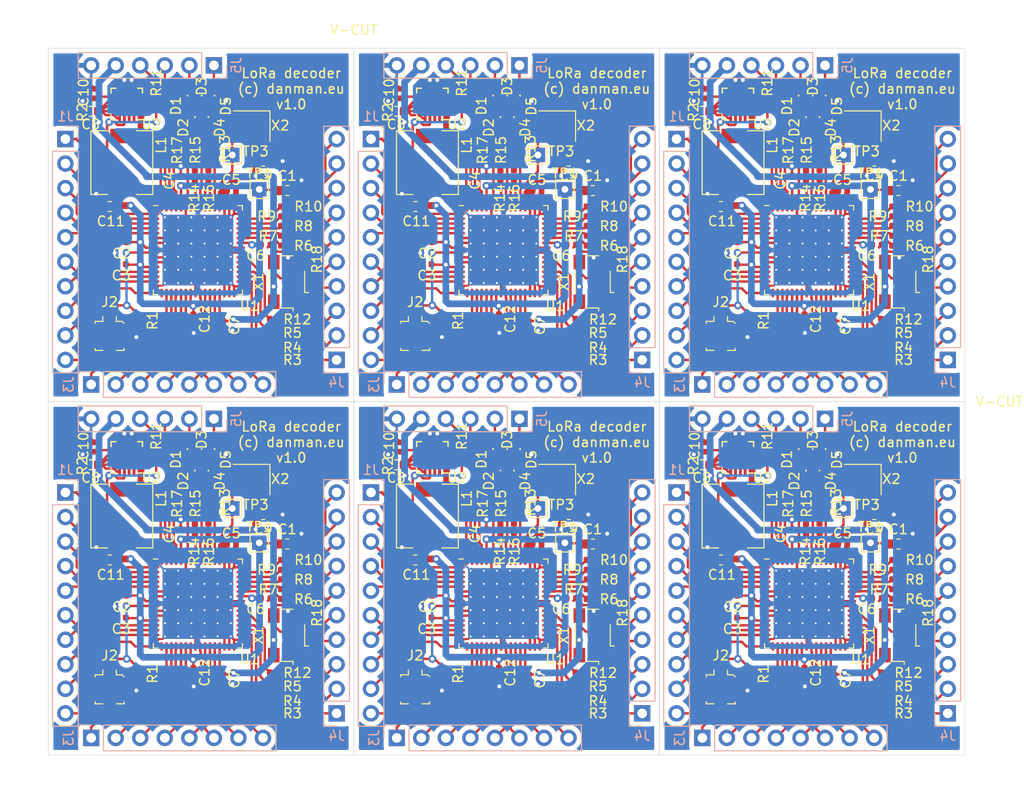
<source format=kicad_pcb>
(kicad_pcb (version 20171130) (host pcbnew 5.1.4-e60b266~84~ubuntu18.04.1)
  (layers (0 F.Cu signal) (31 B.Cu signal) (34 B.Paste user) (35 F.Paste user) (36 B.SilkS user) (37 F.SilkS user) (38 B.Mask user) (39 F.Mask user) (44 Edge.Cuts user))
  (net 0 "")
  (net 1 Earth)
  (net 2 "Net-(U1-Pad37)")
  (net 3 "Net-(U1-Pad38)")
  (net 4 +1V8)
  (net 5 +3V3)
  (net 6 /RESET)
  (net 7 "Net-(J2-Pad1)")
  (net 8 "Net-(R3-Pad1)")
  (net 9 "Net-(R4-Pad2)")
  (net 10 "Net-(R5-Pad2)")
  (net 11 "Net-(R6-Pad2)")
  (net 12 "Net-(R7-Pad2)")
  (net 13 "Net-(R8-Pad1)")
  (net 14 "Net-(R9-Pad2)")
  (net 15 "Net-(R10-Pad2)")
  (net 16 "Net-(C10-Pad1)")
  (net 17 /SCK)
  (net 18 /MISO)
  (net 19 /MOSI)
  (net 20 /CS)
  (net 21 /RA_EN)
  (net 22 /LA_CTR)
  (net 23 /PA_CTR)
  (net 24 /PA_G1)
  (net 25 "Net-(J3-Pad8)")
  (net 26 "Net-(J3-Pad7)")
  (net 27 "Net-(J3-Pad6)")
  (net 28 "Net-(J3-Pad5)")
  (net 29 "Net-(J3-Pad4)")
  (net 30 "Net-(J3-Pad3)")
  (net 31 "Net-(J3-Pad2)")
  (net 32 "Net-(J3-Pad1)")
  (net 33 "Net-(R11-Pad2)")
  (net 34 "Net-(R12-Pad2)")
  (net 35 "Net-(D5-Pad2)")
  (net 36 "Net-(R13-Pad2)")
  (net 37 "Net-(D4-Pad2)")
  (net 38 "Net-(R14-Pad1)")
  (net 39 "Net-(D3-Pad2)")
  (net 40 "Net-(R15-Pad2)")
  (net 41 "Net-(D2-Pad2)")
  (net 42 "Net-(R16-Pad2)")
  (net 43 "Net-(R17-Pad2)")
  (net 44 "Net-(D1-Pad2)")
  (net 45 /PA_G0)
  (net 46 "Net-(L1-Pad1)")
  (net 47 "Net-(X1-Pad1)")
  (net 48 "Net-(TP3-Pad1)")
  (net 49 "Net-(J4-Pad1)")
  (net 50 "Net-(J4-Pad2)")
  (net 51 "Net-(J4-Pad3)")
  (net 52 "Net-(J4-Pad4)")
  (net 53 "Net-(J4-Pad5)")
  (net 54 "Net-(J4-Pad6)")
  (net 55 "Net-(J4-Pad7)")
  (net 56 "Net-(J4-Pad8)")
  (net 57 "Net-(J4-Pad9)")
  (net 58 "Net-(J4-Pad10)")
  (net 59 "Net-(J5-Pad1)")
  (net 60 "Net-(J5-Pad2)")
  (net 61 "Net-(J5-Pad3)")
  (net 62 "Net-(J5-Pad4)")
  (module Resistor_SMD:R_0402_1005Metric (layer F.Cu) (at 164.0054 100.0506 180)
    (fp_text reference R6 (at -1.8566 -0.0254) (layer F.SilkS))
    (fp_text value 100)
    (pad 1 smd roundrect (at -0.485 0 180) (size 0.59 0.64) (layers F.Cu F.Paste F.Mask))
    (pad 2 smd roundrect (at 0.485 0 180) (size 0.59 0.64) (layers F.Cu F.Paste F.Mask))
  )
  (module Resistor_SMD:R_0402_1005Metric (layer F.Cu) (at 156.0195 92.7505 90)
    (fp_text reference R14 (at -2.3725 -1.4605 90) (layer F.SilkS))
    (fp_text value 470)
    (pad 2 smd roundrect (at 0.485 0 90) (size 0.59 0.64) (layers F.Cu F.Paste F.Mask))
    (pad 1 smd roundrect (at -0.485 0 90) (size 0.59 0.64) (layers F.Cu F.Paste F.Mask))
  )
  (module Connector_PinHeader_2.54mm:PinHeader_1x08_P2.54mm_Vertical (layer B.Cu) (at 143.891 114.427 270)
    (fp_text reference J3 (at 0 2.33 270) (layer B.SilkS) (effects (justify mirror)))
    (fp_text value Conn_01x08_Male)
    (pad 1 thru_hole rect (at 0 0 270) (size 1.7 1.7) (drill 1) (layers *.Cu *.Mask))
    (pad 2 thru_hole oval (at 0 -2.54 270) (size 1.7 1.7) (drill 1) (layers *.Cu *.Mask))
    (pad 3 thru_hole oval (at 0 -5.08 270) (size 1.7 1.7) (drill 1) (layers *.Cu *.Mask))
    (pad 4 thru_hole oval (at 0 -7.62 270) (size 1.7 1.7) (drill 1) (layers *.Cu *.Mask))
    (pad 5 thru_hole oval (at 0 -10.16 270) (size 1.7 1.7) (drill 1) (layers *.Cu *.Mask))
    (pad 6 thru_hole oval (at 0 -12.7 270) (size 1.7 1.7) (drill 1) (layers *.Cu *.Mask))
    (pad 7 thru_hole oval (at 0 -15.24 270) (size 1.7 1.7) (drill 1) (layers *.Cu *.Mask))
    (pad 8 thru_hole oval (at 0 -17.78 270) (size 1.7 1.7) (drill 1) (layers *.Cu *.Mask))
  )
  (module Resistor_SMD:R_0402_1005Metric (layer F.Cu) (at 164.0054 99.0346 180)
    (fp_text reference R7 (at 1.8264 -0.0254) (layer F.SilkS))
    (fp_text value 100)
    (pad 2 smd roundrect (at 0.485 0 180) (size 0.59 0.64) (layers F.Cu F.Paste F.Mask))
    (pad 1 smd roundrect (at -0.485 0 180) (size 0.59 0.64) (layers F.Cu F.Paste F.Mask))
  )
  (module Package_DFN_QFN:QFN-16-1EP_3x3mm_P0.5mm_EP1.8x1.8mm (layer F.Cu) (at 147.574 85.3948 180)
    (fp_text reference U2 (at -2.54 -2.1082) (layer F.SilkS))
    (fp_text value TPS62141)
    (pad 17 smd rect (at 0 0 180) (size 1.8 1.8) (layers F.Cu F.Mask))
    (pad 16 smd oval (at -0.75 -1.475 270) (size 0.75 0.3) (layers F.Cu F.Paste F.Mask))
    (pad 15 smd oval (at -0.25 -1.475 270) (size 0.75 0.3) (layers F.Cu F.Paste F.Mask))
    (pad 14 smd oval (at 0.25 -1.475 270) (size 0.75 0.3) (layers F.Cu F.Paste F.Mask))
    (pad 13 smd oval (at 0.75 -1.475 270) (size 0.75 0.3) (layers F.Cu F.Paste F.Mask))
    (pad 12 smd oval (at 1.475 -0.75 180) (size 0.75 0.3) (layers F.Cu F.Paste F.Mask))
    (pad 11 smd oval (at 1.475 -0.25 180) (size 0.75 0.3) (layers F.Cu F.Paste F.Mask))
    (pad 10 smd oval (at 1.475 0.25 180) (size 0.75 0.3) (layers F.Cu F.Paste F.Mask))
    (pad 9 smd oval (at 1.475 0.75 180) (size 0.75 0.3) (layers F.Cu F.Paste F.Mask))
    (pad 8 smd oval (at 0.75 1.475 270) (size 0.75 0.3) (layers F.Cu F.Paste F.Mask))
    (pad 7 smd oval (at 0.25 1.475 270) (size 0.75 0.3) (layers F.Cu F.Paste F.Mask))
    (pad 6 smd oval (at -0.25 1.475 270) (size 0.75 0.3) (layers F.Cu F.Paste F.Mask))
    (pad 5 smd oval (at -0.75 1.475 270) (size 0.75 0.3) (layers F.Cu F.Paste F.Mask))
    (pad 4 smd oval (at -1.475 0.75 180) (size 0.75 0.3) (layers F.Cu F.Paste F.Mask))
    (pad 3 smd oval (at -1.475 0.25 180) (size 0.75 0.3) (layers F.Cu F.Paste F.Mask))
    (pad 2 smd oval (at -1.475 -0.25 180) (size 0.75 0.3) (layers F.Cu F.Paste F.Mask))
    (pad 1 smd oval (at -1.475 -0.75 180) (size 0.75 0.3) (layers F.Cu F.Paste F.Mask))
  )
  (module Resistor_SMD:R_0402_1005Metric (layer F.Cu) (at 164.0054 98.0186)
    (fp_text reference R8 (at 1.8566 0.0254) (layer F.SilkS))
    (fp_text value 100)
    (pad 1 smd roundrect (at -0.485 0) (size 0.59 0.64) (layers F.Cu F.Paste F.Mask))
    (pad 2 smd roundrect (at 0.485 0) (size 0.59 0.64) (layers F.Cu F.Paste F.Mask))
  )
  (module Resistor_SMD:R_0402_1005Metric (layer F.Cu) (at 154.6225 92.7965 270)
    (fp_text reference R16 (at 2.3265 -1.4605 90) (layer F.SilkS))
    (fp_text value 470)
    (pad 2 smd roundrect (at 0.485 0 270) (size 0.59 0.64) (layers F.Cu F.Paste F.Mask))
    (pad 1 smd roundrect (at -0.485 0 270) (size 0.59 0.64) (layers F.Cu F.Paste F.Mask))
  )
  (module Inductor_SMD:L_6.3x6.3_H3 (layer F.Cu) (at 147.066 91.4654 270)
    (fp_text reference L1 (at -1.8034 -4.064 90) (layer F.SilkS))
    (fp_text value 2.2uH)
    (pad 2 smd rect (at 2.75 0 270) (size 1.5 2.4) (layers F.Cu F.Paste F.Mask))
    (pad 1 smd rect (at -2.75 0 270) (size 1.5 2.4) (layers F.Cu F.Paste F.Mask))
  )
  (module LED_SMD:LED_0402_1005Metric (layer F.Cu) (at 156.0195 87.8435 270)
    (fp_text reference D4 (at 0 -1.17 90) (layer F.SilkS))
    (fp_text value LED)
    (pad 1 smd roundrect (at -0.485 0 270) (size 0.59 0.64) (layers F.Cu F.Paste F.Mask))
    (pad 2 smd roundrect (at 0.485 0 270) (size 0.59 0.64) (layers F.Cu F.Paste F.Mask))
  )
  (module Connector_PinHeader_2.54mm:PinHeader_1x10_P2.54mm_Vertical (layer B.Cu) (at 169.291 111.887)
    (fp_text reference J4 (at 0 2.33) (layer B.SilkS) (effects (justify mirror)))
    (fp_text value Conn_01x10_Male)
    (pad 10 thru_hole oval (at 0 -22.86) (size 1.7 1.7) (drill 1) (layers *.Cu *.Mask))
    (pad 9 thru_hole oval (at 0 -20.32) (size 1.7 1.7) (drill 1) (layers *.Cu *.Mask))
    (pad 8 thru_hole oval (at 0 -17.78) (size 1.7 1.7) (drill 1) (layers *.Cu *.Mask))
    (pad 7 thru_hole oval (at 0 -15.24) (size 1.7 1.7) (drill 1) (layers *.Cu *.Mask))
    (pad 6 thru_hole oval (at 0 -12.7) (size 1.7 1.7) (drill 1) (layers *.Cu *.Mask))
    (pad 5 thru_hole oval (at 0 -10.16) (size 1.7 1.7) (drill 1) (layers *.Cu *.Mask))
    (pad 4 thru_hole oval (at 0 -7.62) (size 1.7 1.7) (drill 1) (layers *.Cu *.Mask))
    (pad 3 thru_hole oval (at 0 -5.08) (size 1.7 1.7) (drill 1) (layers *.Cu *.Mask))
    (pad 2 thru_hole oval (at 0 -2.54) (size 1.7 1.7) (drill 1) (layers *.Cu *.Mask))
    (pad 1 thru_hole rect (at 0 0) (size 1.7 1.7) (drill 1) (layers *.Cu *.Mask))
  )
  (module Oscillator:Oscillator_SMD_Fordahl_DFAS15-4Pin_5.0x3.2mm (layer F.Cu) (at 164.1856 103.8098 90)
    (fp_text reference X1 (at 0 -3 90) (layer F.SilkS))
    (fp_text value DFA-S15)
    (pad 4 smd rect (at -2.05 -1.4 90) (size 1.5 1.2) (layers F.Cu F.Paste F.Mask))
    (pad 3 smd rect (at 2.05 -1.4 90) (size 1.5 1.2) (layers F.Cu F.Paste F.Mask))
    (pad 2 smd rect (at 2.05 1.4 90) (size 1.5 1.2) (layers F.Cu F.Paste F.Mask))
    (pad 1 smd rect (at -2.05 1.4 90) (size 1.5 1.2) (layers F.Cu F.Paste F.Mask))
  )
  (module Resistor_SMD:R_0402_1005Metric (layer F.Cu) (at 164.0054 96.012 180)
    (fp_text reference R10 (at -2.3646 0) (layer F.SilkS))
    (fp_text value 100)
    (pad 1 smd roundrect (at -0.485 0 180) (size 0.59 0.64) (layers F.Cu F.Paste F.Mask))
    (pad 2 smd roundrect (at 0.485 0 180) (size 0.59 0.64) (layers F.Cu F.Paste F.Mask))
  )
  (module Capacitor_SMD:C_0402_1005Metric (layer F.Cu) (at 147.0382 99.695 180)
    (fp_text reference C2 (at 0 -1.17) (layer F.SilkS))
    (fp_text value 100nF)
    (pad 1 smd roundrect (at -0.485 0 180) (size 0.59 0.64) (layers F.Cu F.Paste F.Mask))
    (pad 2 smd roundrect (at 0.485 0 180) (size 0.59 0.64) (layers F.Cu F.Paste F.Mask))
  )
  (module Resistor_SMD:R_0402_1005Metric (layer F.Cu) (at 149.0218 107.95 90)
    (fp_text reference R1 (at 0.127 1.2192 90) (layer F.SilkS))
    (fp_text value 10k)
    (pad 1 smd roundrect (at -0.485 0 90) (size 0.59 0.64) (layers F.Cu F.Paste F.Mask))
    (pad 2 smd roundrect (at 0.485 0 90) (size 0.59 0.64) (layers F.Cu F.Paste F.Mask))
  )
  (module Resistor_SMD:R_0402_1005Metric (layer F.Cu) (at 164.0054 97.028 180)
    (fp_text reference R9 (at 1.9534 0) (layer F.SilkS))
    (fp_text value 100)
    (pad 2 smd roundrect (at 0.485 0 180) (size 0.59 0.64) (layers F.Cu F.Paste F.Mask))
    (pad 1 smd roundrect (at -0.485 0 180) (size 0.59 0.64) (layers F.Cu F.Paste F.Mask))
  )
  (module Resistor_SMD:R_0402_1005Metric (layer F.Cu) (at 156.6545 90.193 270)
    (fp_text reference R13 (at -0.15 -1.0795 90) (layer F.SilkS))
    (fp_text value 470)
    (pad 1 smd roundrect (at -0.485 0 270) (size 0.59 0.64) (layers F.Cu F.Paste F.Mask))
    (pad 2 smd roundrect (at 0.485 0 270) (size 0.59 0.64) (layers F.Cu F.Paste F.Mask))
  )
  (module Capacitor_SMD:C_0603_1608Metric (layer F.Cu) (at 145.8215 96.012 180)
    (fp_text reference C11 (at -0.1015 -1.524) (layer F.SilkS))
    (fp_text value 22u)
    (pad 2 smd roundrect (at 0.7875 0 180) (size 0.875 0.95) (layers F.Cu F.Paste F.Mask))
    (pad 1 smd roundrect (at -0.7875 0 180) (size 0.875 0.95) (layers F.Cu F.Paste F.Mask))
  )
  (module Package_DFN_QFN:QFN-64-1EP_9x9mm_P0.5mm_EP7.3x7.3mm_ThermalVias (layer F.Cu) (at 154.936001 100.522001)
    (fp_text reference U1 (at 5.337999 5.776999) (layer F.SilkS))
    (fp_text value SX1301)
    (pad 64 smd roundrect (at -3.75 -4.4375) (size 0.25 0.875) (layers F.Cu F.Paste F.Mask))
    (pad 63 smd roundrect (at -3.25 -4.4375) (size 0.25 0.875) (layers F.Cu F.Paste F.Mask))
    (pad 62 smd roundrect (at -2.75 -4.4375) (size 0.25 0.875) (layers F.Cu F.Paste F.Mask))
    (pad 61 smd roundrect (at -2.25 -4.4375) (size 0.25 0.875) (layers F.Cu F.Paste F.Mask))
    (pad 60 smd roundrect (at -1.75 -4.4375) (size 0.25 0.875) (layers F.Cu F.Paste F.Mask))
    (pad 59 smd roundrect (at -1.25 -4.4375) (size 0.25 0.875) (layers F.Cu F.Paste F.Mask))
    (pad 58 smd roundrect (at -0.75 -4.4375) (size 0.25 0.875) (layers F.Cu F.Paste F.Mask))
    (pad 57 smd roundrect (at -0.25 -4.4375) (size 0.25 0.875) (layers F.Cu F.Paste F.Mask))
    (pad 56 smd roundrect (at 0.25 -4.4375) (size 0.25 0.875) (layers F.Cu F.Paste F.Mask))
    (pad 55 smd roundrect (at 0.75 -4.4375) (size 0.25 0.875) (layers F.Cu F.Paste F.Mask))
    (pad 54 smd roundrect (at 1.25 -4.4375) (size 0.25 0.875) (layers F.Cu F.Paste F.Mask))
    (pad 53 smd roundrect (at 1.75 -4.4375) (size 0.25 0.875) (layers F.Cu F.Paste F.Mask))
    (pad 52 smd roundrect (at 2.25 -4.4375) (size 0.25 0.875) (layers F.Cu F.Paste F.Mask))
    (pad 51 smd roundrect (at 2.75 -4.4375) (size 0.25 0.875) (layers F.Cu F.Paste F.Mask))
    (pad 50 smd roundrect (at 3.25 -4.4375) (size 0.25 0.875) (layers F.Cu F.Paste F.Mask))
    (pad 49 smd roundrect (at 3.75 -4.4375) (size 0.25 0.875) (layers F.Cu F.Paste F.Mask))
    (pad 48 smd roundrect (at 4.4375 -3.75) (size 0.875 0.25) (layers F.Cu F.Paste F.Mask))
    (pad 47 smd roundrect (at 4.4375 -3.25) (size 0.875 0.25) (layers F.Cu F.Paste F.Mask))
    (pad 46 smd roundrect (at 4.4375 -2.75) (size 0.875 0.25) (layers F.Cu F.Paste F.Mask))
    (pad 45 smd roundrect (at 4.4375 -2.25) (size 0.875 0.25) (layers F.Cu F.Paste F.Mask))
    (pad 44 smd roundrect (at 4.4375 -1.75) (size 0.875 0.25) (layers F.Cu F.Paste F.Mask))
    (pad 43 smd roundrect (at 4.4375 -1.25) (size 0.875 0.25) (layers F.Cu F.Paste F.Mask))
    (pad 42 smd roundrect (at 4.4375 -0.75) (size 0.875 0.25) (layers F.Cu F.Paste F.Mask))
    (pad 41 smd roundrect (at 4.4375 -0.25) (size 0.875 0.25) (layers F.Cu F.Paste F.Mask))
    (pad 40 smd roundrect (at 4.4375 0.25) (size 0.875 0.25) (layers F.Cu F.Paste F.Mask))
    (pad 39 smd roundrect (at 4.4375 0.75) (size 0.875 0.25) (layers F.Cu F.Paste F.Mask))
    (pad 38 smd roundrect (at 4.4375 1.25) (size 0.875 0.25) (layers F.Cu F.Paste F.Mask))
    (pad 37 smd roundrect (at 4.4375 1.75) (size 0.875 0.25) (layers F.Cu F.Paste F.Mask))
    (pad 36 smd roundrect (at 4.4375 2.25) (size 0.875 0.25) (layers F.Cu F.Paste F.Mask))
    (pad 35 smd roundrect (at 4.4375 2.75) (size 0.875 0.25) (layers F.Cu F.Paste F.Mask))
    (pad 34 smd roundrect (at 4.4375 3.25) (size 0.875 0.25) (layers F.Cu F.Paste F.Mask))
    (pad 33 smd roundrect (at 4.4375 3.75) (size 0.875 0.25) (layers F.Cu F.Paste F.Mask))
    (pad 32 smd roundrect (at 3.75 4.4375) (size 0.25 0.875) (layers F.Cu F.Paste F.Mask))
    (pad 31 smd roundrect (at 3.25 4.4375) (size 0.25 0.875) (layers F.Cu F.Paste F.Mask))
    (pad 30 smd roundrect (at 2.75 4.4375) (size 0.25 0.875) (layers F.Cu F.Paste F.Mask))
    (pad 29 smd roundrect (at 2.25 4.4375) (size 0.25 0.875) (layers F.Cu F.Paste F.Mask))
    (pad 28 smd roundrect (at 1.75 4.4375) (size 0.25 0.875) (layers F.Cu F.Paste F.Mask))
    (pad 27 smd roundrect (at 1.25 4.4375) (size 0.25 0.875) (layers F.Cu F.Paste F.Mask))
    (pad 26 smd roundrect (at 0.75 4.4375) (size 0.25 0.875) (layers F.Cu F.Paste F.Mask))
    (pad 25 smd roundrect (at 0.25 4.4375) (size 0.25 0.875) (layers F.Cu F.Paste F.Mask))
    (pad 24 smd roundrect (at -0.25 4.4375) (size 0.25 0.875) (layers F.Cu F.Paste F.Mask))
    (pad 23 smd roundrect (at -0.75 4.4375) (size 0.25 0.875) (layers F.Cu F.Paste F.Mask))
    (pad 22 smd roundrect (at -1.25 4.4375) (size 0.25 0.875) (layers F.Cu F.Paste F.Mask))
    (pad 21 smd roundrect (at -1.75 4.4375) (size 0.25 0.875) (layers F.Cu F.Paste F.Mask))
    (pad 20 smd roundrect (at -2.25 4.4375) (size 0.25 0.875) (layers F.Cu F.Paste F.Mask))
    (pad 19 smd roundrect (at -2.75 4.4375) (size 0.25 0.875) (layers F.Cu F.Paste F.Mask))
    (pad 18 smd roundrect (at -3.25 4.4375) (size 0.25 0.875) (layers F.Cu F.Paste F.Mask))
    (pad 17 smd roundrect (at -3.75 4.4375) (size 0.25 0.875) (layers F.Cu F.Paste F.Mask))
    (pad 16 smd roundrect (at -4.4375 3.75) (size 0.875 0.25) (layers F.Cu F.Paste F.Mask))
    (pad 15 smd roundrect (at -4.4375 3.25) (size 0.875 0.25) (layers F.Cu F.Paste F.Mask))
    (pad 14 smd roundrect (at -4.4375 2.75) (size 0.875 0.25) (layers F.Cu F.Paste F.Mask))
    (pad 13 smd roundrect (at -4.4375 2.25) (size 0.875 0.25) (layers F.Cu F.Paste F.Mask))
    (pad 12 smd roundrect (at -4.4375 1.75) (size 0.875 0.25) (layers F.Cu F.Paste F.Mask))
    (pad 11 smd roundrect (at -4.4375 1.25) (size 0.875 0.25) (layers F.Cu F.Paste F.Mask))
    (pad 10 smd roundrect (at -4.4375 0.75) (size 0.875 0.25) (layers F.Cu F.Paste F.Mask))
    (pad 9 smd roundrect (at -4.4375 0.25) (size 0.875 0.25) (layers F.Cu F.Paste F.Mask))
    (pad 8 smd roundrect (at -4.4375 -0.25) (size 0.875 0.25) (layers F.Cu F.Paste F.Mask))
    (pad 7 smd roundrect (at -4.4375 -0.75) (size 0.875 0.25) (layers F.Cu F.Paste F.Mask))
    (pad 6 smd roundrect (at -4.4375 -1.25) (size 0.875 0.25) (layers F.Cu F.Paste F.Mask))
    (pad 5 smd roundrect (at -4.4375 -1.75) (size 0.875 0.25) (layers F.Cu F.Paste F.Mask))
    (pad 4 smd roundrect (at -4.4375 -2.25) (size 0.875 0.25) (layers F.Cu F.Paste F.Mask))
    (pad 3 smd roundrect (at -4.4375 -2.75) (size 0.875 0.25) (layers F.Cu F.Paste F.Mask))
    (pad 2 smd roundrect (at -4.4375 -3.25) (size 0.875 0.25) (layers F.Cu F.Paste F.Mask))
    (pad 1 smd roundrect (at -4.4375 -3.75) (size 0.875 0.25) (layers F.Cu F.Paste F.Mask))
    (pad 65 smd roundrect (at 0 0) (size 7.3 7.3) (layers B.Cu) (roundrect_rratio 0.034247))
    (pad 65 thru_hole circle (at 3.4 3.4) (size 0.5 0.5) (drill 0.2) (layers *.Cu))
    (pad 65 thru_hole circle (at 2.04 3.4) (size 0.5 0.5) (drill 0.2) (layers *.Cu))
    (pad 65 thru_hole circle (at 0.68 3.4) (size 0.5 0.5) (drill 0.2) (layers *.Cu))
    (pad 65 thru_hole circle (at -0.68 3.4) (size 0.5 0.5) (drill 0.2) (layers *.Cu))
    (pad 65 thru_hole circle (at -2.04 3.4) (size 0.5 0.5) (drill 0.2) (layers *.Cu))
    (pad 65 thru_hole circle (at -3.4 3.4) (size 0.5 0.5) (drill 0.2) (layers *.Cu))
    (pad 65 thru_hole circle (at 3.4 2.04) (size 0.5 0.5) (drill 0.2) (layers *.Cu))
    (pad 65 thru_hole circle (at 2.04 2.04) (size 0.5 0.5) (drill 0.2) (layers *.Cu))
    (pad 65 thru_hole circle (at 0.68 2.04) (size 0.5 0.5) (drill 0.2) (layers *.Cu))
    (pad 65 thru_hole circle (at -0.68 2.04) (size 0.5 0.5) (drill 0.2) (layers *.Cu))
    (pad 65 thru_hole circle (at -2.04 2.04) (size 0.5 0.5) (drill 0.2) (layers *.Cu))
    (pad 65 thru_hole circle (at -3.4 2.04) (size 0.5 0.5) (drill 0.2) (layers *.Cu))
    (pad 65 thru_hole circle (at 3.4 0.68) (size 0.5 0.5) (drill 0.2) (layers *.Cu))
    (pad 65 thru_hole circle (at 2.04 0.68) (size 0.5 0.5) (drill 0.2) (layers *.Cu))
    (pad 65 thru_hole circle (at 0.68 0.68) (size 0.5 0.5) (drill 0.2) (layers *.Cu))
    (pad 65 thru_hole circle (at -0.68 0.68) (size 0.5 0.5) (drill 0.2) (layers *.Cu))
    (pad 65 thru_hole circle (at -2.04 0.68) (size 0.5 0.5) (drill 0.2) (layers *.Cu))
    (pad 65 thru_hole circle (at -3.4 0.68) (size 0.5 0.5) (drill 0.2) (layers *.Cu))
    (pad 65 thru_hole circle (at 3.4 -0.68) (size 0.5 0.5) (drill 0.2) (layers *.Cu))
    (pad 65 thru_hole circle (at 2.04 -0.68) (size 0.5 0.5) (drill 0.2) (layers *.Cu))
    (pad 65 thru_hole circle (at 0.68 -0.68) (size 0.5 0.5) (drill 0.2) (layers *.Cu))
    (pad 65 thru_hole circle (at -0.68 -0.68) (size 0.5 0.5) (drill 0.2) (layers *.Cu))
    (pad 65 thru_hole circle (at -2.04 -0.68) (size 0.5 0.5) (drill 0.2) (layers *.Cu))
    (pad 65 thru_hole circle (at -3.4 -0.68) (size 0.5 0.5) (drill 0.2) (layers *.Cu))
    (pad 65 thru_hole circle (at 3.4 -2.04) (size 0.5 0.5) (drill 0.2) (layers *.Cu))
    (pad 65 thru_hole circle (at 2.04 -2.04) (size 0.5 0.5) (drill 0.2) (layers *.Cu))
    (pad 65 thru_hole circle (at 0.68 -2.04) (size 0.5 0.5) (drill 0.2) (layers *.Cu))
    (pad 65 thru_hole circle (at -0.68 -2.04) (size 0.5 0.5) (drill 0.2) (layers *.Cu))
    (pad 65 thru_hole circle (at -2.04 -2.04) (size 0.5 0.5) (drill 0.2) (layers *.Cu))
    (pad 65 thru_hole circle (at -3.4 -2.04) (size 0.5 0.5) (drill 0.2) (layers *.Cu))
    (pad 65 thru_hole circle (at 3.4 -3.4) (size 0.5 0.5) (drill 0.2) (layers *.Cu))
    (pad 65 thru_hole circle (at 2.04 -3.4) (size 0.5 0.5) (drill 0.2) (layers *.Cu))
    (pad 65 thru_hole circle (at 0.68 -3.4) (size 0.5 0.5) (drill 0.2) (layers *.Cu))
    (pad 65 thru_hole circle (at -0.68 -3.4) (size 0.5 0.5) (drill 0.2) (layers *.Cu))
    (pad 65 thru_hole circle (at -2.04 -3.4) (size 0.5 0.5) (drill 0.2) (layers *.Cu))
    (pad 65 thru_hole circle (at -3.4 -3.4) (size 0.5 0.5) (drill 0.2) (layers *.Cu))
    (pad 65 smd roundrect (at 0 0) (size 7.3 7.3) (layers F.Cu F.Mask) (roundrect_rratio 0.034247))
  )
  (module Resistor_SMD:R_0402_1005Metric (layer F.Cu) (at 153.8605 90.193 270)
    (fp_text reference R17 (at 0 1.0795 90) (layer F.SilkS))
    (fp_text value 470)
    (pad 1 smd roundrect (at -0.485 0 270) (size 0.59 0.64) (layers F.Cu F.Paste F.Mask))
    (pad 2 smd roundrect (at 0.485 0 270) (size 0.59 0.64) (layers F.Cu F.Paste F.Mask))
  )
  (module Resistor_SMD:R_0402_1005Metric (layer F.Cu) (at 150.622 85.448 90)
    (fp_text reference R11 (at 2.263 0 90) (layer F.SilkS))
    (fp_text value 100k)
    (pad 2 smd roundrect (at 0.485 0 90) (size 0.59 0.64) (layers F.Cu F.Paste F.Mask))
    (pad 1 smd roundrect (at -0.485 0 90) (size 0.59 0.64) (layers F.Cu F.Paste F.Mask))
  )
  (module LED_SMD:LED_0402_1005Metric (layer F.Cu) (at 156.6545 85.621 270)
    (fp_text reference D5 (at 0 -1.17 90) (layer F.SilkS))
    (fp_text value LED)
    (pad 2 smd roundrect (at 0.485 0 270) (size 0.59 0.64) (layers F.Cu F.Paste F.Mask))
    (pad 1 smd roundrect (at -0.485 0 270) (size 0.59 0.64) (layers F.Cu F.Paste F.Mask))
  )
  (module Capacitor_SMD:C_0603_1608Metric (layer F.Cu) (at 143.8401 86.1568)
    (fp_text reference C8 (at 0 1.3462) (layer F.SilkS))
    (fp_text value 1u)
    (pad 2 smd roundrect (at 0.7875 0) (size 0.875 0.95) (layers F.Cu F.Paste F.Mask))
    (pad 1 smd roundrect (at -0.7875 0) (size 0.875 0.95) (layers F.Cu F.Paste F.Mask))
  )
  (module Connector_Coaxial:U.FL_Molex_MCRF_73412-0110_Vertical (layer F.Cu) (at 145.7942 109.3978 180)
    (fp_text reference J2 (at 0 3.5) (layer F.SilkS))
    (fp_text value Conn_Coaxial)
    (pad 1 smd rect (at 0 1.5 180) (size 1 1) (layers F.Cu F.Paste F.Mask))
    (pad 2 smd rect (at 0 -1.5 180) (size 1 1) (layers F.Cu F.Paste F.Mask))
    (pad 2 smd rect (at 1.475 0 180) (size 1.05 2.2) (layers F.Cu F.Paste F.Mask))
    (pad 2 smd rect (at -1.475 0 180) (size 1.05 2.2) (layers F.Cu F.Paste F.Mask))
  )
  (module TestPoint:TestPoint_THTPad_1.5x1.5mm_Drill0.7mm (layer F.Cu) (at 161.29 94.234)
    (fp_text reference TP1 (at 0 -1.648) (layer F.SilkS))
    (fp_text value TestPoint)
    (pad 1 thru_hole rect (at 0 0) (size 1.5 1.5) (drill 0.7) (layers *.Cu *.Mask))
  )
  (module TestPoint:TestPoint_THTPad_1.5x1.5mm_Drill0.7mm (layer F.Cu) (at 158.496 90.678)
    (fp_text reference TP3 (at 2.413 -0.381) (layer F.SilkS))
    (fp_text value TestPoint)
    (pad 1 thru_hole rect (at 0 0) (size 1.5 1.5) (drill 0.7) (layers *.Cu *.Mask))
  )
  (module Capacitor_SMD:C_0402_1005Metric (layer F.Cu) (at 154.46502 107.65804 270)
    (fp_text reference C12 (at 0 -1.17 90) (layer F.SilkS))
    (fp_text value 100nF)
    (pad 1 smd roundrect (at -0.485 0 270) (size 0.59 0.64) (layers F.Cu F.Paste F.Mask))
    (pad 2 smd roundrect (at 0.485 0 270) (size 0.59 0.64) (layers F.Cu F.Paste F.Mask))
  )
  (module Connector_PinHeader_2.54mm:PinHeader_1x10_P2.54mm_Vertical (layer B.Cu) (at 141.224 89.027 180)
    (fp_text reference J1 (at 0 2.33) (layer B.SilkS) (effects (justify mirror)))
    (fp_text value Conn_01x10_Male)
    (pad 10 thru_hole oval (at 0 -22.86 180) (size 1.7 1.7) (drill 1) (layers *.Cu *.Mask))
    (pad 9 thru_hole oval (at 0 -20.32 180) (size 1.7 1.7) (drill 1) (layers *.Cu *.Mask))
    (pad 8 thru_hole oval (at 0 -17.78 180) (size 1.7 1.7) (drill 1) (layers *.Cu *.Mask))
    (pad 7 thru_hole oval (at 0 -15.24 180) (size 1.7 1.7) (drill 1) (layers *.Cu *.Mask))
    (pad 6 thru_hole oval (at 0 -12.7 180) (size 1.7 1.7) (drill 1) (layers *.Cu *.Mask))
    (pad 5 thru_hole oval (at 0 -10.16 180) (size 1.7 1.7) (drill 1) (layers *.Cu *.Mask))
    (pad 4 thru_hole oval (at 0 -7.62 180) (size 1.7 1.7) (drill 1) (layers *.Cu *.Mask))
    (pad 3 thru_hole oval (at 0 -5.08 180) (size 1.7 1.7) (drill 1) (layers *.Cu *.Mask))
    (pad 2 thru_hole oval (at 0 -2.54 180) (size 1.7 1.7) (drill 1) (layers *.Cu *.Mask))
    (pad 1 thru_hole rect (at 0 0 180) (size 1.7 1.7) (drill 1) (layers *.Cu *.Mask))
  )
  (module Connector_PinHeader_2.54mm:PinHeader_1x06_P2.54mm_Vertical (layer B.Cu) (at 156.591 81.407 90)
    (fp_text reference J5 (at 0 2.33 -90) (layer B.SilkS) (effects (justify mirror)))
    (fp_text value Conn_01x06_Male)
    (pad 6 thru_hole oval (at 0 -12.7 90) (size 1.7 1.7) (drill 1) (layers *.Cu *.Mask))
    (pad 5 thru_hole oval (at 0 -10.16 90) (size 1.7 1.7) (drill 1) (layers *.Cu *.Mask))
    (pad 4 thru_hole oval (at 0 -7.62 90) (size 1.7 1.7) (drill 1) (layers *.Cu *.Mask))
    (pad 3 thru_hole oval (at 0 -5.08 90) (size 1.7 1.7) (drill 1) (layers *.Cu *.Mask))
    (pad 2 thru_hole oval (at 0 -2.54 90) (size 1.7 1.7) (drill 1) (layers *.Cu *.Mask))
    (pad 1 thru_hole rect (at 0 0 90) (size 1.7 1.7) (drill 1) (layers *.Cu *.Mask))
  )
  (module LED_SMD:LED_0402_1005Metric (layer F.Cu) (at 153.8605 85.621 270)
    (fp_text reference D1 (at -0.023 1.2065 90) (layer F.SilkS))
    (fp_text value LED)
    (pad 1 smd roundrect (at -0.485 0 270) (size 0.59 0.64) (layers F.Cu F.Paste F.Mask))
    (pad 2 smd roundrect (at 0.485 0 270) (size 0.59 0.64) (layers F.Cu F.Paste F.Mask))
  )
  (module Resistor_SMD:R_0402_1005Metric (layer F.Cu) (at 155.321 90.2105 270)
    (fp_text reference R15 (at -0.0405 0.635 90) (layer F.SilkS))
    (fp_text value 470)
    (pad 1 smd roundrect (at -0.485 0 270) (size 0.59 0.64) (layers F.Cu F.Paste F.Mask))
    (pad 2 smd roundrect (at 0.485 0 270) (size 0.59 0.64) (layers F.Cu F.Paste F.Mask))
  )
  (module LED_SMD:LED_0402_1005Metric (layer F.Cu) (at 154.6225 87.8435 270)
    (fp_text reference D2 (at 0 1.2065 90) (layer F.SilkS))
    (fp_text value LED)
    (pad 2 smd roundrect (at 0.485 0 270) (size 0.59 0.64) (layers F.Cu F.Paste F.Mask))
    (pad 1 smd roundrect (at -0.485 0 270) (size 0.59 0.64) (layers F.Cu F.Paste F.Mask))
  )
  (module Resistor_SMD:R_0402_1005Metric (layer F.Cu) (at 167.1828 103.9138 270)
    (fp_text reference R18 (at -2.4408 -0.0762 90) (layer F.SilkS))
    (fp_text value 0)
    (pad 2 smd roundrect (at 0.485 0 270) (size 0.59 0.64) (layers F.Cu F.Paste F.Mask))
    (pad 1 smd roundrect (at -0.485 0 270) (size 0.59 0.64) (layers F.Cu F.Paste F.Mask))
  )
  (module Capacitor_SMD:C_0402_1005Metric (layer F.Cu) (at 144.272 84.3256 90)
    (fp_text reference C10 (at 0.1246 -1.17 90) (layer F.SilkS))
    (fp_text value 2n2)
    (pad 1 smd roundrect (at -0.485 0 90) (size 0.59 0.64) (layers F.Cu F.Paste F.Mask))
    (pad 2 smd roundrect (at 0.485 0 90) (size 0.59 0.64) (layers F.Cu F.Paste F.Mask))
  )
  (module Capacitor_SMD:C_0603_1608Metric (layer F.Cu) (at 164.1855 94.361 180)
    (fp_text reference C1 (at 0.0001 1.524) (layer F.SilkS))
    (fp_text value 1uF)
    (pad 1 smd roundrect (at -0.7875 0 180) (size 0.875 0.95) (layers F.Cu F.Paste F.Mask))
    (pad 2 smd roundrect (at 0.7875 0 180) (size 0.875 0.95) (layers F.Cu F.Paste F.Mask))
  )
  (module Capacitor_SMD:C_0402_1005Metric (layer F.Cu) (at 157.54096 108.3413 270)
    (fp_text reference C7 (at 0 -1.17 90) (layer F.SilkS))
    (fp_text value 100n)
    (pad 2 smd roundrect (at 0.485 0 270) (size 0.59 0.64) (layers F.Cu F.Paste F.Mask))
    (pad 1 smd roundrect (at -0.485 0 270) (size 0.59 0.64) (layers F.Cu F.Paste F.Mask))
  )
  (module LED_SMD:LED_0402_1005Metric (layer F.Cu) (at 155.321 85.621 270)
    (fp_text reference D3 (at -2.055 0 90) (layer F.SilkS))
    (fp_text value LED)
    (pad 2 smd roundrect (at 0.485 0 270) (size 0.59 0.64) (layers F.Cu F.Paste F.Mask))
    (pad 1 smd roundrect (at -0.485 0 270) (size 0.59 0.64) (layers F.Cu F.Paste F.Mask))
  )
  (module Resistor_SMD:R_0402_1005Metric (layer F.Cu) (at 162.837 110.5662 180)
    (fp_text reference R4 (at -1.882 -0.0508) (layer F.SilkS))
    (fp_text value 100)
    (pad 2 smd roundrect (at 0.485 0 180) (size 0.59 0.64) (layers F.Cu F.Paste F.Mask))
    (pad 1 smd roundrect (at -0.485 0 180) (size 0.59 0.64) (layers F.Cu F.Paste F.Mask))
  )
  (module Capacitor_SMD:C_0402_1005Metric (layer F.Cu) (at 153.162 93.3045 90)
    (fp_text reference C4 (at 0 -1.17 90) (layer F.SilkS))
    (fp_text value 100nF)
    (pad 1 smd roundrect (at -0.485 0 90) (size 0.59 0.64) (layers F.Cu F.Paste F.Mask))
    (pad 2 smd roundrect (at 0.485 0 90) (size 0.59 0.64) (layers F.Cu F.Paste F.Mask))
  )
  (module Resistor_SMD:R_0402_1005Metric (layer F.Cu) (at 143.002 88.034 270)
    (fp_text reference R2 (at -1.7526 0.0254 90) (layer F.SilkS))
    (fp_text value 10k)
    (pad 1 smd roundrect (at -0.485 0 270) (size 0.59 0.64) (layers F.Cu F.Paste F.Mask))
    (pad 2 smd roundrect (at 0.485 0 270) (size 0.59 0.64) (layers F.Cu F.Paste F.Mask))
  )
  (module Resistor_SMD:R_0402_1005Metric (layer F.Cu) (at 162.8878 109.0676 180)
    (fp_text reference R5 (at -1.8312 -0.0254) (layer F.SilkS))
    (fp_text value 100)
    (pad 2 smd roundrect (at 0.485 0 180) (size 0.59 0.64) (layers F.Cu F.Paste F.Mask))
    (pad 1 smd roundrect (at -0.485 0 180) (size 0.59 0.64) (layers F.Cu F.Paste F.Mask))
  )
  (module Capacitor_SMD:C_0603_1608Metric (layer F.Cu) (at 161.6965 91.313)
    (fp_text reference C9 (at 0 1.4986) (layer F.SilkS))
    (fp_text value 10u)
    (pad 1 smd roundrect (at -0.7875 0) (size 0.875 0.95) (layers F.Cu F.Paste F.Mask))
    (pad 2 smd roundrect (at 0.7875 0) (size 0.875 0.95) (layers F.Cu F.Paste F.Mask))
  )
  (module Capacitor_SMD:C_0402_1005Metric (layer F.Cu) (at 161.9528 99.9744)
    (fp_text reference C6 (at -1.0438 1.1176) (layer F.SilkS))
    (fp_text value 100nF)
    (pad 2 smd roundrect (at 0.485 0) (size 0.59 0.64) (layers F.Cu F.Paste F.Mask))
    (pad 1 smd roundrect (at -0.485 0) (size 0.59 0.64) (layers F.Cu F.Paste F.Mask))
  )
  (module Resistor_SMD:R_0402_1005Metric (layer F.Cu) (at 162.8648 107.6452 180)
    (fp_text reference R12 (at -2.3622 -0.0508) (layer F.SilkS))
    (fp_text value 100)
    (pad 1 smd roundrect (at -0.485 0 180) (size 0.59 0.64) (layers F.Cu F.Paste F.Mask))
    (pad 2 smd roundrect (at 0.485 0 180) (size 0.59 0.64) (layers F.Cu F.Paste F.Mask))
  )
  (module Capacitor_SMD:C_0402_1005Metric (layer F.Cu) (at 146.9922 101.981 180)
    (fp_text reference C3 (at 0 -1.17) (layer F.SilkS))
    (fp_text value 100nF)
    (pad 2 smd roundrect (at 0.485 0 180) (size 0.59 0.64) (layers F.Cu F.Paste F.Mask))
    (pad 1 smd roundrect (at -0.485 0 180) (size 0.59 0.64) (layers F.Cu F.Paste F.Mask))
  )
  (module Resistor_SMD:R_0402_1005Metric (layer F.Cu) (at 162.837 111.887)
    (fp_text reference R3 (at 1.882 0) (layer F.SilkS))
    (fp_text value 100)
    (pad 2 smd roundrect (at 0.485 0) (size 0.59 0.64) (layers F.Cu F.Paste F.Mask))
    (pad 1 smd roundrect (at -0.485 0) (size 0.59 0.64) (layers F.Cu F.Paste F.Mask))
  )
  (module Capacitor_SMD:C_0402_1005Metric (layer F.Cu) (at 158.392 94.4245)
    (fp_text reference C5 (at 0 -1.17) (layer F.SilkS))
    (fp_text value 100n)
    (pad 2 smd roundrect (at 0.485 0) (size 0.59 0.64) (layers F.Cu F.Paste F.Mask))
    (pad 1 smd roundrect (at -0.485 0) (size 0.59 0.64) (layers F.Cu F.Paste F.Mask))
  )
  (module Oscillator:Oscillator_SMD_Abracon_ASE-4Pin_3.2x2.5mm (layer F.Cu) (at 160.494 87.693 180)
    (fp_text reference X2 (at -2.955 0.064) (layer F.SilkS))
    (fp_text value ASE-xxxMHz)
    (pad 4 smd rect (at -1.05 -0.825 180) (size 1.3 1.1) (layers F.Cu F.Paste F.Mask))
    (pad 3 smd rect (at 1.05 -0.825 180) (size 1.3 1.1) (layers F.Cu F.Paste F.Mask))
    (pad 2 smd rect (at 1.05 0.825 180) (size 1.3 1.1) (layers F.Cu F.Paste F.Mask))
    (pad 1 smd rect (at -1.05 0.825 180) (size 1.3 1.1) (layers F.Cu F.Paste F.Mask))
  )
  (module Resistor_SMD:R_0402_1005Metric (layer F.Cu) (at 132.3824 100.0506 180)
    (fp_text reference R6 (at -1.8566 -0.0254) (layer F.SilkS))
    (fp_text value 100)
    (pad 1 smd roundrect (at -0.485 0 180) (size 0.59 0.64) (layers F.Cu F.Paste F.Mask))
    (pad 2 smd roundrect (at 0.485 0 180) (size 0.59 0.64) (layers F.Cu F.Paste F.Mask))
  )
  (module Resistor_SMD:R_0402_1005Metric (layer F.Cu) (at 124.3965 92.7505 90)
    (fp_text reference R14 (at -2.3725 -1.4605 90) (layer F.SilkS))
    (fp_text value 470)
    (pad 2 smd roundrect (at 0.485 0 90) (size 0.59 0.64) (layers F.Cu F.Paste F.Mask))
    (pad 1 smd roundrect (at -0.485 0 90) (size 0.59 0.64) (layers F.Cu F.Paste F.Mask))
  )
  (module Connector_PinHeader_2.54mm:PinHeader_1x08_P2.54mm_Vertical (layer B.Cu) (at 112.268 114.427 270)
    (fp_text reference J3 (at 0 2.33 270) (layer B.SilkS) (effects (justify mirror)))
    (fp_text value Conn_01x08_Male)
    (pad 1 thru_hole rect (at 0 0 270) (size 1.7 1.7) (drill 1) (layers *.Cu *.Mask))
    (pad 2 thru_hole oval (at 0 -2.54 270) (size 1.7 1.7) (drill 1) (layers *.Cu *.Mask))
    (pad 3 thru_hole oval (at 0 -5.08 270) (size 1.7 1.7) (drill 1) (layers *.Cu *.Mask))
    (pad 4 thru_hole oval (at 0 -7.62 270) (size 1.7 1.7) (drill 1) (layers *.Cu *.Mask))
    (pad 5 thru_hole oval (at 0 -10.16 270) (size 1.7 1.7) (drill 1) (layers *.Cu *.Mask))
    (pad 6 thru_hole oval (at 0 -12.7 270) (size 1.7 1.7) (drill 1) (layers *.Cu *.Mask))
    (pad 7 thru_hole oval (at 0 -15.24 270) (size 1.7 1.7) (drill 1) (layers *.Cu *.Mask))
    (pad 8 thru_hole oval (at 0 -17.78 270) (size 1.7 1.7) (drill 1) (layers *.Cu *.Mask))
  )
  (module Resistor_SMD:R_0402_1005Metric (layer F.Cu) (at 132.3824 99.0346 180)
    (fp_text reference R7 (at 1.8264 -0.0254) (layer F.SilkS))
    (fp_text value 100)
    (pad 2 smd roundrect (at 0.485 0 180) (size 0.59 0.64) (layers F.Cu F.Paste F.Mask))
    (pad 1 smd roundrect (at -0.485 0 180) (size 0.59 0.64) (layers F.Cu F.Paste F.Mask))
  )
  (module Package_DFN_QFN:QFN-16-1EP_3x3mm_P0.5mm_EP1.8x1.8mm (layer F.Cu) (at 115.951 85.3948 180)
    (fp_text reference U2 (at -2.54 -2.1082) (layer F.SilkS))
    (fp_text value TPS62141)
    (pad 17 smd rect (at 0 0 180) (size 1.8 1.8) (layers F.Cu F.Mask))
    (pad 16 smd oval (at -0.75 -1.475 270) (size 0.75 0.3) (layers F.Cu F.Paste F.Mask))
    (pad 15 smd oval (at -0.25 -1.475 270) (size 0.75 0.3) (layers F.Cu F.Paste F.Mask))
    (pad 14 smd oval (at 0.25 -1.475 270) (size 0.75 0.3) (layers F.Cu F.Paste F.Mask))
    (pad 13 smd oval (at 0.75 -1.475 270) (size 0.75 0.3) (layers F.Cu F.Paste F.Mask))
    (pad 12 smd oval (at 1.475 -0.75 180) (size 0.75 0.3) (layers F.Cu F.Paste F.Mask))
    (pad 11 smd oval (at 1.475 -0.25 180) (size 0.75 0.3) (layers F.Cu F.Paste F.Mask))
    (pad 10 smd oval (at 1.475 0.25 180) (size 0.75 0.3) (layers F.Cu F.Paste F.Mask))
    (pad 9 smd oval (at 1.475 0.75 180) (size 0.75 0.3) (layers F.Cu F.Paste F.Mask))
    (pad 8 smd oval (at 0.75 1.475 270) (size 0.75 0.3) (layers F.Cu F.Paste F.Mask))
    (pad 7 smd oval (at 0.25 1.475 270) (size 0.75 0.3) (layers F.Cu F.Paste F.Mask))
    (pad 6 smd oval (at -0.25 1.475 270) (size 0.75 0.3) (layers F.Cu F.Paste F.Mask))
    (pad 5 smd oval (at -0.75 1.475 270) (size 0.75 0.3) (layers F.Cu F.Paste F.Mask))
    (pad 4 smd oval (at -1.475 0.75 180) (size 0.75 0.3) (layers F.Cu F.Paste F.Mask))
    (pad 3 smd oval (at -1.475 0.25 180) (size 0.75 0.3) (layers F.Cu F.Paste F.Mask))
    (pad 2 smd oval (at -1.475 -0.25 180) (size 0.75 0.3) (layers F.Cu F.Paste F.Mask))
    (pad 1 smd oval (at -1.475 -0.75 180) (size 0.75 0.3) (layers F.Cu F.Paste F.Mask))
  )
  (module Resistor_SMD:R_0402_1005Metric (layer F.Cu) (at 132.3824 98.0186)
    (fp_text reference R8 (at 1.8566 0.0254) (layer F.SilkS))
    (fp_text value 100)
    (pad 1 smd roundrect (at -0.485 0) (size 0.59 0.64) (layers F.Cu F.Paste F.Mask))
    (pad 2 smd roundrect (at 0.485 0) (size 0.59 0.64) (layers F.Cu F.Paste F.Mask))
  )
  (module Resistor_SMD:R_0402_1005Metric (layer F.Cu) (at 122.9995 92.7965 270)
    (fp_text reference R16 (at 2.3265 -1.4605 90) (layer F.SilkS))
    (fp_text value 470)
    (pad 2 smd roundrect (at 0.485 0 270) (size 0.59 0.64) (layers F.Cu F.Paste F.Mask))
    (pad 1 smd roundrect (at -0.485 0 270) (size 0.59 0.64) (layers F.Cu F.Paste F.Mask))
  )
  (module Inductor_SMD:L_6.3x6.3_H3 (layer F.Cu) (at 115.443 91.4654 270)
    (fp_text reference L1 (at -1.8034 -4.064 90) (layer F.SilkS))
    (fp_text value 2.2uH)
    (pad 2 smd rect (at 2.75 0 270) (size 1.5 2.4) (layers F.Cu F.Paste F.Mask))
    (pad 1 smd rect (at -2.75 0 270) (size 1.5 2.4) (layers F.Cu F.Paste F.Mask))
  )
  (module LED_SMD:LED_0402_1005Metric (layer F.Cu) (at 124.3965 87.8435 270)
    (fp_text reference D4 (at 0 -1.17 90) (layer F.SilkS))
    (fp_text value LED)
    (pad 1 smd roundrect (at -0.485 0 270) (size 0.59 0.64) (layers F.Cu F.Paste F.Mask))
    (pad 2 smd roundrect (at 0.485 0 270) (size 0.59 0.64) (layers F.Cu F.Paste F.Mask))
  )
  (module Connector_PinHeader_2.54mm:PinHeader_1x10_P2.54mm_Vertical (layer B.Cu) (at 137.668 111.887)
    (fp_text reference J4 (at 0 2.33) (layer B.SilkS) (effects (justify mirror)))
    (fp_text value Conn_01x10_Male)
    (pad 10 thru_hole oval (at 0 -22.86) (size 1.7 1.7) (drill 1) (layers *.Cu *.Mask))
    (pad 9 thru_hole oval (at 0 -20.32) (size 1.7 1.7) (drill 1) (layers *.Cu *.Mask))
    (pad 8 thru_hole oval (at 0 -17.78) (size 1.7 1.7) (drill 1) (layers *.Cu *.Mask))
    (pad 7 thru_hole oval (at 0 -15.24) (size 1.7 1.7) (drill 1) (layers *.Cu *.Mask))
    (pad 6 thru_hole oval (at 0 -12.7) (size 1.7 1.7) (drill 1) (layers *.Cu *.Mask))
    (pad 5 thru_hole oval (at 0 -10.16) (size 1.7 1.7) (drill 1) (layers *.Cu *.Mask))
    (pad 4 thru_hole oval (at 0 -7.62) (size 1.7 1.7) (drill 1) (layers *.Cu *.Mask))
    (pad 3 thru_hole oval (at 0 -5.08) (size 1.7 1.7) (drill 1) (layers *.Cu *.Mask))
    (pad 2 thru_hole oval (at 0 -2.54) (size 1.7 1.7) (drill 1) (layers *.Cu *.Mask))
    (pad 1 thru_hole rect (at 0 0) (size 1.7 1.7) (drill 1) (layers *.Cu *.Mask))
  )
  (module Oscillator:Oscillator_SMD_Fordahl_DFAS15-4Pin_5.0x3.2mm (layer F.Cu) (at 132.5626 103.8098 90)
    (fp_text reference X1 (at 0 -3 90) (layer F.SilkS))
    (fp_text value DFA-S15)
    (pad 4 smd rect (at -2.05 -1.4 90) (size 1.5 1.2) (layers F.Cu F.Paste F.Mask))
    (pad 3 smd rect (at 2.05 -1.4 90) (size 1.5 1.2) (layers F.Cu F.Paste F.Mask))
    (pad 2 smd rect (at 2.05 1.4 90) (size 1.5 1.2) (layers F.Cu F.Paste F.Mask))
    (pad 1 smd rect (at -2.05 1.4 90) (size 1.5 1.2) (layers F.Cu F.Paste F.Mask))
  )
  (module Resistor_SMD:R_0402_1005Metric (layer F.Cu) (at 132.3824 96.012 180)
    (fp_text reference R10 (at -2.3646 0) (layer F.SilkS))
    (fp_text value 100)
    (pad 1 smd roundrect (at -0.485 0 180) (size 0.59 0.64) (layers F.Cu F.Paste F.Mask))
    (pad 2 smd roundrect (at 0.485 0 180) (size 0.59 0.64) (layers F.Cu F.Paste F.Mask))
  )
  (module Capacitor_SMD:C_0402_1005Metric (layer F.Cu) (at 115.4152 99.695 180)
    (fp_text reference C2 (at 0 -1.17) (layer F.SilkS))
    (fp_text value 100nF)
    (pad 1 smd roundrect (at -0.485 0 180) (size 0.59 0.64) (layers F.Cu F.Paste F.Mask))
    (pad 2 smd roundrect (at 0.485 0 180) (size 0.59 0.64) (layers F.Cu F.Paste F.Mask))
  )
  (module Resistor_SMD:R_0402_1005Metric (layer F.Cu) (at 117.3988 107.95 90)
    (fp_text reference R1 (at 0.127 1.2192 90) (layer F.SilkS))
    (fp_text value 10k)
    (pad 1 smd roundrect (at -0.485 0 90) (size 0.59 0.64) (layers F.Cu F.Paste F.Mask))
    (pad 2 smd roundrect (at 0.485 0 90) (size 0.59 0.64) (layers F.Cu F.Paste F.Mask))
  )
  (module Resistor_SMD:R_0402_1005Metric (layer F.Cu) (at 132.3824 97.028 180)
    (fp_text reference R9 (at 1.9534 0) (layer F.SilkS))
    (fp_text value 100)
    (pad 2 smd roundrect (at 0.485 0 180) (size 0.59 0.64) (layers F.Cu F.Paste F.Mask))
    (pad 1 smd roundrect (at -0.485 0 180) (size 0.59 0.64) (layers F.Cu F.Paste F.Mask))
  )
  (module Resistor_SMD:R_0402_1005Metric (layer F.Cu) (at 125.0315 90.193 270)
    (fp_text reference R13 (at -0.15 -1.0795 90) (layer F.SilkS))
    (fp_text value 470)
    (pad 1 smd roundrect (at -0.485 0 270) (size 0.59 0.64) (layers F.Cu F.Paste F.Mask))
    (pad 2 smd roundrect (at 0.485 0 270) (size 0.59 0.64) (layers F.Cu F.Paste F.Mask))
  )
  (module Capacitor_SMD:C_0603_1608Metric (layer F.Cu) (at 114.1985 96.012 180)
    (fp_text reference C11 (at -0.1015 -1.524) (layer F.SilkS))
    (fp_text value 22u)
    (pad 2 smd roundrect (at 0.7875 0 180) (size 0.875 0.95) (layers F.Cu F.Paste F.Mask))
    (pad 1 smd roundrect (at -0.7875 0 180) (size 0.875 0.95) (layers F.Cu F.Paste F.Mask))
  )
  (module Package_DFN_QFN:QFN-64-1EP_9x9mm_P0.5mm_EP7.3x7.3mm_ThermalVias (layer F.Cu) (at 123.313001 100.522001)
    (fp_text reference U1 (at 5.337999 5.776999) (layer F.SilkS))
    (fp_text value SX1301)
    (pad 64 smd roundrect (at -3.75 -4.4375) (size 0.25 0.875) (layers F.Cu F.Paste F.Mask))
    (pad 63 smd roundrect (at -3.25 -4.4375) (size 0.25 0.875) (layers F.Cu F.Paste F.Mask))
    (pad 62 smd roundrect (at -2.75 -4.4375) (size 0.25 0.875) (layers F.Cu F.Paste F.Mask))
    (pad 61 smd roundrect (at -2.25 -4.4375) (size 0.25 0.875) (layers F.Cu F.Paste F.Mask))
    (pad 60 smd roundrect (at -1.75 -4.4375) (size 0.25 0.875) (layers F.Cu F.Paste F.Mask))
    (pad 59 smd roundrect (at -1.25 -4.4375) (size 0.25 0.875) (layers F.Cu F.Paste F.Mask))
    (pad 58 smd roundrect (at -0.75 -4.4375) (size 0.25 0.875) (layers F.Cu F.Paste F.Mask))
    (pad 57 smd roundrect (at -0.25 -4.4375) (size 0.25 0.875) (layers F.Cu F.Paste F.Mask))
    (pad 56 smd roundrect (at 0.25 -4.4375) (size 0.25 0.875) (layers F.Cu F.Paste F.Mask))
    (pad 55 smd roundrect (at 0.75 -4.4375) (size 0.25 0.875) (layers F.Cu F.Paste F.Mask))
    (pad 54 smd roundrect (at 1.25 -4.4375) (size 0.25 0.875) (layers F.Cu F.Paste F.Mask))
    (pad 53 smd roundrect (at 1.75 -4.4375) (size 0.25 0.875) (layers F.Cu F.Paste F.Mask))
    (pad 52 smd roundrect (at 2.25 -4.4375) (size 0.25 0.875) (layers F.Cu F.Paste F.Mask))
    (pad 51 smd roundrect (at 2.75 -4.4375) (size 0.25 0.875) (layers F.Cu F.Paste F.Mask))
    (pad 50 smd roundrect (at 3.25 -4.4375) (size 0.25 0.875) (layers F.Cu F.Paste F.Mask))
    (pad 49 smd roundrect (at 3.75 -4.4375) (size 0.25 0.875) (layers F.Cu F.Paste F.Mask))
    (pad 48 smd roundrect (at 4.4375 -3.75) (size 0.875 0.25) (layers F.Cu F.Paste F.Mask))
    (pad 47 smd roundrect (at 4.4375 -3.25) (size 0.875 0.25) (layers F.Cu F.Paste F.Mask))
    (pad 46 smd roundrect (at 4.4375 -2.75) (size 0.875 0.25) (layers F.Cu F.Paste F.Mask))
    (pad 45 smd roundrect (at 4.4375 -2.25) (size 0.875 0.25) (layers F.Cu F.Paste F.Mask))
    (pad 44 smd roundrect (at 4.4375 -1.75) (size 0.875 0.25) (layers F.Cu F.Paste F.Mask))
    (pad 43 smd roundrect (at 4.4375 -1.25) (size 0.875 0.25) (layers F.Cu F.Paste F.Mask))
    (pad 42 smd roundrect (at 4.4375 -0.75) (size 0.875 0.25) (layers F.Cu F.Paste F.Mask))
    (pad 41 smd roundrect (at 4.4375 -0.25) (size 0.875 0.25) (layers F.Cu F.Paste F.Mask))
    (pad 40 smd roundrect (at 4.4375 0.25) (size 0.875 0.25) (layers F.Cu F.Paste F.Mask))
    (pad 39 smd roundrect (at 4.4375 0.75) (size 0.875 0.25) (layers F.Cu F.Paste F.Mask))
    (pad 38 smd roundrect (at 4.4375 1.25) (size 0.875 0.25) (layers F.Cu F.Paste F.Mask))
    (pad 37 smd roundrect (at 4.4375 1.75) (size 0.875 0.25) (layers F.Cu F.Paste F.Mask))
    (pad 36 smd roundrect (at 4.4375 2.25) (size 0.875 0.25) (layers F.Cu F.Paste F.Mask))
    (pad 35 smd roundrect (at 4.4375 2.75) (size 0.875 0.25) (layers F.Cu F.Paste F.Mask))
    (pad 34 smd roundrect (at 4.4375 3.25) (size 0.875 0.25) (layers F.Cu F.Paste F.Mask))
    (pad 33 smd roundrect (at 4.4375 3.75) (size 0.875 0.25) (layers F.Cu F.Paste F.Mask))
    (pad 32 smd roundrect (at 3.75 4.4375) (size 0.25 0.875) (layers F.Cu F.Paste F.Mask))
    (pad 31 smd roundrect (at 3.25 4.4375) (size 0.25 0.875) (layers F.Cu F.Paste F.Mask))
    (pad 30 smd roundrect (at 2.75 4.4375) (size 0.25 0.875) (layers F.Cu F.Paste F.Mask))
    (pad 29 smd roundrect (at 2.25 4.4375) (size 0.25 0.875) (layers F.Cu F.Paste F.Mask))
    (pad 28 smd roundrect (at 1.75 4.4375) (size 0.25 0.875) (layers F.Cu F.Paste F.Mask))
    (pad 27 smd roundrect (at 1.25 4.4375) (size 0.25 0.875) (layers F.Cu F.Paste F.Mask))
    (pad 26 smd roundrect (at 0.75 4.4375) (size 0.25 0.875) (layers F.Cu F.Paste F.Mask))
    (pad 25 smd roundrect (at 0.25 4.4375) (size 0.25 0.875) (layers F.Cu F.Paste F.Mask))
    (pad 24 smd roundrect (at -0.25 4.4375) (size 0.25 0.875) (layers F.Cu F.Paste F.Mask))
    (pad 23 smd roundrect (at -0.75 4.4375) (size 0.25 0.875) (layers F.Cu F.Paste F.Mask))
    (pad 22 smd roundrect (at -1.25 4.4375) (size 0.25 0.875) (layers F.Cu F.Paste F.Mask))
    (pad 21 smd roundrect (at -1.75 4.4375) (size 0.25 0.875) (layers F.Cu F.Paste F.Mask))
    (pad 20 smd roundrect (at -2.25 4.4375) (size 0.25 0.875) (layers F.Cu F.Paste F.Mask))
    (pad 19 smd roundrect (at -2.75 4.4375) (size 0.25 0.875) (layers F.Cu F.Paste F.Mask))
    (pad 18 smd roundrect (at -3.25 4.4375) (size 0.25 0.875) (layers F.Cu F.Paste F.Mask))
    (pad 17 smd roundrect (at -3.75 4.4375) (size 0.25 0.875) (layers F.Cu F.Paste F.Mask))
    (pad 16 smd roundrect (at -4.4375 3.75) (size 0.875 0.25) (layers F.Cu F.Paste F.Mask))
    (pad 15 smd roundrect (at -4.4375 3.25) (size 0.875 0.25) (layers F.Cu F.Paste F.Mask))
    (pad 14 smd roundrect (at -4.4375 2.75) (size 0.875 0.25) (layers F.Cu F.Paste F.Mask))
    (pad 13 smd roundrect (at -4.4375 2.25) (size 0.875 0.25) (layers F.Cu F.Paste F.Mask))
    (pad 12 smd roundrect (at -4.4375 1.75) (size 0.875 0.25) (layers F.Cu F.Paste F.Mask))
    (pad 11 smd roundrect (at -4.4375 1.25) (size 0.875 0.25) (layers F.Cu F.Paste F.Mask))
    (pad 10 smd roundrect (at -4.4375 0.75) (size 0.875 0.25) (layers F.Cu F.Paste F.Mask))
    (pad 9 smd roundrect (at -4.4375 0.25) (size 0.875 0.25) (layers F.Cu F.Paste F.Mask))
    (pad 8 smd roundrect (at -4.4375 -0.25) (size 0.875 0.25) (layers F.Cu F.Paste F.Mask))
    (pad 7 smd roundrect (at -4.4375 -0.75) (size 0.875 0.25) (layers F.Cu F.Paste F.Mask))
    (pad 6 smd roundrect (at -4.4375 -1.25) (size 0.875 0.25) (layers F.Cu F.Paste F.Mask))
    (pad 5 smd roundrect (at -4.4375 -1.75) (size 0.875 0.25) (layers F.Cu F.Paste F.Mask))
    (pad 4 smd roundrect (at -4.4375 -2.25) (size 0.875 0.25) (layers F.Cu F.Paste F.Mask))
    (pad 3 smd roundrect (at -4.4375 -2.75) (size 0.875 0.25) (layers F.Cu F.Paste F.Mask))
    (pad 2 smd roundrect (at -4.4375 -3.25) (size 0.875 0.25) (layers F.Cu F.Paste F.Mask))
    (pad 1 smd roundrect (at -4.4375 -3.75) (size 0.875 0.25) (layers F.Cu F.Paste F.Mask))
    (pad 65 smd roundrect (at 0 0) (size 7.3 7.3) (layers B.Cu) (roundrect_rratio 0.034247))
    (pad 65 thru_hole circle (at 3.4 3.4) (size 0.5 0.5) (drill 0.2) (layers *.Cu))
    (pad 65 thru_hole circle (at 2.04 3.4) (size 0.5 0.5) (drill 0.2) (layers *.Cu))
    (pad 65 thru_hole circle (at 0.68 3.4) (size 0.5 0.5) (drill 0.2) (layers *.Cu))
    (pad 65 thru_hole circle (at -0.68 3.4) (size 0.5 0.5) (drill 0.2) (layers *.Cu))
    (pad 65 thru_hole circle (at -2.04 3.4) (size 0.5 0.5) (drill 0.2) (layers *.Cu))
    (pad 65 thru_hole circle (at -3.4 3.4) (size 0.5 0.5) (drill 0.2) (layers *.Cu))
    (pad 65 thru_hole circle (at 3.4 2.04) (size 0.5 0.5) (drill 0.2) (layers *.Cu))
    (pad 65 thru_hole circle (at 2.04 2.04) (size 0.5 0.5) (drill 0.2) (layers *.Cu))
    (pad 65 thru_hole circle (at 0.68 2.04) (size 0.5 0.5) (drill 0.2) (layers *.Cu))
    (pad 65 thru_hole circle (at -0.68 2.04) (size 0.5 0.5) (drill 0.2) (layers *.Cu))
    (pad 65 thru_hole circle (at -2.04 2.04) (size 0.5 0.5) (drill 0.2) (layers *.Cu))
    (pad 65 thru_hole circle (at -3.4 2.04) (size 0.5 0.5) (drill 0.2) (layers *.Cu))
    (pad 65 thru_hole circle (at 3.4 0.68) (size 0.5 0.5) (drill 0.2) (layers *.Cu))
    (pad 65 thru_hole circle (at 2.04 0.68) (size 0.5 0.5) (drill 0.2) (layers *.Cu))
    (pad 65 thru_hole circle (at 0.68 0.68) (size 0.5 0.5) (drill 0.2) (layers *.Cu))
    (pad 65 thru_hole circle (at -0.68 0.68) (size 0.5 0.5) (drill 0.2) (layers *.Cu))
    (pad 65 thru_hole circle (at -2.04 0.68) (size 0.5 0.5) (drill 0.2) (layers *.Cu))
    (pad 65 thru_hole circle (at -3.4 0.68) (size 0.5 0.5) (drill 0.2) (layers *.Cu))
    (pad 65 thru_hole circle (at 3.4 -0.68) (size 0.5 0.5) (drill 0.2) (layers *.Cu))
    (pad 65 thru_hole circle (at 2.04 -0.68) (size 0.5 0.5) (drill 0.2) (layers *.Cu))
    (pad 65 thru_hole circle (at 0.68 -0.68) (size 0.5 0.5) (drill 0.2) (layers *.Cu))
    (pad 65 thru_hole circle (at -0.68 -0.68) (size 0.5 0.5) (drill 0.2) (layers *.Cu))
    (pad 65 thru_hole circle (at -2.04 -0.68) (size 0.5 0.5) (drill 0.2) (layers *.Cu))
    (pad 65 thru_hole circle (at -3.4 -0.68) (size 0.5 0.5) (drill 0.2) (layers *.Cu))
    (pad 65 thru_hole circle (at 3.4 -2.04) (size 0.5 0.5) (drill 0.2) (layers *.Cu))
    (pad 65 thru_hole circle (at 2.04 -2.04) (size 0.5 0.5) (drill 0.2) (layers *.Cu))
    (pad 65 thru_hole circle (at 0.68 -2.04) (size 0.5 0.5) (drill 0.2) (layers *.Cu))
    (pad 65 thru_hole circle (at -0.68 -2.04) (size 0.5 0.5) (drill 0.2) (layers *.Cu))
    (pad 65 thru_hole circle (at -2.04 -2.04) (size 0.5 0.5) (drill 0.2) (layers *.Cu))
    (pad 65 thru_hole circle (at -3.4 -2.04) (size 0.5 0.5) (drill 0.2) (layers *.Cu))
    (pad 65 thru_hole circle (at 3.4 -3.4) (size 0.5 0.5) (drill 0.2) (layers *.Cu))
    (pad 65 thru_hole circle (at 2.04 -3.4) (size 0.5 0.5) (drill 0.2) (layers *.Cu))
    (pad 65 thru_hole circle (at 0.68 -3.4) (size 0.5 0.5) (drill 0.2) (layers *.Cu))
    (pad 65 thru_hole circle (at -0.68 -3.4) (size 0.5 0.5) (drill 0.2) (layers *.Cu))
    (pad 65 thru_hole circle (at -2.04 -3.4) (size 0.5 0.5) (drill 0.2) (layers *.Cu))
    (pad 65 thru_hole circle (at -3.4 -3.4) (size 0.5 0.5) (drill 0.2) (layers *.Cu))
    (pad 65 smd roundrect (at 0 0) (size 7.3 7.3) (layers F.Cu F.Mask) (roundrect_rratio 0.034247))
  )
  (module Resistor_SMD:R_0402_1005Metric (layer F.Cu) (at 122.2375 90.193 270)
    (fp_text reference R17 (at 0 1.0795 90) (layer F.SilkS))
    (fp_text value 470)
    (pad 1 smd roundrect (at -0.485 0 270) (size 0.59 0.64) (layers F.Cu F.Paste F.Mask))
    (pad 2 smd roundrect (at 0.485 0 270) (size 0.59 0.64) (layers F.Cu F.Paste F.Mask))
  )
  (module Resistor_SMD:R_0402_1005Metric (layer F.Cu) (at 118.999 85.448 90)
    (fp_text reference R11 (at 2.263 0 90) (layer F.SilkS))
    (fp_text value 100k)
    (pad 2 smd roundrect (at 0.485 0 90) (size 0.59 0.64) (layers F.Cu F.Paste F.Mask))
    (pad 1 smd roundrect (at -0.485 0 90) (size 0.59 0.64) (layers F.Cu F.Paste F.Mask))
  )
  (module LED_SMD:LED_0402_1005Metric (layer F.Cu) (at 125.0315 85.621 270)
    (fp_text reference D5 (at 0 -1.17 90) (layer F.SilkS))
    (fp_text value LED)
    (pad 2 smd roundrect (at 0.485 0 270) (size 0.59 0.64) (layers F.Cu F.Paste F.Mask))
    (pad 1 smd roundrect (at -0.485 0 270) (size 0.59 0.64) (layers F.Cu F.Paste F.Mask))
  )
  (module Capacitor_SMD:C_0603_1608Metric (layer F.Cu) (at 112.2171 86.1568)
    (fp_text reference C8 (at 0 1.3462) (layer F.SilkS))
    (fp_text value 1u)
    (pad 2 smd roundrect (at 0.7875 0) (size 0.875 0.95) (layers F.Cu F.Paste F.Mask))
    (pad 1 smd roundrect (at -0.7875 0) (size 0.875 0.95) (layers F.Cu F.Paste F.Mask))
  )
  (module Connector_Coaxial:U.FL_Molex_MCRF_73412-0110_Vertical (layer F.Cu) (at 114.1712 109.3978 180)
    (fp_text reference J2 (at 0 3.5) (layer F.SilkS))
    (fp_text value Conn_Coaxial)
    (pad 1 smd rect (at 0 1.5 180) (size 1 1) (layers F.Cu F.Paste F.Mask))
    (pad 2 smd rect (at 0 -1.5 180) (size 1 1) (layers F.Cu F.Paste F.Mask))
    (pad 2 smd rect (at 1.475 0 180) (size 1.05 2.2) (layers F.Cu F.Paste F.Mask))
    (pad 2 smd rect (at -1.475 0 180) (size 1.05 2.2) (layers F.Cu F.Paste F.Mask))
  )
  (module TestPoint:TestPoint_THTPad_1.5x1.5mm_Drill0.7mm (layer F.Cu) (at 129.667 94.234)
    (fp_text reference TP1 (at 0 -1.648) (layer F.SilkS))
    (fp_text value TestPoint)
    (pad 1 thru_hole rect (at 0 0) (size 1.5 1.5) (drill 0.7) (layers *.Cu *.Mask))
  )
  (module TestPoint:TestPoint_THTPad_1.5x1.5mm_Drill0.7mm (layer F.Cu) (at 126.873 90.678)
    (fp_text reference TP3 (at 2.413 -0.381) (layer F.SilkS))
    (fp_text value TestPoint)
    (pad 1 thru_hole rect (at 0 0) (size 1.5 1.5) (drill 0.7) (layers *.Cu *.Mask))
  )
  (module Capacitor_SMD:C_0402_1005Metric (layer F.Cu) (at 122.84202 107.65804 270)
    (fp_text reference C12 (at 0 -1.17 90) (layer F.SilkS))
    (fp_text value 100nF)
    (pad 1 smd roundrect (at -0.485 0 270) (size 0.59 0.64) (layers F.Cu F.Paste F.Mask))
    (pad 2 smd roundrect (at 0.485 0 270) (size 0.59 0.64) (layers F.Cu F.Paste F.Mask))
  )
  (module Connector_PinHeader_2.54mm:PinHeader_1x10_P2.54mm_Vertical (layer B.Cu) (at 109.601 89.027 180)
    (fp_text reference J1 (at 0 2.33) (layer B.SilkS) (effects (justify mirror)))
    (fp_text value Conn_01x10_Male)
    (pad 10 thru_hole oval (at 0 -22.86 180) (size 1.7 1.7) (drill 1) (layers *.Cu *.Mask))
    (pad 9 thru_hole oval (at 0 -20.32 180) (size 1.7 1.7) (drill 1) (layers *.Cu *.Mask))
    (pad 8 thru_hole oval (at 0 -17.78 180) (size 1.7 1.7) (drill 1) (layers *.Cu *.Mask))
    (pad 7 thru_hole oval (at 0 -15.24 180) (size 1.7 1.7) (drill 1) (layers *.Cu *.Mask))
    (pad 6 thru_hole oval (at 0 -12.7 180) (size 1.7 1.7) (drill 1) (layers *.Cu *.Mask))
    (pad 5 thru_hole oval (at 0 -10.16 180) (size 1.7 1.7) (drill 1) (layers *.Cu *.Mask))
    (pad 4 thru_hole oval (at 0 -7.62 180) (size 1.7 1.7) (drill 1) (layers *.Cu *.Mask))
    (pad 3 thru_hole oval (at 0 -5.08 180) (size 1.7 1.7) (drill 1) (layers *.Cu *.Mask))
    (pad 2 thru_hole oval (at 0 -2.54 180) (size 1.7 1.7) (drill 1) (layers *.Cu *.Mask))
    (pad 1 thru_hole rect (at 0 0 180) (size 1.7 1.7) (drill 1) (layers *.Cu *.Mask))
  )
  (module Connector_PinHeader_2.54mm:PinHeader_1x06_P2.54mm_Vertical (layer B.Cu) (at 124.968 81.407 90)
    (fp_text reference J5 (at 0 2.33 -90) (layer B.SilkS) (effects (justify mirror)))
    (fp_text value Conn_01x06_Male)
    (pad 6 thru_hole oval (at 0 -12.7 90) (size 1.7 1.7) (drill 1) (layers *.Cu *.Mask))
    (pad 5 thru_hole oval (at 0 -10.16 90) (size 1.7 1.7) (drill 1) (layers *.Cu *.Mask))
    (pad 4 thru_hole oval (at 0 -7.62 90) (size 1.7 1.7) (drill 1) (layers *.Cu *.Mask))
    (pad 3 thru_hole oval (at 0 -5.08 90) (size 1.7 1.7) (drill 1) (layers *.Cu *.Mask))
    (pad 2 thru_hole oval (at 0 -2.54 90) (size 1.7 1.7) (drill 1) (layers *.Cu *.Mask))
    (pad 1 thru_hole rect (at 0 0 90) (size 1.7 1.7) (drill 1) (layers *.Cu *.Mask))
  )
  (module LED_SMD:LED_0402_1005Metric (layer F.Cu) (at 122.2375 85.621 270)
    (fp_text reference D1 (at -0.023 1.2065 90) (layer F.SilkS))
    (fp_text value LED)
    (pad 1 smd roundrect (at -0.485 0 270) (size 0.59 0.64) (layers F.Cu F.Paste F.Mask))
    (pad 2 smd roundrect (at 0.485 0 270) (size 0.59 0.64) (layers F.Cu F.Paste F.Mask))
  )
  (module Resistor_SMD:R_0402_1005Metric (layer F.Cu) (at 123.698 90.2105 270)
    (fp_text reference R15 (at -0.0405 0.635 90) (layer F.SilkS))
    (fp_text value 470)
    (pad 1 smd roundrect (at -0.485 0 270) (size 0.59 0.64) (layers F.Cu F.Paste F.Mask))
    (pad 2 smd roundrect (at 0.485 0 270) (size 0.59 0.64) (layers F.Cu F.Paste F.Mask))
  )
  (module LED_SMD:LED_0402_1005Metric (layer F.Cu) (at 122.9995 87.8435 270)
    (fp_text reference D2 (at 0 1.2065 90) (layer F.SilkS))
    (fp_text value LED)
    (pad 2 smd roundrect (at 0.485 0 270) (size 0.59 0.64) (layers F.Cu F.Paste F.Mask))
    (pad 1 smd roundrect (at -0.485 0 270) (size 0.59 0.64) (layers F.Cu F.Paste F.Mask))
  )
  (module Resistor_SMD:R_0402_1005Metric (layer F.Cu) (at 135.5598 103.9138 270)
    (fp_text reference R18 (at -2.4408 -0.0762 90) (layer F.SilkS))
    (fp_text value 0)
    (pad 2 smd roundrect (at 0.485 0 270) (size 0.59 0.64) (layers F.Cu F.Paste F.Mask))
    (pad 1 smd roundrect (at -0.485 0 270) (size 0.59 0.64) (layers F.Cu F.Paste F.Mask))
  )
  (module Capacitor_SMD:C_0402_1005Metric (layer F.Cu) (at 112.649 84.3256 90)
    (fp_text reference C10 (at 0.1246 -1.17 90) (layer F.SilkS))
    (fp_text value 2n2)
    (pad 1 smd roundrect (at -0.485 0 90) (size 0.59 0.64) (layers F.Cu F.Paste F.Mask))
    (pad 2 smd roundrect (at 0.485 0 90) (size 0.59 0.64) (layers F.Cu F.Paste F.Mask))
  )
  (module Capacitor_SMD:C_0603_1608Metric (layer F.Cu) (at 132.5625 94.361 180)
    (fp_text reference C1 (at 0.0001 1.524) (layer F.SilkS))
    (fp_text value 1uF)
    (pad 1 smd roundrect (at -0.7875 0 180) (size 0.875 0.95) (layers F.Cu F.Paste F.Mask))
    (pad 2 smd roundrect (at 0.7875 0 180) (size 0.875 0.95) (layers F.Cu F.Paste F.Mask))
  )
  (module Capacitor_SMD:C_0402_1005Metric (layer F.Cu) (at 125.91796 108.3413 270)
    (fp_text reference C7 (at 0 -1.17 90) (layer F.SilkS))
    (fp_text value 100n)
    (pad 2 smd roundrect (at 0.485 0 270) (size 0.59 0.64) (layers F.Cu F.Paste F.Mask))
    (pad 1 smd roundrect (at -0.485 0 270) (size 0.59 0.64) (layers F.Cu F.Paste F.Mask))
  )
  (module LED_SMD:LED_0402_1005Metric (layer F.Cu) (at 123.698 85.621 270)
    (fp_text reference D3 (at -2.055 0 90) (layer F.SilkS))
    (fp_text value LED)
    (pad 2 smd roundrect (at 0.485 0 270) (size 0.59 0.64) (layers F.Cu F.Paste F.Mask))
    (pad 1 smd roundrect (at -0.485 0 270) (size 0.59 0.64) (layers F.Cu F.Paste F.Mask))
  )
  (module Resistor_SMD:R_0402_1005Metric (layer F.Cu) (at 131.214 110.5662 180)
    (fp_text reference R4 (at -1.882 -0.0508) (layer F.SilkS))
    (fp_text value 100)
    (pad 2 smd roundrect (at 0.485 0 180) (size 0.59 0.64) (layers F.Cu F.Paste F.Mask))
    (pad 1 smd roundrect (at -0.485 0 180) (size 0.59 0.64) (layers F.Cu F.Paste F.Mask))
  )
  (module Capacitor_SMD:C_0402_1005Metric (layer F.Cu) (at 121.539 93.3045 90)
    (fp_text reference C4 (at 0 -1.17 90) (layer F.SilkS))
    (fp_text value 100nF)
    (pad 1 smd roundrect (at -0.485 0 90) (size 0.59 0.64) (layers F.Cu F.Paste F.Mask))
    (pad 2 smd roundrect (at 0.485 0 90) (size 0.59 0.64) (layers F.Cu F.Paste F.Mask))
  )
  (module Resistor_SMD:R_0402_1005Metric (layer F.Cu) (at 111.379 88.034 270)
    (fp_text reference R2 (at -1.7526 0.0254 90) (layer F.SilkS))
    (fp_text value 10k)
    (pad 1 smd roundrect (at -0.485 0 270) (size 0.59 0.64) (layers F.Cu F.Paste F.Mask))
    (pad 2 smd roundrect (at 0.485 0 270) (size 0.59 0.64) (layers F.Cu F.Paste F.Mask))
  )
  (module Resistor_SMD:R_0402_1005Metric (layer F.Cu) (at 131.2648 109.0676 180)
    (fp_text reference R5 (at -1.8312 -0.0254) (layer F.SilkS))
    (fp_text value 100)
    (pad 2 smd roundrect (at 0.485 0 180) (size 0.59 0.64) (layers F.Cu F.Paste F.Mask))
    (pad 1 smd roundrect (at -0.485 0 180) (size 0.59 0.64) (layers F.Cu F.Paste F.Mask))
  )
  (module Capacitor_SMD:C_0603_1608Metric (layer F.Cu) (at 130.0735 91.313)
    (fp_text reference C9 (at 0 1.4986) (layer F.SilkS))
    (fp_text value 10u)
    (pad 1 smd roundrect (at -0.7875 0) (size 0.875 0.95) (layers F.Cu F.Paste F.Mask))
    (pad 2 smd roundrect (at 0.7875 0) (size 0.875 0.95) (layers F.Cu F.Paste F.Mask))
  )
  (module Capacitor_SMD:C_0402_1005Metric (layer F.Cu) (at 130.3298 99.9744)
    (fp_text reference C6 (at -1.0438 1.1176) (layer F.SilkS))
    (fp_text value 100nF)
    (pad 2 smd roundrect (at 0.485 0) (size 0.59 0.64) (layers F.Cu F.Paste F.Mask))
    (pad 1 smd roundrect (at -0.485 0) (size 0.59 0.64) (layers F.Cu F.Paste F.Mask))
  )
  (module Resistor_SMD:R_0402_1005Metric (layer F.Cu) (at 131.2418 107.6452 180)
    (fp_text reference R12 (at -2.3622 -0.0508) (layer F.SilkS))
    (fp_text value 100)
    (pad 1 smd roundrect (at -0.485 0 180) (size 0.59 0.64) (layers F.Cu F.Paste F.Mask))
    (pad 2 smd roundrect (at 0.485 0 180) (size 0.59 0.64) (layers F.Cu F.Paste F.Mask))
  )
  (module Capacitor_SMD:C_0402_1005Metric (layer F.Cu) (at 115.3692 101.981 180)
    (fp_text reference C3 (at 0 -1.17) (layer F.SilkS))
    (fp_text value 100nF)
    (pad 2 smd roundrect (at 0.485 0 180) (size 0.59 0.64) (layers F.Cu F.Paste F.Mask))
    (pad 1 smd roundrect (at -0.485 0 180) (size 0.59 0.64) (layers F.Cu F.Paste F.Mask))
  )
  (module Resistor_SMD:R_0402_1005Metric (layer F.Cu) (at 131.214 111.887)
    (fp_text reference R3 (at 1.882 0) (layer F.SilkS))
    (fp_text value 100)
    (pad 2 smd roundrect (at 0.485 0) (size 0.59 0.64) (layers F.Cu F.Paste F.Mask))
    (pad 1 smd roundrect (at -0.485 0) (size 0.59 0.64) (layers F.Cu F.Paste F.Mask))
  )
  (module Capacitor_SMD:C_0402_1005Metric (layer F.Cu) (at 126.769 94.4245)
    (fp_text reference C5 (at 0 -1.17) (layer F.SilkS))
    (fp_text value 100n)
    (pad 2 smd roundrect (at 0.485 0) (size 0.59 0.64) (layers F.Cu F.Paste F.Mask))
    (pad 1 smd roundrect (at -0.485 0) (size 0.59 0.64) (layers F.Cu F.Paste F.Mask))
  )
  (module Oscillator:Oscillator_SMD_Abracon_ASE-4Pin_3.2x2.5mm (layer F.Cu) (at 128.871 87.693 180)
    (fp_text reference X2 (at -2.955 0.064) (layer F.SilkS))
    (fp_text value ASE-xxxMHz)
    (pad 4 smd rect (at -1.05 -0.825 180) (size 1.3 1.1) (layers F.Cu F.Paste F.Mask))
    (pad 3 smd rect (at 1.05 -0.825 180) (size 1.3 1.1) (layers F.Cu F.Paste F.Mask))
    (pad 2 smd rect (at 1.05 0.825 180) (size 1.3 1.1) (layers F.Cu F.Paste F.Mask))
    (pad 1 smd rect (at -1.05 0.825 180) (size 1.3 1.1) (layers F.Cu F.Paste F.Mask))
  )
  (module Resistor_SMD:R_0402_1005Metric (layer F.Cu) (at 100.7594 100.0506 180)
    (fp_text reference R6 (at -1.8566 -0.0254) (layer F.SilkS))
    (fp_text value 100)
    (pad 1 smd roundrect (at -0.485 0 180) (size 0.59 0.64) (layers F.Cu F.Paste F.Mask))
    (pad 2 smd roundrect (at 0.485 0 180) (size 0.59 0.64) (layers F.Cu F.Paste F.Mask))
  )
  (module Resistor_SMD:R_0402_1005Metric (layer F.Cu) (at 92.7735 92.7505 90)
    (fp_text reference R14 (at -2.3725 -1.4605 90) (layer F.SilkS))
    (fp_text value 470)
    (pad 2 smd roundrect (at 0.485 0 90) (size 0.59 0.64) (layers F.Cu F.Paste F.Mask))
    (pad 1 smd roundrect (at -0.485 0 90) (size 0.59 0.64) (layers F.Cu F.Paste F.Mask))
  )
  (module Connector_PinHeader_2.54mm:PinHeader_1x08_P2.54mm_Vertical (layer B.Cu) (at 80.645 114.427 270)
    (fp_text reference J3 (at 0 2.33 270) (layer B.SilkS) (effects (justify mirror)))
    (fp_text value Conn_01x08_Male)
    (pad 1 thru_hole rect (at 0 0 270) (size 1.7 1.7) (drill 1) (layers *.Cu *.Mask))
    (pad 2 thru_hole oval (at 0 -2.54 270) (size 1.7 1.7) (drill 1) (layers *.Cu *.Mask))
    (pad 3 thru_hole oval (at 0 -5.08 270) (size 1.7 1.7) (drill 1) (layers *.Cu *.Mask))
    (pad 4 thru_hole oval (at 0 -7.62 270) (size 1.7 1.7) (drill 1) (layers *.Cu *.Mask))
    (pad 5 thru_hole oval (at 0 -10.16 270) (size 1.7 1.7) (drill 1) (layers *.Cu *.Mask))
    (pad 6 thru_hole oval (at 0 -12.7 270) (size 1.7 1.7) (drill 1) (layers *.Cu *.Mask))
    (pad 7 thru_hole oval (at 0 -15.24 270) (size 1.7 1.7) (drill 1) (layers *.Cu *.Mask))
    (pad 8 thru_hole oval (at 0 -17.78 270) (size 1.7 1.7) (drill 1) (layers *.Cu *.Mask))
  )
  (module Resistor_SMD:R_0402_1005Metric (layer F.Cu) (at 100.7594 99.0346 180)
    (fp_text reference R7 (at 1.8264 -0.0254) (layer F.SilkS))
    (fp_text value 100)
    (pad 2 smd roundrect (at 0.485 0 180) (size 0.59 0.64) (layers F.Cu F.Paste F.Mask))
    (pad 1 smd roundrect (at -0.485 0 180) (size 0.59 0.64) (layers F.Cu F.Paste F.Mask))
  )
  (module Package_DFN_QFN:QFN-16-1EP_3x3mm_P0.5mm_EP1.8x1.8mm (layer F.Cu) (at 84.328 85.3948 180)
    (fp_text reference U2 (at -2.54 -2.1082) (layer F.SilkS))
    (fp_text value TPS62141)
    (pad 17 smd rect (at 0 0 180) (size 1.8 1.8) (layers F.Cu F.Mask))
    (pad 16 smd oval (at -0.75 -1.475 270) (size 0.75 0.3) (layers F.Cu F.Paste F.Mask))
    (pad 15 smd oval (at -0.25 -1.475 270) (size 0.75 0.3) (layers F.Cu F.Paste F.Mask))
    (pad 14 smd oval (at 0.25 -1.475 270) (size 0.75 0.3) (layers F.Cu F.Paste F.Mask))
    (pad 13 smd oval (at 0.75 -1.475 270) (size 0.75 0.3) (layers F.Cu F.Paste F.Mask))
    (pad 12 smd oval (at 1.475 -0.75 180) (size 0.75 0.3) (layers F.Cu F.Paste F.Mask))
    (pad 11 smd oval (at 1.475 -0.25 180) (size 0.75 0.3) (layers F.Cu F.Paste F.Mask))
    (pad 10 smd oval (at 1.475 0.25 180) (size 0.75 0.3) (layers F.Cu F.Paste F.Mask))
    (pad 9 smd oval (at 1.475 0.75 180) (size 0.75 0.3) (layers F.Cu F.Paste F.Mask))
    (pad 8 smd oval (at 0.75 1.475 270) (size 0.75 0.3) (layers F.Cu F.Paste F.Mask))
    (pad 7 smd oval (at 0.25 1.475 270) (size 0.75 0.3) (layers F.Cu F.Paste F.Mask))
    (pad 6 smd oval (at -0.25 1.475 270) (size 0.75 0.3) (layers F.Cu F.Paste F.Mask))
    (pad 5 smd oval (at -0.75 1.475 270) (size 0.75 0.3) (layers F.Cu F.Paste F.Mask))
    (pad 4 smd oval (at -1.475 0.75 180) (size 0.75 0.3) (layers F.Cu F.Paste F.Mask))
    (pad 3 smd oval (at -1.475 0.25 180) (size 0.75 0.3) (layers F.Cu F.Paste F.Mask))
    (pad 2 smd oval (at -1.475 -0.25 180) (size 0.75 0.3) (layers F.Cu F.Paste F.Mask))
    (pad 1 smd oval (at -1.475 -0.75 180) (size 0.75 0.3) (layers F.Cu F.Paste F.Mask))
  )
  (module Resistor_SMD:R_0402_1005Metric (layer F.Cu) (at 100.7594 98.0186)
    (fp_text reference R8 (at 1.8566 0.0254) (layer F.SilkS))
    (fp_text value 100)
    (pad 1 smd roundrect (at -0.485 0) (size 0.59 0.64) (layers F.Cu F.Paste F.Mask))
    (pad 2 smd roundrect (at 0.485 0) (size 0.59 0.64) (layers F.Cu F.Paste F.Mask))
  )
  (module Resistor_SMD:R_0402_1005Metric (layer F.Cu) (at 91.3765 92.7965 270)
    (fp_text reference R16 (at 2.3265 -1.4605 90) (layer F.SilkS))
    (fp_text value 470)
    (pad 2 smd roundrect (at 0.485 0 270) (size 0.59 0.64) (layers F.Cu F.Paste F.Mask))
    (pad 1 smd roundrect (at -0.485 0 270) (size 0.59 0.64) (layers F.Cu F.Paste F.Mask))
  )
  (module Inductor_SMD:L_6.3x6.3_H3 (layer F.Cu) (at 83.82 91.4654 270)
    (fp_text reference L1 (at -1.8034 -4.064 90) (layer F.SilkS))
    (fp_text value 2.2uH)
    (pad 2 smd rect (at 2.75 0 270) (size 1.5 2.4) (layers F.Cu F.Paste F.Mask))
    (pad 1 smd rect (at -2.75 0 270) (size 1.5 2.4) (layers F.Cu F.Paste F.Mask))
  )
  (module LED_SMD:LED_0402_1005Metric (layer F.Cu) (at 92.7735 87.8435 270)
    (fp_text reference D4 (at 0 -1.17 90) (layer F.SilkS))
    (fp_text value LED)
    (pad 1 smd roundrect (at -0.485 0 270) (size 0.59 0.64) (layers F.Cu F.Paste F.Mask))
    (pad 2 smd roundrect (at 0.485 0 270) (size 0.59 0.64) (layers F.Cu F.Paste F.Mask))
  )
  (module Connector_PinHeader_2.54mm:PinHeader_1x10_P2.54mm_Vertical (layer B.Cu) (at 106.045 111.887)
    (fp_text reference J4 (at 0 2.33) (layer B.SilkS) (effects (justify mirror)))
    (fp_text value Conn_01x10_Male)
    (pad 10 thru_hole oval (at 0 -22.86) (size 1.7 1.7) (drill 1) (layers *.Cu *.Mask))
    (pad 9 thru_hole oval (at 0 -20.32) (size 1.7 1.7) (drill 1) (layers *.Cu *.Mask))
    (pad 8 thru_hole oval (at 0 -17.78) (size 1.7 1.7) (drill 1) (layers *.Cu *.Mask))
    (pad 7 thru_hole oval (at 0 -15.24) (size 1.7 1.7) (drill 1) (layers *.Cu *.Mask))
    (pad 6 thru_hole oval (at 0 -12.7) (size 1.7 1.7) (drill 1) (layers *.Cu *.Mask))
    (pad 5 thru_hole oval (at 0 -10.16) (size 1.7 1.7) (drill 1) (layers *.Cu *.Mask))
    (pad 4 thru_hole oval (at 0 -7.62) (size 1.7 1.7) (drill 1) (layers *.Cu *.Mask))
    (pad 3 thru_hole oval (at 0 -5.08) (size 1.7 1.7) (drill 1) (layers *.Cu *.Mask))
    (pad 2 thru_hole oval (at 0 -2.54) (size 1.7 1.7) (drill 1) (layers *.Cu *.Mask))
    (pad 1 thru_hole rect (at 0 0) (size 1.7 1.7) (drill 1) (layers *.Cu *.Mask))
  )
  (module Oscillator:Oscillator_SMD_Fordahl_DFAS15-4Pin_5.0x3.2mm (layer F.Cu) (at 100.9396 103.8098 90)
    (fp_text reference X1 (at 0 -3 90) (layer F.SilkS))
    (fp_text value DFA-S15)
    (pad 4 smd rect (at -2.05 -1.4 90) (size 1.5 1.2) (layers F.Cu F.Paste F.Mask))
    (pad 3 smd rect (at 2.05 -1.4 90) (size 1.5 1.2) (layers F.Cu F.Paste F.Mask))
    (pad 2 smd rect (at 2.05 1.4 90) (size 1.5 1.2) (layers F.Cu F.Paste F.Mask))
    (pad 1 smd rect (at -2.05 1.4 90) (size 1.5 1.2) (layers F.Cu F.Paste F.Mask))
  )
  (module Resistor_SMD:R_0402_1005Metric (layer F.Cu) (at 100.7594 96.012 180)
    (fp_text reference R10 (at -2.3646 0) (layer F.SilkS))
    (fp_text value 100)
    (pad 1 smd roundrect (at -0.485 0 180) (size 0.59 0.64) (layers F.Cu F.Paste F.Mask))
    (pad 2 smd roundrect (at 0.485 0 180) (size 0.59 0.64) (layers F.Cu F.Paste F.Mask))
  )
  (module Capacitor_SMD:C_0402_1005Metric (layer F.Cu) (at 83.7922 99.695 180)
    (fp_text reference C2 (at 0 -1.17) (layer F.SilkS))
    (fp_text value 100nF)
    (pad 1 smd roundrect (at -0.485 0 180) (size 0.59 0.64) (layers F.Cu F.Paste F.Mask))
    (pad 2 smd roundrect (at 0.485 0 180) (size 0.59 0.64) (layers F.Cu F.Paste F.Mask))
  )
  (module Resistor_SMD:R_0402_1005Metric (layer F.Cu) (at 85.7758 107.95 90)
    (fp_text reference R1 (at 0.127 1.2192 90) (layer F.SilkS))
    (fp_text value 10k)
    (pad 1 smd roundrect (at -0.485 0 90) (size 0.59 0.64) (layers F.Cu F.Paste F.Mask))
    (pad 2 smd roundrect (at 0.485 0 90) (size 0.59 0.64) (layers F.Cu F.Paste F.Mask))
  )
  (module Resistor_SMD:R_0402_1005Metric (layer F.Cu) (at 100.7594 97.028 180)
    (fp_text reference R9 (at 1.9534 0) (layer F.SilkS))
    (fp_text value 100)
    (pad 2 smd roundrect (at 0.485 0 180) (size 0.59 0.64) (layers F.Cu F.Paste F.Mask))
    (pad 1 smd roundrect (at -0.485 0 180) (size 0.59 0.64) (layers F.Cu F.Paste F.Mask))
  )
  (module Resistor_SMD:R_0402_1005Metric (layer F.Cu) (at 93.4085 90.193 270)
    (fp_text reference R13 (at -0.15 -1.0795 90) (layer F.SilkS))
    (fp_text value 470)
    (pad 1 smd roundrect (at -0.485 0 270) (size 0.59 0.64) (layers F.Cu F.Paste F.Mask))
    (pad 2 smd roundrect (at 0.485 0 270) (size 0.59 0.64) (layers F.Cu F.Paste F.Mask))
  )
  (module Capacitor_SMD:C_0603_1608Metric (layer F.Cu) (at 82.5755 96.012 180)
    (fp_text reference C11 (at -0.1015 -1.524) (layer F.SilkS))
    (fp_text value 22u)
    (pad 2 smd roundrect (at 0.7875 0 180) (size 0.875 0.95) (layers F.Cu F.Paste F.Mask))
    (pad 1 smd roundrect (at -0.7875 0 180) (size 0.875 0.95) (layers F.Cu F.Paste F.Mask))
  )
  (module Package_DFN_QFN:QFN-64-1EP_9x9mm_P0.5mm_EP7.3x7.3mm_ThermalVias (layer F.Cu) (at 91.690001 100.522001)
    (fp_text reference U1 (at 5.337999 5.776999) (layer F.SilkS))
    (fp_text value SX1301)
    (pad 64 smd roundrect (at -3.75 -4.4375) (size 0.25 0.875) (layers F.Cu F.Paste F.Mask))
    (pad 63 smd roundrect (at -3.25 -4.4375) (size 0.25 0.875) (layers F.Cu F.Paste F.Mask))
    (pad 62 smd roundrect (at -2.75 -4.4375) (size 0.25 0.875) (layers F.Cu F.Paste F.Mask))
    (pad 61 smd roundrect (at -2.25 -4.4375) (size 0.25 0.875) (layers F.Cu F.Paste F.Mask))
    (pad 60 smd roundrect (at -1.75 -4.4375) (size 0.25 0.875) (layers F.Cu F.Paste F.Mask))
    (pad 59 smd roundrect (at -1.25 -4.4375) (size 0.25 0.875) (layers F.Cu F.Paste F.Mask))
    (pad 58 smd roundrect (at -0.75 -4.4375) (size 0.25 0.875) (layers F.Cu F.Paste F.Mask))
    (pad 57 smd roundrect (at -0.25 -4.4375) (size 0.25 0.875) (layers F.Cu F.Paste F.Mask))
    (pad 56 smd roundrect (at 0.25 -4.4375) (size 0.25 0.875) (layers F.Cu F.Paste F.Mask))
    (pad 55 smd roundrect (at 0.75 -4.4375) (size 0.25 0.875) (layers F.Cu F.Paste F.Mask))
    (pad 54 smd roundrect (at 1.25 -4.4375) (size 0.25 0.875) (layers F.Cu F.Paste F.Mask))
    (pad 53 smd roundrect (at 1.75 -4.4375) (size 0.25 0.875) (layers F.Cu F.Paste F.Mask))
    (pad 52 smd roundrect (at 2.25 -4.4375) (size 0.25 0.875) (layers F.Cu F.Paste F.Mask))
    (pad 51 smd roundrect (at 2.75 -4.4375) (size 0.25 0.875) (layers F.Cu F.Paste F.Mask))
    (pad 50 smd roundrect (at 3.25 -4.4375) (size 0.25 0.875) (layers F.Cu F.Paste F.Mask))
    (pad 49 smd roundrect (at 3.75 -4.4375) (size 0.25 0.875) (layers F.Cu F.Paste F.Mask))
    (pad 48 smd roundrect (at 4.4375 -3.75) (size 0.875 0.25) (layers F.Cu F.Paste F.Mask))
    (pad 47 smd roundrect (at 4.4375 -3.25) (size 0.875 0.25) (layers F.Cu F.Paste F.Mask))
    (pad 46 smd roundrect (at 4.4375 -2.75) (size 0.875 0.25) (layers F.Cu F.Paste F.Mask))
    (pad 45 smd roundrect (at 4.4375 -2.25) (size 0.875 0.25) (layers F.Cu F.Paste F.Mask))
    (pad 44 smd roundrect (at 4.4375 -1.75) (size 0.875 0.25) (layers F.Cu F.Paste F.Mask))
    (pad 43 smd roundrect (at 4.4375 -1.25) (size 0.875 0.25) (layers F.Cu F.Paste F.Mask))
    (pad 42 smd roundrect (at 4.4375 -0.75) (size 0.875 0.25) (layers F.Cu F.Paste F.Mask))
    (pad 41 smd roundrect (at 4.4375 -0.25) (size 0.875 0.25) (layers F.Cu F.Paste F.Mask))
    (pad 40 smd roundrect (at 4.4375 0.25) (size 0.875 0.25) (layers F.Cu F.Paste F.Mask))
    (pad 39 smd roundrect (at 4.4375 0.75) (size 0.875 0.25) (layers F.Cu F.Paste F.Mask))
    (pad 38 smd roundrect (at 4.4375 1.25) (size 0.875 0.25) (layers F.Cu F.Paste F.Mask))
    (pad 37 smd roundrect (at 4.4375 1.75) (size 0.875 0.25) (layers F.Cu F.Paste F.Mask))
    (pad 36 smd roundrect (at 4.4375 2.25) (size 0.875 0.25) (layers F.Cu F.Paste F.Mask))
    (pad 35 smd roundrect (at 4.4375 2.75) (size 0.875 0.25) (layers F.Cu F.Paste F.Mask))
    (pad 34 smd roundrect (at 4.4375 3.25) (size 0.875 0.25) (layers F.Cu F.Paste F.Mask))
    (pad 33 smd roundrect (at 4.4375 3.75) (size 0.875 0.25) (layers F.Cu F.Paste F.Mask))
    (pad 32 smd roundrect (at 3.75 4.4375) (size 0.25 0.875) (layers F.Cu F.Paste F.Mask))
    (pad 31 smd roundrect (at 3.25 4.4375) (size 0.25 0.875) (layers F.Cu F.Paste F.Mask))
    (pad 30 smd roundrect (at 2.75 4.4375) (size 0.25 0.875) (layers F.Cu F.Paste F.Mask))
    (pad 29 smd roundrect (at 2.25 4.4375) (size 0.25 0.875) (layers F.Cu F.Paste F.Mask))
    (pad 28 smd roundrect (at 1.75 4.4375) (size 0.25 0.875) (layers F.Cu F.Paste F.Mask))
    (pad 27 smd roundrect (at 1.25 4.4375) (size 0.25 0.875) (layers F.Cu F.Paste F.Mask))
    (pad 26 smd roundrect (at 0.75 4.4375) (size 0.25 0.875) (layers F.Cu F.Paste F.Mask))
    (pad 25 smd roundrect (at 0.25 4.4375) (size 0.25 0.875) (layers F.Cu F.Paste F.Mask))
    (pad 24 smd roundrect (at -0.25 4.4375) (size 0.25 0.875) (layers F.Cu F.Paste F.Mask))
    (pad 23 smd roundrect (at -0.75 4.4375) (size 0.25 0.875) (layers F.Cu F.Paste F.Mask))
    (pad 22 smd roundrect (at -1.25 4.4375) (size 0.25 0.875) (layers F.Cu F.Paste F.Mask))
    (pad 21 smd roundrect (at -1.75 4.4375) (size 0.25 0.875) (layers F.Cu F.Paste F.Mask))
    (pad 20 smd roundrect (at -2.25 4.4375) (size 0.25 0.875) (layers F.Cu F.Paste F.Mask))
    (pad 19 smd roundrect (at -2.75 4.4375) (size 0.25 0.875) (layers F.Cu F.Paste F.Mask))
    (pad 18 smd roundrect (at -3.25 4.4375) (size 0.25 0.875) (layers F.Cu F.Paste F.Mask))
    (pad 17 smd roundrect (at -3.75 4.4375) (size 0.25 0.875) (layers F.Cu F.Paste F.Mask))
    (pad 16 smd roundrect (at -4.4375 3.75) (size 0.875 0.25) (layers F.Cu F.Paste F.Mask))
    (pad 15 smd roundrect (at -4.4375 3.25) (size 0.875 0.25) (layers F.Cu F.Paste F.Mask))
    (pad 14 smd roundrect (at -4.4375 2.75) (size 0.875 0.25) (layers F.Cu F.Paste F.Mask))
    (pad 13 smd roundrect (at -4.4375 2.25) (size 0.875 0.25) (layers F.Cu F.Paste F.Mask))
    (pad 12 smd roundrect (at -4.4375 1.75) (size 0.875 0.25) (layers F.Cu F.Paste F.Mask))
    (pad 11 smd roundrect (at -4.4375 1.25) (size 0.875 0.25) (layers F.Cu F.Paste F.Mask))
    (pad 10 smd roundrect (at -4.4375 0.75) (size 0.875 0.25) (layers F.Cu F.Paste F.Mask))
    (pad 9 smd roundrect (at -4.4375 0.25) (size 0.875 0.25) (layers F.Cu F.Paste F.Mask))
    (pad 8 smd roundrect (at -4.4375 -0.25) (size 0.875 0.25) (layers F.Cu F.Paste F.Mask))
    (pad 7 smd roundrect (at -4.4375 -0.75) (size 0.875 0.25) (layers F.Cu F.Paste F.Mask))
    (pad 6 smd roundrect (at -4.4375 -1.25) (size 0.875 0.25) (layers F.Cu F.Paste F.Mask))
    (pad 5 smd roundrect (at -4.4375 -1.75) (size 0.875 0.25) (layers F.Cu F.Paste F.Mask))
    (pad 4 smd roundrect (at -4.4375 -2.25) (size 0.875 0.25) (layers F.Cu F.Paste F.Mask))
    (pad 3 smd roundrect (at -4.4375 -2.75) (size 0.875 0.25) (layers F.Cu F.Paste F.Mask))
    (pad 2 smd roundrect (at -4.4375 -3.25) (size 0.875 0.25) (layers F.Cu F.Paste F.Mask))
    (pad 1 smd roundrect (at -4.4375 -3.75) (size 0.875 0.25) (layers F.Cu F.Paste F.Mask))
    (pad 65 smd roundrect (at 0 0) (size 7.3 7.3) (layers B.Cu) (roundrect_rratio 0.034247))
    (pad 65 thru_hole circle (at 3.4 3.4) (size 0.5 0.5) (drill 0.2) (layers *.Cu))
    (pad 65 thru_hole circle (at 2.04 3.4) (size 0.5 0.5) (drill 0.2) (layers *.Cu))
    (pad 65 thru_hole circle (at 0.68 3.4) (size 0.5 0.5) (drill 0.2) (layers *.Cu))
    (pad 65 thru_hole circle (at -0.68 3.4) (size 0.5 0.5) (drill 0.2) (layers *.Cu))
    (pad 65 thru_hole circle (at -2.04 3.4) (size 0.5 0.5) (drill 0.2) (layers *.Cu))
    (pad 65 thru_hole circle (at -3.4 3.4) (size 0.5 0.5) (drill 0.2) (layers *.Cu))
    (pad 65 thru_hole circle (at 3.4 2.04) (size 0.5 0.5) (drill 0.2) (layers *.Cu))
    (pad 65 thru_hole circle (at 2.04 2.04) (size 0.5 0.5) (drill 0.2) (layers *.Cu))
    (pad 65 thru_hole circle (at 0.68 2.04) (size 0.5 0.5) (drill 0.2) (layers *.Cu))
    (pad 65 thru_hole circle (at -0.68 2.04) (size 0.5 0.5) (drill 0.2) (layers *.Cu))
    (pad 65 thru_hole circle (at -2.04 2.04) (size 0.5 0.5) (drill 0.2) (layers *.Cu))
    (pad 65 thru_hole circle (at -3.4 2.04) (size 0.5 0.5) (drill 0.2) (layers *.Cu))
    (pad 65 thru_hole circle (at 3.4 0.68) (size 0.5 0.5) (drill 0.2) (layers *.Cu))
    (pad 65 thru_hole circle (at 2.04 0.68) (size 0.5 0.5) (drill 0.2) (layers *.Cu))
    (pad 65 thru_hole circle (at 0.68 0.68) (size 0.5 0.5) (drill 0.2) (layers *.Cu))
    (pad 65 thru_hole circle (at -0.68 0.68) (size 0.5 0.5) (drill 0.2) (layers *.Cu))
    (pad 65 thru_hole circle (at -2.04 0.68) (size 0.5 0.5) (drill 0.2) (layers *.Cu))
    (pad 65 thru_hole circle (at -3.4 0.68) (size 0.5 0.5) (drill 0.2) (layers *.Cu))
    (pad 65 thru_hole circle (at 3.4 -0.68) (size 0.5 0.5) (drill 0.2) (layers *.Cu))
    (pad 65 thru_hole circle (at 2.04 -0.68) (size 0.5 0.5) (drill 0.2) (layers *.Cu))
    (pad 65 thru_hole circle (at 0.68 -0.68) (size 0.5 0.5) (drill 0.2) (layers *.Cu))
    (pad 65 thru_hole circle (at -0.68 -0.68) (size 0.5 0.5) (drill 0.2) (layers *.Cu))
    (pad 65 thru_hole circle (at -2.04 -0.68) (size 0.5 0.5) (drill 0.2) (layers *.Cu))
    (pad 65 thru_hole circle (at -3.4 -0.68) (size 0.5 0.5) (drill 0.2) (layers *.Cu))
    (pad 65 thru_hole circle (at 3.4 -2.04) (size 0.5 0.5) (drill 0.2) (layers *.Cu))
    (pad 65 thru_hole circle (at 2.04 -2.04) (size 0.5 0.5) (drill 0.2) (layers *.Cu))
    (pad 65 thru_hole circle (at 0.68 -2.04) (size 0.5 0.5) (drill 0.2) (layers *.Cu))
    (pad 65 thru_hole circle (at -0.68 -2.04) (size 0.5 0.5) (drill 0.2) (layers *.Cu))
    (pad 65 thru_hole circle (at -2.04 -2.04) (size 0.5 0.5) (drill 0.2) (layers *.Cu))
    (pad 65 thru_hole circle (at -3.4 -2.04) (size 0.5 0.5) (drill 0.2) (layers *.Cu))
    (pad 65 thru_hole circle (at 3.4 -3.4) (size 0.5 0.5) (drill 0.2) (layers *.Cu))
    (pad 65 thru_hole circle (at 2.04 -3.4) (size 0.5 0.5) (drill 0.2) (layers *.Cu))
    (pad 65 thru_hole circle (at 0.68 -3.4) (size 0.5 0.5) (drill 0.2) (layers *.Cu))
    (pad 65 thru_hole circle (at -0.68 -3.4) (size 0.5 0.5) (drill 0.2) (layers *.Cu))
    (pad 65 thru_hole circle (at -2.04 -3.4) (size 0.5 0.5) (drill 0.2) (layers *.Cu))
    (pad 65 thru_hole circle (at -3.4 -3.4) (size 0.5 0.5) (drill 0.2) (layers *.Cu))
    (pad 65 smd roundrect (at 0 0) (size 7.3 7.3) (layers F.Cu F.Mask) (roundrect_rratio 0.034247))
  )
  (module Resistor_SMD:R_0402_1005Metric (layer F.Cu) (at 90.6145 90.193 270)
    (fp_text reference R17 (at 0 1.0795 90) (layer F.SilkS))
    (fp_text value 470)
    (pad 1 smd roundrect (at -0.485 0 270) (size 0.59 0.64) (layers F.Cu F.Paste F.Mask))
    (pad 2 smd roundrect (at 0.485 0 270) (size 0.59 0.64) (layers F.Cu F.Paste F.Mask))
  )
  (module Resistor_SMD:R_0402_1005Metric (layer F.Cu) (at 87.376 85.448 90)
    (fp_text reference R11 (at 2.263 0 90) (layer F.SilkS))
    (fp_text value 100k)
    (pad 2 smd roundrect (at 0.485 0 90) (size 0.59 0.64) (layers F.Cu F.Paste F.Mask))
    (pad 1 smd roundrect (at -0.485 0 90) (size 0.59 0.64) (layers F.Cu F.Paste F.Mask))
  )
  (module LED_SMD:LED_0402_1005Metric (layer F.Cu) (at 93.4085 85.621 270)
    (fp_text reference D5 (at 0 -1.17 90) (layer F.SilkS))
    (fp_text value LED)
    (pad 2 smd roundrect (at 0.485 0 270) (size 0.59 0.64) (layers F.Cu F.Paste F.Mask))
    (pad 1 smd roundrect (at -0.485 0 270) (size 0.59 0.64) (layers F.Cu F.Paste F.Mask))
  )
  (module Capacitor_SMD:C_0603_1608Metric (layer F.Cu) (at 80.5941 86.1568)
    (fp_text reference C8 (at 0 1.3462) (layer F.SilkS))
    (fp_text value 1u)
    (pad 2 smd roundrect (at 0.7875 0) (size 0.875 0.95) (layers F.Cu F.Paste F.Mask))
    (pad 1 smd roundrect (at -0.7875 0) (size 0.875 0.95) (layers F.Cu F.Paste F.Mask))
  )
  (module Connector_Coaxial:U.FL_Molex_MCRF_73412-0110_Vertical (layer F.Cu) (at 82.5482 109.3978 180)
    (fp_text reference J2 (at 0 3.5) (layer F.SilkS))
    (fp_text value Conn_Coaxial)
    (pad 1 smd rect (at 0 1.5 180) (size 1 1) (layers F.Cu F.Paste F.Mask))
    (pad 2 smd rect (at 0 -1.5 180) (size 1 1) (layers F.Cu F.Paste F.Mask))
    (pad 2 smd rect (at 1.475 0 180) (size 1.05 2.2) (layers F.Cu F.Paste F.Mask))
    (pad 2 smd rect (at -1.475 0 180) (size 1.05 2.2) (layers F.Cu F.Paste F.Mask))
  )
  (module TestPoint:TestPoint_THTPad_1.5x1.5mm_Drill0.7mm (layer F.Cu) (at 98.044 94.234)
    (fp_text reference TP1 (at 0 -1.648) (layer F.SilkS))
    (fp_text value TestPoint)
    (pad 1 thru_hole rect (at 0 0) (size 1.5 1.5) (drill 0.7) (layers *.Cu *.Mask))
  )
  (module TestPoint:TestPoint_THTPad_1.5x1.5mm_Drill0.7mm (layer F.Cu) (at 95.25 90.678)
    (fp_text reference TP3 (at 2.413 -0.381) (layer F.SilkS))
    (fp_text value TestPoint)
    (pad 1 thru_hole rect (at 0 0) (size 1.5 1.5) (drill 0.7) (layers *.Cu *.Mask))
  )
  (module Capacitor_SMD:C_0402_1005Metric (layer F.Cu) (at 91.21902 107.65804 270)
    (fp_text reference C12 (at 0 -1.17 90) (layer F.SilkS))
    (fp_text value 100nF)
    (pad 1 smd roundrect (at -0.485 0 270) (size 0.59 0.64) (layers F.Cu F.Paste F.Mask))
    (pad 2 smd roundrect (at 0.485 0 270) (size 0.59 0.64) (layers F.Cu F.Paste F.Mask))
  )
  (module Connector_PinHeader_2.54mm:PinHeader_1x10_P2.54mm_Vertical (layer B.Cu) (at 77.978 89.027 180)
    (fp_text reference J1 (at 0 2.33) (layer B.SilkS) (effects (justify mirror)))
    (fp_text value Conn_01x10_Male)
    (pad 10 thru_hole oval (at 0 -22.86 180) (size 1.7 1.7) (drill 1) (layers *.Cu *.Mask))
    (pad 9 thru_hole oval (at 0 -20.32 180) (size 1.7 1.7) (drill 1) (layers *.Cu *.Mask))
    (pad 8 thru_hole oval (at 0 -17.78 180) (size 1.7 1.7) (drill 1) (layers *.Cu *.Mask))
    (pad 7 thru_hole oval (at 0 -15.24 180) (size 1.7 1.7) (drill 1) (layers *.Cu *.Mask))
    (pad 6 thru_hole oval (at 0 -12.7 180) (size 1.7 1.7) (drill 1) (layers *.Cu *.Mask))
    (pad 5 thru_hole oval (at 0 -10.16 180) (size 1.7 1.7) (drill 1) (layers *.Cu *.Mask))
    (pad 4 thru_hole oval (at 0 -7.62 180) (size 1.7 1.7) (drill 1) (layers *.Cu *.Mask))
    (pad 3 thru_hole oval (at 0 -5.08 180) (size 1.7 1.7) (drill 1) (layers *.Cu *.Mask))
    (pad 2 thru_hole oval (at 0 -2.54 180) (size 1.7 1.7) (drill 1) (layers *.Cu *.Mask))
    (pad 1 thru_hole rect (at 0 0 180) (size 1.7 1.7) (drill 1) (layers *.Cu *.Mask))
  )
  (module Connector_PinHeader_2.54mm:PinHeader_1x06_P2.54mm_Vertical (layer B.Cu) (at 93.345 81.407 90)
    (fp_text reference J5 (at 0 2.33 -90) (layer B.SilkS) (effects (justify mirror)))
    (fp_text value Conn_01x06_Male)
    (pad 6 thru_hole oval (at 0 -12.7 90) (size 1.7 1.7) (drill 1) (layers *.Cu *.Mask))
    (pad 5 thru_hole oval (at 0 -10.16 90) (size 1.7 1.7) (drill 1) (layers *.Cu *.Mask))
    (pad 4 thru_hole oval (at 0 -7.62 90) (size 1.7 1.7) (drill 1) (layers *.Cu *.Mask))
    (pad 3 thru_hole oval (at 0 -5.08 90) (size 1.7 1.7) (drill 1) (layers *.Cu *.Mask))
    (pad 2 thru_hole oval (at 0 -2.54 90) (size 1.7 1.7) (drill 1) (layers *.Cu *.Mask))
    (pad 1 thru_hole rect (at 0 0 90) (size 1.7 1.7) (drill 1) (layers *.Cu *.Mask))
  )
  (module LED_SMD:LED_0402_1005Metric (layer F.Cu) (at 90.6145 85.621 270)
    (fp_text reference D1 (at -0.023 1.2065 90) (layer F.SilkS))
    (fp_text value LED)
    (pad 1 smd roundrect (at -0.485 0 270) (size 0.59 0.64) (layers F.Cu F.Paste F.Mask))
    (pad 2 smd roundrect (at 0.485 0 270) (size 0.59 0.64) (layers F.Cu F.Paste F.Mask))
  )
  (module Resistor_SMD:R_0402_1005Metric (layer F.Cu) (at 92.075 90.2105 270)
    (fp_text reference R15 (at -0.0405 0.635 90) (layer F.SilkS))
    (fp_text value 470)
    (pad 1 smd roundrect (at -0.485 0 270) (size 0.59 0.64) (layers F.Cu F.Paste F.Mask))
    (pad 2 smd roundrect (at 0.485 0 270) (size 0.59 0.64) (layers F.Cu F.Paste F.Mask))
  )
  (module LED_SMD:LED_0402_1005Metric (layer F.Cu) (at 91.3765 87.8435 270)
    (fp_text reference D2 (at 0 1.2065 90) (layer F.SilkS))
    (fp_text value LED)
    (pad 2 smd roundrect (at 0.485 0 270) (size 0.59 0.64) (layers F.Cu F.Paste F.Mask))
    (pad 1 smd roundrect (at -0.485 0 270) (size 0.59 0.64) (layers F.Cu F.Paste F.Mask))
  )
  (module Resistor_SMD:R_0402_1005Metric (layer F.Cu) (at 103.9368 103.9138 270)
    (fp_text reference R18 (at -2.4408 -0.0762 90) (layer F.SilkS))
    (fp_text value 0)
    (pad 2 smd roundrect (at 0.485 0 270) (size 0.59 0.64) (layers F.Cu F.Paste F.Mask))
    (pad 1 smd roundrect (at -0.485 0 270) (size 0.59 0.64) (layers F.Cu F.Paste F.Mask))
  )
  (module Capacitor_SMD:C_0402_1005Metric (layer F.Cu) (at 81.026 84.3256 90)
    (fp_text reference C10 (at 0.1246 -1.17 90) (layer F.SilkS))
    (fp_text value 2n2)
    (pad 1 smd roundrect (at -0.485 0 90) (size 0.59 0.64) (layers F.Cu F.Paste F.Mask))
    (pad 2 smd roundrect (at 0.485 0 90) (size 0.59 0.64) (layers F.Cu F.Paste F.Mask))
  )
  (module Capacitor_SMD:C_0603_1608Metric (layer F.Cu) (at 100.9395 94.361 180)
    (fp_text reference C1 (at 0.0001 1.524) (layer F.SilkS))
    (fp_text value 1uF)
    (pad 1 smd roundrect (at -0.7875 0 180) (size 0.875 0.95) (layers F.Cu F.Paste F.Mask))
    (pad 2 smd roundrect (at 0.7875 0 180) (size 0.875 0.95) (layers F.Cu F.Paste F.Mask))
  )
  (module Capacitor_SMD:C_0402_1005Metric (layer F.Cu) (at 94.29496 108.3413 270)
    (fp_text reference C7 (at 0 -1.17 90) (layer F.SilkS))
    (fp_text value 100n)
    (pad 2 smd roundrect (at 0.485 0 270) (size 0.59 0.64) (layers F.Cu F.Paste F.Mask))
    (pad 1 smd roundrect (at -0.485 0 270) (size 0.59 0.64) (layers F.Cu F.Paste F.Mask))
  )
  (module LED_SMD:LED_0402_1005Metric (layer F.Cu) (at 92.075 85.621 270)
    (fp_text reference D3 (at -2.055 0 90) (layer F.SilkS))
    (fp_text value LED)
    (pad 2 smd roundrect (at 0.485 0 270) (size 0.59 0.64) (layers F.Cu F.Paste F.Mask))
    (pad 1 smd roundrect (at -0.485 0 270) (size 0.59 0.64) (layers F.Cu F.Paste F.Mask))
  )
  (module Resistor_SMD:R_0402_1005Metric (layer F.Cu) (at 99.591 110.5662 180)
    (fp_text reference R4 (at -1.882 -0.0508) (layer F.SilkS))
    (fp_text value 100)
    (pad 2 smd roundrect (at 0.485 0 180) (size 0.59 0.64) (layers F.Cu F.Paste F.Mask))
    (pad 1 smd roundrect (at -0.485 0 180) (size 0.59 0.64) (layers F.Cu F.Paste F.Mask))
  )
  (module Capacitor_SMD:C_0402_1005Metric (layer F.Cu) (at 89.916 93.3045 90)
    (fp_text reference C4 (at 0 -1.17 90) (layer F.SilkS))
    (fp_text value 100nF)
    (pad 1 smd roundrect (at -0.485 0 90) (size 0.59 0.64) (layers F.Cu F.Paste F.Mask))
    (pad 2 smd roundrect (at 0.485 0 90) (size 0.59 0.64) (layers F.Cu F.Paste F.Mask))
  )
  (module Resistor_SMD:R_0402_1005Metric (layer F.Cu) (at 79.756 88.034 270)
    (fp_text reference R2 (at -1.7526 0.0254 90) (layer F.SilkS))
    (fp_text value 10k)
    (pad 1 smd roundrect (at -0.485 0 270) (size 0.59 0.64) (layers F.Cu F.Paste F.Mask))
    (pad 2 smd roundrect (at 0.485 0 270) (size 0.59 0.64) (layers F.Cu F.Paste F.Mask))
  )
  (module Resistor_SMD:R_0402_1005Metric (layer F.Cu) (at 99.6418 109.0676 180)
    (fp_text reference R5 (at -1.8312 -0.0254) (layer F.SilkS))
    (fp_text value 100)
    (pad 2 smd roundrect (at 0.485 0 180) (size 0.59 0.64) (layers F.Cu F.Paste F.Mask))
    (pad 1 smd roundrect (at -0.485 0 180) (size 0.59 0.64) (layers F.Cu F.Paste F.Mask))
  )
  (module Capacitor_SMD:C_0603_1608Metric (layer F.Cu) (at 98.4505 91.313)
    (fp_text reference C9 (at 0 1.4986) (layer F.SilkS))
    (fp_text value 10u)
    (pad 1 smd roundrect (at -0.7875 0) (size 0.875 0.95) (layers F.Cu F.Paste F.Mask))
    (pad 2 smd roundrect (at 0.7875 0) (size 0.875 0.95) (layers F.Cu F.Paste F.Mask))
  )
  (module Capacitor_SMD:C_0402_1005Metric (layer F.Cu) (at 98.7068 99.9744)
    (fp_text reference C6 (at -1.0438 1.1176) (layer F.SilkS))
    (fp_text value 100nF)
    (pad 2 smd roundrect (at 0.485 0) (size 0.59 0.64) (layers F.Cu F.Paste F.Mask))
    (pad 1 smd roundrect (at -0.485 0) (size 0.59 0.64) (layers F.Cu F.Paste F.Mask))
  )
  (module Resistor_SMD:R_0402_1005Metric (layer F.Cu) (at 99.6188 107.6452 180)
    (fp_text reference R12 (at -2.3622 -0.0508) (layer F.SilkS))
    (fp_text value 100)
    (pad 1 smd roundrect (at -0.485 0 180) (size 0.59 0.64) (layers F.Cu F.Paste F.Mask))
    (pad 2 smd roundrect (at 0.485 0 180) (size 0.59 0.64) (layers F.Cu F.Paste F.Mask))
  )
  (module Capacitor_SMD:C_0402_1005Metric (layer F.Cu) (at 83.7462 101.981 180)
    (fp_text reference C3 (at 0 -1.17) (layer F.SilkS))
    (fp_text value 100nF)
    (pad 2 smd roundrect (at 0.485 0 180) (size 0.59 0.64) (layers F.Cu F.Paste F.Mask))
    (pad 1 smd roundrect (at -0.485 0 180) (size 0.59 0.64) (layers F.Cu F.Paste F.Mask))
  )
  (module Resistor_SMD:R_0402_1005Metric (layer F.Cu) (at 99.591 111.887)
    (fp_text reference R3 (at 1.882 0) (layer F.SilkS))
    (fp_text value 100)
    (pad 2 smd roundrect (at 0.485 0) (size 0.59 0.64) (layers F.Cu F.Paste F.Mask))
    (pad 1 smd roundrect (at -0.485 0) (size 0.59 0.64) (layers F.Cu F.Paste F.Mask))
  )
  (module Capacitor_SMD:C_0402_1005Metric (layer F.Cu) (at 95.146 94.4245)
    (fp_text reference C5 (at 0 -1.17) (layer F.SilkS))
    (fp_text value 100n)
    (pad 2 smd roundrect (at 0.485 0) (size 0.59 0.64) (layers F.Cu F.Paste F.Mask))
    (pad 1 smd roundrect (at -0.485 0) (size 0.59 0.64) (layers F.Cu F.Paste F.Mask))
  )
  (module Oscillator:Oscillator_SMD_Abracon_ASE-4Pin_3.2x2.5mm (layer F.Cu) (at 97.248 87.693 180)
    (fp_text reference X2 (at -2.955 0.064) (layer F.SilkS))
    (fp_text value ASE-xxxMHz)
    (pad 4 smd rect (at -1.05 -0.825 180) (size 1.3 1.1) (layers F.Cu F.Paste F.Mask))
    (pad 3 smd rect (at 1.05 -0.825 180) (size 1.3 1.1) (layers F.Cu F.Paste F.Mask))
    (pad 2 smd rect (at 1.05 0.825 180) (size 1.3 1.1) (layers F.Cu F.Paste F.Mask))
    (pad 1 smd rect (at -1.05 0.825 180) (size 1.3 1.1) (layers F.Cu F.Paste F.Mask))
  )
  (module Resistor_SMD:R_0402_1005Metric (layer F.Cu) (at 164.0054 63.4746 180)
    (fp_text reference R6 (at -1.8566 -0.0254) (layer F.SilkS))
    (fp_text value 100)
    (pad 1 smd roundrect (at -0.485 0 180) (size 0.59 0.64) (layers F.Cu F.Paste F.Mask))
    (pad 2 smd roundrect (at 0.485 0 180) (size 0.59 0.64) (layers F.Cu F.Paste F.Mask))
  )
  (module Resistor_SMD:R_0402_1005Metric (layer F.Cu) (at 156.0195 56.1745 90)
    (fp_text reference R14 (at -2.3725 -1.4605 90) (layer F.SilkS))
    (fp_text value 470)
    (pad 2 smd roundrect (at 0.485 0 90) (size 0.59 0.64) (layers F.Cu F.Paste F.Mask))
    (pad 1 smd roundrect (at -0.485 0 90) (size 0.59 0.64) (layers F.Cu F.Paste F.Mask))
  )
  (module Connector_PinHeader_2.54mm:PinHeader_1x08_P2.54mm_Vertical (layer B.Cu) (at 143.891 77.851 270)
    (fp_text reference J3 (at 0 2.33 270) (layer B.SilkS) (effects (justify mirror)))
    (fp_text value Conn_01x08_Male)
    (pad 1 thru_hole rect (at 0 0 270) (size 1.7 1.7) (drill 1) (layers *.Cu *.Mask))
    (pad 2 thru_hole oval (at 0 -2.54 270) (size 1.7 1.7) (drill 1) (layers *.Cu *.Mask))
    (pad 3 thru_hole oval (at 0 -5.08 270) (size 1.7 1.7) (drill 1) (layers *.Cu *.Mask))
    (pad 4 thru_hole oval (at 0 -7.62 270) (size 1.7 1.7) (drill 1) (layers *.Cu *.Mask))
    (pad 5 thru_hole oval (at 0 -10.16 270) (size 1.7 1.7) (drill 1) (layers *.Cu *.Mask))
    (pad 6 thru_hole oval (at 0 -12.7 270) (size 1.7 1.7) (drill 1) (layers *.Cu *.Mask))
    (pad 7 thru_hole oval (at 0 -15.24 270) (size 1.7 1.7) (drill 1) (layers *.Cu *.Mask))
    (pad 8 thru_hole oval (at 0 -17.78 270) (size 1.7 1.7) (drill 1) (layers *.Cu *.Mask))
  )
  (module Resistor_SMD:R_0402_1005Metric (layer F.Cu) (at 164.0054 62.4586 180)
    (fp_text reference R7 (at 1.8264 -0.0254) (layer F.SilkS))
    (fp_text value 100)
    (pad 2 smd roundrect (at 0.485 0 180) (size 0.59 0.64) (layers F.Cu F.Paste F.Mask))
    (pad 1 smd roundrect (at -0.485 0 180) (size 0.59 0.64) (layers F.Cu F.Paste F.Mask))
  )
  (module Package_DFN_QFN:QFN-16-1EP_3x3mm_P0.5mm_EP1.8x1.8mm (layer F.Cu) (at 147.574 48.8188 180)
    (fp_text reference U2 (at -2.54 -2.1082) (layer F.SilkS))
    (fp_text value TPS62141)
    (pad 17 smd rect (at 0 0 180) (size 1.8 1.8) (layers F.Cu F.Mask))
    (pad 16 smd oval (at -0.75 -1.475 270) (size 0.75 0.3) (layers F.Cu F.Paste F.Mask))
    (pad 15 smd oval (at -0.25 -1.475 270) (size 0.75 0.3) (layers F.Cu F.Paste F.Mask))
    (pad 14 smd oval (at 0.25 -1.475 270) (size 0.75 0.3) (layers F.Cu F.Paste F.Mask))
    (pad 13 smd oval (at 0.75 -1.475 270) (size 0.75 0.3) (layers F.Cu F.Paste F.Mask))
    (pad 12 smd oval (at 1.475 -0.75 180) (size 0.75 0.3) (layers F.Cu F.Paste F.Mask))
    (pad 11 smd oval (at 1.475 -0.25 180) (size 0.75 0.3) (layers F.Cu F.Paste F.Mask))
    (pad 10 smd oval (at 1.475 0.25 180) (size 0.75 0.3) (layers F.Cu F.Paste F.Mask))
    (pad 9 smd oval (at 1.475 0.75 180) (size 0.75 0.3) (layers F.Cu F.Paste F.Mask))
    (pad 8 smd oval (at 0.75 1.475 270) (size 0.75 0.3) (layers F.Cu F.Paste F.Mask))
    (pad 7 smd oval (at 0.25 1.475 270) (size 0.75 0.3) (layers F.Cu F.Paste F.Mask))
    (pad 6 smd oval (at -0.25 1.475 270) (size 0.75 0.3) (layers F.Cu F.Paste F.Mask))
    (pad 5 smd oval (at -0.75 1.475 270) (size 0.75 0.3) (layers F.Cu F.Paste F.Mask))
    (pad 4 smd oval (at -1.475 0.75 180) (size 0.75 0.3) (layers F.Cu F.Paste F.Mask))
    (pad 3 smd oval (at -1.475 0.25 180) (size 0.75 0.3) (layers F.Cu F.Paste F.Mask))
    (pad 2 smd oval (at -1.475 -0.25 180) (size 0.75 0.3) (layers F.Cu F.Paste F.Mask))
    (pad 1 smd oval (at -1.475 -0.75 180) (size 0.75 0.3) (layers F.Cu F.Paste F.Mask))
  )
  (module Resistor_SMD:R_0402_1005Metric (layer F.Cu) (at 164.0054 61.4426)
    (fp_text reference R8 (at 1.8566 0.0254) (layer F.SilkS))
    (fp_text value 100)
    (pad 1 smd roundrect (at -0.485 0) (size 0.59 0.64) (layers F.Cu F.Paste F.Mask))
    (pad 2 smd roundrect (at 0.485 0) (size 0.59 0.64) (layers F.Cu F.Paste F.Mask))
  )
  (module Resistor_SMD:R_0402_1005Metric (layer F.Cu) (at 154.6225 56.2205 270)
    (fp_text reference R16 (at 2.3265 -1.4605 90) (layer F.SilkS))
    (fp_text value 470)
    (pad 2 smd roundrect (at 0.485 0 270) (size 0.59 0.64) (layers F.Cu F.Paste F.Mask))
    (pad 1 smd roundrect (at -0.485 0 270) (size 0.59 0.64) (layers F.Cu F.Paste F.Mask))
  )
  (module Inductor_SMD:L_6.3x6.3_H3 (layer F.Cu) (at 147.066 54.8894 270)
    (fp_text reference L1 (at -1.8034 -4.064 90) (layer F.SilkS))
    (fp_text value 2.2uH)
    (pad 2 smd rect (at 2.75 0 270) (size 1.5 2.4) (layers F.Cu F.Paste F.Mask))
    (pad 1 smd rect (at -2.75 0 270) (size 1.5 2.4) (layers F.Cu F.Paste F.Mask))
  )
  (module LED_SMD:LED_0402_1005Metric (layer F.Cu) (at 156.0195 51.2675 270)
    (fp_text reference D4 (at 0 -1.17 90) (layer F.SilkS))
    (fp_text value LED)
    (pad 1 smd roundrect (at -0.485 0 270) (size 0.59 0.64) (layers F.Cu F.Paste F.Mask))
    (pad 2 smd roundrect (at 0.485 0 270) (size 0.59 0.64) (layers F.Cu F.Paste F.Mask))
  )
  (module Connector_PinHeader_2.54mm:PinHeader_1x10_P2.54mm_Vertical (layer B.Cu) (at 169.291 75.311)
    (fp_text reference J4 (at 0 2.33) (layer B.SilkS) (effects (justify mirror)))
    (fp_text value Conn_01x10_Male)
    (pad 10 thru_hole oval (at 0 -22.86) (size 1.7 1.7) (drill 1) (layers *.Cu *.Mask))
    (pad 9 thru_hole oval (at 0 -20.32) (size 1.7 1.7) (drill 1) (layers *.Cu *.Mask))
    (pad 8 thru_hole oval (at 0 -17.78) (size 1.7 1.7) (drill 1) (layers *.Cu *.Mask))
    (pad 7 thru_hole oval (at 0 -15.24) (size 1.7 1.7) (drill 1) (layers *.Cu *.Mask))
    (pad 6 thru_hole oval (at 0 -12.7) (size 1.7 1.7) (drill 1) (layers *.Cu *.Mask))
    (pad 5 thru_hole oval (at 0 -10.16) (size 1.7 1.7) (drill 1) (layers *.Cu *.Mask))
    (pad 4 thru_hole oval (at 0 -7.62) (size 1.7 1.7) (drill 1) (layers *.Cu *.Mask))
    (pad 3 thru_hole oval (at 0 -5.08) (size 1.7 1.7) (drill 1) (layers *.Cu *.Mask))
    (pad 2 thru_hole oval (at 0 -2.54) (size 1.7 1.7) (drill 1) (layers *.Cu *.Mask))
    (pad 1 thru_hole rect (at 0 0) (size 1.7 1.7) (drill 1) (layers *.Cu *.Mask))
  )
  (module Oscillator:Oscillator_SMD_Fordahl_DFAS15-4Pin_5.0x3.2mm (layer F.Cu) (at 164.1856 67.2338 90)
    (fp_text reference X1 (at 0 -3 90) (layer F.SilkS))
    (fp_text value DFA-S15)
    (pad 4 smd rect (at -2.05 -1.4 90) (size 1.5 1.2) (layers F.Cu F.Paste F.Mask))
    (pad 3 smd rect (at 2.05 -1.4 90) (size 1.5 1.2) (layers F.Cu F.Paste F.Mask))
    (pad 2 smd rect (at 2.05 1.4 90) (size 1.5 1.2) (layers F.Cu F.Paste F.Mask))
    (pad 1 smd rect (at -2.05 1.4 90) (size 1.5 1.2) (layers F.Cu F.Paste F.Mask))
  )
  (module Resistor_SMD:R_0402_1005Metric (layer F.Cu) (at 164.0054 59.436 180)
    (fp_text reference R10 (at -2.3646 0) (layer F.SilkS))
    (fp_text value 100)
    (pad 1 smd roundrect (at -0.485 0 180) (size 0.59 0.64) (layers F.Cu F.Paste F.Mask))
    (pad 2 smd roundrect (at 0.485 0 180) (size 0.59 0.64) (layers F.Cu F.Paste F.Mask))
  )
  (module Capacitor_SMD:C_0402_1005Metric (layer F.Cu) (at 147.0382 63.119 180)
    (fp_text reference C2 (at 0 -1.17) (layer F.SilkS))
    (fp_text value 100nF)
    (pad 1 smd roundrect (at -0.485 0 180) (size 0.59 0.64) (layers F.Cu F.Paste F.Mask))
    (pad 2 smd roundrect (at 0.485 0 180) (size 0.59 0.64) (layers F.Cu F.Paste F.Mask))
  )
  (module Resistor_SMD:R_0402_1005Metric (layer F.Cu) (at 149.0218 71.374 90)
    (fp_text reference R1 (at 0.127 1.2192 90) (layer F.SilkS))
    (fp_text value 10k)
    (pad 1 smd roundrect (at -0.485 0 90) (size 0.59 0.64) (layers F.Cu F.Paste F.Mask))
    (pad 2 smd roundrect (at 0.485 0 90) (size 0.59 0.64) (layers F.Cu F.Paste F.Mask))
  )
  (module Resistor_SMD:R_0402_1005Metric (layer F.Cu) (at 164.0054 60.452 180)
    (fp_text reference R9 (at 1.9534 0) (layer F.SilkS))
    (fp_text value 100)
    (pad 2 smd roundrect (at 0.485 0 180) (size 0.59 0.64) (layers F.Cu F.Paste F.Mask))
    (pad 1 smd roundrect (at -0.485 0 180) (size 0.59 0.64) (layers F.Cu F.Paste F.Mask))
  )
  (module Resistor_SMD:R_0402_1005Metric (layer F.Cu) (at 156.6545 53.617 270)
    (fp_text reference R13 (at -0.15 -1.0795 90) (layer F.SilkS))
    (fp_text value 470)
    (pad 1 smd roundrect (at -0.485 0 270) (size 0.59 0.64) (layers F.Cu F.Paste F.Mask))
    (pad 2 smd roundrect (at 0.485 0 270) (size 0.59 0.64) (layers F.Cu F.Paste F.Mask))
  )
  (module Capacitor_SMD:C_0603_1608Metric (layer F.Cu) (at 145.8215 59.436 180)
    (fp_text reference C11 (at -0.1015 -1.524) (layer F.SilkS))
    (fp_text value 22u)
    (pad 2 smd roundrect (at 0.7875 0 180) (size 0.875 0.95) (layers F.Cu F.Paste F.Mask))
    (pad 1 smd roundrect (at -0.7875 0 180) (size 0.875 0.95) (layers F.Cu F.Paste F.Mask))
  )
  (module Package_DFN_QFN:QFN-64-1EP_9x9mm_P0.5mm_EP7.3x7.3mm_ThermalVias (layer F.Cu) (at 154.936001 63.946001)
    (fp_text reference U1 (at 5.337999 5.776999) (layer F.SilkS))
    (fp_text value SX1301)
    (pad 64 smd roundrect (at -3.75 -4.4375) (size 0.25 0.875) (layers F.Cu F.Paste F.Mask))
    (pad 63 smd roundrect (at -3.25 -4.4375) (size 0.25 0.875) (layers F.Cu F.Paste F.Mask))
    (pad 62 smd roundrect (at -2.75 -4.4375) (size 0.25 0.875) (layers F.Cu F.Paste F.Mask))
    (pad 61 smd roundrect (at -2.25 -4.4375) (size 0.25 0.875) (layers F.Cu F.Paste F.Mask))
    (pad 60 smd roundrect (at -1.75 -4.4375) (size 0.25 0.875) (layers F.Cu F.Paste F.Mask))
    (pad 59 smd roundrect (at -1.25 -4.4375) (size 0.25 0.875) (layers F.Cu F.Paste F.Mask))
    (pad 58 smd roundrect (at -0.75 -4.4375) (size 0.25 0.875) (layers F.Cu F.Paste F.Mask))
    (pad 57 smd roundrect (at -0.25 -4.4375) (size 0.25 0.875) (layers F.Cu F.Paste F.Mask))
    (pad 56 smd roundrect (at 0.25 -4.4375) (size 0.25 0.875) (layers F.Cu F.Paste F.Mask))
    (pad 55 smd roundrect (at 0.75 -4.4375) (size 0.25 0.875) (layers F.Cu F.Paste F.Mask))
    (pad 54 smd roundrect (at 1.25 -4.4375) (size 0.25 0.875) (layers F.Cu F.Paste F.Mask))
    (pad 53 smd roundrect (at 1.75 -4.4375) (size 0.25 0.875) (layers F.Cu F.Paste F.Mask))
    (pad 52 smd roundrect (at 2.25 -4.4375) (size 0.25 0.875) (layers F.Cu F.Paste F.Mask))
    (pad 51 smd roundrect (at 2.75 -4.4375) (size 0.25 0.875) (layers F.Cu F.Paste F.Mask))
    (pad 50 smd roundrect (at 3.25 -4.4375) (size 0.25 0.875) (layers F.Cu F.Paste F.Mask))
    (pad 49 smd roundrect (at 3.75 -4.4375) (size 0.25 0.875) (layers F.Cu F.Paste F.Mask))
    (pad 48 smd roundrect (at 4.4375 -3.75) (size 0.875 0.25) (layers F.Cu F.Paste F.Mask))
    (pad 47 smd roundrect (at 4.4375 -3.25) (size 0.875 0.25) (layers F.Cu F.Paste F.Mask))
    (pad 46 smd roundrect (at 4.4375 -2.75) (size 0.875 0.25) (layers F.Cu F.Paste F.Mask))
    (pad 45 smd roundrect (at 4.4375 -2.25) (size 0.875 0.25) (layers F.Cu F.Paste F.Mask))
    (pad 44 smd roundrect (at 4.4375 -1.75) (size 0.875 0.25) (layers F.Cu F.Paste F.Mask))
    (pad 43 smd roundrect (at 4.4375 -1.25) (size 0.875 0.25) (layers F.Cu F.Paste F.Mask))
    (pad 42 smd roundrect (at 4.4375 -0.75) (size 0.875 0.25) (layers F.Cu F.Paste F.Mask))
    (pad 41 smd roundrect (at 4.4375 -0.25) (size 0.875 0.25) (layers F.Cu F.Paste F.Mask))
    (pad 40 smd roundrect (at 4.4375 0.25) (size 0.875 0.25) (layers F.Cu F.Paste F.Mask))
    (pad 39 smd roundrect (at 4.4375 0.75) (size 0.875 0.25) (layers F.Cu F.Paste F.Mask))
    (pad 38 smd roundrect (at 4.4375 1.25) (size 0.875 0.25) (layers F.Cu F.Paste F.Mask))
    (pad 37 smd roundrect (at 4.4375 1.75) (size 0.875 0.25) (layers F.Cu F.Paste F.Mask))
    (pad 36 smd roundrect (at 4.4375 2.25) (size 0.875 0.25) (layers F.Cu F.Paste F.Mask))
    (pad 35 smd roundrect (at 4.4375 2.75) (size 0.875 0.25) (layers F.Cu F.Paste F.Mask))
    (pad 34 smd roundrect (at 4.4375 3.25) (size 0.875 0.25) (layers F.Cu F.Paste F.Mask))
    (pad 33 smd roundrect (at 4.4375 3.75) (size 0.875 0.25) (layers F.Cu F.Paste F.Mask))
    (pad 32 smd roundrect (at 3.75 4.4375) (size 0.25 0.875) (layers F.Cu F.Paste F.Mask))
    (pad 31 smd roundrect (at 3.25 4.4375) (size 0.25 0.875) (layers F.Cu F.Paste F.Mask))
    (pad 30 smd roundrect (at 2.75 4.4375) (size 0.25 0.875) (layers F.Cu F.Paste F.Mask))
    (pad 29 smd roundrect (at 2.25 4.4375) (size 0.25 0.875) (layers F.Cu F.Paste F.Mask))
    (pad 28 smd roundrect (at 1.75 4.4375) (size 0.25 0.875) (layers F.Cu F.Paste F.Mask))
    (pad 27 smd roundrect (at 1.25 4.4375) (size 0.25 0.875) (layers F.Cu F.Paste F.Mask))
    (pad 26 smd roundrect (at 0.75 4.4375) (size 0.25 0.875) (layers F.Cu F.Paste F.Mask))
    (pad 25 smd roundrect (at 0.25 4.4375) (size 0.25 0.875) (layers F.Cu F.Paste F.Mask))
    (pad 24 smd roundrect (at -0.25 4.4375) (size 0.25 0.875) (layers F.Cu F.Paste F.Mask))
    (pad 23 smd roundrect (at -0.75 4.4375) (size 0.25 0.875) (layers F.Cu F.Paste F.Mask))
    (pad 22 smd roundrect (at -1.25 4.4375) (size 0.25 0.875) (layers F.Cu F.Paste F.Mask))
    (pad 21 smd roundrect (at -1.75 4.4375) (size 0.25 0.875) (layers F.Cu F.Paste F.Mask))
    (pad 20 smd roundrect (at -2.25 4.4375) (size 0.25 0.875) (layers F.Cu F.Paste F.Mask))
    (pad 19 smd roundrect (at -2.75 4.4375) (size 0.25 0.875) (layers F.Cu F.Paste F.Mask))
    (pad 18 smd roundrect (at -3.25 4.4375) (size 0.25 0.875) (layers F.Cu F.Paste F.Mask))
    (pad 17 smd roundrect (at -3.75 4.4375) (size 0.25 0.875) (layers F.Cu F.Paste F.Mask))
    (pad 16 smd roundrect (at -4.4375 3.75) (size 0.875 0.25) (layers F.Cu F.Paste F.Mask))
    (pad 15 smd roundrect (at -4.4375 3.25) (size 0.875 0.25) (layers F.Cu F.Paste F.Mask))
    (pad 14 smd roundrect (at -4.4375 2.75) (size 0.875 0.25) (layers F.Cu F.Paste F.Mask))
    (pad 13 smd roundrect (at -4.4375 2.25) (size 0.875 0.25) (layers F.Cu F.Paste F.Mask))
    (pad 12 smd roundrect (at -4.4375 1.75) (size 0.875 0.25) (layers F.Cu F.Paste F.Mask))
    (pad 11 smd roundrect (at -4.4375 1.25) (size 0.875 0.25) (layers F.Cu F.Paste F.Mask))
    (pad 10 smd roundrect (at -4.4375 0.75) (size 0.875 0.25) (layers F.Cu F.Paste F.Mask))
    (pad 9 smd roundrect (at -4.4375 0.25) (size 0.875 0.25) (layers F.Cu F.Paste F.Mask))
    (pad 8 smd roundrect (at -4.4375 -0.25) (size 0.875 0.25) (layers F.Cu F.Paste F.Mask))
    (pad 7 smd roundrect (at -4.4375 -0.75) (size 0.875 0.25) (layers F.Cu F.Paste F.Mask))
    (pad 6 smd roundrect (at -4.4375 -1.25) (size 0.875 0.25) (layers F.Cu F.Paste F.Mask))
    (pad 5 smd roundrect (at -4.4375 -1.75) (size 0.875 0.25) (layers F.Cu F.Paste F.Mask))
    (pad 4 smd roundrect (at -4.4375 -2.25) (size 0.875 0.25) (layers F.Cu F.Paste F.Mask))
    (pad 3 smd roundrect (at -4.4375 -2.75) (size 0.875 0.25) (layers F.Cu F.Paste F.Mask))
    (pad 2 smd roundrect (at -4.4375 -3.25) (size 0.875 0.25) (layers F.Cu F.Paste F.Mask))
    (pad 1 smd roundrect (at -4.4375 -3.75) (size 0.875 0.25) (layers F.Cu F.Paste F.Mask))
    (pad 65 smd roundrect (at 0 0) (size 7.3 7.3) (layers B.Cu) (roundrect_rratio 0.034247))
    (pad 65 thru_hole circle (at 3.4 3.4) (size 0.5 0.5) (drill 0.2) (layers *.Cu))
    (pad 65 thru_hole circle (at 2.04 3.4) (size 0.5 0.5) (drill 0.2) (layers *.Cu))
    (pad 65 thru_hole circle (at 0.68 3.4) (size 0.5 0.5) (drill 0.2) (layers *.Cu))
    (pad 65 thru_hole circle (at -0.68 3.4) (size 0.5 0.5) (drill 0.2) (layers *.Cu))
    (pad 65 thru_hole circle (at -2.04 3.4) (size 0.5 0.5) (drill 0.2) (layers *.Cu))
    (pad 65 thru_hole circle (at -3.4 3.4) (size 0.5 0.5) (drill 0.2) (layers *.Cu))
    (pad 65 thru_hole circle (at 3.4 2.04) (size 0.5 0.5) (drill 0.2) (layers *.Cu))
    (pad 65 thru_hole circle (at 2.04 2.04) (size 0.5 0.5) (drill 0.2) (layers *.Cu))
    (pad 65 thru_hole circle (at 0.68 2.04) (size 0.5 0.5) (drill 0.2) (layers *.Cu))
    (pad 65 thru_hole circle (at -0.68 2.04) (size 0.5 0.5) (drill 0.2) (layers *.Cu))
    (pad 65 thru_hole circle (at -2.04 2.04) (size 0.5 0.5) (drill 0.2) (layers *.Cu))
    (pad 65 thru_hole circle (at -3.4 2.04) (size 0.5 0.5) (drill 0.2) (layers *.Cu))
    (pad 65 thru_hole circle (at 3.4 0.68) (size 0.5 0.5) (drill 0.2) (layers *.Cu))
    (pad 65 thru_hole circle (at 2.04 0.68) (size 0.5 0.5) (drill 0.2) (layers *.Cu))
    (pad 65 thru_hole circle (at 0.68 0.68) (size 0.5 0.5) (drill 0.2) (layers *.Cu))
    (pad 65 thru_hole circle (at -0.68 0.68) (size 0.5 0.5) (drill 0.2) (layers *.Cu))
    (pad 65 thru_hole circle (at -2.04 0.68) (size 0.5 0.5) (drill 0.2) (layers *.Cu))
    (pad 65 thru_hole circle (at -3.4 0.68) (size 0.5 0.5) (drill 0.2) (layers *.Cu))
    (pad 65 thru_hole circle (at 3.4 -0.68) (size 0.5 0.5) (drill 0.2) (layers *.Cu))
    (pad 65 thru_hole circle (at 2.04 -0.68) (size 0.5 0.5) (drill 0.2) (layers *.Cu))
    (pad 65 thru_hole circle (at 0.68 -0.68) (size 0.5 0.5) (drill 0.2) (layers *.Cu))
    (pad 65 thru_hole circle (at -0.68 -0.68) (size 0.5 0.5) (drill 0.2) (layers *.Cu))
    (pad 65 thru_hole circle (at -2.04 -0.68) (size 0.5 0.5) (drill 0.2) (layers *.Cu))
    (pad 65 thru_hole circle (at -3.4 -0.68) (size 0.5 0.5) (drill 0.2) (layers *.Cu))
    (pad 65 thru_hole circle (at 3.4 -2.04) (size 0.5 0.5) (drill 0.2) (layers *.Cu))
    (pad 65 thru_hole circle (at 2.04 -2.04) (size 0.5 0.5) (drill 0.2) (layers *.Cu))
    (pad 65 thru_hole circle (at 0.68 -2.04) (size 0.5 0.5) (drill 0.2) (layers *.Cu))
    (pad 65 thru_hole circle (at -0.68 -2.04) (size 0.5 0.5) (drill 0.2) (layers *.Cu))
    (pad 65 thru_hole circle (at -2.04 -2.04) (size 0.5 0.5) (drill 0.2) (layers *.Cu))
    (pad 65 thru_hole circle (at -3.4 -2.04) (size 0.5 0.5) (drill 0.2) (layers *.Cu))
    (pad 65 thru_hole circle (at 3.4 -3.4) (size 0.5 0.5) (drill 0.2) (layers *.Cu))
    (pad 65 thru_hole circle (at 2.04 -3.4) (size 0.5 0.5) (drill 0.2) (layers *.Cu))
    (pad 65 thru_hole circle (at 0.68 -3.4) (size 0.5 0.5) (drill 0.2) (layers *.Cu))
    (pad 65 thru_hole circle (at -0.68 -3.4) (size 0.5 0.5) (drill 0.2) (layers *.Cu))
    (pad 65 thru_hole circle (at -2.04 -3.4) (size 0.5 0.5) (drill 0.2) (layers *.Cu))
    (pad 65 thru_hole circle (at -3.4 -3.4) (size 0.5 0.5) (drill 0.2) (layers *.Cu))
    (pad 65 smd roundrect (at 0 0) (size 7.3 7.3) (layers F.Cu F.Mask) (roundrect_rratio 0.034247))
  )
  (module Resistor_SMD:R_0402_1005Metric (layer F.Cu) (at 153.8605 53.617 270)
    (fp_text reference R17 (at 0 1.0795 90) (layer F.SilkS))
    (fp_text value 470)
    (pad 1 smd roundrect (at -0.485 0 270) (size 0.59 0.64) (layers F.Cu F.Paste F.Mask))
    (pad 2 smd roundrect (at 0.485 0 270) (size 0.59 0.64) (layers F.Cu F.Paste F.Mask))
  )
  (module Resistor_SMD:R_0402_1005Metric (layer F.Cu) (at 150.622 48.872 90)
    (fp_text reference R11 (at 2.263 0 90) (layer F.SilkS))
    (fp_text value 100k)
    (pad 2 smd roundrect (at 0.485 0 90) (size 0.59 0.64) (layers F.Cu F.Paste F.Mask))
    (pad 1 smd roundrect (at -0.485 0 90) (size 0.59 0.64) (layers F.Cu F.Paste F.Mask))
  )
  (module LED_SMD:LED_0402_1005Metric (layer F.Cu) (at 156.6545 49.045 270)
    (fp_text reference D5 (at 0 -1.17 90) (layer F.SilkS))
    (fp_text value LED)
    (pad 2 smd roundrect (at 0.485 0 270) (size 0.59 0.64) (layers F.Cu F.Paste F.Mask))
    (pad 1 smd roundrect (at -0.485 0 270) (size 0.59 0.64) (layers F.Cu F.Paste F.Mask))
  )
  (module Capacitor_SMD:C_0603_1608Metric (layer F.Cu) (at 143.8401 49.5808)
    (fp_text reference C8 (at 0 1.3462) (layer F.SilkS))
    (fp_text value 1u)
    (pad 2 smd roundrect (at 0.7875 0) (size 0.875 0.95) (layers F.Cu F.Paste F.Mask))
    (pad 1 smd roundrect (at -0.7875 0) (size 0.875 0.95) (layers F.Cu F.Paste F.Mask))
  )
  (module Connector_Coaxial:U.FL_Molex_MCRF_73412-0110_Vertical (layer F.Cu) (at 145.7942 72.8218 180)
    (fp_text reference J2 (at 0 3.5) (layer F.SilkS))
    (fp_text value Conn_Coaxial)
    (pad 1 smd rect (at 0 1.5 180) (size 1 1) (layers F.Cu F.Paste F.Mask))
    (pad 2 smd rect (at 0 -1.5 180) (size 1 1) (layers F.Cu F.Paste F.Mask))
    (pad 2 smd rect (at 1.475 0 180) (size 1.05 2.2) (layers F.Cu F.Paste F.Mask))
    (pad 2 smd rect (at -1.475 0 180) (size 1.05 2.2) (layers F.Cu F.Paste F.Mask))
  )
  (module TestPoint:TestPoint_THTPad_1.5x1.5mm_Drill0.7mm (layer F.Cu) (at 161.29 57.658)
    (fp_text reference TP1 (at 0 -1.648) (layer F.SilkS))
    (fp_text value TestPoint)
    (pad 1 thru_hole rect (at 0 0) (size 1.5 1.5) (drill 0.7) (layers *.Cu *.Mask))
  )
  (module TestPoint:TestPoint_THTPad_1.5x1.5mm_Drill0.7mm (layer F.Cu) (at 158.496 54.102)
    (fp_text reference TP3 (at 2.413 -0.381) (layer F.SilkS))
    (fp_text value TestPoint)
    (pad 1 thru_hole rect (at 0 0) (size 1.5 1.5) (drill 0.7) (layers *.Cu *.Mask))
  )
  (module Capacitor_SMD:C_0402_1005Metric (layer F.Cu) (at 154.46502 71.08204 270)
    (fp_text reference C12 (at 0 -1.17 90) (layer F.SilkS))
    (fp_text value 100nF)
    (pad 1 smd roundrect (at -0.485 0 270) (size 0.59 0.64) (layers F.Cu F.Paste F.Mask))
    (pad 2 smd roundrect (at 0.485 0 270) (size 0.59 0.64) (layers F.Cu F.Paste F.Mask))
  )
  (module Connector_PinHeader_2.54mm:PinHeader_1x10_P2.54mm_Vertical (layer B.Cu) (at 141.224 52.451 180)
    (fp_text reference J1 (at 0 2.33) (layer B.SilkS) (effects (justify mirror)))
    (fp_text value Conn_01x10_Male)
    (pad 10 thru_hole oval (at 0 -22.86 180) (size 1.7 1.7) (drill 1) (layers *.Cu *.Mask))
    (pad 9 thru_hole oval (at 0 -20.32 180) (size 1.7 1.7) (drill 1) (layers *.Cu *.Mask))
    (pad 8 thru_hole oval (at 0 -17.78 180) (size 1.7 1.7) (drill 1) (layers *.Cu *.Mask))
    (pad 7 thru_hole oval (at 0 -15.24 180) (size 1.7 1.7) (drill 1) (layers *.Cu *.Mask))
    (pad 6 thru_hole oval (at 0 -12.7 180) (size 1.7 1.7) (drill 1) (layers *.Cu *.Mask))
    (pad 5 thru_hole oval (at 0 -10.16 180) (size 1.7 1.7) (drill 1) (layers *.Cu *.Mask))
    (pad 4 thru_hole oval (at 0 -7.62 180) (size 1.7 1.7) (drill 1) (layers *.Cu *.Mask))
    (pad 3 thru_hole oval (at 0 -5.08 180) (size 1.7 1.7) (drill 1) (layers *.Cu *.Mask))
    (pad 2 thru_hole oval (at 0 -2.54 180) (size 1.7 1.7) (drill 1) (layers *.Cu *.Mask))
    (pad 1 thru_hole rect (at 0 0 180) (size 1.7 1.7) (drill 1) (layers *.Cu *.Mask))
  )
  (module Connector_PinHeader_2.54mm:PinHeader_1x06_P2.54mm_Vertical (layer B.Cu) (at 156.591 44.831 90)
    (fp_text reference J5 (at 0 2.33 -90) (layer B.SilkS) (effects (justify mirror)))
    (fp_text value Conn_01x06_Male)
    (pad 6 thru_hole oval (at 0 -12.7 90) (size 1.7 1.7) (drill 1) (layers *.Cu *.Mask))
    (pad 5 thru_hole oval (at 0 -10.16 90) (size 1.7 1.7) (drill 1) (layers *.Cu *.Mask))
    (pad 4 thru_hole oval (at 0 -7.62 90) (size 1.7 1.7) (drill 1) (layers *.Cu *.Mask))
    (pad 3 thru_hole oval (at 0 -5.08 90) (size 1.7 1.7) (drill 1) (layers *.Cu *.Mask))
    (pad 2 thru_hole oval (at 0 -2.54 90) (size 1.7 1.7) (drill 1) (layers *.Cu *.Mask))
    (pad 1 thru_hole rect (at 0 0 90) (size 1.7 1.7) (drill 1) (layers *.Cu *.Mask))
  )
  (module LED_SMD:LED_0402_1005Metric (layer F.Cu) (at 153.8605 49.045 270)
    (fp_text reference D1 (at -0.023 1.2065 90) (layer F.SilkS))
    (fp_text value LED)
    (pad 1 smd roundrect (at -0.485 0 270) (size 0.59 0.64) (layers F.Cu F.Paste F.Mask))
    (pad 2 smd roundrect (at 0.485 0 270) (size 0.59 0.64) (layers F.Cu F.Paste F.Mask))
  )
  (module Resistor_SMD:R_0402_1005Metric (layer F.Cu) (at 155.321 53.6345 270)
    (fp_text reference R15 (at -0.0405 0.635 90) (layer F.SilkS))
    (fp_text value 470)
    (pad 1 smd roundrect (at -0.485 0 270) (size 0.59 0.64) (layers F.Cu F.Paste F.Mask))
    (pad 2 smd roundrect (at 0.485 0 270) (size 0.59 0.64) (layers F.Cu F.Paste F.Mask))
  )
  (module LED_SMD:LED_0402_1005Metric (layer F.Cu) (at 154.6225 51.2675 270)
    (fp_text reference D2 (at 0 1.2065 90) (layer F.SilkS))
    (fp_text value LED)
    (pad 2 smd roundrect (at 0.485 0 270) (size 0.59 0.64) (layers F.Cu F.Paste F.Mask))
    (pad 1 smd roundrect (at -0.485 0 270) (size 0.59 0.64) (layers F.Cu F.Paste F.Mask))
  )
  (module Resistor_SMD:R_0402_1005Metric (layer F.Cu) (at 167.1828 67.3378 270)
    (fp_text reference R18 (at -2.4408 -0.0762 90) (layer F.SilkS))
    (fp_text value 0)
    (pad 2 smd roundrect (at 0.485 0 270) (size 0.59 0.64) (layers F.Cu F.Paste F.Mask))
    (pad 1 smd roundrect (at -0.485 0 270) (size 0.59 0.64) (layers F.Cu F.Paste F.Mask))
  )
  (module Capacitor_SMD:C_0402_1005Metric (layer F.Cu) (at 144.272 47.7496 90)
    (fp_text reference C10 (at 0.1246 -1.17 90) (layer F.SilkS))
    (fp_text value 2n2)
    (pad 1 smd roundrect (at -0.485 0 90) (size 0.59 0.64) (layers F.Cu F.Paste F.Mask))
    (pad 2 smd roundrect (at 0.485 0 90) (size 0.59 0.64) (layers F.Cu F.Paste F.Mask))
  )
  (module Capacitor_SMD:C_0603_1608Metric (layer F.Cu) (at 164.1855 57.785 180)
    (fp_text reference C1 (at 0.0001 1.524) (layer F.SilkS))
    (fp_text value 1uF)
    (pad 1 smd roundrect (at -0.7875 0 180) (size 0.875 0.95) (layers F.Cu F.Paste F.Mask))
    (pad 2 smd roundrect (at 0.7875 0 180) (size 0.875 0.95) (layers F.Cu F.Paste F.Mask))
  )
  (module Capacitor_SMD:C_0402_1005Metric (layer F.Cu) (at 157.54096 71.7653 270)
    (fp_text reference C7 (at 0 -1.17 90) (layer F.SilkS))
    (fp_text value 100n)
    (pad 2 smd roundrect (at 0.485 0 270) (size 0.59 0.64) (layers F.Cu F.Paste F.Mask))
    (pad 1 smd roundrect (at -0.485 0 270) (size 0.59 0.64) (layers F.Cu F.Paste F.Mask))
  )
  (module LED_SMD:LED_0402_1005Metric (layer F.Cu) (at 155.321 49.045 270)
    (fp_text reference D3 (at -2.055 0 90) (layer F.SilkS))
    (fp_text value LED)
    (pad 2 smd roundrect (at 0.485 0 270) (size 0.59 0.64) (layers F.Cu F.Paste F.Mask))
    (pad 1 smd roundrect (at -0.485 0 270) (size 0.59 0.64) (layers F.Cu F.Paste F.Mask))
  )
  (module Resistor_SMD:R_0402_1005Metric (layer F.Cu) (at 162.837 73.9902 180)
    (fp_text reference R4 (at -1.882 -0.0508) (layer F.SilkS))
    (fp_text value 100)
    (pad 2 smd roundrect (at 0.485 0 180) (size 0.59 0.64) (layers F.Cu F.Paste F.Mask))
    (pad 1 smd roundrect (at -0.485 0 180) (size 0.59 0.64) (layers F.Cu F.Paste F.Mask))
  )
  (module Capacitor_SMD:C_0402_1005Metric (layer F.Cu) (at 153.162 56.7285 90)
    (fp_text reference C4 (at 0 -1.17 90) (layer F.SilkS))
    (fp_text value 100nF)
    (pad 1 smd roundrect (at -0.485 0 90) (size 0.59 0.64) (layers F.Cu F.Paste F.Mask))
    (pad 2 smd roundrect (at 0.485 0 90) (size 0.59 0.64) (layers F.Cu F.Paste F.Mask))
  )
  (module Resistor_SMD:R_0402_1005Metric (layer F.Cu) (at 143.002 51.458 270)
    (fp_text reference R2 (at -1.7526 0.0254 90) (layer F.SilkS))
    (fp_text value 10k)
    (pad 1 smd roundrect (at -0.485 0 270) (size 0.59 0.64) (layers F.Cu F.Paste F.Mask))
    (pad 2 smd roundrect (at 0.485 0 270) (size 0.59 0.64) (layers F.Cu F.Paste F.Mask))
  )
  (module Resistor_SMD:R_0402_1005Metric (layer F.Cu) (at 162.8878 72.4916 180)
    (fp_text reference R5 (at -1.8312 -0.0254) (layer F.SilkS))
    (fp_text value 100)
    (pad 2 smd roundrect (at 0.485 0 180) (size 0.59 0.64) (layers F.Cu F.Paste F.Mask))
    (pad 1 smd roundrect (at -0.485 0 180) (size 0.59 0.64) (layers F.Cu F.Paste F.Mask))
  )
  (module Capacitor_SMD:C_0603_1608Metric (layer F.Cu) (at 161.6965 54.737)
    (fp_text reference C9 (at 0 1.4986) (layer F.SilkS))
    (fp_text value 10u)
    (pad 1 smd roundrect (at -0.7875 0) (size 0.875 0.95) (layers F.Cu F.Paste F.Mask))
    (pad 2 smd roundrect (at 0.7875 0) (size 0.875 0.95) (layers F.Cu F.Paste F.Mask))
  )
  (module Capacitor_SMD:C_0402_1005Metric (layer F.Cu) (at 161.9528 63.3984)
    (fp_text reference C6 (at -1.0438 1.1176) (layer F.SilkS))
    (fp_text value 100nF)
    (pad 2 smd roundrect (at 0.485 0) (size 0.59 0.64) (layers F.Cu F.Paste F.Mask))
    (pad 1 smd roundrect (at -0.485 0) (size 0.59 0.64) (layers F.Cu F.Paste F.Mask))
  )
  (module Resistor_SMD:R_0402_1005Metric (layer F.Cu) (at 162.8648 71.0692 180)
    (fp_text reference R12 (at -2.3622 -0.0508) (layer F.SilkS))
    (fp_text value 100)
    (pad 1 smd roundrect (at -0.485 0 180) (size 0.59 0.64) (layers F.Cu F.Paste F.Mask))
    (pad 2 smd roundrect (at 0.485 0 180) (size 0.59 0.64) (layers F.Cu F.Paste F.Mask))
  )
  (module Capacitor_SMD:C_0402_1005Metric (layer F.Cu) (at 146.9922 65.405 180)
    (fp_text reference C3 (at 0 -1.17) (layer F.SilkS))
    (fp_text value 100nF)
    (pad 2 smd roundrect (at 0.485 0 180) (size 0.59 0.64) (layers F.Cu F.Paste F.Mask))
    (pad 1 smd roundrect (at -0.485 0 180) (size 0.59 0.64) (layers F.Cu F.Paste F.Mask))
  )
  (module Resistor_SMD:R_0402_1005Metric (layer F.Cu) (at 162.837 75.311)
    (fp_text reference R3 (at 1.882 0) (layer F.SilkS))
    (fp_text value 100)
    (pad 2 smd roundrect (at 0.485 0) (size 0.59 0.64) (layers F.Cu F.Paste F.Mask))
    (pad 1 smd roundrect (at -0.485 0) (size 0.59 0.64) (layers F.Cu F.Paste F.Mask))
  )
  (module Capacitor_SMD:C_0402_1005Metric (layer F.Cu) (at 158.392 57.8485)
    (fp_text reference C5 (at 0 -1.17) (layer F.SilkS))
    (fp_text value 100n)
    (pad 2 smd roundrect (at 0.485 0) (size 0.59 0.64) (layers F.Cu F.Paste F.Mask))
    (pad 1 smd roundrect (at -0.485 0) (size 0.59 0.64) (layers F.Cu F.Paste F.Mask))
  )
  (module Oscillator:Oscillator_SMD_Abracon_ASE-4Pin_3.2x2.5mm (layer F.Cu) (at 160.494 51.117 180)
    (fp_text reference X2 (at -2.955 0.064) (layer F.SilkS))
    (fp_text value ASE-xxxMHz)
    (pad 4 smd rect (at -1.05 -0.825 180) (size 1.3 1.1) (layers F.Cu F.Paste F.Mask))
    (pad 3 smd rect (at 1.05 -0.825 180) (size 1.3 1.1) (layers F.Cu F.Paste F.Mask))
    (pad 2 smd rect (at 1.05 0.825 180) (size 1.3 1.1) (layers F.Cu F.Paste F.Mask))
    (pad 1 smd rect (at -1.05 0.825 180) (size 1.3 1.1) (layers F.Cu F.Paste F.Mask))
  )
  (module Resistor_SMD:R_0402_1005Metric (layer F.Cu) (at 132.3824 63.4746 180)
    (fp_text reference R6 (at -1.8566 -0.0254) (layer F.SilkS))
    (fp_text value 100)
    (pad 1 smd roundrect (at -0.485 0 180) (size 0.59 0.64) (layers F.Cu F.Paste F.Mask))
    (pad 2 smd roundrect (at 0.485 0 180) (size 0.59 0.64) (layers F.Cu F.Paste F.Mask))
  )
  (module Resistor_SMD:R_0402_1005Metric (layer F.Cu) (at 124.3965 56.1745 90)
    (fp_text reference R14 (at -2.3725 -1.4605 90) (layer F.SilkS))
    (fp_text value 470)
    (pad 2 smd roundrect (at 0.485 0 90) (size 0.59 0.64) (layers F.Cu F.Paste F.Mask))
    (pad 1 smd roundrect (at -0.485 0 90) (size 0.59 0.64) (layers F.Cu F.Paste F.Mask))
  )
  (module Connector_PinHeader_2.54mm:PinHeader_1x08_P2.54mm_Vertical (layer B.Cu) (at 112.268 77.851 270)
    (fp_text reference J3 (at 0 2.33 270) (layer B.SilkS) (effects (justify mirror)))
    (fp_text value Conn_01x08_Male)
    (pad 1 thru_hole rect (at 0 0 270) (size 1.7 1.7) (drill 1) (layers *.Cu *.Mask))
    (pad 2 thru_hole oval (at 0 -2.54 270) (size 1.7 1.7) (drill 1) (layers *.Cu *.Mask))
    (pad 3 thru_hole oval (at 0 -5.08 270) (size 1.7 1.7) (drill 1) (layers *.Cu *.Mask))
    (pad 4 thru_hole oval (at 0 -7.62 270) (size 1.7 1.7) (drill 1) (layers *.Cu *.Mask))
    (pad 5 thru_hole oval (at 0 -10.16 270) (size 1.7 1.7) (drill 1) (layers *.Cu *.Mask))
    (pad 6 thru_hole oval (at 0 -12.7 270) (size 1.7 1.7) (drill 1) (layers *.Cu *.Mask))
    (pad 7 thru_hole oval (at 0 -15.24 270) (size 1.7 1.7) (drill 1) (layers *.Cu *.Mask))
    (pad 8 thru_hole oval (at 0 -17.78 270) (size 1.7 1.7) (drill 1) (layers *.Cu *.Mask))
  )
  (module Resistor_SMD:R_0402_1005Metric (layer F.Cu) (at 132.3824 62.4586 180)
    (fp_text reference R7 (at 1.8264 -0.0254) (layer F.SilkS))
    (fp_text value 100)
    (pad 2 smd roundrect (at 0.485 0 180) (size 0.59 0.64) (layers F.Cu F.Paste F.Mask))
    (pad 1 smd roundrect (at -0.485 0 180) (size 0.59 0.64) (layers F.Cu F.Paste F.Mask))
  )
  (module Package_DFN_QFN:QFN-16-1EP_3x3mm_P0.5mm_EP1.8x1.8mm (layer F.Cu) (at 115.951 48.8188 180)
    (fp_text reference U2 (at -2.54 -2.1082) (layer F.SilkS))
    (fp_text value TPS62141)
    (pad 17 smd rect (at 0 0 180) (size 1.8 1.8) (layers F.Cu F.Mask))
    (pad 16 smd oval (at -0.75 -1.475 270) (size 0.75 0.3) (layers F.Cu F.Paste F.Mask))
    (pad 15 smd oval (at -0.25 -1.475 270) (size 0.75 0.3) (layers F.Cu F.Paste F.Mask))
    (pad 14 smd oval (at 0.25 -1.475 270) (size 0.75 0.3) (layers F.Cu F.Paste F.Mask))
    (pad 13 smd oval (at 0.75 -1.475 270) (size 0.75 0.3) (layers F.Cu F.Paste F.Mask))
    (pad 12 smd oval (at 1.475 -0.75 180) (size 0.75 0.3) (layers F.Cu F.Paste F.Mask))
    (pad 11 smd oval (at 1.475 -0.25 180) (size 0.75 0.3) (layers F.Cu F.Paste F.Mask))
    (pad 10 smd oval (at 1.475 0.25 180) (size 0.75 0.3) (layers F.Cu F.Paste F.Mask))
    (pad 9 smd oval (at 1.475 0.75 180) (size 0.75 0.3) (layers F.Cu F.Paste F.Mask))
    (pad 8 smd oval (at 0.75 1.475 270) (size 0.75 0.3) (layers F.Cu F.Paste F.Mask))
    (pad 7 smd oval (at 0.25 1.475 270) (size 0.75 0.3) (layers F.Cu F.Paste F.Mask))
    (pad 6 smd oval (at -0.25 1.475 270) (size 0.75 0.3) (layers F.Cu F.Paste F.Mask))
    (pad 5 smd oval (at -0.75 1.475 270) (size 0.75 0.3) (layers F.Cu F.Paste F.Mask))
    (pad 4 smd oval (at -1.475 0.75 180) (size 0.75 0.3) (layers F.Cu F.Paste F.Mask))
    (pad 3 smd oval (at -1.475 0.25 180) (size 0.75 0.3) (layers F.Cu F.Paste F.Mask))
    (pad 2 smd oval (at -1.475 -0.25 180) (size 0.75 0.3) (layers F.Cu F.Paste F.Mask))
    (pad 1 smd oval (at -1.475 -0.75 180) (size 0.75 0.3) (layers F.Cu F.Paste F.Mask))
  )
  (module Resistor_SMD:R_0402_1005Metric (layer F.Cu) (at 132.3824 61.4426)
    (fp_text reference R8 (at 1.8566 0.0254) (layer F.SilkS))
    (fp_text value 100)
    (pad 1 smd roundrect (at -0.485 0) (size 0.59 0.64) (layers F.Cu F.Paste F.Mask))
    (pad 2 smd roundrect (at 0.485 0) (size 0.59 0.64) (layers F.Cu F.Paste F.Mask))
  )
  (module Resistor_SMD:R_0402_1005Metric (layer F.Cu) (at 122.9995 56.2205 270)
    (fp_text reference R16 (at 2.3265 -1.4605 90) (layer F.SilkS))
    (fp_text value 470)
    (pad 2 smd roundrect (at 0.485 0 270) (size 0.59 0.64) (layers F.Cu F.Paste F.Mask))
    (pad 1 smd roundrect (at -0.485 0 270) (size 0.59 0.64) (layers F.Cu F.Paste F.Mask))
  )
  (module Inductor_SMD:L_6.3x6.3_H3 (layer F.Cu) (at 115.443 54.8894 270)
    (fp_text reference L1 (at -1.8034 -4.064 90) (layer F.SilkS))
    (fp_text value 2.2uH)
    (pad 2 smd rect (at 2.75 0 270) (size 1.5 2.4) (layers F.Cu F.Paste F.Mask))
    (pad 1 smd rect (at -2.75 0 270) (size 1.5 2.4) (layers F.Cu F.Paste F.Mask))
  )
  (module LED_SMD:LED_0402_1005Metric (layer F.Cu) (at 124.3965 51.2675 270)
    (fp_text reference D4 (at 0 -1.17 90) (layer F.SilkS))
    (fp_text value LED)
    (pad 1 smd roundrect (at -0.485 0 270) (size 0.59 0.64) (layers F.Cu F.Paste F.Mask))
    (pad 2 smd roundrect (at 0.485 0 270) (size 0.59 0.64) (layers F.Cu F.Paste F.Mask))
  )
  (module Connector_PinHeader_2.54mm:PinHeader_1x10_P2.54mm_Vertical (layer B.Cu) (at 137.668 75.311)
    (fp_text reference J4 (at 0 2.33) (layer B.SilkS) (effects (justify mirror)))
    (fp_text value Conn_01x10_Male)
    (pad 10 thru_hole oval (at 0 -22.86) (size 1.7 1.7) (drill 1) (layers *.Cu *.Mask))
    (pad 9 thru_hole oval (at 0 -20.32) (size 1.7 1.7) (drill 1) (layers *.Cu *.Mask))
    (pad 8 thru_hole oval (at 0 -17.78) (size 1.7 1.7) (drill 1) (layers *.Cu *.Mask))
    (pad 7 thru_hole oval (at 0 -15.24) (size 1.7 1.7) (drill 1) (layers *.Cu *.Mask))
    (pad 6 thru_hole oval (at 0 -12.7) (size 1.7 1.7) (drill 1) (layers *.Cu *.Mask))
    (pad 5 thru_hole oval (at 0 -10.16) (size 1.7 1.7) (drill 1) (layers *.Cu *.Mask))
    (pad 4 thru_hole oval (at 0 -7.62) (size 1.7 1.7) (drill 1) (layers *.Cu *.Mask))
    (pad 3 thru_hole oval (at 0 -5.08) (size 1.7 1.7) (drill 1) (layers *.Cu *.Mask))
    (pad 2 thru_hole oval (at 0 -2.54) (size 1.7 1.7) (drill 1) (layers *.Cu *.Mask))
    (pad 1 thru_hole rect (at 0 0) (size 1.7 1.7) (drill 1) (layers *.Cu *.Mask))
  )
  (module Oscillator:Oscillator_SMD_Fordahl_DFAS15-4Pin_5.0x3.2mm (layer F.Cu) (at 132.5626 67.2338 90)
    (fp_text reference X1 (at 0 -3 90) (layer F.SilkS))
    (fp_text value DFA-S15)
    (pad 4 smd rect (at -2.05 -1.4 90) (size 1.5 1.2) (layers F.Cu F.Paste F.Mask))
    (pad 3 smd rect (at 2.05 -1.4 90) (size 1.5 1.2) (layers F.Cu F.Paste F.Mask))
    (pad 2 smd rect (at 2.05 1.4 90) (size 1.5 1.2) (layers F.Cu F.Paste F.Mask))
    (pad 1 smd rect (at -2.05 1.4 90) (size 1.5 1.2) (layers F.Cu F.Paste F.Mask))
  )
  (module Resistor_SMD:R_0402_1005Metric (layer F.Cu) (at 132.3824 59.436 180)
    (fp_text reference R10 (at -2.3646 0) (layer F.SilkS))
    (fp_text value 100)
    (pad 1 smd roundrect (at -0.485 0 180) (size 0.59 0.64) (layers F.Cu F.Paste F.Mask))
    (pad 2 smd roundrect (at 0.485 0 180) (size 0.59 0.64) (layers F.Cu F.Paste F.Mask))
  )
  (module Capacitor_SMD:C_0402_1005Metric (layer F.Cu) (at 115.4152 63.119 180)
    (fp_text reference C2 (at 0 -1.17) (layer F.SilkS))
    (fp_text value 100nF)
    (pad 1 smd roundrect (at -0.485 0 180) (size 0.59 0.64) (layers F.Cu F.Paste F.Mask))
    (pad 2 smd roundrect (at 0.485 0 180) (size 0.59 0.64) (layers F.Cu F.Paste F.Mask))
  )
  (module Resistor_SMD:R_0402_1005Metric (layer F.Cu) (at 117.3988 71.374 90)
    (fp_text reference R1 (at 0.127 1.2192 90) (layer F.SilkS))
    (fp_text value 10k)
    (pad 1 smd roundrect (at -0.485 0 90) (size 0.59 0.64) (layers F.Cu F.Paste F.Mask))
    (pad 2 smd roundrect (at 0.485 0 90) (size 0.59 0.64) (layers F.Cu F.Paste F.Mask))
  )
  (module Resistor_SMD:R_0402_1005Metric (layer F.Cu) (at 132.3824 60.452 180)
    (fp_text reference R9 (at 1.9534 0) (layer F.SilkS))
    (fp_text value 100)
    (pad 2 smd roundrect (at 0.485 0 180) (size 0.59 0.64) (layers F.Cu F.Paste F.Mask))
    (pad 1 smd roundrect (at -0.485 0 180) (size 0.59 0.64) (layers F.Cu F.Paste F.Mask))
  )
  (module Resistor_SMD:R_0402_1005Metric (layer F.Cu) (at 125.0315 53.617 270)
    (fp_text reference R13 (at -0.15 -1.0795 90) (layer F.SilkS))
    (fp_text value 470)
    (pad 1 smd roundrect (at -0.485 0 270) (size 0.59 0.64) (layers F.Cu F.Paste F.Mask))
    (pad 2 smd roundrect (at 0.485 0 270) (size 0.59 0.64) (layers F.Cu F.Paste F.Mask))
  )
  (module Capacitor_SMD:C_0603_1608Metric (layer F.Cu) (at 114.1985 59.436 180)
    (fp_text reference C11 (at -0.1015 -1.524) (layer F.SilkS))
    (fp_text value 22u)
    (pad 2 smd roundrect (at 0.7875 0 180) (size 0.875 0.95) (layers F.Cu F.Paste F.Mask))
    (pad 1 smd roundrect (at -0.7875 0 180) (size 0.875 0.95) (layers F.Cu F.Paste F.Mask))
  )
  (module Package_DFN_QFN:QFN-64-1EP_9x9mm_P0.5mm_EP7.3x7.3mm_ThermalVias (layer F.Cu) (at 123.313001 63.946001)
    (fp_text reference U1 (at 5.337999 5.776999) (layer F.SilkS))
    (fp_text value SX1301)
    (pad 64 smd roundrect (at -3.75 -4.4375) (size 0.25 0.875) (layers F.Cu F.Paste F.Mask))
    (pad 63 smd roundrect (at -3.25 -4.4375) (size 0.25 0.875) (layers F.Cu F.Paste F.Mask))
    (pad 62 smd roundrect (at -2.75 -4.4375) (size 0.25 0.875) (layers F.Cu F.Paste F.Mask))
    (pad 61 smd roundrect (at -2.25 -4.4375) (size 0.25 0.875) (layers F.Cu F.Paste F.Mask))
    (pad 60 smd roundrect (at -1.75 -4.4375) (size 0.25 0.875) (layers F.Cu F.Paste F.Mask))
    (pad 59 smd roundrect (at -1.25 -4.4375) (size 0.25 0.875) (layers F.Cu F.Paste F.Mask))
    (pad 58 smd roundrect (at -0.75 -4.4375) (size 0.25 0.875) (layers F.Cu F.Paste F.Mask))
    (pad 57 smd roundrect (at -0.25 -4.4375) (size 0.25 0.875) (layers F.Cu F.Paste F.Mask))
    (pad 56 smd roundrect (at 0.25 -4.4375) (size 0.25 0.875) (layers F.Cu F.Paste F.Mask))
    (pad 55 smd roundrect (at 0.75 -4.4375) (size 0.25 0.875) (layers F.Cu F.Paste F.Mask))
    (pad 54 smd roundrect (at 1.25 -4.4375) (size 0.25 0.875) (layers F.Cu F.Paste F.Mask))
    (pad 53 smd roundrect (at 1.75 -4.4375) (size 0.25 0.875) (layers F.Cu F.Paste F.Mask))
    (pad 52 smd roundrect (at 2.25 -4.4375) (size 0.25 0.875) (layers F.Cu F.Paste F.Mask))
    (pad 51 smd roundrect (at 2.75 -4.4375) (size 0.25 0.875) (layers F.Cu F.Paste F.Mask))
    (pad 50 smd roundrect (at 3.25 -4.4375) (size 0.25 0.875) (layers F.Cu F.Paste F.Mask))
    (pad 49 smd roundrect (at 3.75 -4.4375) (size 0.25 0.875) (layers F.Cu F.Paste F.Mask))
    (pad 48 smd roundrect (at 4.4375 -3.75) (size 0.875 0.25) (layers F.Cu F.Paste F.Mask))
    (pad 47 smd roundrect (at 4.4375 -3.25) (size 0.875 0.25) (layers F.Cu F.Paste F.Mask))
    (pad 46 smd roundrect (at 4.4375 -2.75) (size 0.875 0.25) (layers F.Cu F.Paste F.Mask))
    (pad 45 smd roundrect (at 4.4375 -2.25) (size 0.875 0.25) (layers F.Cu F.Paste F.Mask))
    (pad 44 smd roundrect (at 4.4375 -1.75) (size 0.875 0.25) (layers F.Cu F.Paste F.Mask))
    (pad 43 smd roundrect (at 4.4375 -1.25) (size 0.875 0.25) (layers F.Cu F.Paste F.Mask))
    (pad 42 smd roundrect (at 4.4375 -0.75) (size 0.875 0.25) (layers F.Cu F.Paste F.Mask))
    (pad 41 smd roundrect (at 4.4375 -0.25) (size 0.875 0.25) (layers F.Cu F.Paste F.Mask))
    (pad 40 smd roundrect (at 4.4375 0.25) (size 0.875 0.25) (layers F.Cu F.Paste F.Mask))
    (pad 39 smd roundrect (at 4.4375 0.75) (size 0.875 0.25) (layers F.Cu F.Paste F.Mask))
    (pad 38 smd roundrect (at 4.4375 1.25) (size 0.875 0.25) (layers F.Cu F.Paste F.Mask))
    (pad 37 smd roundrect (at 4.4375 1.75) (size 0.875 0.25) (layers F.Cu F.Paste F.Mask))
    (pad 36 smd roundrect (at 4.4375 2.25) (size 0.875 0.25) (layers F.Cu F.Paste F.Mask))
    (pad 35 smd roundrect (at 4.4375 2.75) (size 0.875 0.25) (layers F.Cu F.Paste F.Mask))
    (pad 34 smd roundrect (at 4.4375 3.25) (size 0.875 0.25) (layers F.Cu F.Paste F.Mask))
    (pad 33 smd roundrect (at 4.4375 3.75) (size 0.875 0.25) (layers F.Cu F.Paste F.Mask))
    (pad 32 smd roundrect (at 3.75 4.4375) (size 0.25 0.875) (layers F.Cu F.Paste F.Mask))
    (pad 31 smd roundrect (at 3.25 4.4375) (size 0.25 0.875) (layers F.Cu F.Paste F.Mask))
    (pad 30 smd roundrect (at 2.75 4.4375) (size 0.25 0.875) (layers F.Cu F.Paste F.Mask))
    (pad 29 smd roundrect (at 2.25 4.4375) (size 0.25 0.875) (layers F.Cu F.Paste F.Mask))
    (pad 28 smd roundrect (at 1.75 4.4375) (size 0.25 0.875) (layers F.Cu F.Paste F.Mask))
    (pad 27 smd roundrect (at 1.25 4.4375) (size 0.25 0.875) (layers F.Cu F.Paste F.Mask))
    (pad 26 smd roundrect (at 0.75 4.4375) (size 0.25 0.875) (layers F.Cu F.Paste F.Mask))
    (pad 25 smd roundrect (at 0.25 4.4375) (size 0.25 0.875) (layers F.Cu F.Paste F.Mask))
    (pad 24 smd roundrect (at -0.25 4.4375) (size 0.25 0.875) (layers F.Cu F.Paste F.Mask))
    (pad 23 smd roundrect (at -0.75 4.4375) (size 0.25 0.875) (layers F.Cu F.Paste F.Mask))
    (pad 22 smd roundrect (at -1.25 4.4375) (size 0.25 0.875) (layers F.Cu F.Paste F.Mask))
    (pad 21 smd roundrect (at -1.75 4.4375) (size 0.25 0.875) (layers F.Cu F.Paste F.Mask))
    (pad 20 smd roundrect (at -2.25 4.4375) (size 0.25 0.875) (layers F.Cu F.Paste F.Mask))
    (pad 19 smd roundrect (at -2.75 4.4375) (size 0.25 0.875) (layers F.Cu F.Paste F.Mask))
    (pad 18 smd roundrect (at -3.25 4.4375) (size 0.25 0.875) (layers F.Cu F.Paste F.Mask))
    (pad 17 smd roundrect (at -3.75 4.4375) (size 0.25 0.875) (layers F.Cu F.Paste F.Mask))
    (pad 16 smd roundrect (at -4.4375 3.75) (size 0.875 0.25) (layers F.Cu F.Paste F.Mask))
    (pad 15 smd roundrect (at -4.4375 3.25) (size 0.875 0.25) (layers F.Cu F.Paste F.Mask))
    (pad 14 smd roundrect (at -4.4375 2.75) (size 0.875 0.25) (layers F.Cu F.Paste F.Mask))
    (pad 13 smd roundrect (at -4.4375 2.25) (size 0.875 0.25) (layers F.Cu F.Paste F.Mask))
    (pad 12 smd roundrect (at -4.4375 1.75) (size 0.875 0.25) (layers F.Cu F.Paste F.Mask))
    (pad 11 smd roundrect (at -4.4375 1.25) (size 0.875 0.25) (layers F.Cu F.Paste F.Mask))
    (pad 10 smd roundrect (at -4.4375 0.75) (size 0.875 0.25) (layers F.Cu F.Paste F.Mask))
    (pad 9 smd roundrect (at -4.4375 0.25) (size 0.875 0.25) (layers F.Cu F.Paste F.Mask))
    (pad 8 smd roundrect (at -4.4375 -0.25) (size 0.875 0.25) (layers F.Cu F.Paste F.Mask))
    (pad 7 smd roundrect (at -4.4375 -0.75) (size 0.875 0.25) (layers F.Cu F.Paste F.Mask))
    (pad 6 smd roundrect (at -4.4375 -1.25) (size 0.875 0.25) (layers F.Cu F.Paste F.Mask))
    (pad 5 smd roundrect (at -4.4375 -1.75) (size 0.875 0.25) (layers F.Cu F.Paste F.Mask))
    (pad 4 smd roundrect (at -4.4375 -2.25) (size 0.875 0.25) (layers F.Cu F.Paste F.Mask))
    (pad 3 smd roundrect (at -4.4375 -2.75) (size 0.875 0.25) (layers F.Cu F.Paste F.Mask))
    (pad 2 smd roundrect (at -4.4375 -3.25) (size 0.875 0.25) (layers F.Cu F.Paste F.Mask))
    (pad 1 smd roundrect (at -4.4375 -3.75) (size 0.875 0.25) (layers F.Cu F.Paste F.Mask))
    (pad 65 smd roundrect (at 0 0) (size 7.3 7.3) (layers B.Cu) (roundrect_rratio 0.034247))
    (pad 65 thru_hole circle (at 3.4 3.4) (size 0.5 0.5) (drill 0.2) (layers *.Cu))
    (pad 65 thru_hole circle (at 2.04 3.4) (size 0.5 0.5) (drill 0.2) (layers *.Cu))
    (pad 65 thru_hole circle (at 0.68 3.4) (size 0.5 0.5) (drill 0.2) (layers *.Cu))
    (pad 65 thru_hole circle (at -0.68 3.4) (size 0.5 0.5) (drill 0.2) (layers *.Cu))
    (pad 65 thru_hole circle (at -2.04 3.4) (size 0.5 0.5) (drill 0.2) (layers *.Cu))
    (pad 65 thru_hole circle (at -3.4 3.4) (size 0.5 0.5) (drill 0.2) (layers *.Cu))
    (pad 65 thru_hole circle (at 3.4 2.04) (size 0.5 0.5) (drill 0.2) (layers *.Cu))
    (pad 65 thru_hole circle (at 2.04 2.04) (size 0.5 0.5) (drill 0.2) (layers *.Cu))
    (pad 65 thru_hole circle (at 0.68 2.04) (size 0.5 0.5) (drill 0.2) (layers *.Cu))
    (pad 65 thru_hole circle (at -0.68 2.04) (size 0.5 0.5) (drill 0.2) (layers *.Cu))
    (pad 65 thru_hole circle (at -2.04 2.04) (size 0.5 0.5) (drill 0.2) (layers *.Cu))
    (pad 65 thru_hole circle (at -3.4 2.04) (size 0.5 0.5) (drill 0.2) (layers *.Cu))
    (pad 65 thru_hole circle (at 3.4 0.68) (size 0.5 0.5) (drill 0.2) (layers *.Cu))
    (pad 65 thru_hole circle (at 2.04 0.68) (size 0.5 0.5) (drill 0.2) (layers *.Cu))
    (pad 65 thru_hole circle (at 0.68 0.68) (size 0.5 0.5) (drill 0.2) (layers *.Cu))
    (pad 65 thru_hole circle (at -0.68 0.68) (size 0.5 0.5) (drill 0.2) (layers *.Cu))
    (pad 65 thru_hole circle (at -2.04 0.68) (size 0.5 0.5) (drill 0.2) (layers *.Cu))
    (pad 65 thru_hole circle (at -3.4 0.68) (size 0.5 0.5) (drill 0.2) (layers *.Cu))
    (pad 65 thru_hole circle (at 3.4 -0.68) (size 0.5 0.5) (drill 0.2) (layers *.Cu))
    (pad 65 thru_hole circle (at 2.04 -0.68) (size 0.5 0.5) (drill 0.2) (layers *.Cu))
    (pad 65 thru_hole circle (at 0.68 -0.68) (size 0.5 0.5) (drill 0.2) (layers *.Cu))
    (pad 65 thru_hole circle (at -0.68 -0.68) (size 0.5 0.5) (drill 0.2) (layers *.Cu))
    (pad 65 thru_hole circle (at -2.04 -0.68) (size 0.5 0.5) (drill 0.2) (layers *.Cu))
    (pad 65 thru_hole circle (at -3.4 -0.68) (size 0.5 0.5) (drill 0.2) (layers *.Cu))
    (pad 65 thru_hole circle (at 3.4 -2.04) (size 0.5 0.5) (drill 0.2) (layers *.Cu))
    (pad 65 thru_hole circle (at 2.04 -2.04) (size 0.5 0.5) (drill 0.2) (layers *.Cu))
    (pad 65 thru_hole circle (at 0.68 -2.04) (size 0.5 0.5) (drill 0.2) (layers *.Cu))
    (pad 65 thru_hole circle (at -0.68 -2.04) (size 0.5 0.5) (drill 0.2) (layers *.Cu))
    (pad 65 thru_hole circle (at -2.04 -2.04) (size 0.5 0.5) (drill 0.2) (layers *.Cu))
    (pad 65 thru_hole circle (at -3.4 -2.04) (size 0.5 0.5) (drill 0.2) (layers *.Cu))
    (pad 65 thru_hole circle (at 3.4 -3.4) (size 0.5 0.5) (drill 0.2) (layers *.Cu))
    (pad 65 thru_hole circle (at 2.04 -3.4) (size 0.5 0.5) (drill 0.2) (layers *.Cu))
    (pad 65 thru_hole circle (at 0.68 -3.4) (size 0.5 0.5) (drill 0.2) (layers *.Cu))
    (pad 65 thru_hole circle (at -0.68 -3.4) (size 0.5 0.5) (drill 0.2) (layers *.Cu))
    (pad 65 thru_hole circle (at -2.04 -3.4) (size 0.5 0.5) (drill 0.2) (layers *.Cu))
    (pad 65 thru_hole circle (at -3.4 -3.4) (size 0.5 0.5) (drill 0.2) (layers *.Cu))
    (pad 65 smd roundrect (at 0 0) (size 7.3 7.3) (layers F.Cu F.Mask) (roundrect_rratio 0.034247))
  )
  (module Resistor_SMD:R_0402_1005Metric (layer F.Cu) (at 122.2375 53.617 270)
    (fp_text reference R17 (at 0 1.0795 90) (layer F.SilkS))
    (fp_text value 470)
    (pad 1 smd roundrect (at -0.485 0 270) (size 0.59 0.64) (layers F.Cu F.Paste F.Mask))
    (pad 2 smd roundrect (at 0.485 0 270) (size 0.59 0.64) (layers F.Cu F.Paste F.Mask))
  )
  (module Resistor_SMD:R_0402_1005Metric (layer F.Cu) (at 118.999 48.872 90)
    (fp_text reference R11 (at 2.263 0 90) (layer F.SilkS))
    (fp_text value 100k)
    (pad 2 smd roundrect (at 0.485 0 90) (size 0.59 0.64) (layers F.Cu F.Paste F.Mask))
    (pad 1 smd roundrect (at -0.485 0 90) (size 0.59 0.64) (layers F.Cu F.Paste F.Mask))
  )
  (module LED_SMD:LED_0402_1005Metric (layer F.Cu) (at 125.0315 49.045 270)
    (fp_text reference D5 (at 0 -1.17 90) (layer F.SilkS))
    (fp_text value LED)
    (pad 2 smd roundrect (at 0.485 0 270) (size 0.59 0.64) (layers F.Cu F.Paste F.Mask))
    (pad 1 smd roundrect (at -0.485 0 270) (size 0.59 0.64) (layers F.Cu F.Paste F.Mask))
  )
  (module Capacitor_SMD:C_0603_1608Metric (layer F.Cu) (at 112.2171 49.5808)
    (fp_text reference C8 (at 0 1.3462) (layer F.SilkS))
    (fp_text value 1u)
    (pad 2 smd roundrect (at 0.7875 0) (size 0.875 0.95) (layers F.Cu F.Paste F.Mask))
    (pad 1 smd roundrect (at -0.7875 0) (size 0.875 0.95) (layers F.Cu F.Paste F.Mask))
  )
  (module Connector_Coaxial:U.FL_Molex_MCRF_73412-0110_Vertical (layer F.Cu) (at 114.1712 72.8218 180)
    (fp_text reference J2 (at 0 3.5) (layer F.SilkS))
    (fp_text value Conn_Coaxial)
    (pad 1 smd rect (at 0 1.5 180) (size 1 1) (layers F.Cu F.Paste F.Mask))
    (pad 2 smd rect (at 0 -1.5 180) (size 1 1) (layers F.Cu F.Paste F.Mask))
    (pad 2 smd rect (at 1.475 0 180) (size 1.05 2.2) (layers F.Cu F.Paste F.Mask))
    (pad 2 smd rect (at -1.475 0 180) (size 1.05 2.2) (layers F.Cu F.Paste F.Mask))
  )
  (module TestPoint:TestPoint_THTPad_1.5x1.5mm_Drill0.7mm (layer F.Cu) (at 129.667 57.658)
    (fp_text reference TP1 (at 0 -1.648) (layer F.SilkS))
    (fp_text value TestPoint)
    (pad 1 thru_hole rect (at 0 0) (size 1.5 1.5) (drill 0.7) (layers *.Cu *.Mask))
  )
  (module TestPoint:TestPoint_THTPad_1.5x1.5mm_Drill0.7mm (layer F.Cu) (at 126.873 54.102)
    (fp_text reference TP3 (at 2.413 -0.381) (layer F.SilkS))
    (fp_text value TestPoint)
    (pad 1 thru_hole rect (at 0 0) (size 1.5 1.5) (drill 0.7) (layers *.Cu *.Mask))
  )
  (module Capacitor_SMD:C_0402_1005Metric (layer F.Cu) (at 122.84202 71.08204 270)
    (fp_text reference C12 (at 0 -1.17 90) (layer F.SilkS))
    (fp_text value 100nF)
    (pad 1 smd roundrect (at -0.485 0 270) (size 0.59 0.64) (layers F.Cu F.Paste F.Mask))
    (pad 2 smd roundrect (at 0.485 0 270) (size 0.59 0.64) (layers F.Cu F.Paste F.Mask))
  )
  (module Connector_PinHeader_2.54mm:PinHeader_1x10_P2.54mm_Vertical (layer B.Cu) (at 109.601 52.451 180)
    (fp_text reference J1 (at 0 2.33) (layer B.SilkS) (effects (justify mirror)))
    (fp_text value Conn_01x10_Male)
    (pad 10 thru_hole oval (at 0 -22.86 180) (size 1.7 1.7) (drill 1) (layers *.Cu *.Mask))
    (pad 9 thru_hole oval (at 0 -20.32 180) (size 1.7 1.7) (drill 1) (layers *.Cu *.Mask))
    (pad 8 thru_hole oval (at 0 -17.78 180) (size 1.7 1.7) (drill 1) (layers *.Cu *.Mask))
    (pad 7 thru_hole oval (at 0 -15.24 180) (size 1.7 1.7) (drill 1) (layers *.Cu *.Mask))
    (pad 6 thru_hole oval (at 0 -12.7 180) (size 1.7 1.7) (drill 1) (layers *.Cu *.Mask))
    (pad 5 thru_hole oval (at 0 -10.16 180) (size 1.7 1.7) (drill 1) (layers *.Cu *.Mask))
    (pad 4 thru_hole oval (at 0 -7.62 180) (size 1.7 1.7) (drill 1) (layers *.Cu *.Mask))
    (pad 3 thru_hole oval (at 0 -5.08 180) (size 1.7 1.7) (drill 1) (layers *.Cu *.Mask))
    (pad 2 thru_hole oval (at 0 -2.54 180) (size 1.7 1.7) (drill 1) (layers *.Cu *.Mask))
    (pad 1 thru_hole rect (at 0 0 180) (size 1.7 1.7) (drill 1) (layers *.Cu *.Mask))
  )
  (module Connector_PinHeader_2.54mm:PinHeader_1x06_P2.54mm_Vertical (layer B.Cu) (at 124.968 44.831 90)
    (fp_text reference J5 (at 0 2.33 -90) (layer B.SilkS) (effects (justify mirror)))
    (fp_text value Conn_01x06_Male)
    (pad 6 thru_hole oval (at 0 -12.7 90) (size 1.7 1.7) (drill 1) (layers *.Cu *.Mask))
    (pad 5 thru_hole oval (at 0 -10.16 90) (size 1.7 1.7) (drill 1) (layers *.Cu *.Mask))
    (pad 4 thru_hole oval (at 0 -7.62 90) (size 1.7 1.7) (drill 1) (layers *.Cu *.Mask))
    (pad 3 thru_hole oval (at 0 -5.08 90) (size 1.7 1.7) (drill 1) (layers *.Cu *.Mask))
    (pad 2 thru_hole oval (at 0 -2.54 90) (size 1.7 1.7) (drill 1) (layers *.Cu *.Mask))
    (pad 1 thru_hole rect (at 0 0 90) (size 1.7 1.7) (drill 1) (layers *.Cu *.Mask))
  )
  (module LED_SMD:LED_0402_1005Metric (layer F.Cu) (at 122.2375 49.045 270)
    (fp_text reference D1 (at -0.023 1.2065 90) (layer F.SilkS))
    (fp_text value LED)
    (pad 1 smd roundrect (at -0.485 0 270) (size 0.59 0.64) (layers F.Cu F.Paste F.Mask))
    (pad 2 smd roundrect (at 0.485 0 270) (size 0.59 0.64) (layers F.Cu F.Paste F.Mask))
  )
  (module Resistor_SMD:R_0402_1005Metric (layer F.Cu) (at 123.698 53.6345 270)
    (fp_text reference R15 (at -0.0405 0.635 90) (layer F.SilkS))
    (fp_text value 470)
    (pad 1 smd roundrect (at -0.485 0 270) (size 0.59 0.64) (layers F.Cu F.Paste F.Mask))
    (pad 2 smd roundrect (at 0.485 0 270) (size 0.59 0.64) (layers F.Cu F.Paste F.Mask))
  )
  (module LED_SMD:LED_0402_1005Metric (layer F.Cu) (at 122.9995 51.2675 270)
    (fp_text reference D2 (at 0 1.2065 90) (layer F.SilkS))
    (fp_text value LED)
    (pad 2 smd roundrect (at 0.485 0 270) (size 0.59 0.64) (layers F.Cu F.Paste F.Mask))
    (pad 1 smd roundrect (at -0.485 0 270) (size 0.59 0.64) (layers F.Cu F.Paste F.Mask))
  )
  (module Resistor_SMD:R_0402_1005Metric (layer F.Cu) (at 135.5598 67.3378 270)
    (fp_text reference R18 (at -2.4408 -0.0762 90) (layer F.SilkS))
    (fp_text value 0)
    (pad 2 smd roundrect (at 0.485 0 270) (size 0.59 0.64) (layers F.Cu F.Paste F.Mask))
    (pad 1 smd roundrect (at -0.485 0 270) (size 0.59 0.64) (layers F.Cu F.Paste F.Mask))
  )
  (module Capacitor_SMD:C_0402_1005Metric (layer F.Cu) (at 112.649 47.7496 90)
    (fp_text reference C10 (at 0.1246 -1.17 90) (layer F.SilkS))
    (fp_text value 2n2)
    (pad 1 smd roundrect (at -0.485 0 90) (size 0.59 0.64) (layers F.Cu F.Paste F.Mask))
    (pad 2 smd roundrect (at 0.485 0 90) (size 0.59 0.64) (layers F.Cu F.Paste F.Mask))
  )
  (module Capacitor_SMD:C_0603_1608Metric (layer F.Cu) (at 132.5625 57.785 180)
    (fp_text reference C1 (at 0.0001 1.524) (layer F.SilkS))
    (fp_text value 1uF)
    (pad 1 smd roundrect (at -0.7875 0 180) (size 0.875 0.95) (layers F.Cu F.Paste F.Mask))
    (pad 2 smd roundrect (at 0.7875 0 180) (size 0.875 0.95) (layers F.Cu F.Paste F.Mask))
  )
  (module Capacitor_SMD:C_0402_1005Metric (layer F.Cu) (at 125.91796 71.7653 270)
    (fp_text reference C7 (at 0 -1.17 90) (layer F.SilkS))
    (fp_text value 100n)
    (pad 2 smd roundrect (at 0.485 0 270) (size 0.59 0.64) (layers F.Cu F.Paste F.Mask))
    (pad 1 smd roundrect (at -0.485 0 270) (size 0.59 0.64) (layers F.Cu F.Paste F.Mask))
  )
  (module LED_SMD:LED_0402_1005Metric (layer F.Cu) (at 123.698 49.045 270)
    (fp_text reference D3 (at -2.055 0 90) (layer F.SilkS))
    (fp_text value LED)
    (pad 2 smd roundrect (at 0.485 0 270) (size 0.59 0.64) (layers F.Cu F.Paste F.Mask))
    (pad 1 smd roundrect (at -0.485 0 270) (size 0.59 0.64) (layers F.Cu F.Paste F.Mask))
  )
  (module Resistor_SMD:R_0402_1005Metric (layer F.Cu) (at 131.214 73.9902 180)
    (fp_text reference R4 (at -1.882 -0.0508) (layer F.SilkS))
    (fp_text value 100)
    (pad 2 smd roundrect (at 0.485 0 180) (size 0.59 0.64) (layers F.Cu F.Paste F.Mask))
    (pad 1 smd roundrect (at -0.485 0 180) (size 0.59 0.64) (layers F.Cu F.Paste F.Mask))
  )
  (module Capacitor_SMD:C_0402_1005Metric (layer F.Cu) (at 121.539 56.7285 90)
    (fp_text reference C4 (at 0 -1.17 90) (layer F.SilkS))
    (fp_text value 100nF)
    (pad 1 smd roundrect (at -0.485 0 90) (size 0.59 0.64) (layers F.Cu F.Paste F.Mask))
    (pad 2 smd roundrect (at 0.485 0 90) (size 0.59 0.64) (layers F.Cu F.Paste F.Mask))
  )
  (module Resistor_SMD:R_0402_1005Metric (layer F.Cu) (at 111.379 51.458 270)
    (fp_text reference R2 (at -1.7526 0.0254 90) (layer F.SilkS))
    (fp_text value 10k)
    (pad 1 smd roundrect (at -0.485 0 270) (size 0.59 0.64) (layers F.Cu F.Paste F.Mask))
    (pad 2 smd roundrect (at 0.485 0 270) (size 0.59 0.64) (layers F.Cu F.Paste F.Mask))
  )
  (module Resistor_SMD:R_0402_1005Metric (layer F.Cu) (at 131.2648 72.4916 180)
    (fp_text reference R5 (at -1.8312 -0.0254) (layer F.SilkS))
    (fp_text value 100)
    (pad 2 smd roundrect (at 0.485 0 180) (size 0.59 0.64) (layers F.Cu F.Paste F.Mask))
    (pad 1 smd roundrect (at -0.485 0 180) (size 0.59 0.64) (layers F.Cu F.Paste F.Mask))
  )
  (module Capacitor_SMD:C_0603_1608Metric (layer F.Cu) (at 130.0735 54.737)
    (fp_text reference C9 (at 0 1.4986) (layer F.SilkS))
    (fp_text value 10u)
    (pad 1 smd roundrect (at -0.7875 0) (size 0.875 0.95) (layers F.Cu F.Paste F.Mask))
    (pad 2 smd roundrect (at 0.7875 0) (size 0.875 0.95) (layers F.Cu F.Paste F.Mask))
  )
  (module Capacitor_SMD:C_0402_1005Metric (layer F.Cu) (at 130.3298 63.3984)
    (fp_text reference C6 (at -1.0438 1.1176) (layer F.SilkS))
    (fp_text value 100nF)
    (pad 2 smd roundrect (at 0.485 0) (size 0.59 0.64) (layers F.Cu F.Paste F.Mask))
    (pad 1 smd roundrect (at -0.485 0) (size 0.59 0.64) (layers F.Cu F.Paste F.Mask))
  )
  (module Resistor_SMD:R_0402_1005Metric (layer F.Cu) (at 131.2418 71.0692 180)
    (fp_text reference R12 (at -2.3622 -0.0508) (layer F.SilkS))
    (fp_text value 100)
    (pad 1 smd roundrect (at -0.485 0 180) (size 0.59 0.64) (layers F.Cu F.Paste F.Mask))
    (pad 2 smd roundrect (at 0.485 0 180) (size 0.59 0.64) (layers F.Cu F.Paste F.Mask))
  )
  (module Capacitor_SMD:C_0402_1005Metric (layer F.Cu) (at 115.3692 65.405 180)
    (fp_text reference C3 (at 0 -1.17) (layer F.SilkS))
    (fp_text value 100nF)
    (pad 2 smd roundrect (at 0.485 0 180) (size 0.59 0.64) (layers F.Cu F.Paste F.Mask))
    (pad 1 smd roundrect (at -0.485 0 180) (size 0.59 0.64) (layers F.Cu F.Paste F.Mask))
  )
  (module Resistor_SMD:R_0402_1005Metric (layer F.Cu) (at 131.214 75.311)
    (fp_text reference R3 (at 1.882 0) (layer F.SilkS))
    (fp_text value 100)
    (pad 2 smd roundrect (at 0.485 0) (size 0.59 0.64) (layers F.Cu F.Paste F.Mask))
    (pad 1 smd roundrect (at -0.485 0) (size 0.59 0.64) (layers F.Cu F.Paste F.Mask))
  )
  (module Capacitor_SMD:C_0402_1005Metric (layer F.Cu) (at 126.769 57.8485)
    (fp_text reference C5 (at 0 -1.17) (layer F.SilkS))
    (fp_text value 100n)
    (pad 2 smd roundrect (at 0.485 0) (size 0.59 0.64) (layers F.Cu F.Paste F.Mask))
    (pad 1 smd roundrect (at -0.485 0) (size 0.59 0.64) (layers F.Cu F.Paste F.Mask))
  )
  (module Oscillator:Oscillator_SMD_Abracon_ASE-4Pin_3.2x2.5mm (layer F.Cu) (at 128.871 51.117 180)
    (fp_text reference X2 (at -2.955 0.064) (layer F.SilkS))
    (fp_text value ASE-xxxMHz)
    (pad 4 smd rect (at -1.05 -0.825 180) (size 1.3 1.1) (layers F.Cu F.Paste F.Mask))
    (pad 3 smd rect (at 1.05 -0.825 180) (size 1.3 1.1) (layers F.Cu F.Paste F.Mask))
    (pad 2 smd rect (at 1.05 0.825 180) (size 1.3 1.1) (layers F.Cu F.Paste F.Mask))
    (pad 1 smd rect (at -1.05 0.825 180) (size 1.3 1.1) (layers F.Cu F.Paste F.Mask))
  )
  (module Package_DFN_QFN:QFN-16-1EP_3x3mm_P0.5mm_EP1.8x1.8mm (layer F.Cu) (at 84.328 48.8188 180)
    (fp_text reference U2 (at -2.54 -2.1082) (layer F.SilkS))
    (fp_text value TPS62141)
    (pad 1 smd oval (at -1.475 -0.75 180) (size 0.75 0.3) (layers F.Cu F.Paste F.Mask) (net 46 "Net-(L1-Pad1)"))
    (pad 2 smd oval (at -1.475 -0.25 180) (size 0.75 0.3) (layers F.Cu F.Paste F.Mask) (net 46 "Net-(L1-Pad1)"))
    (pad 3 smd oval (at -1.475 0.25 180) (size 0.75 0.3) (layers F.Cu F.Paste F.Mask) (net 46 "Net-(L1-Pad1)"))
    (pad 4 smd oval (at -1.475 0.75 180) (size 0.75 0.3) (layers F.Cu F.Paste F.Mask) (net 33 "Net-(R11-Pad2)"))
    (pad 5 smd oval (at -0.75 1.475 270) (size 0.75 0.3) (layers F.Cu F.Paste F.Mask) (net 1 Earth))
    (pad 6 smd oval (at -0.25 1.475 270) (size 0.75 0.3) (layers F.Cu F.Paste F.Mask) (net 1 Earth))
    (pad 7 smd oval (at 0.25 1.475 270) (size 0.75 0.3) (layers F.Cu F.Paste F.Mask) (net 1 Earth))
    (pad 8 smd oval (at 0.75 1.475 270) (size 0.75 0.3) (layers F.Cu F.Paste F.Mask) (net 1 Earth))
    (pad 9 smd oval (at 1.475 0.75 180) (size 0.75 0.3) (layers F.Cu F.Paste F.Mask) (net 16 "Net-(C10-Pad1)"))
    (pad 10 smd oval (at 1.475 0.25 180) (size 0.75 0.3) (layers F.Cu F.Paste F.Mask) (net 5 +3V3))
    (pad 11 smd oval (at 1.475 -0.25 180) (size 0.75 0.3) (layers F.Cu F.Paste F.Mask) (net 5 +3V3))
    (pad 12 smd oval (at 1.475 -0.75 180) (size 0.75 0.3) (layers F.Cu F.Paste F.Mask) (net 5 +3V3))
    (pad 13 smd oval (at 0.75 -1.475 270) (size 0.75 0.3) (layers F.Cu F.Paste F.Mask) (net 5 +3V3))
    (pad 14 smd oval (at 0.25 -1.475 270) (size 0.75 0.3) (layers F.Cu F.Paste F.Mask) (net 4 +1V8))
    (pad 15 smd oval (at -0.25 -1.475 270) (size 0.75 0.3) (layers F.Cu F.Paste F.Mask) (net 1 Earth))
    (pad 16 smd oval (at -0.75 -1.475 270) (size 0.75 0.3) (layers F.Cu F.Paste F.Mask) (net 1 Earth))
    (pad 17 smd rect (at 0 0 180) (size 1.8 1.8) (layers F.Cu F.Mask) (net 1 Earth))
  )
  (module Resistor_SMD:R_0402_1005Metric (layer F.Cu) (at 100.7594 59.436 180)
    (fp_text reference R10 (at -2.3646 0) (layer F.SilkS))
    (fp_text value 100)
    (pad 2 smd roundrect (at 0.485 0 180) (size 0.59 0.64) (layers F.Cu F.Paste F.Mask) (net 15 "Net-(R10-Pad2)"))
    (pad 1 smd roundrect (at -0.485 0 180) (size 0.59 0.64) (layers F.Cu F.Paste F.Mask) (net 58 "Net-(J4-Pad10)"))
  )
  (module Resistor_SMD:R_0402_1005Metric (layer F.Cu) (at 85.7758 71.374 90)
    (fp_text reference R1 (at 0.127 1.2192 90) (layer F.SilkS))
    (fp_text value 10k)
    (pad 2 smd roundrect (at 0.485 0 90) (size 0.59 0.64) (layers F.Cu F.Paste F.Mask) (net 7 "Net-(J2-Pad1)"))
    (pad 1 smd roundrect (at -0.485 0 90) (size 0.59 0.64) (layers F.Cu F.Paste F.Mask) (net 1 Earth))
  )
  (module Capacitor_SMD:C_0402_1005Metric (layer F.Cu) (at 83.7922 63.119 180)
    (fp_text reference C2 (at 0 -1.17) (layer F.SilkS))
    (fp_text value 100nF)
    (pad 2 smd roundrect (at 0.485 0 180) (size 0.59 0.64) (layers F.Cu F.Paste F.Mask) (net 1 Earth))
    (pad 1 smd roundrect (at -0.485 0 180) (size 0.59 0.64) (layers F.Cu F.Paste F.Mask) (net 4 +1V8))
  )
  (module Capacitor_SMD:C_0402_1005Metric (layer F.Cu) (at 83.7462 65.405 180)
    (fp_text reference C3 (at 0 -1.17) (layer F.SilkS))
    (fp_text value 100nF)
    (pad 1 smd roundrect (at -0.485 0 180) (size 0.59 0.64) (layers F.Cu F.Paste F.Mask) (net 4 +1V8))
    (pad 2 smd roundrect (at 0.485 0 180) (size 0.59 0.64) (layers F.Cu F.Paste F.Mask) (net 1 Earth))
  )
  (module Capacitor_SMD:C_0402_1005Metric (layer F.Cu) (at 89.916 56.7285 90)
    (fp_text reference C4 (at 0 -1.17 90) (layer F.SilkS))
    (fp_text value 100nF)
    (pad 2 smd roundrect (at 0.485 0 90) (size 0.59 0.64) (layers F.Cu F.Paste F.Mask) (net 1 Earth))
    (pad 1 smd roundrect (at -0.485 0 90) (size 0.59 0.64) (layers F.Cu F.Paste F.Mask) (net 4 +1V8))
  )
  (module Capacitor_SMD:C_0402_1005Metric (layer F.Cu) (at 95.146 57.8485)
    (fp_text reference C5 (at 0 -1.17) (layer F.SilkS))
    (fp_text value 100n)
    (pad 1 smd roundrect (at -0.485 0) (size 0.59 0.64) (layers F.Cu F.Paste F.Mask) (net 5 +3V3))
    (pad 2 smd roundrect (at 0.485 0) (size 0.59 0.64) (layers F.Cu F.Paste F.Mask) (net 1 Earth))
  )
  (module Capacitor_SMD:C_0402_1005Metric (layer F.Cu) (at 98.7068 63.3984)
    (fp_text reference C6 (at -1.0438 1.1176) (layer F.SilkS))
    (fp_text value 100nF)
    (pad 1 smd roundrect (at -0.485 0) (size 0.59 0.64) (layers F.Cu F.Paste F.Mask) (net 4 +1V8))
    (pad 2 smd roundrect (at 0.485 0) (size 0.59 0.64) (layers F.Cu F.Paste F.Mask) (net 1 Earth))
  )
  (module Capacitor_SMD:C_0402_1005Metric (layer F.Cu) (at 94.29496 71.7653 270)
    (fp_text reference C7 (at 0 -1.17 90) (layer F.SilkS))
    (fp_text value 100n)
    (pad 1 smd roundrect (at -0.485 0 270) (size 0.59 0.64) (layers F.Cu F.Paste F.Mask) (net 5 +3V3))
    (pad 2 smd roundrect (at 0.485 0 270) (size 0.59 0.64) (layers F.Cu F.Paste F.Mask) (net 1 Earth))
  )
  (module Capacitor_SMD:C_0402_1005Metric (layer F.Cu) (at 81.026 47.7496 90)
    (fp_text reference C10 (at 0.1246 -1.17 90) (layer F.SilkS))
    (fp_text value 2n2)
    (pad 2 smd roundrect (at 0.485 0 90) (size 0.59 0.64) (layers F.Cu F.Paste F.Mask) (net 1 Earth))
    (pad 1 smd roundrect (at -0.485 0 90) (size 0.59 0.64) (layers F.Cu F.Paste F.Mask) (net 16 "Net-(C10-Pad1)"))
  )
  (module Capacitor_SMD:C_0402_1005Metric (layer F.Cu) (at 91.21902 71.08204 270)
    (fp_text reference C12 (at 0 -1.17 90) (layer F.SilkS))
    (fp_text value 100nF)
    (pad 2 smd roundrect (at 0.485 0 270) (size 0.59 0.64) (layers F.Cu F.Paste F.Mask) (net 1 Earth))
    (pad 1 smd roundrect (at -0.485 0 270) (size 0.59 0.64) (layers F.Cu F.Paste F.Mask) (net 4 +1V8))
  )
  (module Connector_PinHeader_2.54mm:PinHeader_1x10_P2.54mm_Vertical (layer B.Cu) (at 77.978 52.451 180)
    (fp_text reference J1 (at 0 2.33) (layer B.SilkS) (effects (justify mirror)))
    (fp_text value Conn_01x10_Male)
    (pad 1 thru_hole rect (at 0 0 180) (size 1.7 1.7) (drill 1) (layers *.Cu *.Mask) (net 6 /RESET))
    (pad 2 thru_hole oval (at 0 -2.54 180) (size 1.7 1.7) (drill 1) (layers *.Cu *.Mask) (net 17 /SCK))
    (pad 3 thru_hole oval (at 0 -5.08 180) (size 1.7 1.7) (drill 1) (layers *.Cu *.Mask) (net 18 /MISO))
    (pad 4 thru_hole oval (at 0 -7.62 180) (size 1.7 1.7) (drill 1) (layers *.Cu *.Mask) (net 19 /MOSI))
    (pad 5 thru_hole oval (at 0 -10.16 180) (size 1.7 1.7) (drill 1) (layers *.Cu *.Mask) (net 20 /CS))
    (pad 6 thru_hole oval (at 0 -12.7 180) (size 1.7 1.7) (drill 1) (layers *.Cu *.Mask) (net 21 /RA_EN))
    (pad 7 thru_hole oval (at 0 -15.24 180) (size 1.7 1.7) (drill 1) (layers *.Cu *.Mask) (net 22 /LA_CTR))
    (pad 8 thru_hole oval (at 0 -17.78 180) (size 1.7 1.7) (drill 1) (layers *.Cu *.Mask) (net 23 /PA_CTR))
    (pad 9 thru_hole oval (at 0 -20.32 180) (size 1.7 1.7) (drill 1) (layers *.Cu *.Mask) (net 24 /PA_G1))
    (pad 10 thru_hole oval (at 0 -22.86 180) (size 1.7 1.7) (drill 1) (layers *.Cu *.Mask) (net 45 /PA_G0))
  )
  (module Connector_PinHeader_2.54mm:PinHeader_1x08_P2.54mm_Vertical (layer B.Cu) (at 80.645 77.851 270)
    (fp_text reference J3 (at 0 2.33 270) (layer B.SilkS) (effects (justify mirror)))
    (fp_text value Conn_01x08_Male)
    (pad 8 thru_hole oval (at 0 -17.78 270) (size 1.7 1.7) (drill 1) (layers *.Cu *.Mask) (net 25 "Net-(J3-Pad8)"))
    (pad 7 thru_hole oval (at 0 -15.24 270) (size 1.7 1.7) (drill 1) (layers *.Cu *.Mask) (net 26 "Net-(J3-Pad7)"))
    (pad 6 thru_hole oval (at 0 -12.7 270) (size 1.7 1.7) (drill 1) (layers *.Cu *.Mask) (net 27 "Net-(J3-Pad6)"))
    (pad 5 thru_hole oval (at 0 -10.16 270) (size 1.7 1.7) (drill 1) (layers *.Cu *.Mask) (net 28 "Net-(J3-Pad5)"))
    (pad 4 thru_hole oval (at 0 -7.62 270) (size 1.7 1.7) (drill 1) (layers *.Cu *.Mask) (net 29 "Net-(J3-Pad4)"))
    (pad 3 thru_hole oval (at 0 -5.08 270) (size 1.7 1.7) (drill 1) (layers *.Cu *.Mask) (net 30 "Net-(J3-Pad3)"))
    (pad 2 thru_hole oval (at 0 -2.54 270) (size 1.7 1.7) (drill 1) (layers *.Cu *.Mask) (net 31 "Net-(J3-Pad2)"))
    (pad 1 thru_hole rect (at 0 0 270) (size 1.7 1.7) (drill 1) (layers *.Cu *.Mask) (net 32 "Net-(J3-Pad1)"))
  )
  (module Resistor_SMD:R_0402_1005Metric (layer F.Cu) (at 79.756 51.458 270)
    (fp_text reference R2 (at -1.7526 0.0254 90) (layer F.SilkS))
    (fp_text value 10k)
    (pad 2 smd roundrect (at 0.485 0 270) (size 0.59 0.64) (layers F.Cu F.Paste F.Mask) (net 6 /RESET))
    (pad 1 smd roundrect (at -0.485 0 270) (size 0.59 0.64) (layers F.Cu F.Paste F.Mask) (net 1 Earth))
  )
  (module Resistor_SMD:R_0402_1005Metric (layer F.Cu) (at 99.591 75.311)
    (fp_text reference R3 (at 1.882 0) (layer F.SilkS))
    (fp_text value 100)
    (pad 1 smd roundrect (at -0.485 0) (size 0.59 0.64) (layers F.Cu F.Paste F.Mask) (net 8 "Net-(R3-Pad1)"))
    (pad 2 smd roundrect (at 0.485 0) (size 0.59 0.64) (layers F.Cu F.Paste F.Mask) (net 49 "Net-(J4-Pad1)"))
  )
  (module Resistor_SMD:R_0402_1005Metric (layer F.Cu) (at 99.591 73.9902 180)
    (fp_text reference R4 (at -1.882 -0.0508) (layer F.SilkS))
    (fp_text value 100)
    (pad 1 smd roundrect (at -0.485 0 180) (size 0.59 0.64) (layers F.Cu F.Paste F.Mask) (net 50 "Net-(J4-Pad2)"))
    (pad 2 smd roundrect (at 0.485 0 180) (size 0.59 0.64) (layers F.Cu F.Paste F.Mask) (net 9 "Net-(R4-Pad2)"))
  )
  (module Resistor_SMD:R_0402_1005Metric (layer F.Cu) (at 99.6418 72.4916 180)
    (fp_text reference R5 (at -1.8312 -0.0254) (layer F.SilkS))
    (fp_text value 100)
    (pad 1 smd roundrect (at -0.485 0 180) (size 0.59 0.64) (layers F.Cu F.Paste F.Mask) (net 51 "Net-(J4-Pad3)"))
    (pad 2 smd roundrect (at 0.485 0 180) (size 0.59 0.64) (layers F.Cu F.Paste F.Mask) (net 10 "Net-(R5-Pad2)"))
  )
  (module Resistor_SMD:R_0402_1005Metric (layer F.Cu) (at 100.7594 63.4746 180)
    (fp_text reference R6 (at -1.8566 -0.0254) (layer F.SilkS))
    (fp_text value 100)
    (pad 2 smd roundrect (at 0.485 0 180) (size 0.59 0.64) (layers F.Cu F.Paste F.Mask) (net 11 "Net-(R6-Pad2)"))
    (pad 1 smd roundrect (at -0.485 0 180) (size 0.59 0.64) (layers F.Cu F.Paste F.Mask) (net 54 "Net-(J4-Pad6)"))
  )
  (module Resistor_SMD:R_0402_1005Metric (layer F.Cu) (at 100.7594 62.4586 180)
    (fp_text reference R7 (at 1.8264 -0.0254) (layer F.SilkS))
    (fp_text value 100)
    (pad 1 smd roundrect (at -0.485 0 180) (size 0.59 0.64) (layers F.Cu F.Paste F.Mask) (net 55 "Net-(J4-Pad7)"))
    (pad 2 smd roundrect (at 0.485 0 180) (size 0.59 0.64) (layers F.Cu F.Paste F.Mask) (net 12 "Net-(R7-Pad2)"))
  )
  (module Resistor_SMD:R_0402_1005Metric (layer F.Cu) (at 100.7594 61.4426)
    (fp_text reference R8 (at 1.8566 0.0254) (layer F.SilkS))
    (fp_text value 100)
    (pad 2 smd roundrect (at 0.485 0) (size 0.59 0.64) (layers F.Cu F.Paste F.Mask) (net 56 "Net-(J4-Pad8)"))
    (pad 1 smd roundrect (at -0.485 0) (size 0.59 0.64) (layers F.Cu F.Paste F.Mask) (net 13 "Net-(R8-Pad1)"))
  )
  (module Resistor_SMD:R_0402_1005Metric (layer F.Cu) (at 100.7594 60.452 180)
    (fp_text reference R9 (at 1.9534 0) (layer F.SilkS))
    (fp_text value 100)
    (pad 1 smd roundrect (at -0.485 0 180) (size 0.59 0.64) (layers F.Cu F.Paste F.Mask) (net 57 "Net-(J4-Pad9)"))
    (pad 2 smd roundrect (at 0.485 0 180) (size 0.59 0.64) (layers F.Cu F.Paste F.Mask) (net 14 "Net-(R9-Pad2)"))
  )
  (module Resistor_SMD:R_0402_1005Metric (layer F.Cu) (at 87.376 48.872 90)
    (fp_text reference R11 (at 2.263 0 90) (layer F.SilkS))
    (fp_text value 100k)
    (pad 1 smd roundrect (at -0.485 0 90) (size 0.59 0.64) (layers F.Cu F.Paste F.Mask) (net 4 +1V8))
    (pad 2 smd roundrect (at 0.485 0 90) (size 0.59 0.64) (layers F.Cu F.Paste F.Mask) (net 33 "Net-(R11-Pad2)"))
  )
  (module Resistor_SMD:R_0402_1005Metric (layer F.Cu) (at 99.6188 71.0692 180)
    (fp_text reference R12 (at -2.3622 -0.0508) (layer F.SilkS))
    (fp_text value 100)
    (pad 2 smd roundrect (at 0.485 0 180) (size 0.59 0.64) (layers F.Cu F.Paste F.Mask) (net 34 "Net-(R12-Pad2)"))
    (pad 1 smd roundrect (at -0.485 0 180) (size 0.59 0.64) (layers F.Cu F.Paste F.Mask) (net 52 "Net-(J4-Pad4)"))
  )
  (module Resistor_SMD:R_0402_1005Metric (layer F.Cu) (at 93.4085 53.617 270)
    (fp_text reference R13 (at -0.15 -1.0795 90) (layer F.SilkS))
    (fp_text value 470)
    (pad 2 smd roundrect (at 0.485 0 270) (size 0.59 0.64) (layers F.Cu F.Paste F.Mask) (net 36 "Net-(R13-Pad2)"))
    (pad 1 smd roundrect (at -0.485 0 270) (size 0.59 0.64) (layers F.Cu F.Paste F.Mask) (net 35 "Net-(D5-Pad2)"))
  )
  (module Resistor_SMD:R_0402_1005Metric (layer F.Cu) (at 92.7735 56.1745 90)
    (fp_text reference R14 (at -2.3725 -1.4605 90) (layer F.SilkS))
    (fp_text value 470)
    (pad 1 smd roundrect (at -0.485 0 90) (size 0.59 0.64) (layers F.Cu F.Paste F.Mask) (net 38 "Net-(R14-Pad1)"))
    (pad 2 smd roundrect (at 0.485 0 90) (size 0.59 0.64) (layers F.Cu F.Paste F.Mask) (net 37 "Net-(D4-Pad2)"))
  )
  (module Resistor_SMD:R_0402_1005Metric (layer F.Cu) (at 92.075 53.6345 270)
    (fp_text reference R15 (at -0.0405 0.635 90) (layer F.SilkS))
    (fp_text value 470)
    (pad 2 smd roundrect (at 0.485 0 270) (size 0.59 0.64) (layers F.Cu F.Paste F.Mask) (net 40 "Net-(R15-Pad2)"))
    (pad 1 smd roundrect (at -0.485 0 270) (size 0.59 0.64) (layers F.Cu F.Paste F.Mask) (net 39 "Net-(D3-Pad2)"))
  )
  (module Resistor_SMD:R_0402_1005Metric (layer F.Cu) (at 91.3765 56.2205 270)
    (fp_text reference R16 (at 2.3265 -1.4605 90) (layer F.SilkS))
    (fp_text value 470)
    (pad 1 smd roundrect (at -0.485 0 270) (size 0.59 0.64) (layers F.Cu F.Paste F.Mask) (net 41 "Net-(D2-Pad2)"))
    (pad 2 smd roundrect (at 0.485 0 270) (size 0.59 0.64) (layers F.Cu F.Paste F.Mask) (net 42 "Net-(R16-Pad2)"))
  )
  (module Resistor_SMD:R_0402_1005Metric (layer F.Cu) (at 90.6145 53.617 270)
    (fp_text reference R17 (at 0 1.0795 90) (layer F.SilkS))
    (fp_text value 470)
    (pad 2 smd roundrect (at 0.485 0 270) (size 0.59 0.64) (layers F.Cu F.Paste F.Mask) (net 43 "Net-(R17-Pad2)"))
    (pad 1 smd roundrect (at -0.485 0 270) (size 0.59 0.64) (layers F.Cu F.Paste F.Mask) (net 44 "Net-(D1-Pad2)"))
  )
  (module Resistor_SMD:R_0402_1005Metric (layer F.Cu) (at 103.9368 67.3378 270)
    (fp_text reference R18 (at -2.4408 -0.0762 90) (layer F.SilkS))
    (fp_text value 0)
    (pad 1 smd roundrect (at -0.485 0 270) (size 0.59 0.64) (layers F.Cu F.Paste F.Mask) (net 53 "Net-(J4-Pad5)"))
    (pad 2 smd roundrect (at 0.485 0 270) (size 0.59 0.64) (layers F.Cu F.Paste F.Mask) (net 52 "Net-(J4-Pad4)"))
  )
  (module Package_DFN_QFN:QFN-64-1EP_9x9mm_P0.5mm_EP7.3x7.3mm_ThermalVias (layer F.Cu) (at 91.690001 63.946001)
    (fp_text reference U1 (at 5.337999 5.776999) (layer F.SilkS))
    (fp_text value SX1301)
    (pad 65 smd roundrect (at 0 0) (size 7.3 7.3) (layers F.Cu F.Mask) (roundrect_rratio 0.034247) (net 1 Earth))
    (pad 65 thru_hole circle (at -3.4 -3.4) (size 0.5 0.5) (drill 0.2) (layers *.Cu) (net 1 Earth))
    (pad 65 thru_hole circle (at -2.04 -3.4) (size 0.5 0.5) (drill 0.2) (layers *.Cu) (net 1 Earth))
    (pad 65 thru_hole circle (at -0.68 -3.4) (size 0.5 0.5) (drill 0.2) (layers *.Cu) (net 1 Earth))
    (pad 65 thru_hole circle (at 0.68 -3.4) (size 0.5 0.5) (drill 0.2) (layers *.Cu) (net 1 Earth))
    (pad 65 thru_hole circle (at 2.04 -3.4) (size 0.5 0.5) (drill 0.2) (layers *.Cu) (net 1 Earth))
    (pad 65 thru_hole circle (at 3.4 -3.4) (size 0.5 0.5) (drill 0.2) (layers *.Cu) (net 1 Earth))
    (pad 65 thru_hole circle (at -3.4 -2.04) (size 0.5 0.5) (drill 0.2) (layers *.Cu) (net 1 Earth))
    (pad 65 thru_hole circle (at -2.04 -2.04) (size 0.5 0.5) (drill 0.2) (layers *.Cu) (net 1 Earth))
    (pad 65 thru_hole circle (at -0.68 -2.04) (size 0.5 0.5) (drill 0.2) (layers *.Cu) (net 1 Earth))
    (pad 65 thru_hole circle (at 0.68 -2.04) (size 0.5 0.5) (drill 0.2) (layers *.Cu) (net 1 Earth))
    (pad 65 thru_hole circle (at 2.04 -2.04) (size 0.5 0.5) (drill 0.2) (layers *.Cu) (net 1 Earth))
    (pad 65 thru_hole circle (at 3.4 -2.04) (size 0.5 0.5) (drill 0.2) (layers *.Cu) (net 1 Earth))
    (pad 65 thru_hole circle (at -3.4 -0.68) (size 0.5 0.5) (drill 0.2) (layers *.Cu) (net 1 Earth))
    (pad 65 thru_hole circle (at -2.04 -0.68) (size 0.5 0.5) (drill 0.2) (layers *.Cu) (net 1 Earth))
    (pad 65 thru_hole circle (at -0.68 -0.68) (size 0.5 0.5) (drill 0.2) (layers *.Cu) (net 1 Earth))
    (pad 65 thru_hole circle (at 0.68 -0.68) (size 0.5 0.5) (drill 0.2) (layers *.Cu) (net 1 Earth))
    (pad 65 thru_hole circle (at 2.04 -0.68) (size 0.5 0.5) (drill 0.2) (layers *.Cu) (net 1 Earth))
    (pad 65 thru_hole circle (at 3.4 -0.68) (size 0.5 0.5) (drill 0.2) (layers *.Cu) (net 1 Earth))
    (pad 65 thru_hole circle (at -3.4 0.68) (size 0.5 0.5) (drill 0.2) (layers *.Cu) (net 1 Earth))
    (pad 65 thru_hole circle (at -2.04 0.68) (size 0.5 0.5) (drill 0.2) (layers *.Cu) (net 1 Earth))
    (pad 65 thru_hole circle (at -0.68 0.68) (size 0.5 0.5) (drill 0.2) (layers *.Cu) (net 1 Earth))
    (pad 65 thru_hole circle (at 0.68 0.68) (size 0.5 0.5) (drill 0.2) (layers *.Cu) (net 1 Earth))
    (pad 65 thru_hole circle (at 2.04 0.68) (size 0.5 0.5) (drill 0.2) (layers *.Cu) (net 1 Earth))
    (pad 65 thru_hole circle (at 3.4 0.68) (size 0.5 0.5) (drill 0.2) (layers *.Cu) (net 1 Earth))
    (pad 65 thru_hole circle (at -3.4 2.04) (size 0.5 0.5) (drill 0.2) (layers *.Cu) (net 1 Earth))
    (pad 65 thru_hole circle (at -2.04 2.04) (size 0.5 0.5) (drill 0.2) (layers *.Cu) (net 1 Earth))
    (pad 65 thru_hole circle (at -0.68 2.04) (size 0.5 0.5) (drill 0.2) (layers *.Cu) (net 1 Earth))
    (pad 65 thru_hole circle (at 0.68 2.04) (size 0.5 0.5) (drill 0.2) (layers *.Cu) (net 1 Earth))
    (pad 65 thru_hole circle (at 2.04 2.04) (size 0.5 0.5) (drill 0.2) (layers *.Cu) (net 1 Earth))
    (pad 65 thru_hole circle (at 3.4 2.04) (size 0.5 0.5) (drill 0.2) (layers *.Cu) (net 1 Earth))
    (pad 65 thru_hole circle (at -3.4 3.4) (size 0.5 0.5) (drill 0.2) (layers *.Cu) (net 1 Earth))
    (pad 65 thru_hole circle (at -2.04 3.4) (size 0.5 0.5) (drill 0.2) (layers *.Cu) (net 1 Earth))
    (pad 65 thru_hole circle (at -0.68 3.4) (size 0.5 0.5) (drill 0.2) (layers *.Cu) (net 1 Earth))
    (pad 65 thru_hole circle (at 0.68 3.4) (size 0.5 0.5) (drill 0.2) (layers *.Cu) (net 1 Earth))
    (pad 65 thru_hole circle (at 2.04 3.4) (size 0.5 0.5) (drill 0.2) (layers *.Cu) (net 1 Earth))
    (pad 65 thru_hole circle (at 3.4 3.4) (size 0.5 0.5) (drill 0.2) (layers *.Cu) (net 1 Earth))
    (pad 65 smd roundrect (at 0 0) (size 7.3 7.3) (layers B.Cu) (roundrect_rratio 0.034247) (net 1 Earth))
    (pad 1 smd roundrect (at -4.4375 -3.75) (size 0.875 0.25) (layers F.Cu F.Paste F.Mask) (net 6 /RESET))
    (pad 2 smd roundrect (at -4.4375 -3.25) (size 0.875 0.25) (layers F.Cu F.Paste F.Mask) (net 17 /SCK))
    (pad 3 smd roundrect (at -4.4375 -2.75) (size 0.875 0.25) (layers F.Cu F.Paste F.Mask) (net 18 /MISO))
    (pad 4 smd roundrect (at -4.4375 -2.25) (size 0.875 0.25) (layers F.Cu F.Paste F.Mask) (net 19 /MOSI))
    (pad 5 smd roundrect (at -4.4375 -1.75) (size 0.875 0.25) (layers F.Cu F.Paste F.Mask) (net 20 /CS))
    (pad 6 smd roundrect (at -4.4375 -1.25) (size 0.875 0.25) (layers F.Cu F.Paste F.Mask) (net 1 Earth))
    (pad 7 smd roundrect (at -4.4375 -0.75) (size 0.875 0.25) (layers F.Cu F.Paste F.Mask) (net 1 Earth))
    (pad 8 smd roundrect (at -4.4375 -0.25) (size 0.875 0.25) (layers F.Cu F.Paste F.Mask) (net 4 +1V8))
    (pad 9 smd roundrect (at -4.4375 0.25) (size 0.875 0.25) (layers F.Cu F.Paste F.Mask) (net 7 "Net-(J2-Pad1)"))
    (pad 10 smd roundrect (at -4.4375 0.75) (size 0.875 0.25) (layers F.Cu F.Paste F.Mask) (net 1 Earth))
    (pad 11 smd roundrect (at -4.4375 1.25) (size 0.875 0.25) (layers F.Cu F.Paste F.Mask) (net 1 Earth))
    (pad 12 smd roundrect (at -4.4375 1.75) (size 0.875 0.25) (layers F.Cu F.Paste F.Mask) (net 4 +1V8))
    (pad 13 smd roundrect (at -4.4375 2.25) (size 0.875 0.25) (layers F.Cu F.Paste F.Mask) (net 21 /RA_EN))
    (pad 14 smd roundrect (at -4.4375 2.75) (size 0.875 0.25) (layers F.Cu F.Paste F.Mask) (net 22 /LA_CTR))
    (pad 15 smd roundrect (at -4.4375 3.25) (size 0.875 0.25) (layers F.Cu F.Paste F.Mask) (net 23 /PA_CTR))
    (pad 16 smd roundrect (at -4.4375 3.75) (size 0.875 0.25) (layers F.Cu F.Paste F.Mask) (net 1 Earth))
    (pad 17 smd roundrect (at -3.75 4.4375) (size 0.25 0.875) (layers F.Cu F.Paste F.Mask) (net 24 /PA_G1))
    (pad 18 smd roundrect (at -3.25 4.4375) (size 0.25 0.875) (layers F.Cu F.Paste F.Mask) (net 45 /PA_G0))
    (pad 19 smd roundrect (at -2.75 4.4375) (size 0.25 0.875) (layers F.Cu F.Paste F.Mask) (net 32 "Net-(J3-Pad1)"))
    (pad 20 smd roundrect (at -2.25 4.4375) (size 0.25 0.875) (layers F.Cu F.Paste F.Mask) (net 31 "Net-(J3-Pad2)"))
    (pad 21 smd roundrect (at -1.75 4.4375) (size 0.25 0.875) (layers F.Cu F.Paste F.Mask) (net 30 "Net-(J3-Pad3)"))
    (pad 22 smd roundrect (at -1.25 4.4375) (size 0.25 0.875) (layers F.Cu F.Paste F.Mask) (net 29 "Net-(J3-Pad4)"))
    (pad 23 smd roundrect (at -0.75 4.4375) (size 0.25 0.875) (layers F.Cu F.Paste F.Mask) (net 4 +1V8))
    (pad 24 smd roundrect (at -0.25 4.4375) (size 0.25 0.875) (layers F.Cu F.Paste F.Mask) (net 1 Earth))
    (pad 25 smd roundrect (at 0.25 4.4375) (size 0.25 0.875) (layers F.Cu F.Paste F.Mask) (net 28 "Net-(J3-Pad5)"))
    (pad 26 smd roundrect (at 0.75 4.4375) (size 0.25 0.875) (layers F.Cu F.Paste F.Mask) (net 27 "Net-(J3-Pad6)"))
    (pad 27 smd roundrect (at 1.25 4.4375) (size 0.25 0.875) (layers F.Cu F.Paste F.Mask) (net 26 "Net-(J3-Pad7)"))
    (pad 28 smd roundrect (at 1.75 4.4375) (size 0.25 0.875) (layers F.Cu F.Paste F.Mask) (net 25 "Net-(J3-Pad8)"))
    (pad 29 smd roundrect (at 2.25 4.4375) (size 0.25 0.875) (layers F.Cu F.Paste F.Mask) (net 5 +3V3))
    (pad 30 smd roundrect (at 2.75 4.4375) (size 0.25 0.875) (layers F.Cu F.Paste F.Mask) (net 1 Earth))
    (pad 31 smd roundrect (at 3.25 4.4375) (size 0.25 0.875) (layers F.Cu F.Paste F.Mask) (net 1 Earth))
    (pad 32 smd roundrect (at 3.75 4.4375) (size 0.25 0.875) (layers F.Cu F.Paste F.Mask) (net 1 Earth))
    (pad 33 smd roundrect (at 4.4375 3.75) (size 0.875 0.25) (layers F.Cu F.Paste F.Mask) (net 1 Earth))
    (pad 34 smd roundrect (at 4.4375 3.25) (size 0.875 0.25) (layers F.Cu F.Paste F.Mask) (net 8 "Net-(R3-Pad1)"))
    (pad 35 smd roundrect (at 4.4375 2.75) (size 0.875 0.25) (layers F.Cu F.Paste F.Mask) (net 9 "Net-(R4-Pad2)"))
    (pad 36 smd roundrect (at 4.4375 2.25) (size 0.875 0.25) (layers F.Cu F.Paste F.Mask) (net 10 "Net-(R5-Pad2)"))
    (pad 37 smd roundrect (at 4.4375 1.75) (size 0.875 0.25) (layers F.Cu F.Paste F.Mask) (net 2 "Net-(U1-Pad37)"))
    (pad 38 smd roundrect (at 4.4375 1.25) (size 0.875 0.25) (layers F.Cu F.Paste F.Mask) (net 3 "Net-(U1-Pad38)"))
    (pad 39 smd roundrect (at 4.4375 0.75) (size 0.875 0.25) (layers F.Cu F.Paste F.Mask) (net 34 "Net-(R12-Pad2)"))
    (pad 40 smd roundrect (at 4.4375 0.25) (size 0.875 0.25) (layers F.Cu F.Paste F.Mask) (net 1 Earth))
    (pad 41 smd roundrect (at 4.4375 -0.25) (size 0.875 0.25) (layers F.Cu F.Paste F.Mask) (net 1 Earth))
    (pad 42 smd roundrect (at 4.4375 -0.75) (size 0.875 0.25) (layers F.Cu F.Paste F.Mask) (net 4 +1V8))
    (pad 43 smd roundrect (at 4.4375 -1.25) (size 0.875 0.25) (layers F.Cu F.Paste F.Mask) (net 11 "Net-(R6-Pad2)"))
    (pad 44 smd roundrect (at 4.4375 -1.75) (size 0.875 0.25) (layers F.Cu F.Paste F.Mask) (net 12 "Net-(R7-Pad2)"))
    (pad 45 smd roundrect (at 4.4375 -2.25) (size 0.875 0.25) (layers F.Cu F.Paste F.Mask) (net 13 "Net-(R8-Pad1)"))
    (pad 46 smd roundrect (at 4.4375 -2.75) (size 0.875 0.25) (layers F.Cu F.Paste F.Mask) (net 14 "Net-(R9-Pad2)"))
    (pad 47 smd roundrect (at 4.4375 -3.25) (size 0.875 0.25) (layers F.Cu F.Paste F.Mask) (net 15 "Net-(R10-Pad2)"))
    (pad 48 smd roundrect (at 4.4375 -3.75) (size 0.875 0.25) (layers F.Cu F.Paste F.Mask) (net 1 Earth))
    (pad 49 smd roundrect (at 3.75 -4.4375) (size 0.25 0.875) (layers F.Cu F.Paste F.Mask) (net 1 Earth))
    (pad 50 smd roundrect (at 3.25 -4.4375) (size 0.25 0.875) (layers F.Cu F.Paste F.Mask) (net 1 Earth))
    (pad 51 smd roundrect (at 2.75 -4.4375) (size 0.25 0.875) (layers F.Cu F.Paste F.Mask) (net 1 Earth))
    (pad 52 smd roundrect (at 2.25 -4.4375) (size 0.25 0.875) (layers F.Cu F.Paste F.Mask) (net 5 +3V3))
    (pad 53 smd roundrect (at 1.75 -4.4375) (size 0.25 0.875) (layers F.Cu F.Paste F.Mask) (net 48 "Net-(TP3-Pad1)"))
    (pad 54 smd roundrect (at 1.25 -4.4375) (size 0.25 0.875) (layers F.Cu F.Paste F.Mask) (net 36 "Net-(R13-Pad2)"))
    (pad 55 smd roundrect (at 0.75 -4.4375) (size 0.25 0.875) (layers F.Cu F.Paste F.Mask) (net 38 "Net-(R14-Pad1)"))
    (pad 56 smd roundrect (at 0.25 -4.4375) (size 0.25 0.875) (layers F.Cu F.Paste F.Mask) (net 40 "Net-(R15-Pad2)"))
    (pad 57 smd roundrect (at -0.25 -4.4375) (size 0.25 0.875) (layers F.Cu F.Paste F.Mask) (net 42 "Net-(R16-Pad2)"))
    (pad 58 smd roundrect (at -0.75 -4.4375) (size 0.25 0.875) (layers F.Cu F.Paste F.Mask) (net 43 "Net-(R17-Pad2)"))
    (pad 59 smd roundrect (at -1.25 -4.4375) (size 0.25 0.875) (layers F.Cu F.Paste F.Mask) (net 1 Earth))
    (pad 60 smd roundrect (at -1.75 -4.4375) (size 0.25 0.875) (layers F.Cu F.Paste F.Mask) (net 4 +1V8))
    (pad 61 smd roundrect (at -2.25 -4.4375) (size 0.25 0.875) (layers F.Cu F.Paste F.Mask) (net 59 "Net-(J5-Pad1)"))
    (pad 62 smd roundrect (at -2.75 -4.4375) (size 0.25 0.875) (layers F.Cu F.Paste F.Mask) (net 60 "Net-(J5-Pad2)"))
    (pad 63 smd roundrect (at -3.25 -4.4375) (size 0.25 0.875) (layers F.Cu F.Paste F.Mask) (net 61 "Net-(J5-Pad3)"))
    (pad 64 smd roundrect (at -3.75 -4.4375) (size 0.25 0.875) (layers F.Cu F.Paste F.Mask) (net 62 "Net-(J5-Pad4)"))
  )
  (module Oscillator:Oscillator_SMD_Fordahl_DFAS15-4Pin_5.0x3.2mm (layer F.Cu) (at 100.9396 67.2338 90)
    (fp_text reference X1 (at 0 -3 90) (layer F.SilkS))
    (fp_text value DFA-S15)
    (pad 1 smd rect (at -2.05 1.4 90) (size 1.5 1.2) (layers F.Cu F.Paste F.Mask) (net 47 "Net-(X1-Pad1)"))
    (pad 2 smd rect (at 2.05 1.4 90) (size 1.5 1.2) (layers F.Cu F.Paste F.Mask) (net 1 Earth))
    (pad 3 smd rect (at 2.05 -1.4 90) (size 1.5 1.2) (layers F.Cu F.Paste F.Mask) (net 53 "Net-(J4-Pad5)"))
    (pad 4 smd rect (at -2.05 -1.4 90) (size 1.5 1.2) (layers F.Cu F.Paste F.Mask) (net 5 +3V3))
  )
  (module Oscillator:Oscillator_SMD_Abracon_ASE-4Pin_3.2x2.5mm (layer F.Cu) (at 97.248 51.117 180)
    (fp_text reference X2 (at -2.955 0.064) (layer F.SilkS))
    (fp_text value ASE-xxxMHz)
    (pad 1 smd rect (at -1.05 0.825 180) (size 1.3 1.1) (layers F.Cu F.Paste F.Mask) (net 5 +3V3))
    (pad 2 smd rect (at 1.05 0.825 180) (size 1.3 1.1) (layers F.Cu F.Paste F.Mask) (net 1 Earth))
    (pad 3 smd rect (at 1.05 -0.825 180) (size 1.3 1.1) (layers F.Cu F.Paste F.Mask) (net 48 "Net-(TP3-Pad1)"))
    (pad 4 smd rect (at -1.05 -0.825 180) (size 1.3 1.1) (layers F.Cu F.Paste F.Mask) (net 5 +3V3))
  )
  (module LED_SMD:LED_0402_1005Metric (layer F.Cu) (at 90.6145 49.045 270)
    (fp_text reference D1 (at -0.023 1.2065 90) (layer F.SilkS))
    (fp_text value LED)
    (pad 2 smd roundrect (at 0.485 0 270) (size 0.59 0.64) (layers F.Cu F.Paste F.Mask) (net 44 "Net-(D1-Pad2)"))
    (pad 1 smd roundrect (at -0.485 0 270) (size 0.59 0.64) (layers F.Cu F.Paste F.Mask) (net 1 Earth))
  )
  (module LED_SMD:LED_0402_1005Metric (layer F.Cu) (at 91.3765 51.2675 270)
    (fp_text reference D2 (at 0 1.2065 90) (layer F.SilkS))
    (fp_text value LED)
    (pad 1 smd roundrect (at -0.485 0 270) (size 0.59 0.64) (layers F.Cu F.Paste F.Mask) (net 1 Earth))
    (pad 2 smd roundrect (at 0.485 0 270) (size 0.59 0.64) (layers F.Cu F.Paste F.Mask) (net 41 "Net-(D2-Pad2)"))
  )
  (module LED_SMD:LED_0402_1005Metric (layer F.Cu) (at 92.075 49.045 270)
    (fp_text reference D3 (at -2.055 0 90) (layer F.SilkS))
    (fp_text value LED)
    (pad 1 smd roundrect (at -0.485 0 270) (size 0.59 0.64) (layers F.Cu F.Paste F.Mask) (net 1 Earth))
    (pad 2 smd roundrect (at 0.485 0 270) (size 0.59 0.64) (layers F.Cu F.Paste F.Mask) (net 39 "Net-(D3-Pad2)"))
  )
  (module LED_SMD:LED_0402_1005Metric (layer F.Cu) (at 92.7735 51.2675 270)
    (fp_text reference D4 (at 0 -1.17 90) (layer F.SilkS))
    (fp_text value LED)
    (pad 2 smd roundrect (at 0.485 0 270) (size 0.59 0.64) (layers F.Cu F.Paste F.Mask) (net 37 "Net-(D4-Pad2)"))
    (pad 1 smd roundrect (at -0.485 0 270) (size 0.59 0.64) (layers F.Cu F.Paste F.Mask) (net 1 Earth))
  )
  (module LED_SMD:LED_0402_1005Metric (layer F.Cu) (at 93.4085 49.045 270)
    (fp_text reference D5 (at 0 -1.17 90) (layer F.SilkS))
    (fp_text value LED)
    (pad 1 smd roundrect (at -0.485 0 270) (size 0.59 0.64) (layers F.Cu F.Paste F.Mask) (net 1 Earth))
    (pad 2 smd roundrect (at 0.485 0 270) (size 0.59 0.64) (layers F.Cu F.Paste F.Mask) (net 35 "Net-(D5-Pad2)"))
  )
  (module Connector_Coaxial:U.FL_Molex_MCRF_73412-0110_Vertical (layer F.Cu) (at 82.5482 72.8218 180)
    (fp_text reference J2 (at 0 3.5) (layer F.SilkS))
    (fp_text value Conn_Coaxial)
    (pad 2 smd rect (at -1.475 0 180) (size 1.05 2.2) (layers F.Cu F.Paste F.Mask) (net 1 Earth))
    (pad 2 smd rect (at 1.475 0 180) (size 1.05 2.2) (layers F.Cu F.Paste F.Mask) (net 1 Earth))
    (pad 2 smd rect (at 0 -1.5 180) (size 1 1) (layers F.Cu F.Paste F.Mask) (net 1 Earth))
    (pad 1 smd rect (at 0 1.5 180) (size 1 1) (layers F.Cu F.Paste F.Mask) (net 7 "Net-(J2-Pad1)"))
  )
  (module TestPoint:TestPoint_THTPad_1.5x1.5mm_Drill0.7mm (layer F.Cu) (at 98.044 57.658)
    (fp_text reference TP1 (at 0 -1.648) (layer F.SilkS))
    (fp_text value TestPoint)
    (pad 1 thru_hole rect (at 0 0) (size 1.5 1.5) (drill 0.7) (layers *.Cu *.Mask) (net 4 +1V8))
  )
  (module TestPoint:TestPoint_THTPad_1.5x1.5mm_Drill0.7mm (layer F.Cu) (at 95.25 54.102)
    (fp_text reference TP3 (at 2.413 -0.381) (layer F.SilkS))
    (fp_text value TestPoint)
    (pad 1 thru_hole rect (at 0 0) (size 1.5 1.5) (drill 0.7) (layers *.Cu *.Mask) (net 48 "Net-(TP3-Pad1)"))
  )
  (module Connector_PinHeader_2.54mm:PinHeader_1x10_P2.54mm_Vertical (layer B.Cu) (at 106.045 75.311)
    (fp_text reference J4 (at 0 2.33) (layer B.SilkS) (effects (justify mirror)))
    (fp_text value Conn_01x10_Male)
    (pad 1 thru_hole rect (at 0 0) (size 1.7 1.7) (drill 1) (layers *.Cu *.Mask) (net 49 "Net-(J4-Pad1)"))
    (pad 2 thru_hole oval (at 0 -2.54) (size 1.7 1.7) (drill 1) (layers *.Cu *.Mask) (net 50 "Net-(J4-Pad2)"))
    (pad 3 thru_hole oval (at 0 -5.08) (size 1.7 1.7) (drill 1) (layers *.Cu *.Mask) (net 51 "Net-(J4-Pad3)"))
    (pad 4 thru_hole oval (at 0 -7.62) (size 1.7 1.7) (drill 1) (layers *.Cu *.Mask) (net 52 "Net-(J4-Pad4)"))
    (pad 5 thru_hole oval (at 0 -10.16) (size 1.7 1.7) (drill 1) (layers *.Cu *.Mask) (net 53 "Net-(J4-Pad5)"))
    (pad 6 thru_hole oval (at 0 -12.7) (size 1.7 1.7) (drill 1) (layers *.Cu *.Mask) (net 54 "Net-(J4-Pad6)"))
    (pad 7 thru_hole oval (at 0 -15.24) (size 1.7 1.7) (drill 1) (layers *.Cu *.Mask) (net 55 "Net-(J4-Pad7)"))
    (pad 8 thru_hole oval (at 0 -17.78) (size 1.7 1.7) (drill 1) (layers *.Cu *.Mask) (net 56 "Net-(J4-Pad8)"))
    (pad 9 thru_hole oval (at 0 -20.32) (size 1.7 1.7) (drill 1) (layers *.Cu *.Mask) (net 57 "Net-(J4-Pad9)"))
    (pad 10 thru_hole oval (at 0 -22.86) (size 1.7 1.7) (drill 1) (layers *.Cu *.Mask) (net 58 "Net-(J4-Pad10)"))
  )
  (module Connector_PinHeader_2.54mm:PinHeader_1x06_P2.54mm_Vertical (layer B.Cu) (at 93.345 44.831 90)
    (fp_text reference J5 (at 0 2.33 -90) (layer B.SilkS) (effects (justify mirror)))
    (fp_text value Conn_01x06_Male)
    (pad 1 thru_hole rect (at 0 0 90) (size 1.7 1.7) (drill 1) (layers *.Cu *.Mask) (net 59 "Net-(J5-Pad1)"))
    (pad 2 thru_hole oval (at 0 -2.54 90) (size 1.7 1.7) (drill 1) (layers *.Cu *.Mask) (net 60 "Net-(J5-Pad2)"))
    (pad 3 thru_hole oval (at 0 -5.08 90) (size 1.7 1.7) (drill 1) (layers *.Cu *.Mask) (net 61 "Net-(J5-Pad3)"))
    (pad 4 thru_hole oval (at 0 -7.62 90) (size 1.7 1.7) (drill 1) (layers *.Cu *.Mask) (net 62 "Net-(J5-Pad4)"))
    (pad 5 thru_hole oval (at 0 -10.16 90) (size 1.7 1.7) (drill 1) (layers *.Cu *.Mask) (net 5 +3V3))
    (pad 6 thru_hole oval (at 0 -12.7 90) (size 1.7 1.7) (drill 1) (layers *.Cu *.Mask) (net 1 Earth))
  )
  (module Capacitor_SMD:C_0603_1608Metric (layer F.Cu) (at 100.9395 57.785 180)
    (fp_text reference C1 (at 0.0001 1.524) (layer F.SilkS))
    (fp_text value 1uF)
    (pad 2 smd roundrect (at 0.7875 0 180) (size 0.875 0.95) (layers F.Cu F.Paste F.Mask) (net 4 +1V8))
    (pad 1 smd roundrect (at -0.7875 0 180) (size 0.875 0.95) (layers F.Cu F.Paste F.Mask) (net 1 Earth))
  )
  (module Capacitor_SMD:C_0603_1608Metric (layer F.Cu) (at 80.5941 49.5808)
    (fp_text reference C8 (at 0 1.3462) (layer F.SilkS))
    (fp_text value 1u)
    (pad 1 smd roundrect (at -0.7875 0) (size 0.875 0.95) (layers F.Cu F.Paste F.Mask) (net 1 Earth))
    (pad 2 smd roundrect (at 0.7875 0) (size 0.875 0.95) (layers F.Cu F.Paste F.Mask) (net 5 +3V3))
  )
  (module Capacitor_SMD:C_0603_1608Metric (layer F.Cu) (at 98.4505 54.737)
    (fp_text reference C9 (at 0 1.4986) (layer F.SilkS))
    (fp_text value 10u)
    (pad 2 smd roundrect (at 0.7875 0) (size 0.875 0.95) (layers F.Cu F.Paste F.Mask) (net 1 Earth))
    (pad 1 smd roundrect (at -0.7875 0) (size 0.875 0.95) (layers F.Cu F.Paste F.Mask) (net 5 +3V3))
  )
  (module Capacitor_SMD:C_0603_1608Metric (layer F.Cu) (at 82.5755 59.436 180)
    (fp_text reference C11 (at -0.1015 -1.524) (layer F.SilkS))
    (fp_text value 22u)
    (pad 1 smd roundrect (at -0.7875 0 180) (size 0.875 0.95) (layers F.Cu F.Paste F.Mask) (net 4 +1V8))
    (pad 2 smd roundrect (at 0.7875 0 180) (size 0.875 0.95) (layers F.Cu F.Paste F.Mask) (net 1 Earth))
  )
  (module Inductor_SMD:L_6.3x6.3_H3 (layer F.Cu) (at 83.82 54.8894 270)
    (fp_text reference L1 (at -1.8034 -4.064 90) (layer F.SilkS))
    (fp_text value 2.2uH)
    (pad 1 smd rect (at -2.75 0 270) (size 1.5 2.4) (layers F.Cu F.Paste F.Mask) (net 46 "Net-(L1-Pad1)"))
    (pad 2 smd rect (at 2.75 0 270) (size 1.5 2.4) (layers F.Cu F.Paste F.Mask) (net 4 +1V8))
  )
  (gr_line (start 139.446 79.629) (end 139.446 116.205) (layer Edge.Cuts) (width 0.05))
  (gr_line (start 171.069 79.629) (end 139.446 79.629) (layer Edge.Cuts) (width 0.05))
  (gr_text "LoRa decoder\n(c) danman.eu\nv1.0" (at 164.592 83.82) (layer F.SilkS) (effects (font (size 1 1))))
  (gr_line (start 171.069 116.205) (end 171.069 79.629) (layer Edge.Cuts) (width 0.05))
  (gr_line (start 139.446 116.205) (end 171.069 116.205) (layer Edge.Cuts) (width 0.05))
  (gr_line (start 107.823 79.629) (end 107.823 116.205) (layer Edge.Cuts) (width 0.05))
  (gr_line (start 139.446 79.629) (end 107.823 79.629) (layer Edge.Cuts) (width 0.05))
  (gr_text "LoRa decoder\n(c) danman.eu\nv1.0" (at 132.969 83.82) (layer F.SilkS) (effects (font (size 1 1))))
  (gr_line (start 139.446 116.205) (end 139.446 79.629) (layer Edge.Cuts) (width 0.05))
  (gr_line (start 107.823 116.205) (end 139.446 116.205) (layer Edge.Cuts) (width 0.05))
  (gr_line (start 76.2 79.629) (end 76.2 116.205) (layer Edge.Cuts) (width 0.05))
  (gr_line (start 107.823 79.629) (end 76.2 79.629) (layer Edge.Cuts) (width 0.05))
  (gr_text "LoRa decoder\n(c) danman.eu\nv1.0" (at 101.346 83.82) (layer F.SilkS) (effects (font (size 1 1))))
  (gr_line (start 107.823 116.205) (end 107.823 79.629) (layer Edge.Cuts) (width 0.05))
  (gr_line (start 76.2 116.205) (end 107.823 116.205) (layer Edge.Cuts) (width 0.05))
  (gr_line (start 139.446 43.053) (end 139.446 79.629) (layer Edge.Cuts) (width 0.05))
  (gr_line (start 171.069 43.053) (end 139.446 43.053) (layer Edge.Cuts) (width 0.05))
  (gr_text "LoRa decoder\n(c) danman.eu\nv1.0" (at 164.592 47.244) (layer F.SilkS) (effects (font (size 1 1))))
  (gr_line (start 171.069 79.629) (end 171.069 43.053) (layer Edge.Cuts) (width 0.05))
  (gr_line (start 139.446 79.629) (end 171.069 79.629) (layer Edge.Cuts) (width 0.05))
  (gr_line (start 107.823 43.053) (end 107.823 79.629) (layer Edge.Cuts) (width 0.05))
  (gr_line (start 139.446 43.053) (end 107.823 43.053) (layer Edge.Cuts) (width 0.05))
  (gr_text "LoRa decoder\n(c) danman.eu\nv1.0" (at 132.969 47.244) (layer F.SilkS) (effects (font (size 1 1))))
  (gr_line (start 139.446 79.629) (end 139.446 43.053) (layer Edge.Cuts) (width 0.05))
  (gr_line (start 107.823 79.629) (end 139.446 79.629) (layer Edge.Cuts) (width 0.05))
  (gr_text V-CUT (at 174.625 79.629) (layer F.SilkS) (effects (font (size 1 1))))
  (gr_text V-CUT (at 107.823 41.148) (layer F.SilkS) (effects (font (size 1 1))))
  (gr_text "LoRa decoder\n(c) danman.eu\nv1.0" (at 101.346 47.244) (layer F.SilkS) (effects (font (size 1 1))))
  (gr_line (start 76.2 43.053) (end 76.2 79.629) (layer Edge.Cuts) (width 0.05))
  (gr_line (start 107.823 43.053) (end 76.2 43.053) (layer Edge.Cuts) (width 0.05))
  (gr_line (start 107.823 79.629) (end 107.823 43.053) (layer Edge.Cuts) (width 0.05))
  (gr_line (start 76.2 79.629) (end 107.823 79.629) (layer Edge.Cuts) (width 0.05))
  (segment (start 122.88012 72.517) (end 124.841 72.517) (width 0.25) (layer B.Cu) (net 0))
  (segment (start 125.783001 63.696001) (end 125.533001 63.946001) (width 0.25) (layer F.Cu) (net 0))
  (segment (start 115.201 47.3438) (end 115.201 46.851) (width 0.25) (layer F.Cu) (net 0))
  (segment (start 112.268 44.831) (end 112.268 56.388) (width 0.25) (layer B.Cu) (net 0))
  (segment (start 116.701 48.0688) (end 115.951 48.8188) (width 0.25) (layer F.Cu) (net 0))
  (segment (start 116.701 46.597) (end 116.459 46.355) (width 0.25) (layer F.Cu) (net 0))
  (segment (start 114.9302 63.119) (end 114.9302 64.0128) (width 0.25) (layer F.Cu) (net 0))
  (segment (start 124.414 48.56) (end 125.0315 48.56) (width 0.25) (layer F.Cu) (net 0))
  (segment (start 133.223 57.531) (end 134.0358 56.7182) (width 0.25) (layer F.Cu) (net 0))
  (segment (start 118.875501 63.196001) (end 122.563001 63.196001) (width 0.25) (layer F.Cu) (net 0))
  (segment (start 122.88012 72.517) (end 122.88012 71.60514) (width 0.25) (layer F.Cu) (net 0))
  (segment (start 122.9995 50.7825) (end 122.9995 48.641) (width 0.25) (layer F.Cu) (net 0))
  (segment (start 132.6434 64.7146) (end 133.1126 65.1838) (width 0.25) (layer F.Cu) (net 0))
  (segment (start 116.967 72.517) (end 122.555 72.517) (width 0.25) (layer B.Cu) (net 0))
  (segment (start 125.545315 72.517) (end 125.603 72.517) (width 0.25) (layer B.Cu) (net 0))
  (segment (start 119.663002 67.596) (end 119.913001 67.346001) (width 0.2) (layer F.Cu) (net 0))
  (segment (start 122.9185 48.56) (end 124.414 48.56) (width 0.25) (layer F.Cu) (net 0))
  (segment (start 124.34301 48.63099) (end 124.414 48.56) (width 0.25) (layer F.Cu) (net 0))
  (segment (start 115.882 56.515) (end 112.395 56.515) (width 0.2) (layer B.Cu) (net 0))
  (via (at 126.238 48.514) (size 0.8) (drill 0.4) (layers F.Cu B.Cu) (net 0))
  (segment (start 115.6843 71.9963) (end 116.205 72.517) (width 0.25) (layer B.Cu) (net 0))
  (segment (start 125.91796 72.2503) (end 126.873 72.2503) (width 0.25) (layer F.Cu) (net 0))
  (segment (start 115.6462 72.8218) (end 115.6462 72.8468) (width 0.25) (layer F.Cu) (net 0))
  (segment (start 131.525199 64.108799) (end 132.037599 64.108799) (width 0.25) (layer F.Cu) (net 0))
  (segment (start 112.6962 72.8218) (end 112.6962 72.8468) (width 0.25) (layer F.Cu) (net 0))
  (segment (start 123.313001 63.244023) (end 123.313001 63.946001) (width 0.25) (layer F.Cu) (net 0))
  (segment (start 112.6962 72.8468) (end 114.1712 74.3218) (width 0.25) (layer F.Cu) (net 0))
  (segment (start 116.9416 72.9488) (end 115.7732 72.9488) (width 0.25) (layer F.Cu) (net 0))
  (segment (start 126.89078 72.26808) (end 133.57352 72.26808) (width 0.25) (layer B.Cu) (net 0))
  (segment (start 114.8842 65.405) (end 114.8842 64.4144) (width 0.25) (layer F.Cu) (net 0))
  (segment (start 119.195989 67.621011) (end 119.637991 67.621011) (width 0.2) (layer F.Cu) (net 0))
  (segment (start 122.063001 59.508501) (end 122.063001 62.696001) (width 0.25) (layer F.Cu) (net 0))
  (segment (start 123.063001 64.196001) (end 123.313001 63.946001) (width 0.25) (layer F.Cu) (net 0))
  (via (at 132.6434 64.7146) (size 0.8) (drill 0.4) (layers F.Cu B.Cu) (net 0))
  (via (at 134.0358 56.7182) (size 0.8) (drill 0.4) (layers F.Cu B.Cu) (net 0))
  (segment (start 115.701 46.359) (end 115.697 46.355) (width 0.25) (layer F.Cu) (net 0))
  (segment (start 112.268 61.7982) (end 114.166115 63.696315) (width 0.25) (layer B.Cu) (net 0))
  (segment (start 122.563001 63.196001) (end 123.313001 63.946001) (width 0.25) (layer F.Cu) (net 0))
  (segment (start 122.063001 62.696001) (end 123.313001 63.946001) (width 0.25) (layer F.Cu) (net 0))
  (segment (start 125.533001 63.946001) (end 123.313001 63.946001) (width 0.25) (layer F.Cu) (net 0))
  (segment (start 126.238 49.9745) (end 129.9845 53.721) (width 0.25) (layer B.Cu) (net 0))
  (segment (start 112.395 56.515) (end 112.268 56.388) (width 0.2) (layer B.Cu) (net 0))
  (segment (start 122.88012 71.60514) (end 122.84202 71.56704) (width 0.25) (layer F.Cu) (net 0))
  (segment (start 124.841 72.517) (end 125.603 72.517) (width 0.25) (layer B.Cu) (net 0))
  (segment (start 123.563001 64.196001) (end 123.313001 63.946001) (width 0.25) (layer F.Cu) (net 0))
  (segment (start 124.3965 49.883232) (end 124.34301 49.829742) (width 0.25) (layer F.Cu) (net 0))
  (segment (start 123.063001 68.383501) (end 123.063001 64.196001) (width 0.25) (layer F.Cu) (net 0))
  (segment (start 126.238 48.514) (end 126.238 49.9745) (width 0.25) (layer B.Cu) (net 0))
  (segment (start 127.063001 67.696001) (end 123.313001 63.946001) (width 0.25) (layer F.Cu) (net 0))
  (segment (start 112.8014 58.1152) (end 112.3188 58.1152) (width 0.25) (layer B.Cu) (net 0))
  (segment (start 123.063 53.721) (end 121.539 55.245) (width 0.25) (layer B.Cu) (net 0))
  (segment (start 114.427 64.262) (end 114.427 70.739) (width 0.25) (layer B.Cu) (net 0))
  (segment (start 127.750501 63.696001) (end 125.783001 63.696001) (width 0.25) (layer F.Cu) (net 0))
  (segment (start 133.57352 72.26808) (end 134.0358 71.8058) (width 0.25) (layer B.Cu) (net 0))
  (segment (start 116.201 47.3438) (end 116.201 48.5688) (width 0.25) (layer F.Cu) (net 0))
  (segment (start 124.968 48.4965) (end 125.0315 48.56) (width 0.25) (layer F.Cu) (net 0))
  (segment (start 132.037599 64.108799) (end 132.6434 64.7146) (width 0.25) (layer F.Cu) (net 0))
  (segment (start 116.9416 72.5424) (end 116.967 72.517) (width 0.25) (layer B.Cu) (net 0))
  (segment (start 130.8148 63.3984) (end 131.525199 64.108799) (width 0.25) (layer F.Cu) (net 0))
  (via (at 116.459 46.355) (size 0.8) (drill 0.4) (layers F.Cu B.Cu) (net 0))
  (segment (start 123.313001 63.946001) (end 121.953001 63.946001) (width 0.25) (layer B.Cu) (net 0))
  (via (at 115.697 46.355) (size 0.8) (drill 0.4) (layers F.Cu B.Cu) (net 0))
  (segment (start 126.063001 60.494023) (end 123.313001 63.244023) (width 0.25) (layer F.Cu) (net 0))
  (segment (start 125.0315 48.56) (end 126.192 48.56) (width 0.25) (layer F.Cu) (net 0))
  (segment (start 127.063001 68.383501) (end 127.063001 67.696001) (width 0.25) (layer F.Cu) (net 0))
  (segment (start 127.063001 59.508501) (end 127.063001 58.084501) (width 0.25) (layer F.Cu) (net 0))
  (segment (start 111.4296 49.5808) (end 111.4296 48.5646) (width 0.7) (layer F.Cu) (net 0))
  (segment (start 119.120999 67.696001) (end 119.195989 67.621011) (width 0.2) (layer F.Cu) (net 0))
  (segment (start 126.063001 66.696001) (end 126.063001 68.383501) (width 0.25) (layer F.Cu) (net 0))
  (segment (start 118.875501 67.696001) (end 119.120999 67.696001) (width 0.2) (layer F.Cu) (net 0))
  (segment (start 122.555 72.517) (end 122.88012 72.517) (width 0.25) (layer B.Cu) (net 0))
  (segment (start 111.4296 48.5646) (end 111.379 48.514) (width 0.7) (layer F.Cu) (net 0))
  (segment (start 114.427 70.739) (end 115.6843 71.9963) (width 0.25) (layer B.Cu) (net 0))
  (segment (start 126.563001 59.508501) (end 126.563001 60.696001) (width 0.25) (layer F.Cu) (net 0))
  (segment (start 112.268 58.166) (end 112.268 61.7982) (width 0.25) (layer B.Cu) (net 0))
  (segment (start 126.873 72.2503) (end 126.89078 72.26808) (width 0.25) (layer F.Cu) (net 0))
  (via (at 121.539 55.245) (size 0.8) (drill 0.4) (layers F.Cu B.Cu) (net 0))
  (segment (start 114.166115 63.696315) (end 114.427 63.696315) (width 0.25) (layer B.Cu) (net 0))
  (segment (start 127.750501 60.196001) (end 127.063001 60.196001) (width 0.25) (layer F.Cu) (net 0))
  (segment (start 116.701 49.5688) (end 115.951 48.8188) (width 0.25) (layer F.Cu) (net 0))
  (segment (start 116.9416 72.9488) (end 116.9416 72.5424) (width 0.25) (layer B.Cu) (net 0))
  (segment (start 115.201 47.3438) (end 115.201 48.0688) (width 0.25) (layer F.Cu) (net 0))
  (segment (start 114.427 64.262) (end 114.427 63.696315) (width 0.25) (layer B.Cu) (net 0))
  (via (at 112.8014 58.1152) (size 0.8) (drill 0.4) (layers F.Cu B.Cu) (net 0))
  (segment (start 116.201 47.3438) (end 116.201 46.613) (width 0.25) (layer F.Cu) (net 0))
  (via (at 126.89078 72.26808) (size 0.8) (drill 0.4) (layers F.Cu B.Cu) (net 0))
  (segment (start 122.063001 65.196001) (end 123.313001 63.946001) (width 0.25) (layer F.Cu) (net 0))
  (segment (start 126.192 48.56) (end 126.238 48.514) (width 0.25) (layer F.Cu) (net 0))
  (segment (start 114.9302 64.0128) (end 114.7064 64.2366) (width 0.25) (layer F.Cu) (net 0))
  (segment (start 123.923001 64.696001) (end 123.993001 64.626001) (width 0.25) (layer F.Cu) (net 0))
  (segment (start 115.201 48.0688) (end 115.951 48.8188) (width 0.25) (layer F.Cu) (net 0))
  (segment (start 112.268 46.8836) (end 112.649 47.2646) (width 0.25) (layer F.Cu) (net 0))
  (segment (start 115.701 48.5688) (end 115.951 48.8188) (width 0.25) (layer F.Cu) (net 0))
  (segment (start 116.201 48.5688) (end 115.951 48.8188) (width 0.25) (layer F.Cu) (net 0))
  (segment (start 117.3988 71.859) (end 117.3988 72.4916) (width 0.25) (layer F.Cu) (net 0))
  (segment (start 119.637991 67.621011) (end 119.663002 67.596) (width 0.2) (layer F.Cu) (net 0))
  (segment (start 115.201 46.851) (end 115.697 46.355) (width 0.25) (layer F.Cu) (net 0))
  (segment (start 112.3188 58.1152) (end 112.268 58.166) (width 0.25) (layer B.Cu) (net 0))
  (via (at 132.08 54.737) (size 0.8) (drill 0.4) (layers F.Cu B.Cu) (net 0))
  (segment (start 114.8842 64.4144) (end 114.7064 64.2366) (width 0.25) (layer F.Cu) (net 0))
  (segment (start 124.34301 49.829742) (end 124.34301 48.63099) (width 0.25) (layer F.Cu) (net 0))
  (segment (start 113.5124 59.436) (end 113.5124 58.8262) (width 0.7) (layer F.Cu) (net 0))
  (segment (start 112.268 56.388) (end 112.268 58.166) (width 0.25) (layer B.Cu) (net 0))
  (via (at 111.379 48.514) (size 0.8) (drill 0.4) (layers F.Cu B.Cu) (net 0))
  (segment (start 122.9995 48.641) (end 122.9185 48.56) (width 0.25) (layer F.Cu) (net 0))
  (segment (start 116.701 47.3438) (end 116.701 46.597) (width 0.25) (layer F.Cu) (net 0))
  (segment (start 134.0358 71.8058) (end 134.0358 56.7182) (width 0.25) (layer B.Cu) (net 0))
  (segment (start 116.201 46.613) (end 116.459 46.355) (width 0.25) (layer F.Cu) (net 0))
  (via (at 116.9416 72.9488) (size 0.8) (drill 0.4) (layers F.Cu B.Cu) (net 0))
  (segment (start 117.3988 72.4916) (end 116.9416 72.9488) (width 0.25) (layer F.Cu) (net 0))
  (segment (start 118.875501 65.196001) (end 122.063001 65.196001) (width 0.25) (layer F.Cu) (net 0))
  (segment (start 127.750501 67.696001) (end 127.063001 67.696001) (width 0.25) (layer F.Cu) (net 0))
  (via (at 122.88012 72.517) (size 0.8) (drill 0.4) (layers F.Cu B.Cu) (net 0))
  (segment (start 115.7732 72.9488) (end 115.6462 72.8218) (width 0.25) (layer F.Cu) (net 0))
  (segment (start 116.701 47.3438) (end 116.701 48.0688) (width 0.25) (layer F.Cu) (net 0))
  (segment (start 125.603 72.517) (end 126.64186 72.517) (width 0.25) (layer B.Cu) (net 0))
  (segment (start 119.913001 60.546001) (end 115.882 56.515) (width 0.2) (layer B.Cu) (net 0))
  (segment (start 127.821 50.292) (end 127.821 50.097) (width 0.25) (layer F.Cu) (net 0))
  (segment (start 124.3965 50.7825) (end 124.3965 49.883232) (width 0.25) (layer F.Cu) (net 0))
  (segment (start 115.6462 72.8468) (end 114.1712 74.3218) (width 0.25) (layer F.Cu) (net 0))
  (segment (start 121.539 55.245) (end 121.539 56.2435) (width 0.25) (layer F.Cu) (net 0))
  (segment (start 116.201 50.2938) (end 116.201 49.0688) (width 0.25) (layer F.Cu) (net 0))
  (segment (start 126.563001 68.383501) (end 126.563001 67.196001) (width 0.25) (layer F.Cu) (net 0))
  (segment (start 111.379 49.6314) (end 111.4296 49.5808) (width 0.25) (layer F.Cu) (net 0))
  (segment (start 116.201 49.0688) (end 115.951 48.8188) (width 0.25) (layer F.Cu) (net 0))
  (segment (start 111.379 50.973) (end 111.379 49.6314) (width 0.25) (layer F.Cu) (net 0))
  (segment (start 127.063001 59.508501) (end 127.063001 60.196001) (width 0.25) (layer F.Cu) (net 0))
  (segment (start 127.821 50.097) (end 126.238 48.514) (width 0.25) (layer F.Cu) (net 0))
  (segment (start 126.563001 67.196001) (end 123.313001 63.946001) (width 0.25) (layer F.Cu) (net 0))
  (segment (start 112.268 44.831) (end 112.268 46.8836) (width 0.25) (layer F.Cu) (net 0))
  (segment (start 118.875501 62.696001) (end 122.063001 62.696001) (width 0.25) (layer F.Cu) (net 0))
  (segment (start 127.063001 60.196001) (end 123.313001 63.946001) (width 0.25) (layer F.Cu) (net 0))
  (segment (start 127.750501 64.196001) (end 123.563001 64.196001) (width 0.25) (layer F.Cu) (net 0))
  (segment (start 133.223 57.7088) (end 133.223 57.531) (width 0.25) (layer F.Cu) (net 0))
  (via (at 114.7064 64.2366) (size 0.8) (drill 0.4) (layers F.Cu B.Cu) (net 0))
  (segment (start 121.953001 63.946001) (end 119.856 61.849) (width 0.25) (layer B.Cu) (net 0))
  (segment (start 126.64186 72.517) (end 126.89078 72.26808) (width 0.25) (layer B.Cu) (net 0))
  (segment (start 115.701 47.3438) (end 115.701 48.5688) (width 0.25) (layer F.Cu) (net 0))
  (segment (start 116.701 50.2938) (end 116.701 49.5688) (width 0.25) (layer F.Cu) (net 0))
  (segment (start 123.313001 63.946001) (end 126.063001 66.696001) (width 0.25) (layer F.Cu) (net 0))
  (segment (start 130.556 63.675432) (end 130.556 63.6572) (width 0.25) (layer F.Cu) (net 0))
  (segment (start 133.1126 65.1838) (end 133.9626 65.1838) (width 0.25) (layer F.Cu) (net 0))
  (segment (start 130.556 63.6572) (end 130.8148 63.3984) (width 0.25) (layer F.Cu) (net 0))
  (segment (start 118.875501 64.696001) (end 123.923001 64.696001) (width 0.25) (layer F.Cu) (net 0))
  (segment (start 126.063001 59.508501) (end 126.063001 60.494023) (width 0.25) (layer F.Cu) (net 0))
  (segment (start 122.2375 48.56) (end 122.9185 48.56) (width 0.25) (layer F.Cu) (net 0))
  (segment (start 126.563001 60.696001) (end 123.313001 63.946001) (width 0.25) (layer F.Cu) (net 0))
  (segment (start 113.5124 58.8262) (end 112.8014 58.1152) (width 0.7) (layer F.Cu) (net 0))
  (segment (start 116.205 72.517) (end 116.967 72.517) (width 0.25) (layer B.Cu) (net 0))
  (segment (start 115.701 47.3438) (end 115.701 46.359) (width 0.25) (layer F.Cu) (net 0))
  (segment (start 130.861 54.737) (end 132.08 54.737) (width 0.7) (layer F.Cu) (net 0))
  (segment (start 113.917999 50.902601) (end 113.917999 55.114399) (width 0.25) (layer F.Cu) (net 0))
  (via (at 117.348 63.119) (size 0.8) (drill 0.4) (layers F.Cu B.Cu) (net 0))
  (segment (start 115.443 56.6394) (end 115.443 57.6394) (width 0.25) (layer F.Cu) (net 0))
  (segment (start 115.9002 63.119) (end 117.348 63.119) (width 0.25) (layer F.Cu) (net 0))
  (segment (start 116.3574 59.3344) (end 115.189 59.3344) (width 0.7) (layer F.Cu) (net 0))
  (via (at 128.905 63.3984) (size 0.8) (drill 0.4) (layers F.Cu B.Cu) (net 0))
  (segment (start 115.62599 50.99381) (end 115.701 50.9188) (width 0.25) (layer F.Cu) (net 0))
  (segment (start 122.563001 68.383501) (end 122.563001 69.455919) (width 0.25) (layer F.Cu) (net 0))
  (segment (start 127.750501 63.196001) (end 128.702601 63.196001) (width 0.25) (layer F.Cu) (net 0))
  (via (at 122.822081 69.714999) (size 0.8) (drill 0.4) (layers F.Cu B.Cu) (net 0))
  (segment (start 117.348 60.325) (end 116.3574 59.3344) (width 0.7) (layer B.Cu) (net 0))
  (segment (start 117.847999 69.714999) (end 122.563001 69.714999) (width 0.25) (layer B.Cu) (net 0))
  (via (at 121.54662 57.29224) (size 0.8) (drill 0.4) (layers F.Cu B.Cu) (net 0))
  (via (at 118.999 50.673) (size 0.8) (drill 0.4) (layers F.Cu B.Cu) (net 0))
  (segment (start 117.633401 69.500401) (end 117.348 69.215) (width 0.7) (layer B.Cu) (net 0))
  (segment (start 117.348 65.4558) (end 115.905 65.4558) (width 0.25) (layer F.Cu) (net 0))
  (segment (start 122.84202 70.59704) (end 122.84202 69.734938) (width 0.25) (layer F.Cu) (net 0))
  (segment (start 114.708835 50.6984) (end 115.004245 50.99381) (width 0.25) (layer F.Cu) (net 0))
  (segment (start 117.348 69.215) (end 117.348 60.325) (width 0.7) (layer B.Cu) (net 0))
  (segment (start 114.1222 50.6984) (end 118.9736 50.6984) (width 0.25) (layer B.Cu) (net 0))
  (segment (start 117.588201 65.696001) (end 117.348 65.4558) (width 0.25) (layer F.Cu) (net 0))
  (segment (start 129.6924 57.658) (end 129.6924 68.744402) (width 0.7) (layer B.Cu) (net 0))
  (segment (start 129.716999 63.399201) (end 129.716999 69.038001) (width 0.25) (layer B.Cu) (net 0))
  (segment (start 118.999 50.673) (end 118.999 49.357) (width 0.25) (layer F.Cu) (net 0))
  (segment (start 115.701 50.9188) (end 115.701 50.2938) (width 0.25) (layer F.Cu) (net 0))
  (segment (start 128.905 63.3984) (end 129.8448 63.3984) (width 0.25) (layer F.Cu) (net 0))
  (segment (start 115.004245 50.99381) (end 115.62599 50.99381) (width 0.25) (layer F.Cu) (net 0))
  (segment (start 125.165192 69.723) (end 125.157191 69.714999) (width 0.25) (layer B.Cu) (net 0))
  (segment (start 129.470685 63.3984) (end 129.471486 63.399201) (width 0.25) (layer B.Cu) (net 0))
  (segment (start 117.348 63.119) (end 117.348 60.325) (width 0.25) (layer B.Cu) (net 0))
  (segment (start 129.032 69.723) (end 125.165192 69.723) (width 0.25) (layer B.Cu) (net 0))
  (segment (start 129.52984 57.29224) (end 129.716999 57.479399) (width 0.25) (layer B.Cu) (net 0))
  (segment (start 114.1222 50.6984) (end 113.917999 50.902601) (width 0.25) (layer F.Cu) (net 0))
  (segment (start 114.1222 50.6984) (end 114.708835 50.6984) (width 0.25) (layer F.Cu) (net 0))
  (segment (start 118.875501 65.696001) (end 117.588201 65.696001) (width 0.25) (layer F.Cu) (net 0))
  (segment (start 122.563001 69.714999) (end 122.822081 69.714999) (width 0.25) (layer B.Cu) (net 0))
  (via (at 116.3574 59.3344) (size 0.8) (drill 0.4) (layers F.Cu B.Cu) (net 0))
  (segment (start 118.9736 50.6984) (end 118.999 50.673) (width 0.25) (layer B.Cu) (net 0))
  (segment (start 115.189 59.3344) (end 115.0874 59.436) (width 0.7) (layer F.Cu) (net 0))
  (segment (start 115.0874 57.995) (end 115.443 57.6394) (width 0.7) (layer F.Cu) (net 0))
  (segment (start 129.471486 63.399201) (end 129.716999 63.399201) (width 0.25) (layer B.Cu) (net 0))
  (segment (start 122.563001 69.455919) (end 122.822081 69.714999) (width 0.25) (layer F.Cu) (net 0))
  (segment (start 121.54662 57.29224) (end 129.52984 57.29224) (width 0.25) (layer B.Cu) (net 0))
  (segment (start 129.32664 57.29224) (end 129.6924 57.658) (width 0.7) (layer B.Cu) (net 0))
  (segment (start 129.716999 57.479399) (end 129.716999 63.399201) (width 0.25) (layer B.Cu) (net 0))
  (segment (start 128.702601 63.196001) (end 128.905 63.3984) (width 0.25) (layer F.Cu) (net 0))
  (segment (start 115.905 65.4558) (end 115.8542 65.405) (width 0.25) (layer F.Cu) (net 0))
  (via (at 117.348 65.4558) (size 0.8) (drill 0.4) (layers F.Cu B.Cu) (net 0))
  (segment (start 128.936401 69.500401) (end 117.633401 69.500401) (width 0.7) (layer B.Cu) (net 0))
  (segment (start 121.54662 57.29224) (end 129.32664 57.29224) (width 0.7) (layer B.Cu) (net 0))
  (segment (start 129.921 57.7088) (end 129.8448 57.6326) (width 0.25) (layer F.Cu) (net 0))
  (segment (start 117.348 63.119) (end 117.925001 63.696001) (width 0.25) (layer F.Cu) (net 0))
  (segment (start 129.6924 68.744402) (end 128.936401 69.500401) (width 0.7) (layer B.Cu) (net 0))
  (segment (start 117.925001 63.696001) (end 118.875501 63.696001) (width 0.25) (layer F.Cu) (net 0))
  (segment (start 117.348 63.119) (end 117.348 65.151) (width 0.25) (layer B.Cu) (net 0))
  (segment (start 117.348 65.151) (end 117.348 69.215) (width 0.25) (layer B.Cu) (net 0))
  (segment (start 115.0874 59.436) (end 115.0874 57.995) (width 0.7) (layer F.Cu) (net 0))
  (segment (start 117.348 69.215) (end 117.847999 69.714999) (width 0.25) (layer B.Cu) (net 0))
  (segment (start 129.716999 69.038001) (end 129.032 69.723) (width 0.25) (layer B.Cu) (net 0))
  (segment (start 113.917999 55.114399) (end 115.443 56.6394) (width 0.25) (layer F.Cu) (net 0))
  (segment (start 128.905 63.3984) (end 129.470685 63.3984) (width 0.5) (layer B.Cu) (net 0))
  (via (at 114.1222 50.6984) (size 0.8) (drill 0.4) (layers F.Cu B.Cu) (net 0))
  (segment (start 131.648 57.7088) (end 129.921 57.7088) (width 0.25) (layer F.Cu) (net 0))
  (segment (start 121.563001 57.237501) (end 121.539 57.2135) (width 0.25) (layer F.Cu) (net 0))
  (segment (start 125.157191 69.714999) (end 122.822081 69.714999) (width 0.25) (layer B.Cu) (net 0))
  (segment (start 121.563001 59.508501) (end 121.563001 57.237501) (width 0.25) (layer F.Cu) (net 0))
  (segment (start 122.84202 69.734938) (end 122.822081 69.714999) (width 0.25) (layer F.Cu) (net 0))
  (segment (start 113.0166 49.5688) (end 113.0046 49.5808) (width 0.25) (layer F.Cu) (net 0))
  (segment (start 115.201 50.2938) (end 114.940645 50.2938) (width 0.25) (layer F.Cu) (net 0))
  (via (at 131.1402 67.7164) (size 0.8) (drill 0.4) (layers F.Cu B.Cu) (net 0))
  (segment (start 113.0808 51.264085) (end 118.158954 56.342239) (width 0.7) (layer B.Cu) (net 0))
  (segment (start 113.0808 49.657) (end 113.0046 49.5808) (width 0.7) (layer F.Cu) (net 0))
  (segment (start 113.6438 49.276) (end 113.538 49.276) (width 0.25) (layer F.Cu) (net 0))
  (segment (start 129.921 51.942) (end 129.921 50.292) (width 0.25) (layer F.Cu) (net 0))
  (segment (start 129.54 71.12) (end 127 71.12) (width 0.7) (layer B.Cu) (net 0))
  (segment (start 125.563001 68.383501) (end 125.563001 70.925341) (width 0.25) (layer F.Cu) (net 0))
  (segment (start 129.286 56.357999) (end 129.286 54.737) (width 0.7) (layer F.Cu) (net 0))
  (segment (start 114.940645 50.2938) (end 114.620244 49.973399) (width 0.25) (layer F.Cu) (net 0))
  (via (at 129.286 56.261) (size 0.8) (drill 0.4) (layers F.Cu B.Cu) (net 0))
  (segment (start 131.1402 67.7164) (end 131.1402 69.5198) (width 0.7) (layer B.Cu) (net 0))
  (segment (start 125.9205 57.8485) (end 126.20699 57.56201) (width 0.25) (layer F.Cu) (net 0))
  (segment (start 113.538 49.276) (end 113.2332 49.5808) (width 0.25) (layer F.Cu) (net 0))
  (segment (start 127.438071 56.357999) (end 129.286 56.357999) (width 0.7) (layer F.Cu) (net 0))
  (segment (start 125.738011 57.999489) (end 125.738011 58.529771) (width 0.7) (layer F.Cu) (net 0))
  (segment (start 113.774199 49.973399) (end 113.3816 49.5808) (width 0.25) (layer F.Cu) (net 0))
  (segment (start 125.889 57.8485) (end 125.738011 57.999489) (width 0.7) (layer F.Cu) (net 0))
  (segment (start 113.0808 50.6984) (end 113.0808 49.657) (width 0.7) (layer F.Cu) (net 0))
  (segment (start 125.857 57.8485) (end 125.9205 57.8485) (width 0.25) (layer F.Cu) (net 0))
  (segment (start 126.284 57.8485) (end 125.889 57.8485) (width 0.7) (layer F.Cu) (net 0))
  (segment (start 126.284 57.8485) (end 126.284 57.51207) (width 0.7) (layer F.Cu) (net 0))
  (segment (start 113.3816 49.5808) (end 113.3602 49.5808) (width 0.25) (layer F.Cu) (net 0))
  (segment (start 126.20699 57.56201) (end 126.20699 57.480278) (width 0.25) (layer F.Cu) (net 0))
  (segment (start 129.286 54.737) (end 129.286 52.577) (width 0.25) (layer F.Cu) (net 0))
  (segment (start 125.563001 70.925341) (end 125.91796 71.2803) (width 0.25) (layer F.Cu) (net 0))
  (segment (start 129.286 52.577) (end 129.921 51.942) (width 0.25) (layer F.Cu) (net 0))
  (segment (start 113.0808 50.6984) (end 113.0808 46.5582) (width 0.7) (layer B.Cu) (net 0))
  (segment (start 126.20699 57.480278) (end 127.299268 56.388) (width 0.25) (layer F.Cu) (net 0))
  (segment (start 129.286 54.737) (end 129.286 56.388) (width 0.25) (layer F.Cu) (net 0))
  (segment (start 114.476 49.5688) (end 113.0166 49.5688) (width 0.25) (layer F.Cu) (net 0))
  (segment (start 131.1402 67.7164) (end 131.1402 56.4388) (width 0.7) (layer B.Cu) (net 0))
  (segment (start 113.0808 46.5582) (end 114.808 44.831) (width 0.7) (layer B.Cu) (net 0))
  (segment (start 113.0808 50.6984) (end 113.0808 51.264085) (width 0.7) (layer B.Cu) (net 0))
  (segment (start 117.986193 56.342239) (end 131.064 56.342239) (width 0.7) (layer B.Cu) (net 0))
  (via (at 113.0808 50.6984) (size 0.8) (drill 0.4) (layers F.Cu B.Cu) (net 0))
  (segment (start 114.476 48.5688) (end 114.0166 48.5688) (width 0.25) (layer F.Cu) (net 0))
  (segment (start 126.8397 71.2803) (end 127 71.12) (width 0.25) (layer F.Cu) (net 0))
  (segment (start 131.1402 69.5198) (end 129.54 71.12) (width 0.7) (layer B.Cu) (net 0))
  (segment (start 126.284 57.51207) (end 127.438071 56.357999) (width 0.7) (layer F.Cu) (net 0))
  (segment (start 113.851 49.0688) (end 113.6438 49.276) (width 0.25) (layer F.Cu) (net 0))
  (segment (start 113.2332 49.5808) (end 113.0046 49.5808) (width 0.25) (layer F.Cu) (net 0))
  (segment (start 125.563001 58.142499) (end 125.857 57.8485) (width 0.25) (layer F.Cu) (net 0))
  (segment (start 125.563001 59.508501) (end 125.563001 58.142499) (width 0.25) (layer F.Cu) (net 0))
  (segment (start 114.0166 48.5688) (end 113.0046 49.5808) (width 0.25) (layer F.Cu) (net 0))
  (segment (start 125.91796 71.2803) (end 126.8397 71.2803) (width 0.25) (layer F.Cu) (net 0))
  (segment (start 131.1402 67.7164) (end 131.1402 69.2614) (width 0.25) (layer F.Cu) (net 0))
  (segment (start 114.476 49.0688) (end 113.851 49.0688) (width 0.25) (layer F.Cu) (net 0))
  (segment (start 113.0046 49.5808) (end 113.3602 49.5808) (width 0.25) (layer F.Cu) (net 0))
  (via (at 127 71.12) (size 0.8) (drill 0.4) (layers F.Cu B.Cu) (net 0))
  (segment (start 131.1402 69.2614) (end 131.1626 69.2838) (width 0.25) (layer F.Cu) (net 0))
  (segment (start 114.620244 49.973399) (end 113.774199 49.973399) (width 0.25) (layer F.Cu) (net 0))
  (segment (start 111.676021 59.781001) (end 111.676021 59.367579) (width 0.25) (layer F.Cu) (net 0))
  (segment (start 110.701 52.451) (end 109.601 52.451) (width 0.25) (layer F.Cu) (net 0))
  (segment (start 111.676021 53.426021) (end 110.701 52.451) (width 0.25) (layer F.Cu) (net 0))
  (segment (start 112.650999 60.196001) (end 112.091021 60.196001) (width 0.25) (layer F.Cu) (net 0))
  (segment (start 110.701 52.451) (end 110.871 52.451) (width 0.25) (layer F.Cu) (net 0))
  (segment (start 112.091021 60.196001) (end 111.676021 59.781001) (width 0.25) (layer F.Cu) (net 0))
  (segment (start 118.875501 60.196001) (end 112.650999 60.196001) (width 0.25) (layer F.Cu) (net 0))
  (segment (start 111.676021 59.367579) (end 111.676021 53.426021) (width 0.25) (layer F.Cu) (net 0))
  (segment (start 110.871 52.451) (end 111.379 51.943) (width 0.25) (layer F.Cu) (net 0))
  (segment (start 115.940799 64.196001) (end 115.9256 64.2112) (width 0.25) (layer F.Cu) (net 0))
  (segment (start 114.1712 70.5718) (end 115.0708 69.6722) (width 0.25) (layer F.Cu) (net 0))
  (segment (start 114.1712 71.3218) (end 114.1712 70.5718) (width 0.25) (layer F.Cu) (net 0))
  (segment (start 115.951 69.6722) (end 116.182 69.6722) (width 0.25) (layer F.Cu) (net 0))
  (segment (start 116.182 69.6722) (end 117.3988 70.889) (width 0.25) (layer F.Cu) (net 0))
  (segment (start 115.9256 64.2112) (end 115.9256 69.6468) (width 0.25) (layer B.Cu) (net 0))
  (segment (start 118.875501 64.196001) (end 115.940799 64.196001) (width 0.25) (layer F.Cu) (net 0))
  (segment (start 115.9256 69.6468) (end 115.951 69.6722) (width 0.25) (layer B.Cu) (net 0))
  (via (at 115.951 69.6722) (size 0.8) (drill 0.4) (layers F.Cu B.Cu) (net 0))
  (via (at 115.9256 64.2112) (size 0.8) (drill 0.4) (layers F.Cu B.Cu) (net 0))
  (segment (start 115.385315 69.6722) (end 115.951 69.6722) (width 0.25) (layer F.Cu) (net 0))
  (segment (start 115.0708 69.6722) (end 115.385315 69.6722) (width 0.25) (layer F.Cu) (net 0))
  (segment (start 128.878771 73.460771) (end 130.729 75.311) (width 0.25) (layer F.Cu) (net 0))
  (segment (start 128.878771 67.196001) (end 128.878771 73.460771) (width 0.25) (layer F.Cu) (net 0))
  (segment (start 127.750501 67.196001) (end 128.878771 67.196001) (width 0.25) (layer F.Cu) (net 0))
  (segment (start 129.337579 72.598779) (end 130.394832 73.656032) (width 0.25) (layer F.Cu) (net 0))
  (segment (start 129.337579 67.018399) (end 129.337579 72.598779) (width 0.25) (layer F.Cu) (net 0))
  (segment (start 130.394832 73.656032) (end 130.729 73.9902) (width 0.25) (layer F.Cu) (net 0))
  (segment (start 127.750501 66.696001) (end 129.015181 66.696001) (width 0.25) (layer F.Cu) (net 0))
  (segment (start 129.015181 66.696001) (end 129.337579 67.018399) (width 0.25) (layer F.Cu) (net 0))
  (segment (start 129.787589 66.831999) (end 129.787589 71.499389) (width 0.25) (layer F.Cu) (net 0))
  (segment (start 129.787589 71.499389) (end 130.7798 72.4916) (width 0.25) (layer F.Cu) (net 0))
  (segment (start 129.151591 66.196001) (end 129.787589 66.831999) (width 0.25) (layer F.Cu) (net 0))
  (segment (start 127.750501 66.196001) (end 129.151591 66.196001) (width 0.25) (layer F.Cu) (net 0))
  (segment (start 128.556999 62.673399) (end 131.096199 62.673399) (width 0.25) (layer F.Cu) (net 0))
  (segment (start 131.563232 63.140432) (end 131.8974 63.4746) (width 0.25) (layer F.Cu) (net 0))
  (segment (start 128.534397 62.696001) (end 128.556999 62.673399) (width 0.25) (layer F.Cu) (net 0))
  (segment (start 127.750501 62.696001) (end 128.534397 62.696001) (width 0.25) (layer F.Cu) (net 0))
  (segment (start 131.096199 62.673399) (end 131.563232 63.140432) (width 0.25) (layer F.Cu) (net 0))
  (segment (start 131.634801 62.196001) (end 131.8974 62.4586) (width 0.25) (layer F.Cu) (net 0))
  (segment (start 127.750501 62.196001) (end 131.634801 62.196001) (width 0.25) (layer F.Cu) (net 0))
  (segment (start 131.643999 61.696001) (end 131.8974 61.4426) (width 0.25) (layer F.Cu) (net 0))
  (segment (start 127.750501 61.696001) (end 131.643999 61.696001) (width 0.25) (layer F.Cu) (net 0))
  (segment (start 127.750501 61.196001) (end 131.153399 61.196001) (width 0.25) (layer F.Cu) (net 0))
  (segment (start 131.153399 61.196001) (end 131.8974 60.452) (width 0.25) (layer F.Cu) (net 0))
  (segment (start 127.750501 60.696001) (end 130.637399 60.696001) (width 0.25) (layer F.Cu) (net 0))
  (segment (start 130.637399 60.696001) (end 131.8974 59.436) (width 0.25) (layer F.Cu) (net 0))
  (segment (start 112.8148 48.0688) (end 114.476 48.0688) (width 0.25) (layer F.Cu) (net 0))
  (segment (start 112.649 48.2346) (end 112.8148 48.0688) (width 0.25) (layer F.Cu) (net 0))
  (segment (start 111.954611 60.696001) (end 111.226011 59.967401) (width 0.25) (layer F.Cu) (net 0))
  (segment (start 111.226011 59.967401) (end 111.226011 56.616011) (width 0.25) (layer F.Cu) (net 0))
  (segment (start 110.450999 55.840999) (end 109.601 54.991) (width 0.25) (layer F.Cu) (net 0))
  (segment (start 111.226011 56.616011) (end 110.450999 55.840999) (width 0.25) (layer F.Cu) (net 0))
  (segment (start 118.875501 60.696001) (end 111.954611 60.696001) (width 0.25) (layer F.Cu) (net 0))
  (segment (start 110.776001 58.706001) (end 110.450999 58.380999) (width 0.25) (layer F.Cu) (net 0))
  (segment (start 118.875501 61.196001) (end 111.818201 61.196001) (width 0.25) (layer F.Cu) (net 0))
  (segment (start 110.776001 60.153801) (end 110.776001 58.706001) (width 0.25) (layer F.Cu) (net 0))
  (segment (start 111.818201 61.196001) (end 110.776001 60.153801) (width 0.25) (layer F.Cu) (net 0))
  (segment (start 110.450999 58.380999) (end 109.601 57.531) (width 0.25) (layer F.Cu) (net 0))
  (segment (start 118.875501 61.696001) (end 111.353001 61.696001) (width 0.25) (layer F.Cu) (net 0))
  (segment (start 111.353001 61.696001) (end 109.728 60.071) (width 0.25) (layer F.Cu) (net 0))
  (segment (start 110.142999 62.196001) (end 109.728 62.611) (width 0.25) (layer F.Cu) (net 0))
  (segment (start 118.875501 62.196001) (end 110.142999 62.196001) (width 0.25) (layer F.Cu) (net 0))
  (segment (start 110.773001 66.196001) (end 109.728 65.151) (width 0.25) (layer F.Cu) (net 0))
  (segment (start 118.875501 66.196001) (end 110.773001 66.196001) (width 0.25) (layer F.Cu) (net 0))
  (segment (start 110.722999 66.696001) (end 109.728 67.691) (width 0.25) (layer F.Cu) (net 0))
  (segment (start 118.875501 66.696001) (end 110.722999 66.696001) (width 0.25) (layer F.Cu) (net 0))
  (segment (start 118.875501 67.196001) (end 112.762999 67.196001) (width 0.25) (layer F.Cu) (net 0))
  (segment (start 112.762999 67.196001) (end 109.728 70.231) (width 0.25) (layer F.Cu) (net 0))
  (segment (start 114.466201 67.905799) (end 110.450999 71.921001) (width 0.25) (layer F.Cu) (net 0))
  (segment (start 116.827503 68.383501) (end 116.349801 67.905799) (width 0.25) (layer F.Cu) (net 0))
  (segment (start 110.450999 71.921001) (end 109.601 72.771) (width 0.25) (layer F.Cu) (net 0))
  (segment (start 116.349801 67.905799) (end 114.466201 67.905799) (width 0.25) (layer F.Cu) (net 0))
  (segment (start 119.563001 68.383501) (end 116.827503 68.383501) (width 0.25) (layer F.Cu) (net 0))
  (segment (start 125.063001 68.383501) (end 125.063001 72.866001) (width 0.25) (layer F.Cu) (net 0))
  (segment (start 125.063001 72.866001) (end 130.048 77.851) (width 0.25) (layer F.Cu) (net 0))
  (segment (start 124.563001 68.383501) (end 124.563001 74.906001) (width 0.25) (layer F.Cu) (net 0))
  (segment (start 124.563001 74.906001) (end 127.508 77.851) (width 0.25) (layer F.Cu) (net 0))
  (segment (start 124.063001 68.383501) (end 124.063001 76.946001) (width 0.25) (layer F.Cu) (net 0))
  (segment (start 124.063001 76.946001) (end 124.968 77.851) (width 0.25) (layer F.Cu) (net 0))
  (segment (start 123.605121 68.963121) (end 123.605121 76.673879) (width 0.25) (layer F.Cu) (net 0))
  (segment (start 123.563001 68.921001) (end 123.605121 68.963121) (width 0.25) (layer F.Cu) (net 0))
  (segment (start 123.563001 68.383501) (end 123.563001 68.921001) (width 0.25) (layer F.Cu) (net 0))
  (segment (start 123.605121 76.673879) (end 123.277999 77.001001) (width 0.25) (layer F.Cu) (net 0))
  (segment (start 123.277999 77.001001) (end 122.428 77.851) (width 0.25) (layer F.Cu) (net 0))
  (segment (start 122.063001 75.675999) (end 119.888 77.851) (width 0.25) (layer F.Cu) (net 0))
  (segment (start 122.063001 68.383501) (end 122.063001 75.675999) (width 0.25) (layer F.Cu) (net 0))
  (segment (start 121.563001 68.383501) (end 121.563001 73.635999) (width 0.25) (layer F.Cu) (net 0))
  (segment (start 121.563001 73.635999) (end 117.348 77.851) (width 0.25) (layer F.Cu) (net 0))
  (segment (start 121.063001 68.535299) (end 121.013011 68.585289) (width 0.25) (layer F.Cu) (net 0))
  (segment (start 121.013011 68.585289) (end 121.013011 71.645989) (width 0.25) (layer F.Cu) (net 0))
  (segment (start 115.657999 77.001001) (end 114.808 77.851) (width 0.25) (layer F.Cu) (net 0))
  (segment (start 121.063001 68.383501) (end 121.063001 68.535299) (width 0.25) (layer F.Cu) (net 0))
  (segment (start 121.013011 71.645989) (end 115.657999 77.001001) (width 0.25) (layer F.Cu) (net 0))
  (segment (start 120.563001 68.921001) (end 120.563001 68.383501) (width 0.25) (layer F.Cu) (net 0))
  (segment (start 113.25799 75.76101) (end 115.887203 75.761009) (width 0.25) (layer F.Cu) (net 0))
  (segment (start 112.268 76.751) (end 113.25799 75.76101) (width 0.25) (layer F.Cu) (net 0))
  (segment (start 112.268 77.851) (end 112.268 76.751) (width 0.25) (layer F.Cu) (net 0))
  (segment (start 115.887203 75.761009) (end 120.563001 71.085211) (width 0.25) (layer F.Cu) (net 0))
  (segment (start 120.563001 71.085211) (end 120.563001 68.921001) (width 0.25) (layer F.Cu) (net 0))
  (segment (start 118.999 48.387) (end 118.6808 48.0688) (width 0.25) (layer F.Cu) (net 0))
  (segment (start 118.6808 48.0688) (end 117.426 48.0688) (width 0.25) (layer F.Cu) (net 0))
  (segment (start 127.750501 64.696001) (end 128.288001 64.696001) (width 0.25) (layer F.Cu) (net 0))
  (segment (start 130.422632 70.735032) (end 130.7568 71.0692) (width 0.25) (layer F.Cu) (net 0))
  (segment (start 128.288001 64.696001) (end 130.237599 66.645599) (width 0.25) (layer F.Cu) (net 0))
  (segment (start 130.237599 70.549999) (end 130.422632 70.735032) (width 0.25) (layer F.Cu) (net 0))
  (segment (start 130.237599 66.645599) (end 130.237599 70.549999) (width 0.25) (layer F.Cu) (net 0))
  (segment (start 125.0315 53.132) (end 125.0315 52.737) (width 0.25) (layer F.Cu) (net 0))
  (segment (start 125.04151 52.72699) (end 125.04151 49.93501) (width 0.25) (layer F.Cu) (net 0))
  (segment (start 125.0315 49.925) (end 125.0315 49.53) (width 0.25) (layer F.Cu) (net 0))
  (segment (start 125.0315 52.737) (end 125.04151 52.72699) (width 0.25) (layer F.Cu) (net 0))
  (segment (start 125.04151 49.93501) (end 125.0315 49.925) (width 0.25) (layer F.Cu) (net 0))
  (segment (start 125.0315 54.497) (end 125.0315 54.102) (width 0.25) (layer F.Cu) (net 0))
  (segment (start 124.563001 57.481231) (end 125.04151 57.002722) (width 0.25) (layer F.Cu) (net 0))
  (segment (start 124.563001 59.508501) (end 124.563001 57.481231) (width 0.25) (layer F.Cu) (net 0))
  (segment (start 125.04151 57.002722) (end 125.04151 54.50701) (width 0.25) (layer F.Cu) (net 0))
  (segment (start 125.04151 54.50701) (end 125.0315 54.497) (width 0.25) (layer F.Cu) (net 0))
  (segment (start 124.3965 52.778768) (end 124.38649 52.788778) (width 0.25) (layer F.Cu) (net 0))
  (segment (start 124.3965 51.7525) (end 124.3965 52.778768) (width 0.25) (layer F.Cu) (net 0))
  (segment (start 124.38649 52.788778) (end 124.38649 55.28449) (width 0.25) (layer F.Cu) (net 0))
  (segment (start 124.3965 55.2945) (end 124.3965 55.6895) (width 0.25) (layer F.Cu) (net 0))
  (segment (start 124.38649 55.28449) (end 124.3965 55.2945) (width 0.25) (layer F.Cu) (net 0))
  (segment (start 124.063001 59.508501) (end 124.063001 57.266641) (width 0.25) (layer F.Cu) (net 0))
  (segment (start 124.063001 57.266641) (end 124.3965 56.933142) (width 0.25) (layer F.Cu) (net 0))
  (segment (start 124.3965 56.933142) (end 124.3965 56.6595) (width 0.25) (layer F.Cu) (net 0))
  (segment (start 123.698 49.53) (end 123.698 53.1495) (width 0.25) (layer F.Cu) (net 0))
  (segment (start 123.563001 59.508501) (end 123.563001 57.130231) (width 0.25) (layer F.Cu) (net 0))
  (segment (start 123.698 54.5145) (end 123.698 54.1195) (width 0.25) (layer F.Cu) (net 0))
  (segment (start 123.698 56.995232) (end 123.698 54.5145) (width 0.25) (layer F.Cu) (net 0))
  (segment (start 123.563001 57.130231) (end 123.698 56.995232) (width 0.25) (layer F.Cu) (net 0))
  (segment (start 122.9995 51.7525) (end 122.9995 55.7355) (width 0.25) (layer F.Cu) (net 0))
  (segment (start 123.063001 56.769001) (end 122.9995 56.7055) (width 0.25) (layer F.Cu) (net 0))
  (segment (start 123.063001 59.508501) (end 123.063001 56.769001) (width 0.25) (layer F.Cu) (net 0))
  (segment (start 122.563001 59.508501) (end 122.563001 58.971001) (width 0.25) (layer F.Cu) (net 0))
  (segment (start 122.2375 54.497) (end 122.2375 54.102) (width 0.25) (layer F.Cu) (net 0))
  (segment (start 122.563001 58.971001) (end 122.264001 58.672001) (width 0.25) (layer F.Cu) (net 0))
  (segment (start 122.264001 54.523501) (end 122.2375 54.497) (width 0.25) (layer F.Cu) (net 0))
  (segment (start 122.264001 58.672001) (end 122.264001 54.523501) (width 0.25) (layer F.Cu) (net 0))
  (segment (start 122.2375 53.132) (end 122.2375 49.53) (width 0.25) (layer F.Cu) (net 0))
  (segment (start 109.601 75.311) (end 115.700802 75.311) (width 0.25) (layer F.Cu) (net 0))
  (segment (start 115.700802 75.311) (end 120.063001 70.948801) (width 0.25) (layer F.Cu) (net 0))
  (segment (start 120.063001 70.948801) (end 120.063001 68.921001) (width 0.25) (layer F.Cu) (net 0))
  (segment (start 120.063001 68.921001) (end 120.063001 68.383501) (width 0.25) (layer F.Cu) (net 0))
  (segment (start 117.343 52.1394) (end 117.426 52.0564) (width 0.7) (layer F.Cu) (net 0))
  (segment (start 115.443 52.1394) (end 117.343 52.1394) (width 0.7) (layer F.Cu) (net 0))
  (segment (start 117.426 52.0564) (end 117.426 49.706) (width 0.7) (layer F.Cu) (net 0))
  (segment (start 117.426 49.5688) (end 117.426 48.66881) (width 0.5) (layer F.Cu) (net 0))
  (segment (start 117.426 48.5688) (end 117.426 49.706) (width 0.25) (layer F.Cu) (net 0))
  (segment (start 126.873 55.807642) (end 126.873 55.102) (width 0.25) (layer F.Cu) (net 0))
  (segment (start 126.873 54.102) (end 126.873 52.79) (width 0.25) (layer F.Cu) (net 0))
  (segment (start 126.873 55.102) (end 126.873 54.102) (width 0.25) (layer F.Cu) (net 0))
  (segment (start 126.873 52.79) (end 127.721 51.942) (width 0.25) (layer F.Cu) (net 0))
  (segment (start 127.721 51.942) (end 127.821 51.942) (width 0.25) (layer F.Cu) (net 0))
  (segment (start 125.063001 57.617641) (end 126.873 55.807642) (width 0.25) (layer F.Cu) (net 0))
  (segment (start 125.063001 59.508501) (end 125.063001 57.617641) (width 0.25) (layer F.Cu) (net 0))
  (segment (start 131.699 75.311) (end 137.668 75.311) (width 0.25) (layer F.Cu) (net 0))
  (segment (start 131.699 73.9902) (end 136.4488 73.9902) (width 0.25) (layer F.Cu) (net 0))
  (segment (start 136.4488 73.9902) (end 137.668 72.771) (width 0.25) (layer F.Cu) (net 0))
  (segment (start 131.7498 72.4916) (end 135.4074 72.4916) (width 0.25) (layer F.Cu) (net 0))
  (segment (start 135.4074 72.4916) (end 137.668 70.231) (width 0.25) (layer F.Cu) (net 0))
  (segment (start 137.5362 67.8228) (end 137.668 67.691) (width 0.25) (layer F.Cu) (net 0))
  (segment (start 135.5598 67.8228) (end 137.5362 67.8228) (width 0.25) (layer F.Cu) (net 0))
  (segment (start 131.7268 71.0692) (end 134.112202 71.0692) (width 0.25) (layer F.Cu) (net 0))
  (segment (start 135.5598 68.2178) (end 135.5598 67.8228) (width 0.25) (layer F.Cu) (net 0))
  (segment (start 134.112202 71.0692) (end 135.5598 69.621602) (width 0.25) (layer F.Cu) (net 0))
  (segment (start 135.5598 69.621602) (end 135.5598 68.2178) (width 0.25) (layer F.Cu) (net 0))
  (segment (start 131.8316 66.8528) (end 135.1398 66.8528) (width 0.25) (layer F.Cu) (net 0))
  (segment (start 131.1626 65.1838) (end 131.1626 66.1838) (width 0.25) (layer F.Cu) (net 0))
  (segment (start 135.5598 66.8528) (end 137.2616 65.151) (width 0.25) (layer F.Cu) (net 0))
  (segment (start 135.1398 66.8528) (end 135.5598 66.8528) (width 0.25) (layer F.Cu) (net 0))
  (segment (start 131.1626 66.1838) (end 131.8316 66.8528) (width 0.25) (layer F.Cu) (net 0))
  (segment (start 137.2616 65.151) (end 137.668 65.151) (width 0.25) (layer F.Cu) (net 0))
  (segment (start 136.8044 63.4746) (end 137.668 62.611) (width 0.25) (layer F.Cu) (net 0))
  (segment (start 132.8674 63.4746) (end 136.8044 63.4746) (width 0.25) (layer F.Cu) (net 0))
  (segment (start 135.2804 62.4586) (end 137.668 60.071) (width 0.25) (layer F.Cu) (net 0))
  (segment (start 132.8674 62.4586) (end 135.2804 62.4586) (width 0.25) (layer F.Cu) (net 0))
  (segment (start 132.8674 61.4426) (end 133.7564 61.4426) (width 0.25) (layer F.Cu) (net 0))
  (segment (start 133.7564 61.4426) (end 137.668 57.531) (width 0.25) (layer F.Cu) (net 0))
  (segment (start 137.668 55.6514) (end 137.668 54.991) (width 0.25) (layer F.Cu) (net 0))
  (segment (start 132.8674 60.452) (end 137.668 55.6514) (width 0.25) (layer F.Cu) (net 0))
  (segment (start 132.8674 59.436) (end 136.492999 55.810401) (width 0.25) (layer F.Cu) (net 0))
  (segment (start 136.818001 53.300999) (end 137.668 52.451) (width 0.25) (layer F.Cu) (net 0))
  (segment (start 136.492999 53.626001) (end 136.818001 53.300999) (width 0.25) (layer F.Cu) (net 0))
  (segment (start 136.492999 55.810401) (end 136.492999 53.626001) (width 0.25) (layer F.Cu) (net 0))
  (segment (start 120.813999 54.896999) (end 121.59249 54.118508) (width 0.25) (layer F.Cu) (net 0))
  (segment (start 121.59249 54.118508) (end 121.59249 48.216778) (width 0.25) (layer F.Cu) (net 0))
  (segment (start 124.968 47.635268) (end 124.968 44.831) (width 0.25) (layer F.Cu) (net 0))
  (segment (start 121.869278 47.93999) (end 124.663278 47.93999) (width 0.25) (layer F.Cu) (net 0))
  (segment (start 121.063001 57.881623) (end 120.813999 57.632621) (width 0.25) (layer F.Cu) (net 0))
  (segment (start 124.663278 47.93999) (end 124.968 47.635268) (width 0.25) (layer F.Cu) (net 0))
  (segment (start 120.813999 57.632621) (end 120.813999 54.896999) (width 0.25) (layer F.Cu) (net 0))
  (segment (start 121.59249 48.216778) (end 121.869278 47.93999) (width 0.25) (layer F.Cu) (net 0))
  (segment (start 121.063001 59.508501) (end 121.063001 57.881623) (width 0.25) (layer F.Cu) (net 0))
  (segment (start 121.14248 53.932108) (end 121.142481 48.030377) (width 0.25) (layer F.Cu) (net 0))
  (segment (start 122.428 46.744858) (end 122.428 44.831) (width 0.25) (layer F.Cu) (net 0))
  (segment (start 120.36399 54.710598) (end 121.14248 53.932108) (width 0.25) (layer F.Cu) (net 0))
  (segment (start 120.563001 58.018033) (end 120.363989 57.819021) (width 0.25) (layer F.Cu) (net 0))
  (segment (start 121.142481 48.030377) (end 122.428 46.744858) (width 0.25) (layer F.Cu) (net 0))
  (segment (start 120.563001 59.508501) (end 120.563001 58.018033) (width 0.25) (layer F.Cu) (net 0))
  (segment (start 120.363989 57.819021) (end 120.36399 54.710598) (width 0.25) (layer F.Cu) (net 0))
  (segment (start 119.888 47.303129) (end 119.888 44.831) (width 0.25) (layer F.Cu) (net 0))
  (segment (start 119.91398 58.00542) (end 119.913981 54.524197) (width 0.25) (layer F.Cu) (net 0))
  (segment (start 119.913981 54.524197) (end 120.692471 53.745707) (width 0.25) (layer F.Cu) (net 0))
  (segment (start 120.692471 48.1076) (end 119.888 47.303129) (width 0.25) (layer F.Cu) (net 0))
  (segment (start 120.063001 58.154443) (end 119.91398 58.00542) (width 0.25) (layer F.Cu) (net 0))
  (segment (start 120.692471 53.745707) (end 120.692471 48.1076) (width 0.25) (layer F.Cu) (net 0))
  (segment (start 120.063001 59.508501) (end 120.063001 58.154443) (width 0.25) (layer F.Cu) (net 0))
  (segment (start 119.463972 54.337796) (end 120.242461 53.559307) (width 0.25) (layer F.Cu) (net 0))
  (segment (start 120.242461 53.559307) (end 120.242461 48.294) (width 0.25) (layer F.Cu) (net 0))
  (segment (start 120.242461 48.294) (end 119.43799 47.489529) (width 0.25) (layer F.Cu) (net 0))
  (segment (start 119.43799 46.92099) (end 117.348 44.831) (width 0.25) (layer F.Cu) (net 0))
  (segment (start 119.43799 47.489529) (end 119.43799 46.92099) (width 0.25) (layer F.Cu) (net 0))
  (segment (start 119.563001 59.508501) (end 119.563001 58.52079) (width 0.25) (layer F.Cu) (net 0))
  (segment (start 119.463972 58.421761) (end 119.463972 54.337796) (width 0.25) (layer F.Cu) (net 0))
  (segment (start 119.563001 58.52079) (end 119.463972 58.421761) (width 0.25) (layer F.Cu) (net 0))
  (segment (start 154.50312 72.517) (end 156.464 72.517) (width 0.25) (layer B.Cu) (net 0))
  (segment (start 157.406001 63.696001) (end 157.156001 63.946001) (width 0.25) (layer F.Cu) (net 0))
  (segment (start 146.824 47.3438) (end 146.824 46.851) (width 0.25) (layer F.Cu) (net 0))
  (segment (start 143.891 44.831) (end 143.891 56.388) (width 0.25) (layer B.Cu) (net 0))
  (segment (start 148.324 48.0688) (end 147.574 48.8188) (width 0.25) (layer F.Cu) (net 0))
  (segment (start 148.324 46.597) (end 148.082 46.355) (width 0.25) (layer F.Cu) (net 0))
  (segment (start 146.5532 63.119) (end 146.5532 64.0128) (width 0.25) (layer F.Cu) (net 0))
  (segment (start 156.037 48.56) (end 156.6545 48.56) (width 0.25) (layer F.Cu) (net 0))
  (segment (start 164.846 57.531) (end 165.6588 56.7182) (width 0.25) (layer F.Cu) (net 0))
  (segment (start 150.498501 63.196001) (end 154.186001 63.196001) (width 0.25) (layer F.Cu) (net 0))
  (segment (start 154.50312 72.517) (end 154.50312 71.60514) (width 0.25) (layer F.Cu) (net 0))
  (segment (start 154.6225 50.7825) (end 154.6225 48.641) (width 0.25) (layer F.Cu) (net 0))
  (segment (start 164.2664 64.7146) (end 164.7356 65.1838) (width 0.25) (layer F.Cu) (net 0))
  (segment (start 148.59 72.517) (end 154.178 72.517) (width 0.25) (layer B.Cu) (net 0))
  (segment (start 157.168315 72.517) (end 157.226 72.517) (width 0.25) (layer B.Cu) (net 0))
  (segment (start 151.286002 67.596) (end 151.536001 67.346001) (width 0.2) (layer F.Cu) (net 0))
  (segment (start 154.5415 48.56) (end 156.037 48.56) (width 0.25) (layer F.Cu) (net 0))
  (segment (start 155.96601 48.63099) (end 156.037 48.56) (width 0.25) (layer F.Cu) (net 0))
  (segment (start 147.505 56.515) (end 144.018 56.515) (width 0.2) (layer B.Cu) (net 0))
  (via (at 157.861 48.514) (size 0.8) (drill 0.4) (layers F.Cu B.Cu) (net 0))
  (segment (start 147.3073 71.9963) (end 147.828 72.517) (width 0.25) (layer B.Cu) (net 0))
  (segment (start 157.54096 72.2503) (end 158.496 72.2503) (width 0.25) (layer F.Cu) (net 0))
  (segment (start 147.2692 72.8218) (end 147.2692 72.8468) (width 0.25) (layer F.Cu) (net 0))
  (segment (start 163.148199 64.108799) (end 163.660599 64.108799) (width 0.25) (layer F.Cu) (net 0))
  (segment (start 144.3192 72.8218) (end 144.3192 72.8468) (width 0.25) (layer F.Cu) (net 0))
  (segment (start 154.936001 63.244023) (end 154.936001 63.946001) (width 0.25) (layer F.Cu) (net 0))
  (segment (start 144.3192 72.8468) (end 145.7942 74.3218) (width 0.25) (layer F.Cu) (net 0))
  (segment (start 148.5646 72.9488) (end 147.3962 72.9488) (width 0.25) (layer F.Cu) (net 0))
  (segment (start 158.51378 72.26808) (end 165.19652 72.26808) (width 0.25) (layer B.Cu) (net 0))
  (segment (start 146.5072 65.405) (end 146.5072 64.4144) (width 0.25) (layer F.Cu) (net 0))
  (segment (start 150.818989 67.621011) (end 151.260991 67.621011) (width 0.2) (layer F.Cu) (net 0))
  (segment (start 153.686001 59.508501) (end 153.686001 62.696001) (width 0.25) (layer F.Cu) (net 0))
  (segment (start 154.686001 64.196001) (end 154.936001 63.946001) (width 0.25) (layer F.Cu) (net 0))
  (via (at 164.2664 64.7146) (size 0.8) (drill 0.4) (layers F.Cu B.Cu) (net 0))
  (via (at 165.6588 56.7182) (size 0.8) (drill 0.4) (layers F.Cu B.Cu) (net 0))
  (segment (start 147.324 46.359) (end 147.32 46.355) (width 0.25) (layer F.Cu) (net 0))
  (segment (start 143.891 61.7982) (end 145.789115 63.696315) (width 0.25) (layer B.Cu) (net 0))
  (segment (start 154.186001 63.196001) (end 154.936001 63.946001) (width 0.25) (layer F.Cu) (net 0))
  (segment (start 153.686001 62.696001) (end 154.936001 63.946001) (width 0.25) (layer F.Cu) (net 0))
  (segment (start 157.156001 63.946001) (end 154.936001 63.946001) (width 0.25) (layer F.Cu) (net 0))
  (segment (start 157.861 49.9745) (end 161.6075 53.721) (width 0.25) (layer B.Cu) (net 0))
  (segment (start 144.018 56.515) (end 143.891 56.388) (width 0.2) (layer B.Cu) (net 0))
  (segment (start 154.50312 71.60514) (end 154.46502 71.56704) (width 0.25) (layer F.Cu) (net 0))
  (segment (start 156.464 72.517) (end 157.226 72.517) (width 0.25) (layer B.Cu) (net 0))
  (segment (start 155.186001 64.196001) (end 154.936001 63.946001) (width 0.25) (layer F.Cu) (net 0))
  (segment (start 156.0195 49.883232) (end 155.96601 49.829742) (width 0.25) (layer F.Cu) (net 0))
  (segment (start 154.686001 68.383501) (end 154.686001 64.196001) (width 0.25) (layer F.Cu) (net 0))
  (segment (start 157.861 48.514) (end 157.861 49.9745) (width 0.25) (layer B.Cu) (net 0))
  (segment (start 158.686001 67.696001) (end 154.936001 63.946001) (width 0.25) (layer F.Cu) (net 0))
  (segment (start 144.4244 58.1152) (end 143.9418 58.1152) (width 0.25) (layer B.Cu) (net 0))
  (segment (start 154.686 53.721) (end 153.162 55.245) (width 0.25) (layer B.Cu) (net 0))
  (segment (start 146.05 64.262) (end 146.05 70.739) (width 0.25) (layer B.Cu) (net 0))
  (segment (start 159.373501 63.696001) (end 157.406001 63.696001) (width 0.25) (layer F.Cu) (net 0))
  (segment (start 165.19652 72.26808) (end 165.6588 71.8058) (width 0.25) (layer B.Cu) (net 0))
  (segment (start 147.824 47.3438) (end 147.824 48.5688) (width 0.25) (layer F.Cu) (net 0))
  (segment (start 156.591 48.4965) (end 156.6545 48.56) (width 0.25) (layer F.Cu) (net 0))
  (segment (start 163.660599 64.108799) (end 164.2664 64.7146) (width 0.25) (layer F.Cu) (net 0))
  (segment (start 148.5646 72.5424) (end 148.59 72.517) (width 0.25) (layer B.Cu) (net 0))
  (segment (start 162.4378 63.3984) (end 163.148199 64.108799) (width 0.25) (layer F.Cu) (net 0))
  (via (at 148.082 46.355) (size 0.8) (drill 0.4) (layers F.Cu B.Cu) (net 0))
  (segment (start 154.936001 63.946001) (end 153.576001 63.946001) (width 0.25) (layer B.Cu) (net 0))
  (via (at 147.32 46.355) (size 0.8) (drill 0.4) (layers F.Cu B.Cu) (net 0))
  (segment (start 157.686001 60.494023) (end 154.936001 63.244023) (width 0.25) (layer F.Cu) (net 0))
  (segment (start 156.6545 48.56) (end 157.815 48.56) (width 0.25) (layer F.Cu) (net 0))
  (segment (start 158.686001 68.383501) (end 158.686001 67.696001) (width 0.25) (layer F.Cu) (net 0))
  (segment (start 158.686001 59.508501) (end 158.686001 58.084501) (width 0.25) (layer F.Cu) (net 0))
  (segment (start 143.0526 49.5808) (end 143.0526 48.5646) (width 0.7) (layer F.Cu) (net 0))
  (segment (start 150.743999 67.696001) (end 150.818989 67.621011) (width 0.2) (layer F.Cu) (net 0))
  (segment (start 157.686001 66.696001) (end 157.686001 68.383501) (width 0.25) (layer F.Cu) (net 0))
  (segment (start 150.498501 67.696001) (end 150.743999 67.696001) (width 0.2) (layer F.Cu) (net 0))
  (segment (start 154.178 72.517) (end 154.50312 72.517) (width 0.25) (layer B.Cu) (net 0))
  (segment (start 143.0526 48.5646) (end 143.002 48.514) (width 0.7) (layer F.Cu) (net 0))
  (segment (start 146.05 70.739) (end 147.3073 71.9963) (width 0.25) (layer B.Cu) (net 0))
  (segment (start 158.186001 59.508501) (end 158.186001 60.696001) (width 0.25) (layer F.Cu) (net 0))
  (segment (start 143.891 58.166) (end 143.891 61.7982) (width 0.25) (layer B.Cu) (net 0))
  (segment (start 158.496 72.2503) (end 158.51378 72.26808) (width 0.25) (layer F.Cu) (net 0))
  (via (at 153.162 55.245) (size 0.8) (drill 0.4) (layers F.Cu B.Cu) (net 0))
  (segment (start 145.789115 63.696315) (end 146.05 63.696315) (width 0.25) (layer B.Cu) (net 0))
  (segment (start 159.373501 60.196001) (end 158.686001 60.196001) (width 0.25) (layer F.Cu) (net 0))
  (segment (start 148.324 49.5688) (end 147.574 48.8188) (width 0.25) (layer F.Cu) (net 0))
  (segment (start 148.5646 72.9488) (end 148.5646 72.5424) (width 0.25) (layer B.Cu) (net 0))
  (segment (start 146.824 47.3438) (end 146.824 48.0688) (width 0.25) (layer F.Cu) (net 0))
  (segment (start 146.05 64.262) (end 146.05 63.696315) (width 0.25) (layer B.Cu) (net 0))
  (via (at 144.4244 58.1152) (size 0.8) (drill 0.4) (layers F.Cu B.Cu) (net 0))
  (segment (start 147.824 47.3438) (end 147.824 46.613) (width 0.25) (layer F.Cu) (net 0))
  (via (at 158.51378 72.26808) (size 0.8) (drill 0.4) (layers F.Cu B.Cu) (net 0))
  (segment (start 153.686001 65.196001) (end 154.936001 63.946001) (width 0.25) (layer F.Cu) (net 0))
  (segment (start 157.815 48.56) (end 157.861 48.514) (width 0.25) (layer F.Cu) (net 0))
  (segment (start 146.5532 64.0128) (end 146.3294 64.2366) (width 0.25) (layer F.Cu) (net 0))
  (segment (start 155.546001 64.696001) (end 155.616001 64.626001) (width 0.25) (layer F.Cu) (net 0))
  (segment (start 146.824 48.0688) (end 147.574 48.8188) (width 0.25) (layer F.Cu) (net 0))
  (segment (start 143.891 46.8836) (end 144.272 47.2646) (width 0.25) (layer F.Cu) (net 0))
  (segment (start 147.324 48.5688) (end 147.574 48.8188) (width 0.25) (layer F.Cu) (net 0))
  (segment (start 147.824 48.5688) (end 147.574 48.8188) (width 0.25) (layer F.Cu) (net 0))
  (segment (start 149.0218 71.859) (end 149.0218 72.4916) (width 0.25) (layer F.Cu) (net 0))
  (segment (start 151.260991 67.621011) (end 151.286002 67.596) (width 0.2) (layer F.Cu) (net 0))
  (segment (start 146.824 46.851) (end 147.32 46.355) (width 0.25) (layer F.Cu) (net 0))
  (segment (start 143.9418 58.1152) (end 143.891 58.166) (width 0.25) (layer B.Cu) (net 0))
  (via (at 163.703 54.737) (size 0.8) (drill 0.4) (layers F.Cu B.Cu) (net 0))
  (segment (start 146.5072 64.4144) (end 146.3294 64.2366) (width 0.25) (layer F.Cu) (net 0))
  (segment (start 155.96601 49.829742) (end 155.96601 48.63099) (width 0.25) (layer F.Cu) (net 0))
  (segment (start 145.1354 59.436) (end 145.1354 58.8262) (width 0.7) (layer F.Cu) (net 0))
  (segment (start 143.891 56.388) (end 143.891 58.166) (width 0.25) (layer B.Cu) (net 0))
  (via (at 143.002 48.514) (size 0.8) (drill 0.4) (layers F.Cu B.Cu) (net 0))
  (segment (start 154.6225 48.641) (end 154.5415 48.56) (width 0.25) (layer F.Cu) (net 0))
  (segment (start 148.324 47.3438) (end 148.324 46.597) (width 0.25) (layer F.Cu) (net 0))
  (segment (start 165.6588 71.8058) (end 165.6588 56.7182) (width 0.25) (layer B.Cu) (net 0))
  (segment (start 147.824 46.613) (end 148.082 46.355) (width 0.25) (layer F.Cu) (net 0))
  (via (at 148.5646 72.9488) (size 0.8) (drill 0.4) (layers F.Cu B.Cu) (net 0))
  (segment (start 149.0218 72.4916) (end 148.5646 72.9488) (width 0.25) (layer F.Cu) (net 0))
  (segment (start 150.498501 65.196001) (end 153.686001 65.196001) (width 0.25) (layer F.Cu) (net 0))
  (segment (start 159.373501 67.696001) (end 158.686001 67.696001) (width 0.25) (layer F.Cu) (net 0))
  (via (at 154.50312 72.517) (size 0.8) (drill 0.4) (layers F.Cu B.Cu) (net 0))
  (segment (start 147.3962 72.9488) (end 147.2692 72.8218) (width 0.25) (layer F.Cu) (net 0))
  (segment (start 148.324 47.3438) (end 148.324 48.0688) (width 0.25) (layer F.Cu) (net 0))
  (segment (start 157.226 72.517) (end 158.26486 72.517) (width 0.25) (layer B.Cu) (net 0))
  (segment (start 151.536001 60.546001) (end 147.505 56.515) (width 0.2) (layer B.Cu) (net 0))
  (segment (start 159.444 50.292) (end 159.444 50.097) (width 0.25) (layer F.Cu) (net 0))
  (segment (start 156.0195 50.7825) (end 156.0195 49.883232) (width 0.25) (layer F.Cu) (net 0))
  (segment (start 147.2692 72.8468) (end 145.7942 74.3218) (width 0.25) (layer F.Cu) (net 0))
  (segment (start 153.162 55.245) (end 153.162 56.2435) (width 0.25) (layer F.Cu) (net 0))
  (segment (start 147.824 50.2938) (end 147.824 49.0688) (width 0.25) (layer F.Cu) (net 0))
  (segment (start 158.186001 68.383501) (end 158.186001 67.196001) (width 0.25) (layer F.Cu) (net 0))
  (segment (start 143.002 49.6314) (end 143.0526 49.5808) (width 0.25) (layer F.Cu) (net 0))
  (segment (start 147.824 49.0688) (end 147.574 48.8188) (width 0.25) (layer F.Cu) (net 0))
  (segment (start 143.002 50.973) (end 143.002 49.6314) (width 0.25) (layer F.Cu) (net 0))
  (segment (start 158.686001 59.508501) (end 158.686001 60.196001) (width 0.25) (layer F.Cu) (net 0))
  (segment (start 159.444 50.097) (end 157.861 48.514) (width 0.25) (layer F.Cu) (net 0))
  (segment (start 158.186001 67.196001) (end 154.936001 63.946001) (width 0.25) (layer F.Cu) (net 0))
  (segment (start 143.891 44.831) (end 143.891 46.8836) (width 0.25) (layer F.Cu) (net 0))
  (segment (start 150.498501 62.696001) (end 153.686001 62.696001) (width 0.25) (layer F.Cu) (net 0))
  (segment (start 158.686001 60.196001) (end 154.936001 63.946001) (width 0.25) (layer F.Cu) (net 0))
  (segment (start 159.373501 64.196001) (end 155.186001 64.196001) (width 0.25) (layer F.Cu) (net 0))
  (segment (start 164.846 57.7088) (end 164.846 57.531) (width 0.25) (layer F.Cu) (net 0))
  (via (at 146.3294 64.2366) (size 0.8) (drill 0.4) (layers F.Cu B.Cu) (net 0))
  (segment (start 153.576001 63.946001) (end 151.479 61.849) (width 0.25) (layer B.Cu) (net 0))
  (segment (start 158.26486 72.517) (end 158.51378 72.26808) (width 0.25) (layer B.Cu) (net 0))
  (segment (start 147.324 47.3438) (end 147.324 48.5688) (width 0.25) (layer F.Cu) (net 0))
  (segment (start 148.324 50.2938) (end 148.324 49.5688) (width 0.25) (layer F.Cu) (net 0))
  (segment (start 154.936001 63.946001) (end 157.686001 66.696001) (width 0.25) (layer F.Cu) (net 0))
  (segment (start 162.179 63.675432) (end 162.179 63.6572) (width 0.25) (layer F.Cu) (net 0))
  (segment (start 164.7356 65.1838) (end 165.5856 65.1838) (width 0.25) (layer F.Cu) (net 0))
  (segment (start 162.179 63.6572) (end 162.4378 63.3984) (width 0.25) (layer F.Cu) (net 0))
  (segment (start 150.498501 64.696001) (end 155.546001 64.696001) (width 0.25) (layer F.Cu) (net 0))
  (segment (start 157.686001 59.508501) (end 157.686001 60.494023) (width 0.25) (layer F.Cu) (net 0))
  (segment (start 153.8605 48.56) (end 154.5415 48.56) (width 0.25) (layer F.Cu) (net 0))
  (segment (start 158.186001 60.696001) (end 154.936001 63.946001) (width 0.25) (layer F.Cu) (net 0))
  (segment (start 145.1354 58.8262) (end 144.4244 58.1152) (width 0.7) (layer F.Cu) (net 0))
  (segment (start 147.828 72.517) (end 148.59 72.517) (width 0.25) (layer B.Cu) (net 0))
  (segment (start 147.324 47.3438) (end 147.324 46.359) (width 0.25) (layer F.Cu) (net 0))
  (segment (start 162.484 54.737) (end 163.703 54.737) (width 0.7) (layer F.Cu) (net 0))
  (segment (start 145.540999 50.902601) (end 145.540999 55.114399) (width 0.25) (layer F.Cu) (net 0))
  (via (at 148.971 63.119) (size 0.8) (drill 0.4) (layers F.Cu B.Cu) (net 0))
  (segment (start 147.066 56.6394) (end 147.066 57.6394) (width 0.25) (layer F.Cu) (net 0))
  (segment (start 147.5232 63.119) (end 148.971 63.119) (width 0.25) (layer F.Cu) (net 0))
  (segment (start 147.9804 59.3344) (end 146.812 59.3344) (width 0.7) (layer F.Cu) (net 0))
  (via (at 160.528 63.3984) (size 0.8) (drill 0.4) (layers F.Cu B.Cu) (net 0))
  (segment (start 147.24899 50.99381) (end 147.324 50.9188) (width 0.25) (layer F.Cu) (net 0))
  (segment (start 154.186001 68.383501) (end 154.186001 69.455919) (width 0.25) (layer F.Cu) (net 0))
  (segment (start 159.373501 63.196001) (end 160.325601 63.196001) (width 0.25) (layer F.Cu) (net 0))
  (via (at 154.445081 69.714999) (size 0.8) (drill 0.4) (layers F.Cu B.Cu) (net 0))
  (segment (start 148.971 60.325) (end 147.9804 59.3344) (width 0.7) (layer B.Cu) (net 0))
  (segment (start 149.470999 69.714999) (end 154.186001 69.714999) (width 0.25) (layer B.Cu) (net 0))
  (via (at 153.16962 57.29224) (size 0.8) (drill 0.4) (layers F.Cu B.Cu) (net 0))
  (via (at 150.622 50.673) (size 0.8) (drill 0.4) (layers F.Cu B.Cu) (net 0))
  (segment (start 149.256401 69.500401) (end 148.971 69.215) (width 0.7) (layer B.Cu) (net 0))
  (segment (start 148.971 65.4558) (end 147.528 65.4558) (width 0.25) (layer F.Cu) (net 0))
  (segment (start 154.46502 70.59704) (end 154.46502 69.734938) (width 0.25) (layer F.Cu) (net 0))
  (segment (start 146.331835 50.6984) (end 146.627245 50.99381) (width 0.25) (layer F.Cu) (net 0))
  (segment (start 148.971 69.215) (end 148.971 60.325) (width 0.7) (layer B.Cu) (net 0))
  (segment (start 145.7452 50.6984) (end 150.5966 50.6984) (width 0.25) (layer B.Cu) (net 0))
  (segment (start 149.211201 65.696001) (end 148.971 65.4558) (width 0.25) (layer F.Cu) (net 0))
  (segment (start 161.3154 57.658) (end 161.3154 68.744402) (width 0.7) (layer B.Cu) (net 0))
  (segment (start 161.339999 63.399201) (end 161.339999 69.038001) (width 0.25) (layer B.Cu) (net 0))
  (segment (start 150.622 50.673) (end 150.622 49.357) (width 0.25) (layer F.Cu) (net 0))
  (segment (start 147.324 50.9188) (end 147.324 50.2938) (width 0.25) (layer F.Cu) (net 0))
  (segment (start 160.528 63.3984) (end 161.4678 63.3984) (width 0.25) (layer F.Cu) (net 0))
  (segment (start 146.627245 50.99381) (end 147.24899 50.99381) (width 0.25) (layer F.Cu) (net 0))
  (segment (start 156.788192 69.723) (end 156.780191 69.714999) (width 0.25) (layer B.Cu) (net 0))
  (segment (start 161.093685 63.3984) (end 161.094486 63.399201) (width 0.25) (layer B.Cu) (net 0))
  (segment (start 148.971 63.119) (end 148.971 60.325) (width 0.25) (layer B.Cu) (net 0))
  (segment (start 160.655 69.723) (end 156.788192 69.723) (width 0.25) (layer B.Cu) (net 0))
  (segment (start 161.15284 57.29224) (end 161.339999 57.479399) (width 0.25) (layer B.Cu) (net 0))
  (segment (start 145.7452 50.6984) (end 145.540999 50.902601) (width 0.25) (layer F.Cu) (net 0))
  (segment (start 145.7452 50.6984) (end 146.331835 50.6984) (width 0.25) (layer F.Cu) (net 0))
  (segment (start 150.498501 65.696001) (end 149.211201 65.696001) (width 0.25) (layer F.Cu) (net 0))
  (segment (start 154.186001 69.714999) (end 154.445081 69.714999) (width 0.25) (layer B.Cu) (net 0))
  (via (at 147.9804 59.3344) (size 0.8) (drill 0.4) (layers F.Cu B.Cu) (net 0))
  (segment (start 150.5966 50.6984) (end 150.622 50.673) (width 0.25) (layer B.Cu) (net 0))
  (segment (start 146.812 59.3344) (end 146.7104 59.436) (width 0.7) (layer F.Cu) (net 0))
  (segment (start 146.7104 57.995) (end 147.066 57.6394) (width 0.7) (layer F.Cu) (net 0))
  (segment (start 161.094486 63.399201) (end 161.339999 63.399201) (width 0.25) (layer B.Cu) (net 0))
  (segment (start 154.186001 69.455919) (end 154.445081 69.714999) (width 0.25) (layer F.Cu) (net 0))
  (segment (start 153.16962 57.29224) (end 161.15284 57.29224) (width 0.25) (layer B.Cu) (net 0))
  (segment (start 160.94964 57.29224) (end 161.3154 57.658) (width 0.7) (layer B.Cu) (net 0))
  (segment (start 161.339999 57.479399) (end 161.339999 63.399201) (width 0.25) (layer B.Cu) (net 0))
  (segment (start 160.325601 63.196001) (end 160.528 63.3984) (width 0.25) (layer F.Cu) (net 0))
  (segment (start 147.528 65.4558) (end 147.4772 65.405) (width 0.25) (layer F.Cu) (net 0))
  (via (at 148.971 65.4558) (size 0.8) (drill 0.4) (layers F.Cu B.Cu) (net 0))
  (segment (start 160.559401 69.500401) (end 149.256401 69.500401) (width 0.7) (layer B.Cu) (net 0))
  (segment (start 153.16962 57.29224) (end 160.94964 57.29224) (width 0.7) (layer B.Cu) (net 0))
  (segment (start 161.544 57.7088) (end 161.4678 57.6326) (width 0.25) (layer F.Cu) (net 0))
  (segment (start 148.971 63.119) (end 149.548001 63.696001) (width 0.25) (layer F.Cu) (net 0))
  (segment (start 161.3154 68.744402) (end 160.559401 69.500401) (width 0.7) (layer B.Cu) (net 0))
  (segment (start 149.548001 63.696001) (end 150.498501 63.696001) (width 0.25) (layer F.Cu) (net 0))
  (segment (start 148.971 63.119) (end 148.971 65.151) (width 0.25) (layer B.Cu) (net 0))
  (segment (start 148.971 65.151) (end 148.971 69.215) (width 0.25) (layer B.Cu) (net 0))
  (segment (start 146.7104 59.436) (end 146.7104 57.995) (width 0.7) (layer F.Cu) (net 0))
  (segment (start 148.971 69.215) (end 149.470999 69.714999) (width 0.25) (layer B.Cu) (net 0))
  (segment (start 161.339999 69.038001) (end 160.655 69.723) (width 0.25) (layer B.Cu) (net 0))
  (segment (start 145.540999 55.114399) (end 147.066 56.6394) (width 0.25) (layer F.Cu) (net 0))
  (segment (start 160.528 63.3984) (end 161.093685 63.3984) (width 0.5) (layer B.Cu) (net 0))
  (via (at 145.7452 50.6984) (size 0.8) (drill 0.4) (layers F.Cu B.Cu) (net 0))
  (segment (start 163.271 57.7088) (end 161.544 57.7088) (width 0.25) (layer F.Cu) (net 0))
  (segment (start 153.186001 57.237501) (end 153.162 57.2135) (width 0.25) (layer F.Cu) (net 0))
  (segment (start 156.780191 69.714999) (end 154.445081 69.714999) (width 0.25) (layer B.Cu) (net 0))
  (segment (start 153.186001 59.508501) (end 153.186001 57.237501) (width 0.25) (layer F.Cu) (net 0))
  (segment (start 154.46502 69.734938) (end 154.445081 69.714999) (width 0.25) (layer F.Cu) (net 0))
  (segment (start 144.6396 49.5688) (end 144.6276 49.5808) (width 0.25) (layer F.Cu) (net 0))
  (segment (start 146.824 50.2938) (end 146.563645 50.2938) (width 0.25) (layer F.Cu) (net 0))
  (via (at 162.7632 67.7164) (size 0.8) (drill 0.4) (layers F.Cu B.Cu) (net 0))
  (segment (start 144.7038 51.264085) (end 149.781954 56.342239) (width 0.7) (layer B.Cu) (net 0))
  (segment (start 144.7038 49.657) (end 144.6276 49.5808) (width 0.7) (layer F.Cu) (net 0))
  (segment (start 145.2668 49.276) (end 145.161 49.276) (width 0.25) (layer F.Cu) (net 0))
  (segment (start 161.544 51.942) (end 161.544 50.292) (width 0.25) (layer F.Cu) (net 0))
  (segment (start 161.163 71.12) (end 158.623 71.12) (width 0.7) (layer B.Cu) (net 0))
  (segment (start 157.186001 68.383501) (end 157.186001 70.925341) (width 0.25) (layer F.Cu) (net 0))
  (segment (start 160.909 56.357999) (end 160.909 54.737) (width 0.7) (layer F.Cu) (net 0))
  (segment (start 146.563645 50.2938) (end 146.243244 49.973399) (width 0.25) (layer F.Cu) (net 0))
  (via (at 160.909 56.261) (size 0.8) (drill 0.4) (layers F.Cu B.Cu) (net 0))
  (segment (start 162.7632 67.7164) (end 162.7632 69.5198) (width 0.7) (layer B.Cu) (net 0))
  (segment (start 157.5435 57.8485) (end 157.82999 57.56201) (width 0.25) (layer F.Cu) (net 0))
  (segment (start 145.161 49.276) (end 144.8562 49.5808) (width 0.25) (layer F.Cu) (net 0))
  (segment (start 159.061071 56.357999) (end 160.909 56.357999) (width 0.7) (layer F.Cu) (net 0))
  (segment (start 157.361011 57.999489) (end 157.361011 58.529771) (width 0.7) (layer F.Cu) (net 0))
  (segment (start 145.397199 49.973399) (end 145.0046 49.5808) (width 0.25) (layer F.Cu) (net 0))
  (segment (start 157.512 57.8485) (end 157.361011 57.999489) (width 0.7) (layer F.Cu) (net 0))
  (segment (start 144.7038 50.6984) (end 144.7038 49.657) (width 0.7) (layer F.Cu) (net 0))
  (segment (start 157.48 57.8485) (end 157.5435 57.8485) (width 0.25) (layer F.Cu) (net 0))
  (segment (start 157.907 57.8485) (end 157.512 57.8485) (width 0.7) (layer F.Cu) (net 0))
  (segment (start 157.907 57.8485) (end 157.907 57.51207) (width 0.7) (layer F.Cu) (net 0))
  (segment (start 145.0046 49.5808) (end 144.9832 49.5808) (width 0.25) (layer F.Cu) (net 0))
  (segment (start 157.82999 57.56201) (end 157.82999 57.480278) (width 0.25) (layer F.Cu) (net 0))
  (segment (start 160.909 54.737) (end 160.909 52.577) (width 0.25) (layer F.Cu) (net 0))
  (segment (start 157.186001 70.925341) (end 157.54096 71.2803) (width 0.25) (layer F.Cu) (net 0))
  (segment (start 160.909 52.577) (end 161.544 51.942) (width 0.25) (layer F.Cu) (net 0))
  (segment (start 144.7038 50.6984) (end 144.7038 46.5582) (width 0.7) (layer B.Cu) (net 0))
  (segment (start 157.82999 57.480278) (end 158.922268 56.388) (width 0.25) (layer F.Cu) (net 0))
  (segment (start 160.909 54.737) (end 160.909 56.388) (width 0.25) (layer F.Cu) (net 0))
  (segment (start 146.099 49.5688) (end 144.6396 49.5688) (width 0.25) (layer F.Cu) (net 0))
  (segment (start 162.7632 67.7164) (end 162.7632 56.4388) (width 0.7) (layer B.Cu) (net 0))
  (segment (start 144.7038 46.5582) (end 146.431 44.831) (width 0.7) (layer B.Cu) (net 0))
  (segment (start 144.7038 50.6984) (end 144.7038 51.264085) (width 0.7) (layer B.Cu) (net 0))
  (segment (start 149.609193 56.342239) (end 162.687 56.342239) (width 0.7) (layer B.Cu) (net 0))
  (via (at 144.7038 50.6984) (size 0.8) (drill 0.4) (layers F.Cu B.Cu) (net 0))
  (segment (start 146.099 48.5688) (end 145.6396 48.5688) (width 0.25) (layer F.Cu) (net 0))
  (segment (start 158.4627 71.2803) (end 158.623 71.12) (width 0.25) (layer F.Cu) (net 0))
  (segment (start 162.7632 69.5198) (end 161.163 71.12) (width 0.7) (layer B.Cu) (net 0))
  (segment (start 157.907 57.51207) (end 159.061071 56.357999) (width 0.7) (layer F.Cu) (net 0))
  (segment (start 145.474 49.0688) (end 145.2668 49.276) (width 0.25) (layer F.Cu) (net 0))
  (segment (start 144.8562 49.5808) (end 144.6276 49.5808) (width 0.25) (layer F.Cu) (net 0))
  (segment (start 157.186001 58.142499) (end 157.48 57.8485) (width 0.25) (layer F.Cu) (net 0))
  (segment (start 157.186001 59.508501) (end 157.186001 58.142499) (width 0.25) (layer F.Cu) (net 0))
  (segment (start 145.6396 48.5688) (end 144.6276 49.5808) (width 0.25) (layer F.Cu) (net 0))
  (segment (start 157.54096 71.2803) (end 158.4627 71.2803) (width 0.25) (layer F.Cu) (net 0))
  (segment (start 162.7632 67.7164) (end 162.7632 69.2614) (width 0.25) (layer F.Cu) (net 0))
  (segment (start 146.099 49.0688) (end 145.474 49.0688) (width 0.25) (layer F.Cu) (net 0))
  (segment (start 144.6276 49.5808) (end 144.9832 49.5808) (width 0.25) (layer F.Cu) (net 0))
  (via (at 158.623 71.12) (size 0.8) (drill 0.4) (layers F.Cu B.Cu) (net 0))
  (segment (start 162.7632 69.2614) (end 162.7856 69.2838) (width 0.25) (layer F.Cu) (net 0))
  (segment (start 146.243244 49.973399) (end 145.397199 49.973399) (width 0.25) (layer F.Cu) (net 0))
  (segment (start 143.299021 59.781001) (end 143.299021 59.367579) (width 0.25) (layer F.Cu) (net 0))
  (segment (start 142.324 52.451) (end 141.224 52.451) (width 0.25) (layer F.Cu) (net 0))
  (segment (start 143.299021 53.426021) (end 142.324 52.451) (width 0.25) (layer F.Cu) (net 0))
  (segment (start 144.273999 60.196001) (end 143.714021 60.196001) (width 0.25) (layer F.Cu) (net 0))
  (segment (start 142.324 52.451) (end 142.494 52.451) (width 0.25) (layer F.Cu) (net 0))
  (segment (start 143.714021 60.196001) (end 143.299021 59.781001) (width 0.25) (layer F.Cu) (net 0))
  (segment (start 150.498501 60.196001) (end 144.273999 60.196001) (width 0.25) (layer F.Cu) (net 0))
  (segment (start 143.299021 59.367579) (end 143.299021 53.426021) (width 0.25) (layer F.Cu) (net 0))
  (segment (start 142.494 52.451) (end 143.002 51.943) (width 0.25) (layer F.Cu) (net 0))
  (segment (start 147.563799 64.196001) (end 147.5486 64.2112) (width 0.25) (layer F.Cu) (net 0))
  (segment (start 145.7942 70.5718) (end 146.6938 69.6722) (width 0.25) (layer F.Cu) (net 0))
  (segment (start 145.7942 71.3218) (end 145.7942 70.5718) (width 0.25) (layer F.Cu) (net 0))
  (segment (start 147.574 69.6722) (end 147.805 69.6722) (width 0.25) (layer F.Cu) (net 0))
  (segment (start 147.805 69.6722) (end 149.0218 70.889) (width 0.25) (layer F.Cu) (net 0))
  (segment (start 147.5486 64.2112) (end 147.5486 69.6468) (width 0.25) (layer B.Cu) (net 0))
  (segment (start 150.498501 64.196001) (end 147.563799 64.196001) (width 0.25) (layer F.Cu) (net 0))
  (segment (start 147.5486 69.6468) (end 147.574 69.6722) (width 0.25) (layer B.Cu) (net 0))
  (via (at 147.574 69.6722) (size 0.8) (drill 0.4) (layers F.Cu B.Cu) (net 0))
  (via (at 147.5486 64.2112) (size 0.8) (drill 0.4) (layers F.Cu B.Cu) (net 0))
  (segment (start 147.008315 69.6722) (end 147.574 69.6722) (width 0.25) (layer F.Cu) (net 0))
  (segment (start 146.6938 69.6722) (end 147.008315 69.6722) (width 0.25) (layer F.Cu) (net 0))
  (segment (start 160.501771 73.460771) (end 162.352 75.311) (width 0.25) (layer F.Cu) (net 0))
  (segment (start 160.501771 67.196001) (end 160.501771 73.460771) (width 0.25) (layer F.Cu) (net 0))
  (segment (start 159.373501 67.196001) (end 160.501771 67.196001) (width 0.25) (layer F.Cu) (net 0))
  (segment (start 160.960579 72.598779) (end 162.017832 73.656032) (width 0.25) (layer F.Cu) (net 0))
  (segment (start 160.960579 67.018399) (end 160.960579 72.598779) (width 0.25) (layer F.Cu) (net 0))
  (segment (start 162.017832 73.656032) (end 162.352 73.9902) (width 0.25) (layer F.Cu) (net 0))
  (segment (start 159.373501 66.696001) (end 160.638181 66.696001) (width 0.25) (layer F.Cu) (net 0))
  (segment (start 160.638181 66.696001) (end 160.960579 67.018399) (width 0.25) (layer F.Cu) (net 0))
  (segment (start 161.410589 66.831999) (end 161.410589 71.499389) (width 0.25) (layer F.Cu) (net 0))
  (segment (start 161.410589 71.499389) (end 162.4028 72.4916) (width 0.25) (layer F.Cu) (net 0))
  (segment (start 160.774591 66.196001) (end 161.410589 66.831999) (width 0.25) (layer F.Cu) (net 0))
  (segment (start 159.373501 66.196001) (end 160.774591 66.196001) (width 0.25) (layer F.Cu) (net 0))
  (segment (start 160.179999 62.673399) (end 162.719199 62.673399) (width 0.25) (layer F.Cu) (net 0))
  (segment (start 163.186232 63.140432) (end 163.5204 63.4746) (width 0.25) (layer F.Cu) (net 0))
  (segment (start 160.157397 62.696001) (end 160.179999 62.673399) (width 0.25) (layer F.Cu) (net 0))
  (segment (start 159.373501 62.696001) (end 160.157397 62.696001) (width 0.25) (layer F.Cu) (net 0))
  (segment (start 162.719199 62.673399) (end 163.186232 63.140432) (width 0.25) (layer F.Cu) (net 0))
  (segment (start 163.257801 62.196001) (end 163.5204 62.4586) (width 0.25) (layer F.Cu) (net 0))
  (segment (start 159.373501 62.196001) (end 163.257801 62.196001) (width 0.25) (layer F.Cu) (net 0))
  (segment (start 163.266999 61.696001) (end 163.5204 61.4426) (width 0.25) (layer F.Cu) (net 0))
  (segment (start 159.373501 61.696001) (end 163.266999 61.696001) (width 0.25) (layer F.Cu) (net 0))
  (segment (start 159.373501 61.196001) (end 162.776399 61.196001) (width 0.25) (layer F.Cu) (net 0))
  (segment (start 162.776399 61.196001) (end 163.5204 60.452) (width 0.25) (layer F.Cu) (net 0))
  (segment (start 159.373501 60.696001) (end 162.260399 60.696001) (width 0.25) (layer F.Cu) (net 0))
  (segment (start 162.260399 60.696001) (end 163.5204 59.436) (width 0.25) (layer F.Cu) (net 0))
  (segment (start 144.4378 48.0688) (end 146.099 48.0688) (width 0.25) (layer F.Cu) (net 0))
  (segment (start 144.272 48.2346) (end 144.4378 48.0688) (width 0.25) (layer F.Cu) (net 0))
  (segment (start 143.577611 60.696001) (end 142.849011 59.967401) (width 0.25) (layer F.Cu) (net 0))
  (segment (start 142.849011 59.967401) (end 142.849011 56.616011) (width 0.25) (layer F.Cu) (net 0))
  (segment (start 142.073999 55.840999) (end 141.224 54.991) (width 0.25) (layer F.Cu) (net 0))
  (segment (start 142.849011 56.616011) (end 142.073999 55.840999) (width 0.25) (layer F.Cu) (net 0))
  (segment (start 150.498501 60.696001) (end 143.577611 60.696001) (width 0.25) (layer F.Cu) (net 0))
  (segment (start 142.399001 58.706001) (end 142.073999 58.380999) (width 0.25) (layer F.Cu) (net 0))
  (segment (start 150.498501 61.196001) (end 143.441201 61.196001) (width 0.25) (layer F.Cu) (net 0))
  (segment (start 142.399001 60.153801) (end 142.399001 58.706001) (width 0.25) (layer F.Cu) (net 0))
  (segment (start 143.441201 61.196001) (end 142.399001 60.153801) (width 0.25) (layer F.Cu) (net 0))
  (segment (start 142.073999 58.380999) (end 141.224 57.531) (width 0.25) (layer F.Cu) (net 0))
  (segment (start 150.498501 61.696001) (end 142.976001 61.696001) (width 0.25) (layer F.Cu) (net 0))
  (segment (start 142.976001 61.696001) (end 141.351 60.071) (width 0.25) (layer F.Cu) (net 0))
  (segment (start 141.765999 62.196001) (end 141.351 62.611) (width 0.25) (layer F.Cu) (net 0))
  (segment (start 150.498501 62.196001) (end 141.765999 62.196001) (width 0.25) (layer F.Cu) (net 0))
  (segment (start 142.396001 66.196001) (end 141.351 65.151) (width 0.25) (layer F.Cu) (net 0))
  (segment (start 150.498501 66.196001) (end 142.396001 66.196001) (width 0.25) (layer F.Cu) (net 0))
  (segment (start 142.345999 66.696001) (end 141.351 67.691) (width 0.25) (layer F.Cu) (net 0))
  (segment (start 150.498501 66.696001) (end 142.345999 66.696001) (width 0.25) (layer F.Cu) (net 0))
  (segment (start 150.498501 67.196001) (end 144.385999 67.196001) (width 0.25) (layer F.Cu) (net 0))
  (segment (start 144.385999 67.196001) (end 141.351 70.231) (width 0.25) (layer F.Cu) (net 0))
  (segment (start 146.089201 67.905799) (end 142.073999 71.921001) (width 0.25) (layer F.Cu) (net 0))
  (segment (start 148.450503 68.383501) (end 147.972801 67.905799) (width 0.25) (layer F.Cu) (net 0))
  (segment (start 142.073999 71.921001) (end 141.224 72.771) (width 0.25) (layer F.Cu) (net 0))
  (segment (start 147.972801 67.905799) (end 146.089201 67.905799) (width 0.25) (layer F.Cu) (net 0))
  (segment (start 151.186001 68.383501) (end 148.450503 68.383501) (width 0.25) (layer F.Cu) (net 0))
  (segment (start 156.686001 68.383501) (end 156.686001 72.866001) (width 0.25) (layer F.Cu) (net 0))
  (segment (start 156.686001 72.866001) (end 161.671 77.851) (width 0.25) (layer F.Cu) (net 0))
  (segment (start 156.186001 68.383501) (end 156.186001 74.906001) (width 0.25) (layer F.Cu) (net 0))
  (segment (start 156.186001 74.906001) (end 159.131 77.851) (width 0.25) (layer F.Cu) (net 0))
  (segment (start 155.686001 68.383501) (end 155.686001 76.946001) (width 0.25) (layer F.Cu) (net 0))
  (segment (start 155.686001 76.946001) (end 156.591 77.851) (width 0.25) (layer F.Cu) (net 0))
  (segment (start 155.228121 68.963121) (end 155.228121 76.673879) (width 0.25) (layer F.Cu) (net 0))
  (segment (start 155.186001 68.921001) (end 155.228121 68.963121) (width 0.25) (layer F.Cu) (net 0))
  (segment (start 155.186001 68.383501) (end 155.186001 68.921001) (width 0.25) (layer F.Cu) (net 0))
  (segment (start 155.228121 76.673879) (end 154.900999 77.001001) (width 0.25) (layer F.Cu) (net 0))
  (segment (start 154.900999 77.001001) (end 154.051 77.851) (width 0.25) (layer F.Cu) (net 0))
  (segment (start 153.686001 75.675999) (end 151.511 77.851) (width 0.25) (layer F.Cu) (net 0))
  (segment (start 153.686001 68.383501) (end 153.686001 75.675999) (width 0.25) (layer F.Cu) (net 0))
  (segment (start 153.186001 68.383501) (end 153.186001 73.635999) (width 0.25) (layer F.Cu) (net 0))
  (segment (start 153.186001 73.635999) (end 148.971 77.851) (width 0.25) (layer F.Cu) (net 0))
  (segment (start 152.686001 68.535299) (end 152.636011 68.585289) (width 0.25) (layer F.Cu) (net 0))
  (segment (start 152.636011 68.585289) (end 152.636011 71.645989) (width 0.25) (layer F.Cu) (net 0))
  (segment (start 147.280999 77.001001) (end 146.431 77.851) (width 0.25) (layer F.Cu) (net 0))
  (segment (start 152.686001 68.383501) (end 152.686001 68.535299) (width 0.25) (layer F.Cu) (net 0))
  (segment (start 152.636011 71.645989) (end 147.280999 77.001001) (width 0.25) (layer F.Cu) (net 0))
  (segment (start 152.186001 68.921001) (end 152.186001 68.383501) (width 0.25) (layer F.Cu) (net 0))
  (segment (start 144.88099 75.76101) (end 147.510203 75.761009) (width 0.25) (layer F.Cu) (net 0))
  (segment (start 143.891 76.751) (end 144.88099 75.76101) (width 0.25) (layer F.Cu) (net 0))
  (segment (start 143.891 77.851) (end 143.891 76.751) (width 0.25) (layer F.Cu) (net 0))
  (segment (start 147.510203 75.761009) (end 152.186001 71.085211) (width 0.25) (layer F.Cu) (net 0))
  (segment (start 152.186001 71.085211) (end 152.186001 68.921001) (width 0.25) (layer F.Cu) (net 0))
  (segment (start 150.622 48.387) (end 150.3038 48.0688) (width 0.25) (layer F.Cu) (net 0))
  (segment (start 150.3038 48.0688) (end 149.049 48.0688) (width 0.25) (layer F.Cu) (net 0))
  (segment (start 159.373501 64.696001) (end 159.911001 64.696001) (width 0.25) (layer F.Cu) (net 0))
  (segment (start 162.045632 70.735032) (end 162.3798 71.0692) (width 0.25) (layer F.Cu) (net 0))
  (segment (start 159.911001 64.696001) (end 161.860599 66.645599) (width 0.25) (layer F.Cu) (net 0))
  (segment (start 161.860599 70.549999) (end 162.045632 70.735032) (width 0.25) (layer F.Cu) (net 0))
  (segment (start 161.860599 66.645599) (end 161.860599 70.549999) (width 0.25) (layer F.Cu) (net 0))
  (segment (start 156.6545 53.132) (end 156.6545 52.737) (width 0.25) (layer F.Cu) (net 0))
  (segment (start 156.66451 52.72699) (end 156.66451 49.93501) (width 0.25) (layer F.Cu) (net 0))
  (segment (start 156.6545 49.925) (end 156.6545 49.53) (width 0.25) (layer F.Cu) (net 0))
  (segment (start 156.6545 52.737) (end 156.66451 52.72699) (width 0.25) (layer F.Cu) (net 0))
  (segment (start 156.66451 49.93501) (end 156.6545 49.925) (width 0.25) (layer F.Cu) (net 0))
  (segment (start 156.6545 54.497) (end 156.6545 54.102) (width 0.25) (layer F.Cu) (net 0))
  (segment (start 156.186001 57.481231) (end 156.66451 57.002722) (width 0.25) (layer F.Cu) (net 0))
  (segment (start 156.186001 59.508501) (end 156.186001 57.481231) (width 0.25) (layer F.Cu) (net 0))
  (segment (start 156.66451 57.002722) (end 156.66451 54.50701) (width 0.25) (layer F.Cu) (net 0))
  (segment (start 156.66451 54.50701) (end 156.6545 54.497) (width 0.25) (layer F.Cu) (net 0))
  (segment (start 156.0195 52.778768) (end 156.00949 52.788778) (width 0.25) (layer F.Cu) (net 0))
  (segment (start 156.0195 51.7525) (end 156.0195 52.778768) (width 0.25) (layer F.Cu) (net 0))
  (segment (start 156.00949 52.788778) (end 156.00949 55.28449) (width 0.25) (layer F.Cu) (net 0))
  (segment (start 156.0195 55.2945) (end 156.0195 55.6895) (width 0.25) (layer F.Cu) (net 0))
  (segment (start 156.00949 55.28449) (end 156.0195 55.2945) (width 0.25) (layer F.Cu) (net 0))
  (segment (start 155.686001 59.508501) (end 155.686001 57.266641) (width 0.25) (layer F.Cu) (net 0))
  (segment (start 155.686001 57.266641) (end 156.0195 56.933142) (width 0.25) (layer F.Cu) (net 0))
  (segment (start 156.0195 56.933142) (end 156.0195 56.6595) (width 0.25) (layer F.Cu) (net 0))
  (segment (start 155.321 49.53) (end 155.321 53.1495) (width 0.25) (layer F.Cu) (net 0))
  (segment (start 155.186001 59.508501) (end 155.186001 57.130231) (width 0.25) (layer F.Cu) (net 0))
  (segment (start 155.321 54.5145) (end 155.321 54.1195) (width 0.25) (layer F.Cu) (net 0))
  (segment (start 155.321 56.995232) (end 155.321 54.5145) (width 0.25) (layer F.Cu) (net 0))
  (segment (start 155.186001 57.130231) (end 155.321 56.995232) (width 0.25) (layer F.Cu) (net 0))
  (segment (start 154.6225 51.7525) (end 154.6225 55.7355) (width 0.25) (layer F.Cu) (net 0))
  (segment (start 154.686001 56.769001) (end 154.6225 56.7055) (width 0.25) (layer F.Cu) (net 0))
  (segment (start 154.686001 59.508501) (end 154.686001 56.769001) (width 0.25) (layer F.Cu) (net 0))
  (segment (start 154.186001 59.508501) (end 154.186001 58.971001) (width 0.25) (layer F.Cu) (net 0))
  (segment (start 153.8605 54.497) (end 153.8605 54.102) (width 0.25) (layer F.Cu) (net 0))
  (segment (start 154.186001 58.971001) (end 153.887001 58.672001) (width 0.25) (layer F.Cu) (net 0))
  (segment (start 153.887001 54.523501) (end 153.8605 54.497) (width 0.25) (layer F.Cu) (net 0))
  (segment (start 153.887001 58.672001) (end 153.887001 54.523501) (width 0.25) (layer F.Cu) (net 0))
  (segment (start 153.8605 53.132) (end 153.8605 49.53) (width 0.25) (layer F.Cu) (net 0))
  (segment (start 141.224 75.311) (end 147.323802 75.311) (width 0.25) (layer F.Cu) (net 0))
  (segment (start 147.323802 75.311) (end 151.686001 70.948801) (width 0.25) (layer F.Cu) (net 0))
  (segment (start 151.686001 70.948801) (end 151.686001 68.921001) (width 0.25) (layer F.Cu) (net 0))
  (segment (start 151.686001 68.921001) (end 151.686001 68.383501) (width 0.25) (layer F.Cu) (net 0))
  (segment (start 148.966 52.1394) (end 149.049 52.0564) (width 0.7) (layer F.Cu) (net 0))
  (segment (start 147.066 52.1394) (end 148.966 52.1394) (width 0.7) (layer F.Cu) (net 0))
  (segment (start 149.049 52.0564) (end 149.049 49.706) (width 0.7) (layer F.Cu) (net 0))
  (segment (start 149.049 49.5688) (end 149.049 48.66881) (width 0.5) (layer F.Cu) (net 0))
  (segment (start 149.049 48.5688) (end 149.049 49.706) (width 0.25) (layer F.Cu) (net 0))
  (segment (start 158.496 55.807642) (end 158.496 55.102) (width 0.25) (layer F.Cu) (net 0))
  (segment (start 158.496 54.102) (end 158.496 52.79) (width 0.25) (layer F.Cu) (net 0))
  (segment (start 158.496 55.102) (end 158.496 54.102) (width 0.25) (layer F.Cu) (net 0))
  (segment (start 158.496 52.79) (end 159.344 51.942) (width 0.25) (layer F.Cu) (net 0))
  (segment (start 159.344 51.942) (end 159.444 51.942) (width 0.25) (layer F.Cu) (net 0))
  (segment (start 156.686001 57.617641) (end 158.496 55.807642) (width 0.25) (layer F.Cu) (net 0))
  (segment (start 156.686001 59.508501) (end 156.686001 57.617641) (width 0.25) (layer F.Cu) (net 0))
  (segment (start 163.322 75.311) (end 169.291 75.311) (width 0.25) (layer F.Cu) (net 0))
  (segment (start 163.322 73.9902) (end 168.0718 73.9902) (width 0.25) (layer F.Cu) (net 0))
  (segment (start 168.0718 73.9902) (end 169.291 72.771) (width 0.25) (layer F.Cu) (net 0))
  (segment (start 163.3728 72.4916) (end 167.0304 72.4916) (width 0.25) (layer F.Cu) (net 0))
  (segment (start 167.0304 72.4916) (end 169.291 70.231) (width 0.25) (layer F.Cu) (net 0))
  (segment (start 169.1592 67.8228) (end 169.291 67.691) (width 0.25) (layer F.Cu) (net 0))
  (segment (start 167.1828 67.8228) (end 169.1592 67.8228) (width 0.25) (layer F.Cu) (net 0))
  (segment (start 163.3498 71.0692) (end 165.735202 71.0692) (width 0.25) (layer F.Cu) (net 0))
  (segment (start 167.1828 68.2178) (end 167.1828 67.8228) (width 0.25) (layer F.Cu) (net 0))
  (segment (start 165.735202 71.0692) (end 167.1828 69.621602) (width 0.25) (layer F.Cu) (net 0))
  (segment (start 167.1828 69.621602) (end 167.1828 68.2178) (width 0.25) (layer F.Cu) (net 0))
  (segment (start 163.4546 66.8528) (end 166.7628 66.8528) (width 0.25) (layer F.Cu) (net 0))
  (segment (start 162.7856 65.1838) (end 162.7856 66.1838) (width 0.25) (layer F.Cu) (net 0))
  (segment (start 167.1828 66.8528) (end 168.8846 65.151) (width 0.25) (layer F.Cu) (net 0))
  (segment (start 166.7628 66.8528) (end 167.1828 66.8528) (width 0.25) (layer F.Cu) (net 0))
  (segment (start 162.7856 66.1838) (end 163.4546 66.8528) (width 0.25) (layer F.Cu) (net 0))
  (segment (start 168.8846 65.151) (end 169.291 65.151) (width 0.25) (layer F.Cu) (net 0))
  (segment (start 168.4274 63.4746) (end 169.291 62.611) (width 0.25) (layer F.Cu) (net 0))
  (segment (start 164.4904 63.4746) (end 168.4274 63.4746) (width 0.25) (layer F.Cu) (net 0))
  (segment (start 166.9034 62.4586) (end 169.291 60.071) (width 0.25) (layer F.Cu) (net 0))
  (segment (start 164.4904 62.4586) (end 166.9034 62.4586) (width 0.25) (layer F.Cu) (net 0))
  (segment (start 164.4904 61.4426) (end 165.3794 61.4426) (width 0.25) (layer F.Cu) (net 0))
  (segment (start 165.3794 61.4426) (end 169.291 57.531) (width 0.25) (layer F.Cu) (net 0))
  (segment (start 169.291 55.6514) (end 169.291 54.991) (width 0.25) (layer F.Cu) (net 0))
  (segment (start 164.4904 60.452) (end 169.291 55.6514) (width 0.25) (layer F.Cu) (net 0))
  (segment (start 164.4904 59.436) (end 168.115999 55.810401) (width 0.25) (layer F.Cu) (net 0))
  (segment (start 168.441001 53.300999) (end 169.291 52.451) (width 0.25) (layer F.Cu) (net 0))
  (segment (start 168.115999 53.626001) (end 168.441001 53.300999) (width 0.25) (layer F.Cu) (net 0))
  (segment (start 168.115999 55.810401) (end 168.115999 53.626001) (width 0.25) (layer F.Cu) (net 0))
  (segment (start 152.436999 54.896999) (end 153.21549 54.118508) (width 0.25) (layer F.Cu) (net 0))
  (segment (start 153.21549 54.118508) (end 153.21549 48.216778) (width 0.25) (layer F.Cu) (net 0))
  (segment (start 156.591 47.635268) (end 156.591 44.831) (width 0.25) (layer F.Cu) (net 0))
  (segment (start 153.492278 47.93999) (end 156.286278 47.93999) (width 0.25) (layer F.Cu) (net 0))
  (segment (start 152.686001 57.881623) (end 152.436999 57.632621) (width 0.25) (layer F.Cu) (net 0))
  (segment (start 156.286278 47.93999) (end 156.591 47.635268) (width 0.25) (layer F.Cu) (net 0))
  (segment (start 152.436999 57.632621) (end 152.436999 54.896999) (width 0.25) (layer F.Cu) (net 0))
  (segment (start 153.21549 48.216778) (end 153.492278 47.93999) (width 0.25) (layer F.Cu) (net 0))
  (segment (start 152.686001 59.508501) (end 152.686001 57.881623) (width 0.25) (layer F.Cu) (net 0))
  (segment (start 152.76548 53.932108) (end 152.765481 48.030377) (width 0.25) (layer F.Cu) (net 0))
  (segment (start 154.051 46.744858) (end 154.051 44.831) (width 0.25) (layer F.Cu) (net 0))
  (segment (start 151.98699 54.710598) (end 152.76548 53.932108) (width 0.25) (layer F.Cu) (net 0))
  (segment (start 152.186001 58.018033) (end 151.986989 57.819021) (width 0.25) (layer F.Cu) (net 0))
  (segment (start 152.765481 48.030377) (end 154.051 46.744858) (width 0.25) (layer F.Cu) (net 0))
  (segment (start 152.186001 59.508501) (end 152.186001 58.018033) (width 0.25) (layer F.Cu) (net 0))
  (segment (start 151.986989 57.819021) (end 151.98699 54.710598) (width 0.25) (layer F.Cu) (net 0))
  (segment (start 151.511 47.303129) (end 151.511 44.831) (width 0.25) (layer F.Cu) (net 0))
  (segment (start 151.53698 58.00542) (end 151.536981 54.524197) (width 0.25) (layer F.Cu) (net 0))
  (segment (start 151.536981 54.524197) (end 152.315471 53.745707) (width 0.25) (layer F.Cu) (net 0))
  (segment (start 152.315471 48.1076) (end 151.511 47.303129) (width 0.25) (layer F.Cu) (net 0))
  (segment (start 151.686001 58.154443) (end 151.53698 58.00542) (width 0.25) (layer F.Cu) (net 0))
  (segment (start 152.315471 53.745707) (end 152.315471 48.1076) (width 0.25) (layer F.Cu) (net 0))
  (segment (start 151.686001 59.508501) (end 151.686001 58.154443) (width 0.25) (layer F.Cu) (net 0))
  (segment (start 151.086972 54.337796) (end 151.865461 53.559307) (width 0.25) (layer F.Cu) (net 0))
  (segment (start 151.865461 53.559307) (end 151.865461 48.294) (width 0.25) (layer F.Cu) (net 0))
  (segment (start 151.865461 48.294) (end 151.06099 47.489529) (width 0.25) (layer F.Cu) (net 0))
  (segment (start 151.06099 46.92099) (end 148.971 44.831) (width 0.25) (layer F.Cu) (net 0))
  (segment (start 151.06099 47.489529) (end 151.06099 46.92099) (width 0.25) (layer F.Cu) (net 0))
  (segment (start 151.186001 59.508501) (end 151.186001 58.52079) (width 0.25) (layer F.Cu) (net 0))
  (segment (start 151.086972 58.421761) (end 151.086972 54.337796) (width 0.25) (layer F.Cu) (net 0))
  (segment (start 151.186001 58.52079) (end 151.086972 58.421761) (width 0.25) (layer F.Cu) (net 0))
  (segment (start 91.25712 109.093) (end 93.218 109.093) (width 0.25) (layer B.Cu) (net 0))
  (segment (start 94.160001 100.272001) (end 93.910001 100.522001) (width 0.25) (layer F.Cu) (net 0))
  (segment (start 83.578 83.9198) (end 83.578 83.427) (width 0.25) (layer F.Cu) (net 0))
  (segment (start 80.645 81.407) (end 80.645 92.964) (width 0.25) (layer B.Cu) (net 0))
  (segment (start 85.078 84.6448) (end 84.328 85.3948) (width 0.25) (layer F.Cu) (net 0))
  (segment (start 85.078 83.173) (end 84.836 82.931) (width 0.25) (layer F.Cu) (net 0))
  (segment (start 83.3072 99.695) (end 83.3072 100.5888) (width 0.25) (layer F.Cu) (net 0))
  (segment (start 92.791 85.136) (end 93.4085 85.136) (width 0.25) (layer F.Cu) (net 0))
  (segment (start 101.6 94.107) (end 102.4128 93.2942) (width 0.25) (layer F.Cu) (net 0))
  (segment (start 87.252501 99.772001) (end 90.940001 99.772001) (width 0.25) (layer F.Cu) (net 0))
  (segment (start 91.25712 109.093) (end 91.25712 108.18114) (width 0.25) (layer F.Cu) (net 0))
  (segment (start 91.3765 87.3585) (end 91.3765 85.217) (width 0.25) (layer F.Cu) (net 0))
  (segment (start 101.0204 101.2906) (end 101.4896 101.7598) (width 0.25) (layer F.Cu) (net 0))
  (segment (start 85.344 109.093) (end 90.932 109.093) (width 0.25) (layer B.Cu) (net 0))
  (segment (start 93.922315 109.093) (end 93.98 109.093) (width 0.25) (layer B.Cu) (net 0))
  (segment (start 88.040002 104.172) (end 88.290001 103.922001) (width 0.2) (layer F.Cu) (net 0))
  (segment (start 91.2955 85.136) (end 92.791 85.136) (width 0.25) (layer F.Cu) (net 0))
  (segment (start 92.72001 85.20699) (end 92.791 85.136) (width 0.25) (layer F.Cu) (net 0))
  (segment (start 84.259 93.091) (end 80.772 93.091) (width 0.2) (layer B.Cu) (net 0))
  (via (at 94.615 85.09) (size 0.8) (drill 0.4) (layers F.Cu B.Cu) (net 0))
  (segment (start 84.0613 108.5723) (end 84.582 109.093) (width 0.25) (layer B.Cu) (net 0))
  (segment (start 94.29496 108.8263) (end 95.25 108.8263) (width 0.25) (layer F.Cu) (net 0))
  (segment (start 84.0232 109.3978) (end 84.0232 109.4228) (width 0.25) (layer F.Cu) (net 0))
  (segment (start 99.902199 100.684799) (end 100.414599 100.684799) (width 0.25) (layer F.Cu) (net 0))
  (segment (start 81.0732 109.3978) (end 81.0732 109.4228) (width 0.25) (layer F.Cu) (net 0))
  (segment (start 91.690001 99.820023) (end 91.690001 100.522001) (width 0.25) (layer F.Cu) (net 0))
  (segment (start 81.0732 109.4228) (end 82.5482 110.8978) (width 0.25) (layer F.Cu) (net 0))
  (segment (start 85.3186 109.5248) (end 84.1502 109.5248) (width 0.25) (layer F.Cu) (net 0))
  (segment (start 95.26778 108.84408) (end 101.95052 108.84408) (width 0.25) (layer B.Cu) (net 0))
  (segment (start 83.2612 101.981) (end 83.2612 100.9904) (width 0.25) (layer F.Cu) (net 0))
  (segment (start 87.572989 104.197011) (end 88.014991 104.197011) (width 0.2) (layer F.Cu) (net 0))
  (segment (start 90.440001 96.084501) (end 90.440001 99.272001) (width 0.25) (layer F.Cu) (net 0))
  (segment (start 91.440001 100.772001) (end 91.690001 100.522001) (width 0.25) (layer F.Cu) (net 0))
  (via (at 101.0204 101.2906) (size 0.8) (drill 0.4) (layers F.Cu B.Cu) (net 0))
  (via (at 102.4128 93.2942) (size 0.8) (drill 0.4) (layers F.Cu B.Cu) (net 0))
  (segment (start 84.078 82.935) (end 84.074 82.931) (width 0.25) (layer F.Cu) (net 0))
  (segment (start 80.645 98.3742) (end 82.543115 100.272315) (width 0.25) (layer B.Cu) (net 0))
  (segment (start 90.940001 99.772001) (end 91.690001 100.522001) (width 0.25) (layer F.Cu) (net 0))
  (segment (start 90.440001 99.272001) (end 91.690001 100.522001) (width 0.25) (layer F.Cu) (net 0))
  (segment (start 93.910001 100.522001) (end 91.690001 100.522001) (width 0.25) (layer F.Cu) (net 0))
  (segment (start 94.615 86.5505) (end 98.3615 90.297) (width 0.25) (layer B.Cu) (net 0))
  (segment (start 80.772 93.091) (end 80.645 92.964) (width 0.2) (layer B.Cu) (net 0))
  (segment (start 91.25712 108.18114) (end 91.21902 108.14304) (width 0.25) (layer F.Cu) (net 0))
  (segment (start 93.218 109.093) (end 93.98 109.093) (width 0.25) (layer B.Cu) (net 0))
  (segment (start 91.940001 100.772001) (end 91.690001 100.522001) (width 0.25) (layer F.Cu) (net 0))
  (segment (start 92.7735 86.459232) (end 92.72001 86.405742) (width 0.25) (layer F.Cu) (net 0))
  (segment (start 91.440001 104.959501) (end 91.440001 100.772001) (width 0.25) (layer F.Cu) (net 0))
  (segment (start 94.615 85.09) (end 94.615 86.5505) (width 0.25) (layer B.Cu) (net 0))
  (segment (start 95.440001 104.272001) (end 91.690001 100.522001) (width 0.25) (layer F.Cu) (net 0))
  (segment (start 81.1784 94.6912) (end 80.6958 94.6912) (width 0.25) (layer B.Cu) (net 0))
  (segment (start 91.44 90.297) (end 89.916 91.821) (width 0.25) (layer B.Cu) (net 0))
  (segment (start 82.804 100.838) (end 82.804 107.315) (width 0.25) (layer B.Cu) (net 0))
  (segment (start 96.127501 100.272001) (end 94.160001 100.272001) (width 0.25) (layer F.Cu) (net 0))
  (segment (start 101.95052 108.84408) (end 102.4128 108.3818) (width 0.25) (layer B.Cu) (net 0))
  (segment (start 84.578 83.9198) (end 84.578 85.1448) (width 0.25) (layer F.Cu) (net 0))
  (segment (start 93.345 85.0725) (end 93.4085 85.136) (width 0.25) (layer F.Cu) (net 0))
  (segment (start 100.414599 100.684799) (end 101.0204 101.2906) (width 0.25) (layer F.Cu) (net 0))
  (segment (start 85.3186 109.1184) (end 85.344 109.093) (width 0.25) (layer B.Cu) (net 0))
  (segment (start 99.1918 99.9744) (end 99.902199 100.684799) (width 0.25) (layer F.Cu) (net 0))
  (via (at 84.836 82.931) (size 0.8) (drill 0.4) (layers F.Cu B.Cu) (net 0))
  (segment (start 91.690001 100.522001) (end 90.330001 100.522001) (width 0.25) (layer B.Cu) (net 0))
  (via (at 84.074 82.931) (size 0.8) (drill 0.4) (layers F.Cu B.Cu) (net 0))
  (segment (start 94.440001 97.070023) (end 91.690001 99.820023) (width 0.25) (layer F.Cu) (net 0))
  (segment (start 93.4085 85.136) (end 94.569 85.136) (width 0.25) (layer F.Cu) (net 0))
  (segment (start 95.440001 104.959501) (end 95.440001 104.272001) (width 0.25) (layer F.Cu) (net 0))
  (segment (start 95.440001 96.084501) (end 95.440001 94.660501) (width 0.25) (layer F.Cu) (net 0))
  (segment (start 79.8066 86.1568) (end 79.8066 85.1406) (width 0.7) (layer F.Cu) (net 0))
  (segment (start 87.497999 104.272001) (end 87.572989 104.197011) (width 0.2) (layer F.Cu) (net 0))
  (segment (start 94.440001 103.272001) (end 94.440001 104.959501) (width 0.25) (layer F.Cu) (net 0))
  (segment (start 87.252501 104.272001) (end 87.497999 104.272001) (width 0.2) (layer F.Cu) (net 0))
  (segment (start 90.932 109.093) (end 91.25712 109.093) (width 0.25) (layer B.Cu) (net 0))
  (segment (start 79.8066 85.1406) (end 79.756 85.09) (width 0.7) (layer F.Cu) (net 0))
  (segment (start 82.804 107.315) (end 84.0613 108.5723) (width 0.25) (layer B.Cu) (net 0))
  (segment (start 94.940001 96.084501) (end 94.940001 97.272001) (width 0.25) (layer F.Cu) (net 0))
  (segment (start 80.645 94.742) (end 80.645 98.3742) (width 0.25) (layer B.Cu) (net 0))
  (segment (start 95.25 108.8263) (end 95.26778 108.84408) (width 0.25) (layer F.Cu) (net 0))
  (via (at 89.916 91.821) (size 0.8) (drill 0.4) (layers F.Cu B.Cu) (net 0))
  (segment (start 82.543115 100.272315) (end 82.804 100.272315) (width 0.25) (layer B.Cu) (net 0))
  (segment (start 96.127501 96.772001) (end 95.440001 96.772001) (width 0.25) (layer F.Cu) (net 0))
  (segment (start 85.078 86.1448) (end 84.328 85.3948) (width 0.25) (layer F.Cu) (net 0))
  (segment (start 85.3186 109.5248) (end 85.3186 109.1184) (width 0.25) (layer B.Cu) (net 0))
  (segment (start 83.578 83.9198) (end 83.578 84.6448) (width 0.25) (layer F.Cu) (net 0))
  (segment (start 82.804 100.838) (end 82.804 100.272315) (width 0.25) (layer B.Cu) (net 0))
  (via (at 81.1784 94.6912) (size 0.8) (drill 0.4) (layers F.Cu B.Cu) (net 0))
  (segment (start 84.578 83.9198) (end 84.578 83.189) (width 0.25) (layer F.Cu) (net 0))
  (via (at 95.26778 108.84408) (size 0.8) (drill 0.4) (layers F.Cu B.Cu) (net 0))
  (segment (start 90.440001 101.772001) (end 91.690001 100.522001) (width 0.25) (layer F.Cu) (net 0))
  (segment (start 94.569 85.136) (end 94.615 85.09) (width 0.25) (layer F.Cu) (net 0))
  (segment (start 83.3072 100.5888) (end 83.0834 100.8126) (width 0.25) (layer F.Cu) (net 0))
  (segment (start 92.300001 101.272001) (end 92.370001 101.202001) (width 0.25) (layer F.Cu) (net 0))
  (segment (start 83.578 84.6448) (end 84.328 85.3948) (width 0.25) (layer F.Cu) (net 0))
  (segment (start 80.645 83.4596) (end 81.026 83.8406) (width 0.25) (layer F.Cu) (net 0))
  (segment (start 84.078 85.1448) (end 84.328 85.3948) (width 0.25) (layer F.Cu) (net 0))
  (segment (start 84.578 85.1448) (end 84.328 85.3948) (width 0.25) (layer F.Cu) (net 0))
  (segment (start 85.7758 108.435) (end 85.7758 109.0676) (width 0.25) (layer F.Cu) (net 0))
  (segment (start 88.014991 104.197011) (end 88.040002 104.172) (width 0.2) (layer F.Cu) (net 0))
  (segment (start 83.578 83.427) (end 84.074 82.931) (width 0.25) (layer F.Cu) (net 0))
  (segment (start 80.6958 94.6912) (end 80.645 94.742) (width 0.25) (layer B.Cu) (net 0))
  (via (at 100.457 91.313) (size 0.8) (drill 0.4) (layers F.Cu B.Cu) (net 0))
  (segment (start 83.2612 100.9904) (end 83.0834 100.8126) (width 0.25) (layer F.Cu) (net 0))
  (segment (start 92.72001 86.405742) (end 92.72001 85.20699) (width 0.25) (layer F.Cu) (net 0))
  (segment (start 81.8894 96.012) (end 81.8894 95.4022) (width 0.7) (layer F.Cu) (net 0))
  (segment (start 80.645 92.964) (end 80.645 94.742) (width 0.25) (layer B.Cu) (net 0))
  (via (at 79.756 85.09) (size 0.8) (drill 0.4) (layers F.Cu B.Cu) (net 0))
  (segment (start 91.3765 85.217) (end 91.2955 85.136) (width 0.25) (layer F.Cu) (net 0))
  (segment (start 85.078 83.9198) (end 85.078 83.173) (width 0.25) (layer F.Cu) (net 0))
  (segment (start 102.4128 108.3818) (end 102.4128 93.2942) (width 0.25) (layer B.Cu) (net 0))
  (segment (start 84.578 83.189) (end 84.836 82.931) (width 0.25) (layer F.Cu) (net 0))
  (via (at 85.3186 109.5248) (size 0.8) (drill 0.4) (layers F.Cu B.Cu) (net 0))
  (segment (start 85.7758 109.0676) (end 85.3186 109.5248) (width 0.25) (layer F.Cu) (net 0))
  (segment (start 87.252501 101.772001) (end 90.440001 101.772001) (width 0.25) (layer F.Cu) (net 0))
  (segment (start 96.127501 104.272001) (end 95.440001 104.272001) (width 0.25) (layer F.Cu) (net 0))
  (via (at 91.25712 109.093) (size 0.8) (drill 0.4) (layers F.Cu B.Cu) (net 0))
  (segment (start 84.1502 109.5248) (end 84.0232 109.3978) (width 0.25) (layer F.Cu) (net 0))
  (segment (start 85.078 83.9198) (end 85.078 84.6448) (width 0.25) (layer F.Cu) (net 0))
  (segment (start 93.98 109.093) (end 95.01886 109.093) (width 0.25) (layer B.Cu) (net 0))
  (segment (start 88.290001 97.122001) (end 84.259 93.091) (width 0.2) (layer B.Cu) (net 0))
  (segment (start 96.198 86.868) (end 96.198 86.673) (width 0.25) (layer F.Cu) (net 0))
  (segment (start 92.7735 87.3585) (end 92.7735 86.459232) (width 0.25) (layer F.Cu) (net 0))
  (segment (start 84.0232 109.4228) (end 82.5482 110.8978) (width 0.25) (layer F.Cu) (net 0))
  (segment (start 89.916 91.821) (end 89.916 92.8195) (width 0.25) (layer F.Cu) (net 0))
  (segment (start 84.578 86.8698) (end 84.578 85.6448) (width 0.25) (layer F.Cu) (net 0))
  (segment (start 94.940001 104.959501) (end 94.940001 103.772001) (width 0.25) (layer F.Cu) (net 0))
  (segment (start 79.756 86.2074) (end 79.8066 86.1568) (width 0.25) (layer F.Cu) (net 0))
  (segment (start 84.578 85.6448) (end 84.328 85.3948) (width 0.25) (layer F.Cu) (net 0))
  (segment (start 79.756 87.549) (end 79.756 86.2074) (width 0.25) (layer F.Cu) (net 0))
  (segment (start 95.440001 96.084501) (end 95.440001 96.772001) (width 0.25) (layer F.Cu) (net 0))
  (segment (start 96.198 86.673) (end 94.615 85.09) (width 0.25) (layer F.Cu) (net 0))
  (segment (start 94.940001 103.772001) (end 91.690001 100.522001) (width 0.25) (layer F.Cu) (net 0))
  (segment (start 80.645 81.407) (end 80.645 83.4596) (width 0.25) (layer F.Cu) (net 0))
  (segment (start 87.252501 99.272001) (end 90.440001 99.272001) (width 0.25) (layer F.Cu) (net 0))
  (segment (start 95.440001 96.772001) (end 91.690001 100.522001) (width 0.25) (layer F.Cu) (net 0))
  (segment (start 96.127501 100.772001) (end 91.940001 100.772001) (width 0.25) (layer F.Cu) (net 0))
  (segment (start 101.6 94.2848) (end 101.6 94.107) (width 0.25) (layer F.Cu) (net 0))
  (via (at 83.0834 100.8126) (size 0.8) (drill 0.4) (layers F.Cu B.Cu) (net 0))
  (segment (start 90.330001 100.522001) (end 88.233 98.425) (width 0.25) (layer B.Cu) (net 0))
  (segment (start 95.01886 109.093) (end 95.26778 108.84408) (width 0.25) (layer B.Cu) (net 0))
  (segment (start 84.078 83.9198) (end 84.078 85.1448) (width 0.25) (layer F.Cu) (net 0))
  (segment (start 85.078 86.8698) (end 85.078 86.1448) (width 0.25) (layer F.Cu) (net 0))
  (segment (start 91.690001 100.522001) (end 94.440001 103.272001) (width 0.25) (layer F.Cu) (net 0))
  (segment (start 98.933 100.251432) (end 98.933 100.2332) (width 0.25) (layer F.Cu) (net 0))
  (segment (start 101.4896 101.7598) (end 102.3396 101.7598) (width 0.25) (layer F.Cu) (net 0))
  (segment (start 98.933 100.2332) (end 99.1918 99.9744) (width 0.25) (layer F.Cu) (net 0))
  (segment (start 87.252501 101.272001) (end 92.300001 101.272001) (width 0.25) (layer F.Cu) (net 0))
  (segment (start 94.440001 96.084501) (end 94.440001 97.070023) (width 0.25) (layer F.Cu) (net 0))
  (segment (start 90.6145 85.136) (end 91.2955 85.136) (width 0.25) (layer F.Cu) (net 0))
  (segment (start 94.940001 97.272001) (end 91.690001 100.522001) (width 0.25) (layer F.Cu) (net 0))
  (segment (start 81.8894 95.4022) (end 81.1784 94.6912) (width 0.7) (layer F.Cu) (net 0))
  (segment (start 84.582 109.093) (end 85.344 109.093) (width 0.25) (layer B.Cu) (net 0))
  (segment (start 84.078 83.9198) (end 84.078 82.935) (width 0.25) (layer F.Cu) (net 0))
  (segment (start 99.238 91.313) (end 100.457 91.313) (width 0.7) (layer F.Cu) (net 0))
  (segment (start 82.294999 87.478601) (end 82.294999 91.690399) (width 0.25) (layer F.Cu) (net 0))
  (via (at 85.725 99.695) (size 0.8) (drill 0.4) (layers F.Cu B.Cu) (net 0))
  (segment (start 83.82 93.2154) (end 83.82 94.2154) (width 0.25) (layer F.Cu) (net 0))
  (segment (start 84.2772 99.695) (end 85.725 99.695) (width 0.25) (layer F.Cu) (net 0))
  (segment (start 84.7344 95.9104) (end 83.566 95.9104) (width 0.7) (layer F.Cu) (net 0))
  (via (at 97.282 99.9744) (size 0.8) (drill 0.4) (layers F.Cu B.Cu) (net 0))
  (segment (start 84.00299 87.56981) (end 84.078 87.4948) (width 0.25) (layer F.Cu) (net 0))
  (segment (start 90.940001 104.959501) (end 90.940001 106.031919) (width 0.25) (layer F.Cu) (net 0))
  (segment (start 96.127501 99.772001) (end 97.079601 99.772001) (width 0.25) (layer F.Cu) (net 0))
  (via (at 91.199081 106.290999) (size 0.8) (drill 0.4) (layers F.Cu B.Cu) (net 0))
  (segment (start 85.725 96.901) (end 84.7344 95.9104) (width 0.7) (layer B.Cu) (net 0))
  (segment (start 86.224999 106.290999) (end 90.940001 106.290999) (width 0.25) (layer B.Cu) (net 0))
  (via (at 89.92362 93.86824) (size 0.8) (drill 0.4) (layers F.Cu B.Cu) (net 0))
  (via (at 87.376 87.249) (size 0.8) (drill 0.4) (layers F.Cu B.Cu) (net 0))
  (segment (start 86.010401 106.076401) (end 85.725 105.791) (width 0.7) (layer B.Cu) (net 0))
  (segment (start 85.725 102.0318) (end 84.282 102.0318) (width 0.25) (layer F.Cu) (net 0))
  (segment (start 91.21902 107.17304) (end 91.21902 106.310938) (width 0.25) (layer F.Cu) (net 0))
  (segment (start 83.085835 87.2744) (end 83.381245 87.56981) (width 0.25) (layer F.Cu) (net 0))
  (segment (start 85.725 105.791) (end 85.725 96.901) (width 0.7) (layer B.Cu) (net 0))
  (segment (start 82.4992 87.2744) (end 87.3506 87.2744) (width 0.25) (layer B.Cu) (net 0))
  (segment (start 85.965201 102.272001) (end 85.725 102.0318) (width 0.25) (layer F.Cu) (net 0))
  (segment (start 98.0694 94.234) (end 98.0694 105.320402) (width 0.7) (layer B.Cu) (net 0))
  (segment (start 98.093999 99.975201) (end 98.093999 105.614001) (width 0.25) (layer B.Cu) (net 0))
  (segment (start 87.376 87.249) (end 87.376 85.933) (width 0.25) (layer F.Cu) (net 0))
  (segment (start 84.078 87.4948) (end 84.078 86.8698) (width 0.25) (layer F.Cu) (net 0))
  (segment (start 97.282 99.9744) (end 98.2218 99.9744) (width 0.25) (layer F.Cu) (net 0))
  (segment (start 83.381245 87.56981) (end 84.00299 87.56981) (width 0.25) (layer F.Cu) (net 0))
  (segment (start 93.542192 106.299) (end 93.534191 106.290999) (width 0.25) (layer B.Cu) (net 0))
  (segment (start 97.847685 99.9744) (end 97.848486 99.975201) (width 0.25) (layer B.Cu) (net 0))
  (segment (start 85.725 99.695) (end 85.725 96.901) (width 0.25) (layer B.Cu) (net 0))
  (segment (start 97.409 106.299) (end 93.542192 106.299) (width 0.25) (layer B.Cu) (net 0))
  (segment (start 97.90684 93.86824) (end 98.093999 94.055399) (width 0.25) (layer B.Cu) (net 0))
  (segment (start 82.4992 87.2744) (end 82.294999 87.478601) (width 0.25) (layer F.Cu) (net 0))
  (segment (start 82.4992 87.2744) (end 83.085835 87.2744) (width 0.25) (layer F.Cu) (net 0))
  (segment (start 87.252501 102.272001) (end 85.965201 102.272001) (width 0.25) (layer F.Cu) (net 0))
  (segment (start 90.940001 106.290999) (end 91.199081 106.290999) (width 0.25) (layer B.Cu) (net 0))
  (via (at 84.7344 95.9104) (size 0.8) (drill 0.4) (layers F.Cu B.Cu) (net 0))
  (segment (start 87.3506 87.2744) (end 87.376 87.249) (width 0.25) (layer B.Cu) (net 0))
  (segment (start 83.566 95.9104) (end 83.4644 96.012) (width 0.7) (layer F.Cu) (net 0))
  (segment (start 83.4644 94.571) (end 83.82 94.2154) (width 0.7) (layer F.Cu) (net 0))
  (segment (start 97.848486 99.975201) (end 98.093999 99.975201) (width 0.25) (layer B.Cu) (net 0))
  (segment (start 90.940001 106.031919) (end 91.199081 106.290999) (width 0.25) (layer F.Cu) (net 0))
  (segment (start 89.92362 93.86824) (end 97.90684 93.86824) (width 0.25) (layer B.Cu) (net 0))
  (segment (start 97.70364 93.86824) (end 98.0694 94.234) (width 0.7) (layer B.Cu) (net 0))
  (segment (start 98.093999 94.055399) (end 98.093999 99.975201) (width 0.25) (layer B.Cu) (net 0))
  (segment (start 97.079601 99.772001) (end 97.282 99.9744) (width 0.25) (layer F.Cu) (net 0))
  (segment (start 84.282 102.0318) (end 84.2312 101.981) (width 0.25) (layer F.Cu) (net 0))
  (via (at 85.725 102.0318) (size 0.8) (drill 0.4) (layers F.Cu B.Cu) (net 0))
  (segment (start 97.313401 106.076401) (end 86.010401 106.076401) (width 0.7) (layer B.Cu) (net 0))
  (segment (start 89.92362 93.86824) (end 97.70364 93.86824) (width 0.7) (layer B.Cu) (net 0))
  (segment (start 98.298 94.2848) (end 98.2218 94.2086) (width 0.25) (layer F.Cu) (net 0))
  (segment (start 85.725 99.695) (end 86.302001 100.272001) (width 0.25) (layer F.Cu) (net 0))
  (segment (start 98.0694 105.320402) (end 97.313401 106.076401) (width 0.7) (layer B.Cu) (net 0))
  (segment (start 86.302001 100.272001) (end 87.252501 100.272001) (width 0.25) (layer F.Cu) (net 0))
  (segment (start 85.725 99.695) (end 85.725 101.727) (width 0.25) (layer B.Cu) (net 0))
  (segment (start 85.725 101.727) (end 85.725 105.791) (width 0.25) (layer B.Cu) (net 0))
  (segment (start 83.4644 96.012) (end 83.4644 94.571) (width 0.7) (layer F.Cu) (net 0))
  (segment (start 85.725 105.791) (end 86.224999 106.290999) (width 0.25) (layer B.Cu) (net 0))
  (segment (start 98.093999 105.614001) (end 97.409 106.299) (width 0.25) (layer B.Cu) (net 0))
  (segment (start 82.294999 91.690399) (end 83.82 93.2154) (width 0.25) (layer F.Cu) (net 0))
  (segment (start 97.282 99.9744) (end 97.847685 99.9744) (width 0.5) (layer B.Cu) (net 0))
  (via (at 82.4992 87.2744) (size 0.8) (drill 0.4) (layers F.Cu B.Cu) (net 0))
  (segment (start 100.025 94.2848) (end 98.298 94.2848) (width 0.25) (layer F.Cu) (net 0))
  (segment (start 89.940001 93.813501) (end 89.916 93.7895) (width 0.25) (layer F.Cu) (net 0))
  (segment (start 93.534191 106.290999) (end 91.199081 106.290999) (width 0.25) (layer B.Cu) (net 0))
  (segment (start 89.940001 96.084501) (end 89.940001 93.813501) (width 0.25) (layer F.Cu) (net 0))
  (segment (start 91.21902 106.310938) (end 91.199081 106.290999) (width 0.25) (layer F.Cu) (net 0))
  (segment (start 81.3936 86.1448) (end 81.3816 86.1568) (width 0.25) (layer F.Cu) (net 0))
  (segment (start 83.578 86.8698) (end 83.317645 86.8698) (width 0.25) (layer F.Cu) (net 0))
  (via (at 99.5172 104.2924) (size 0.8) (drill 0.4) (layers F.Cu B.Cu) (net 0))
  (segment (start 81.4578 87.840085) (end 86.535954 92.918239) (width 0.7) (layer B.Cu) (net 0))
  (segment (start 81.4578 86.233) (end 81.3816 86.1568) (width 0.7) (layer F.Cu) (net 0))
  (segment (start 82.0208 85.852) (end 81.915 85.852) (width 0.25) (layer F.Cu) (net 0))
  (segment (start 98.298 88.518) (end 98.298 86.868) (width 0.25) (layer F.Cu) (net 0))
  (segment (start 97.917 107.696) (end 95.377 107.696) (width 0.7) (layer B.Cu) (net 0))
  (segment (start 93.940001 104.959501) (end 93.940001 107.501341) (width 0.25) (layer F.Cu) (net 0))
  (segment (start 97.663 92.933999) (end 97.663 91.313) (width 0.7) (layer F.Cu) (net 0))
  (segment (start 83.317645 86.8698) (end 82.997244 86.549399) (width 0.25) (layer F.Cu) (net 0))
  (via (at 97.663 92.837) (size 0.8) (drill 0.4) (layers F.Cu B.Cu) (net 0))
  (segment (start 99.5172 104.2924) (end 99.5172 106.0958) (width 0.7) (layer B.Cu) (net 0))
  (segment (start 94.2975 94.4245) (end 94.58399 94.13801) (width 0.25) (layer F.Cu) (net 0))
  (segment (start 81.915 85.852) (end 81.6102 86.1568) (width 0.25) (layer F.Cu) (net 0))
  (segment (start 95.815071 92.933999) (end 97.663 92.933999) (width 0.7) (layer F.Cu) (net 0))
  (segment (start 94.115011 94.575489) (end 94.115011 95.105771) (width 0.7) (layer F.Cu) (net 0))
  (segment (start 82.151199 86.549399) (end 81.7586 86.1568) (width 0.25) (layer F.Cu) (net 0))
  (segment (start 94.266 94.4245) (end 94.115011 94.575489) (width 0.7) (layer F.Cu) (net 0))
  (segment (start 81.4578 87.2744) (end 81.4578 86.233) (width 0.7) (layer F.Cu) (net 0))
  (segment (start 94.234 94.4245) (end 94.2975 94.4245) (width 0.25) (layer F.Cu) (net 0))
  (segment (start 94.661 94.4245) (end 94.266 94.4245) (width 0.7) (layer F.Cu) (net 0))
  (segment (start 94.661 94.4245) (end 94.661 94.08807) (width 0.7) (layer F.Cu) (net 0))
  (segment (start 81.7586 86.1568) (end 81.7372 86.1568) (width 0.25) (layer F.Cu) (net 0))
  (segment (start 94.58399 94.13801) (end 94.58399 94.056278) (width 0.25) (layer F.Cu) (net 0))
  (segment (start 97.663 91.313) (end 97.663 89.153) (width 0.25) (layer F.Cu) (net 0))
  (segment (start 93.940001 107.501341) (end 94.29496 107.8563) (width 0.25) (layer F.Cu) (net 0))
  (segment (start 97.663 89.153) (end 98.298 88.518) (width 0.25) (layer F.Cu) (net 0))
  (segment (start 81.4578 87.2744) (end 81.4578 83.1342) (width 0.7) (layer B.Cu) (net 0))
  (segment (start 94.58399 94.056278) (end 95.676268 92.964) (width 0.25) (layer F.Cu) (net 0))
  (segment (start 97.663 91.313) (end 97.663 92.964) (width 0.25) (layer F.Cu) (net 0))
  (segment (start 82.853 86.1448) (end 81.3936 86.1448) (width 0.25) (layer F.Cu) (net 0))
  (segment (start 99.5172 104.2924) (end 99.5172 93.0148) (width 0.7) (layer B.Cu) (net 0))
  (segment (start 81.4578 83.1342) (end 83.185 81.407) (width 0.7) (layer B.Cu) (net 0))
  (segment (start 81.4578 87.2744) (end 81.4578 87.840085) (width 0.7) (layer B.Cu) (net 0))
  (segment (start 86.363193 92.918239) (end 99.441 92.918239) (width 0.7) (layer B.Cu) (net 0))
  (via (at 81.4578 87.2744) (size 0.8) (drill 0.4) (layers F.Cu B.Cu) (net 0))
  (segment (start 82.853 85.1448) (end 82.3936 85.1448) (width 0.25) (layer F.Cu) (net 0))
  (segment (start 95.2167 107.8563) (end 95.377 107.696) (width 0.25) (layer F.Cu) (net 0))
  (segment (start 99.5172 106.0958) (end 97.917 107.696) (width 0.7) (layer B.Cu) (net 0))
  (segment (start 94.661 94.08807) (end 95.815071 92.933999) (width 0.7) (layer F.Cu) (net 0))
  (segment (start 82.228 85.6448) (end 82.0208 85.852) (width 0.25) (layer F.Cu) (net 0))
  (segment (start 81.6102 86.1568) (end 81.3816 86.1568) (width 0.25) (layer F.Cu) (net 0))
  (segment (start 93.940001 94.718499) (end 94.234 94.4245) (width 0.25) (layer F.Cu) (net 0))
  (segment (start 93.940001 96.084501) (end 93.940001 94.718499) (width 0.25) (layer F.Cu) (net 0))
  (segment (start 82.3936 85.1448) (end 81.3816 86.1568) (width 0.25) (layer F.Cu) (net 0))
  (segment (start 94.29496 107.8563) (end 95.2167 107.8563) (width 0.25) (layer F.Cu) (net 0))
  (segment (start 99.5172 104.2924) (end 99.5172 105.8374) (width 0.25) (layer F.Cu) (net 0))
  (segment (start 82.853 85.6448) (end 82.228 85.6448) (width 0.25) (layer F.Cu) (net 0))
  (segment (start 81.3816 86.1568) (end 81.7372 86.1568) (width 0.25) (layer F.Cu) (net 0))
  (via (at 95.377 107.696) (size 0.8) (drill 0.4) (layers F.Cu B.Cu) (net 0))
  (segment (start 99.5172 105.8374) (end 99.5396 105.8598) (width 0.25) (layer F.Cu) (net 0))
  (segment (start 82.997244 86.549399) (end 82.151199 86.549399) (width 0.25) (layer F.Cu) (net 0))
  (segment (start 80.053021 96.357001) (end 80.053021 95.943579) (width 0.25) (layer F.Cu) (net 0))
  (segment (start 79.078 89.027) (end 77.978 89.027) (width 0.25) (layer F.Cu) (net 0))
  (segment (start 80.053021 90.002021) (end 79.078 89.027) (width 0.25) (layer F.Cu) (net 0))
  (segment (start 81.027999 96.772001) (end 80.468021 96.772001) (width 0.25) (layer F.Cu) (net 0))
  (segment (start 79.078 89.027) (end 79.248 89.027) (width 0.25) (layer F.Cu) (net 0))
  (segment (start 80.468021 96.772001) (end 80.053021 96.357001) (width 0.25) (layer F.Cu) (net 0))
  (segment (start 87.252501 96.772001) (end 81.027999 96.772001) (width 0.25) (layer F.Cu) (net 0))
  (segment (start 80.053021 95.943579) (end 80.053021 90.002021) (width 0.25) (layer F.Cu) (net 0))
  (segment (start 79.248 89.027) (end 79.756 88.519) (width 0.25) (layer F.Cu) (net 0))
  (segment (start 84.317799 100.772001) (end 84.3026 100.7872) (width 0.25) (layer F.Cu) (net 0))
  (segment (start 82.5482 107.1478) (end 83.4478 106.2482) (width 0.25) (layer F.Cu) (net 0))
  (segment (start 82.5482 107.8978) (end 82.5482 107.1478) (width 0.25) (layer F.Cu) (net 0))
  (segment (start 84.328 106.2482) (end 84.559 106.2482) (width 0.25) (layer F.Cu) (net 0))
  (segment (start 84.559 106.2482) (end 85.7758 107.465) (width 0.25) (layer F.Cu) (net 0))
  (segment (start 84.3026 100.7872) (end 84.3026 106.2228) (width 0.25) (layer B.Cu) (net 0))
  (segment (start 87.252501 100.772001) (end 84.317799 100.772001) (width 0.25) (layer F.Cu) (net 0))
  (segment (start 84.3026 106.2228) (end 84.328 106.2482) (width 0.25) (layer B.Cu) (net 0))
  (via (at 84.328 106.2482) (size 0.8) (drill 0.4) (layers F.Cu B.Cu) (net 0))
  (via (at 84.3026 100.7872) (size 0.8) (drill 0.4) (layers F.Cu B.Cu) (net 0))
  (segment (start 83.762315 106.2482) (end 84.328 106.2482) (width 0.25) (layer F.Cu) (net 0))
  (segment (start 83.4478 106.2482) (end 83.762315 106.2482) (width 0.25) (layer F.Cu) (net 0))
  (segment (start 97.255771 110.036771) (end 99.106 111.887) (width 0.25) (layer F.Cu) (net 0))
  (segment (start 97.255771 103.772001) (end 97.255771 110.036771) (width 0.25) (layer F.Cu) (net 0))
  (segment (start 96.127501 103.772001) (end 97.255771 103.772001) (width 0.25) (layer F.Cu) (net 0))
  (segment (start 97.714579 109.174779) (end 98.771832 110.232032) (width 0.25) (layer F.Cu) (net 0))
  (segment (start 97.714579 103.594399) (end 97.714579 109.174779) (width 0.25) (layer F.Cu) (net 0))
  (segment (start 98.771832 110.232032) (end 99.106 110.5662) (width 0.25) (layer F.Cu) (net 0))
  (segment (start 96.127501 103.272001) (end 97.392181 103.272001) (width 0.25) (layer F.Cu) (net 0))
  (segment (start 97.392181 103.272001) (end 97.714579 103.594399) (width 0.25) (layer F.Cu) (net 0))
  (segment (start 98.164589 103.407999) (end 98.164589 108.075389) (width 0.25) (layer F.Cu) (net 0))
  (segment (start 98.164589 108.075389) (end 99.1568 109.0676) (width 0.25) (layer F.Cu) (net 0))
  (segment (start 97.528591 102.772001) (end 98.164589 103.407999) (width 0.25) (layer F.Cu) (net 0))
  (segment (start 96.127501 102.772001) (end 97.528591 102.772001) (width 0.25) (layer F.Cu) (net 0))
  (segment (start 96.933999 99.249399) (end 99.473199 99.249399) (width 0.25) (layer F.Cu) (net 0))
  (segment (start 99.940232 99.716432) (end 100.2744 100.0506) (width 0.25) (layer F.Cu) (net 0))
  (segment (start 96.911397 99.272001) (end 96.933999 99.249399) (width 0.25) (layer F.Cu) (net 0))
  (segment (start 96.127501 99.272001) (end 96.911397 99.272001) (width 0.25) (layer F.Cu) (net 0))
  (segment (start 99.473199 99.249399) (end 99.940232 99.716432) (width 0.25) (layer F.Cu) (net 0))
  (segment (start 100.011801 98.772001) (end 100.2744 99.0346) (width 0.25) (layer F.Cu) (net 0))
  (segment (start 96.127501 98.772001) (end 100.011801 98.772001) (width 0.25) (layer F.Cu) (net 0))
  (segment (start 100.020999 98.272001) (end 100.2744 98.0186) (width 0.25) (layer F.Cu) (net 0))
  (segment (start 96.127501 98.272001) (end 100.020999 98.272001) (width 0.25) (layer F.Cu) (net 0))
  (segment (start 96.127501 97.772001) (end 99.530399 97.772001) (width 0.25) (layer F.Cu) (net 0))
  (segment (start 99.530399 97.772001) (end 100.2744 97.028) (width 0.25) (layer F.Cu) (net 0))
  (segment (start 96.127501 97.272001) (end 99.014399 97.272001) (width 0.25) (layer F.Cu) (net 0))
  (segment (start 99.014399 97.272001) (end 100.2744 96.012) (width 0.25) (layer F.Cu) (net 0))
  (segment (start 81.1918 84.6448) (end 82.853 84.6448) (width 0.25) (layer F.Cu) (net 0))
  (segment (start 81.026 84.8106) (end 81.1918 84.6448) (width 0.25) (layer F.Cu) (net 0))
  (segment (start 80.331611 97.272001) (end 79.603011 96.543401) (width 0.25) (layer F.Cu) (net 0))
  (segment (start 79.603011 96.543401) (end 79.603011 93.192011) (width 0.25) (layer F.Cu) (net 0))
  (segment (start 78.827999 92.416999) (end 77.978 91.567) (width 0.25) (layer F.Cu) (net 0))
  (segment (start 79.603011 93.192011) (end 78.827999 92.416999) (width 0.25) (layer F.Cu) (net 0))
  (segment (start 87.252501 97.272001) (end 80.331611 97.272001) (width 0.25) (layer F.Cu) (net 0))
  (segment (start 79.153001 95.282001) (end 78.827999 94.956999) (width 0.25) (layer F.Cu) (net 0))
  (segment (start 87.252501 97.772001) (end 80.195201 97.772001) (width 0.25) (layer F.Cu) (net 0))
  (segment (start 79.153001 96.729801) (end 79.153001 95.282001) (width 0.25) (layer F.Cu) (net 0))
  (segment (start 80.195201 97.772001) (end 79.153001 96.729801) (width 0.25) (layer F.Cu) (net 0))
  (segment (start 78.827999 94.956999) (end 77.978 94.107) (width 0.25) (layer F.Cu) (net 0))
  (segment (start 87.252501 98.272001) (end 79.730001 98.272001) (width 0.25) (layer F.Cu) (net 0))
  (segment (start 79.730001 98.272001) (end 78.105 96.647) (width 0.25) (layer F.Cu) (net 0))
  (segment (start 78.519999 98.772001) (end 78.105 99.187) (width 0.25) (layer F.Cu) (net 0))
  (segment (start 87.252501 98.772001) (end 78.519999 98.772001) (width 0.25) (layer F.Cu) (net 0))
  (segment (start 79.150001 102.772001) (end 78.105 101.727) (width 0.25) (layer F.Cu) (net 0))
  (segment (start 87.252501 102.772001) (end 79.150001 102.772001) (width 0.25) (layer F.Cu) (net 0))
  (segment (start 79.099999 103.272001) (end 78.105 104.267) (width 0.25) (layer F.Cu) (net 0))
  (segment (start 87.252501 103.272001) (end 79.099999 103.272001) (width 0.25) (layer F.Cu) (net 0))
  (segment (start 87.252501 103.772001) (end 81.139999 103.772001) (width 0.25) (layer F.Cu) (net 0))
  (segment (start 81.139999 103.772001) (end 78.105 106.807) (width 0.25) (layer F.Cu) (net 0))
  (segment (start 82.843201 104.481799) (end 78.827999 108.497001) (width 0.25) (layer F.Cu) (net 0))
  (segment (start 85.204503 104.959501) (end 84.726801 104.481799) (width 0.25) (layer F.Cu) (net 0))
  (segment (start 78.827999 108.497001) (end 77.978 109.347) (width 0.25) (layer F.Cu) (net 0))
  (segment (start 84.726801 104.481799) (end 82.843201 104.481799) (width 0.25) (layer F.Cu) (net 0))
  (segment (start 87.940001 104.959501) (end 85.204503 104.959501) (width 0.25) (layer F.Cu) (net 0))
  (segment (start 93.440001 104.959501) (end 93.440001 109.442001) (width 0.25) (layer F.Cu) (net 0))
  (segment (start 93.440001 109.442001) (end 98.425 114.427) (width 0.25) (layer F.Cu) (net 0))
  (segment (start 92.940001 104.959501) (end 92.940001 111.482001) (width 0.25) (layer F.Cu) (net 0))
  (segment (start 92.940001 111.482001) (end 95.885 114.427) (width 0.25) (layer F.Cu) (net 0))
  (segment (start 92.440001 104.959501) (end 92.440001 113.522001) (width 0.25) (layer F.Cu) (net 0))
  (segment (start 92.440001 113.522001) (end 93.345 114.427) (width 0.25) (layer F.Cu) (net 0))
  (segment (start 91.982121 105.539121) (end 91.982121 113.249879) (width 0.25) (layer F.Cu) (net 0))
  (segment (start 91.940001 105.497001) (end 91.982121 105.539121) (width 0.25) (layer F.Cu) (net 0))
  (segment (start 91.940001 104.959501) (end 91.940001 105.497001) (width 0.25) (layer F.Cu) (net 0))
  (segment (start 91.982121 113.249879) (end 91.654999 113.577001) (width 0.25) (layer F.Cu) (net 0))
  (segment (start 91.654999 113.577001) (end 90.805 114.427) (width 0.25) (layer F.Cu) (net 0))
  (segment (start 90.440001 112.251999) (end 88.265 114.427) (width 0.25) (layer F.Cu) (net 0))
  (segment (start 90.440001 104.959501) (end 90.440001 112.251999) (width 0.25) (layer F.Cu) (net 0))
  (segment (start 89.940001 104.959501) (end 89.940001 110.211999) (width 0.25) (layer F.Cu) (net 0))
  (segment (start 89.940001 110.211999) (end 85.725 114.427) (width 0.25) (layer F.Cu) (net 0))
  (segment (start 89.440001 105.111299) (end 89.390011 105.161289) (width 0.25) (layer F.Cu) (net 0))
  (segment (start 89.390011 105.161289) (end 89.390011 108.221989) (width 0.25) (layer F.Cu) (net 0))
  (segment (start 84.034999 113.577001) (end 83.185 114.427) (width 0.25) (layer F.Cu) (net 0))
  (segment (start 89.440001 104.959501) (end 89.440001 105.111299) (width 0.25) (layer F.Cu) (net 0))
  (segment (start 89.390011 108.221989) (end 84.034999 113.577001) (width 0.25) (layer F.Cu) (net 0))
  (segment (start 88.940001 105.497001) (end 88.940001 104.959501) (width 0.25) (layer F.Cu) (net 0))
  (segment (start 81.63499 112.33701) (end 84.264203 112.337009) (width 0.25) (layer F.Cu) (net 0))
  (segment (start 80.645 113.327) (end 81.63499 112.33701) (width 0.25) (layer F.Cu) (net 0))
  (segment (start 80.645 114.427) (end 80.645 113.327) (width 0.25) (layer F.Cu) (net 0))
  (segment (start 84.264203 112.337009) (end 88.940001 107.661211) (width 0.25) (layer F.Cu) (net 0))
  (segment (start 88.940001 107.661211) (end 88.940001 105.497001) (width 0.25) (layer F.Cu) (net 0))
  (segment (start 87.376 84.963) (end 87.0578 84.6448) (width 0.25) (layer F.Cu) (net 0))
  (segment (start 87.0578 84.6448) (end 85.803 84.6448) (width 0.25) (layer F.Cu) (net 0))
  (segment (start 96.127501 101.272001) (end 96.665001 101.272001) (width 0.25) (layer F.Cu) (net 0))
  (segment (start 98.799632 107.311032) (end 99.1338 107.6452) (width 0.25) (layer F.Cu) (net 0))
  (segment (start 96.665001 101.272001) (end 98.614599 103.221599) (width 0.25) (layer F.Cu) (net 0))
  (segment (start 98.614599 107.125999) (end 98.799632 107.311032) (width 0.25) (layer F.Cu) (net 0))
  (segment (start 98.614599 103.221599) (end 98.614599 107.125999) (width 0.25) (layer F.Cu) (net 0))
  (segment (start 93.4085 89.708) (end 93.4085 89.313) (width 0.25) (layer F.Cu) (net 0))
  (segment (start 93.41851 89.30299) (end 93.41851 86.51101) (width 0.25) (layer F.Cu) (net 0))
  (segment (start 93.4085 86.501) (end 93.4085 86.106) (width 0.25) (layer F.Cu) (net 0))
  (segment (start 93.4085 89.313) (end 93.41851 89.30299) (width 0.25) (layer F.Cu) (net 0))
  (segment (start 93.41851 86.51101) (end 93.4085 86.501) (width 0.25) (layer F.Cu) (net 0))
  (segment (start 93.4085 91.073) (end 93.4085 90.678) (width 0.25) (layer F.Cu) (net 0))
  (segment (start 92.940001 94.057231) (end 93.41851 93.578722) (width 0.25) (layer F.Cu) (net 0))
  (segment (start 92.940001 96.084501) (end 92.940001 94.057231) (width 0.25) (layer F.Cu) (net 0))
  (segment (start 93.41851 93.578722) (end 93.41851 91.08301) (width 0.25) (layer F.Cu) (net 0))
  (segment (start 93.41851 91.08301) (end 93.4085 91.073) (width 0.25) (layer F.Cu) (net 0))
  (segment (start 92.7735 89.354768) (end 92.76349 89.364778) (width 0.25) (layer F.Cu) (net 0))
  (segment (start 92.7735 88.3285) (end 92.7735 89.354768) (width 0.25) (layer F.Cu) (net 0))
  (segment (start 92.76349 89.364778) (end 92.76349 91.86049) (width 0.25) (layer F.Cu) (net 0))
  (segment (start 92.7735 91.8705) (end 92.7735 92.2655) (width 0.25) (layer F.Cu) (net 0))
  (segment (start 92.76349 91.86049) (end 92.7735 91.8705) (width 0.25) (layer F.Cu) (net 0))
  (segment (start 92.440001 96.084501) (end 92.440001 93.842641) (width 0.25) (layer F.Cu) (net 0))
  (segment (start 92.440001 93.842641) (end 92.7735 93.509142) (width 0.25) (layer F.Cu) (net 0))
  (segment (start 92.7735 93.509142) (end 92.7735 93.2355) (width 0.25) (layer F.Cu) (net 0))
  (segment (start 92.075 86.106) (end 92.075 89.7255) (width 0.25) (layer F.Cu) (net 0))
  (segment (start 91.940001 96.084501) (end 91.940001 93.706231) (width 0.25) (layer F.Cu) (net 0))
  (segment (start 92.075 91.0905) (end 92.075 90.6955) (width 0.25) (layer F.Cu) (net 0))
  (segment (start 92.075 93.571232) (end 92.075 91.0905) (width 0.25) (layer F.Cu) (net 0))
  (segment (start 91.940001 93.706231) (end 92.075 93.571232) (width 0.25) (layer F.Cu) (net 0))
  (segment (start 91.3765 88.3285) (end 91.3765 92.3115) (width 0.25) (layer F.Cu) (net 0))
  (segment (start 91.440001 93.345001) (end 91.3765 93.2815) (width 0.25) (layer F.Cu) (net 0))
  (segment (start 91.440001 96.084501) (end 91.440001 93.345001) (width 0.25) (layer F.Cu) (net 0))
  (segment (start 90.940001 96.084501) (end 90.940001 95.547001) (width 0.25) (layer F.Cu) (net 0))
  (segment (start 90.6145 91.073) (end 90.6145 90.678) (width 0.25) (layer F.Cu) (net 0))
  (segment (start 90.940001 95.547001) (end 90.641001 95.248001) (width 0.25) (layer F.Cu) (net 0))
  (segment (start 90.641001 91.099501) (end 90.6145 91.073) (width 0.25) (layer F.Cu) (net 0))
  (segment (start 90.641001 95.248001) (end 90.641001 91.099501) (width 0.25) (layer F.Cu) (net 0))
  (segment (start 90.6145 89.708) (end 90.6145 86.106) (width 0.25) (layer F.Cu) (net 0))
  (segment (start 77.978 111.887) (end 84.077802 111.887) (width 0.25) (layer F.Cu) (net 0))
  (segment (start 84.077802 111.887) (end 88.440001 107.524801) (width 0.25) (layer F.Cu) (net 0))
  (segment (start 88.440001 107.524801) (end 88.440001 105.497001) (width 0.25) (layer F.Cu) (net 0))
  (segment (start 88.440001 105.497001) (end 88.440001 104.959501) (width 0.25) (layer F.Cu) (net 0))
  (segment (start 85.72 88.7154) (end 85.803 88.6324) (width 0.7) (layer F.Cu) (net 0))
  (segment (start 83.82 88.7154) (end 85.72 88.7154) (width 0.7) (layer F.Cu) (net 0))
  (segment (start 85.803 88.6324) (end 85.803 86.282) (width 0.7) (layer F.Cu) (net 0))
  (segment (start 85.803 86.1448) (end 85.803 85.24481) (width 0.5) (layer F.Cu) (net 0))
  (segment (start 85.803 85.1448) (end 85.803 86.282) (width 0.25) (layer F.Cu) (net 0))
  (segment (start 95.25 92.383642) (end 95.25 91.678) (width 0.25) (layer F.Cu) (net 0))
  (segment (start 95.25 90.678) (end 95.25 89.366) (width 0.25) (layer F.Cu) (net 0))
  (segment (start 95.25 91.678) (end 95.25 90.678) (width 0.25) (layer F.Cu) (net 0))
  (segment (start 95.25 89.366) (end 96.098 88.518) (width 0.25) (layer F.Cu) (net 0))
  (segment (start 96.098 88.518) (end 96.198 88.518) (width 0.25) (layer F.Cu) (net 0))
  (segment (start 93.440001 94.193641) (end 95.25 92.383642) (width 0.25) (layer F.Cu) (net 0))
  (segment (start 93.440001 96.084501) (end 93.440001 94.193641) (width 0.25) (layer F.Cu) (net 0))
  (segment (start 100.076 111.887) (end 106.045 111.887) (width 0.25) (layer F.Cu) (net 0))
  (segment (start 100.076 110.5662) (end 104.8258 110.5662) (width 0.25) (layer F.Cu) (net 0))
  (segment (start 104.8258 110.5662) (end 106.045 109.347) (width 0.25) (layer F.Cu) (net 0))
  (segment (start 100.1268 109.0676) (end 103.7844 109.0676) (width 0.25) (layer F.Cu) (net 0))
  (segment (start 103.7844 109.0676) (end 106.045 106.807) (width 0.25) (layer F.Cu) (net 0))
  (segment (start 105.9132 104.3988) (end 106.045 104.267) (width 0.25) (layer F.Cu) (net 0))
  (segment (start 103.9368 104.3988) (end 105.9132 104.3988) (width 0.25) (layer F.Cu) (net 0))
  (segment (start 100.1038 107.6452) (end 102.489202 107.6452) (width 0.25) (layer F.Cu) (net 0))
  (segment (start 103.9368 104.7938) (end 103.9368 104.3988) (width 0.25) (layer F.Cu) (net 0))
  (segment (start 102.489202 107.6452) (end 103.9368 106.197602) (width 0.25) (layer F.Cu) (net 0))
  (segment (start 103.9368 106.197602) (end 103.9368 104.7938) (width 0.25) (layer F.Cu) (net 0))
  (segment (start 100.2086 103.4288) (end 103.5168 103.4288) (width 0.25) (layer F.Cu) (net 0))
  (segment (start 99.5396 101.7598) (end 99.5396 102.7598) (width 0.25) (layer F.Cu) (net 0))
  (segment (start 103.9368 103.4288) (end 105.6386 101.727) (width 0.25) (layer F.Cu) (net 0))
  (segment (start 103.5168 103.4288) (end 103.9368 103.4288) (width 0.25) (layer F.Cu) (net 0))
  (segment (start 99.5396 102.7598) (end 100.2086 103.4288) (width 0.25) (layer F.Cu) (net 0))
  (segment (start 105.6386 101.727) (end 106.045 101.727) (width 0.25) (layer F.Cu) (net 0))
  (segment (start 105.1814 100.0506) (end 106.045 99.187) (width 0.25) (layer F.Cu) (net 0))
  (segment (start 101.2444 100.0506) (end 105.1814 100.0506) (width 0.25) (layer F.Cu) (net 0))
  (segment (start 103.6574 99.0346) (end 106.045 96.647) (width 0.25) (layer F.Cu) (net 0))
  (segment (start 101.2444 99.0346) (end 103.6574 99.0346) (width 0.25) (layer F.Cu) (net 0))
  (segment (start 101.2444 98.0186) (end 102.1334 98.0186) (width 0.25) (layer F.Cu) (net 0))
  (segment (start 102.1334 98.0186) (end 106.045 94.107) (width 0.25) (layer F.Cu) (net 0))
  (segment (start 106.045 92.2274) (end 106.045 91.567) (width 0.25) (layer F.Cu) (net 0))
  (segment (start 101.2444 97.028) (end 106.045 92.2274) (width 0.25) (layer F.Cu) (net 0))
  (segment (start 101.2444 96.012) (end 104.869999 92.386401) (width 0.25) (layer F.Cu) (net 0))
  (segment (start 105.195001 89.876999) (end 106.045 89.027) (width 0.25) (layer F.Cu) (net 0))
  (segment (start 104.869999 90.202001) (end 105.195001 89.876999) (width 0.25) (layer F.Cu) (net 0))
  (segment (start 104.869999 92.386401) (end 104.869999 90.202001) (width 0.25) (layer F.Cu) (net 0))
  (segment (start 89.190999 91.472999) (end 89.96949 90.694508) (width 0.25) (layer F.Cu) (net 0))
  (segment (start 89.96949 90.694508) (end 89.96949 84.792778) (width 0.25) (layer F.Cu) (net 0))
  (segment (start 93.345 84.211268) (end 93.345 81.407) (width 0.25) (layer F.Cu) (net 0))
  (segment (start 90.246278 84.51599) (end 93.040278 84.51599) (width 0.25) (layer F.Cu) (net 0))
  (segment (start 89.440001 94.457623) (end 89.190999 94.208621) (width 0.25) (layer F.Cu) (net 0))
  (segment (start 93.040278 84.51599) (end 93.345 84.211268) (width 0.25) (layer F.Cu) (net 0))
  (segment (start 89.190999 94.208621) (end 89.190999 91.472999) (width 0.25) (layer F.Cu) (net 0))
  (segment (start 89.96949 84.792778) (end 90.246278 84.51599) (width 0.25) (layer F.Cu) (net 0))
  (segment (start 89.440001 96.084501) (end 89.440001 94.457623) (width 0.25) (layer F.Cu) (net 0))
  (segment (start 89.51948 90.508108) (end 89.519481 84.606377) (width 0.25) (layer F.Cu) (net 0))
  (segment (start 90.805 83.320858) (end 90.805 81.407) (width 0.25) (layer F.Cu) (net 0))
  (segment (start 88.74099 91.286598) (end 89.51948 90.508108) (width 0.25) (layer F.Cu) (net 0))
  (segment (start 88.940001 94.594033) (end 88.740989 94.395021) (width 0.25) (layer F.Cu) (net 0))
  (segment (start 89.519481 84.606377) (end 90.805 83.320858) (width 0.25) (layer F.Cu) (net 0))
  (segment (start 88.940001 96.084501) (end 88.940001 94.594033) (width 0.25) (layer F.Cu) (net 0))
  (segment (start 88.740989 94.395021) (end 88.74099 91.286598) (width 0.25) (layer F.Cu) (net 0))
  (segment (start 88.265 83.879129) (end 88.265 81.407) (width 0.25) (layer F.Cu) (net 0))
  (segment (start 88.29098 94.58142) (end 88.290981 91.100197) (width 0.25) (layer F.Cu) (net 0))
  (segment (start 88.290981 91.100197) (end 89.069471 90.321707) (width 0.25) (layer F.Cu) (net 0))
  (segment (start 89.069471 84.6836) (end 88.265 83.879129) (width 0.25) (layer F.Cu) (net 0))
  (segment (start 88.440001 94.730443) (end 88.29098 94.58142) (width 0.25) (layer F.Cu) (net 0))
  (segment (start 89.069471 90.321707) (end 89.069471 84.6836) (width 0.25) (layer F.Cu) (net 0))
  (segment (start 88.440001 96.084501) (end 88.440001 94.730443) (width 0.25) (layer F.Cu) (net 0))
  (segment (start 87.840972 90.913796) (end 88.619461 90.135307) (width 0.25) (layer F.Cu) (net 0))
  (segment (start 88.619461 90.135307) (end 88.619461 84.87) (width 0.25) (layer F.Cu) (net 0))
  (segment (start 88.619461 84.87) (end 87.81499 84.065529) (width 0.25) (layer F.Cu) (net 0))
  (segment (start 87.81499 83.49699) (end 85.725 81.407) (width 0.25) (layer F.Cu) (net 0))
  (segment (start 87.81499 84.065529) (end 87.81499 83.49699) (width 0.25) (layer F.Cu) (net 0))
  (segment (start 87.940001 96.084501) (end 87.940001 95.09679) (width 0.25) (layer F.Cu) (net 0))
  (segment (start 87.840972 94.997761) (end 87.840972 90.913796) (width 0.25) (layer F.Cu) (net 0))
  (segment (start 87.940001 95.09679) (end 87.840972 94.997761) (width 0.25) (layer F.Cu) (net 0))
  (segment (start 122.88012 109.093) (end 124.841 109.093) (width 0.25) (layer B.Cu) (net 0))
  (segment (start 125.783001 100.272001) (end 125.533001 100.522001) (width 0.25) (layer F.Cu) (net 0))
  (segment (start 115.201 83.9198) (end 115.201 83.427) (width 0.25) (layer F.Cu) (net 0))
  (segment (start 112.268 81.407) (end 112.268 92.964) (width 0.25) (layer B.Cu) (net 0))
  (segment (start 116.701 84.6448) (end 115.951 85.3948) (width 0.25) (layer F.Cu) (net 0))
  (segment (start 116.701 83.173) (end 116.459 82.931) (width 0.25) (layer F.Cu) (net 0))
  (segment (start 114.9302 99.695) (end 114.9302 100.5888) (width 0.25) (layer F.Cu) (net 0))
  (segment (start 124.414 85.136) (end 125.0315 85.136) (width 0.25) (layer F.Cu) (net 0))
  (segment (start 133.223 94.107) (end 134.0358 93.2942) (width 0.25) (layer F.Cu) (net 0))
  (segment (start 118.875501 99.772001) (end 122.563001 99.772001) (width 0.25) (layer F.Cu) (net 0))
  (segment (start 122.88012 109.093) (end 122.88012 108.18114) (width 0.25) (layer F.Cu) (net 0))
  (segment (start 122.9995 87.3585) (end 122.9995 85.217) (width 0.25) (layer F.Cu) (net 0))
  (segment (start 132.6434 101.2906) (end 133.1126 101.7598) (width 0.25) (layer F.Cu) (net 0))
  (segment (start 116.967 109.093) (end 122.555 109.093) (width 0.25) (layer B.Cu) (net 0))
  (segment (start 125.545315 109.093) (end 125.603 109.093) (width 0.25) (layer B.Cu) (net 0))
  (segment (start 119.663002 104.172) (end 119.913001 103.922001) (width 0.2) (layer F.Cu) (net 0))
  (segment (start 122.9185 85.136) (end 124.414 85.136) (width 0.25) (layer F.Cu) (net 0))
  (segment (start 124.34301 85.20699) (end 124.414 85.136) (width 0.25) (layer F.Cu) (net 0))
  (segment (start 115.882 93.091) (end 112.395 93.091) (width 0.2) (layer B.Cu) (net 0))
  (via (at 126.238 85.09) (size 0.8) (drill 0.4) (layers F.Cu B.Cu) (net 0))
  (segment (start 115.6843 108.5723) (end 116.205 109.093) (width 0.25) (layer B.Cu) (net 0))
  (segment (start 125.91796 108.8263) (end 126.873 108.8263) (width 0.25) (layer F.Cu) (net 0))
  (segment (start 115.6462 109.3978) (end 115.6462 109.4228) (width 0.25) (layer F.Cu) (net 0))
  (segment (start 131.525199 100.684799) (end 132.037599 100.684799) (width 0.25) (layer F.Cu) (net 0))
  (segment (start 112.6962 109.3978) (end 112.6962 109.4228) (width 0.25) (layer F.Cu) (net 0))
  (segment (start 123.313001 99.820023) (end 123.313001 100.522001) (width 0.25) (layer F.Cu) (net 0))
  (segment (start 112.6962 109.4228) (end 114.1712 110.8978) (width 0.25) (layer F.Cu) (net 0))
  (segment (start 116.9416 109.5248) (end 115.7732 109.5248) (width 0.25) (layer F.Cu) (net 0))
  (segment (start 126.89078 108.84408) (end 133.57352 108.84408) (width 0.25) (layer B.Cu) (net 0))
  (segment (start 114.8842 101.981) (end 114.8842 100.9904) (width 0.25) (layer F.Cu) (net 0))
  (segment (start 119.195989 104.197011) (end 119.637991 104.197011) (width 0.2) (layer F.Cu) (net 0))
  (segment (start 122.063001 96.084501) (end 122.063001 99.272001) (width 0.25) (layer F.Cu) (net 0))
  (segment (start 123.063001 100.772001) (end 123.313001 100.522001) (width 0.25) (layer F.Cu) (net 0))
  (via (at 132.6434 101.2906) (size 0.8) (drill 0.4) (layers F.Cu B.Cu) (net 0))
  (via (at 134.0358 93.2942) (size 0.8) (drill 0.4) (layers F.Cu B.Cu) (net 0))
  (segment (start 115.701 82.935) (end 115.697 82.931) (width 0.25) (layer F.Cu) (net 0))
  (segment (start 112.268 98.3742) (end 114.166115 100.272315) (width 0.25) (layer B.Cu) (net 0))
  (segment (start 122.563001 99.772001) (end 123.313001 100.522001) (width 0.25) (layer F.Cu) (net 0))
  (segment (start 122.063001 99.272001) (end 123.313001 100.522001) (width 0.25) (layer F.Cu) (net 0))
  (segment (start 125.533001 100.522001) (end 123.313001 100.522001) (width 0.25) (layer F.Cu) (net 0))
  (segment (start 126.238 86.5505) (end 129.9845 90.297) (width 0.25) (layer B.Cu) (net 0))
  (segment (start 112.395 93.091) (end 112.268 92.964) (width 0.2) (layer B.Cu) (net 0))
  (segment (start 122.88012 108.18114) (end 122.84202 108.14304) (width 0.25) (layer F.Cu) (net 0))
  (segment (start 124.841 109.093) (end 125.603 109.093) (width 0.25) (layer B.Cu) (net 0))
  (segment (start 123.563001 100.772001) (end 123.313001 100.522001) (width 0.25) (layer F.Cu) (net 0))
  (segment (start 124.3965 86.459232) (end 124.34301 86.405742) (width 0.25) (layer F.Cu) (net 0))
  (segment (start 123.063001 104.959501) (end 123.063001 100.772001) (width 0.25) (layer F.Cu) (net 0))
  (segment (start 126.238 85.09) (end 126.238 86.5505) (width 0.25) (layer B.Cu) (net 0))
  (segment (start 127.063001 104.272001) (end 123.313001 100.522001) (width 0.25) (layer F.Cu) (net 0))
  (segment (start 112.8014 94.6912) (end 112.3188 94.6912) (width 0.25) (layer B.Cu) (net 0))
  (segment (start 123.063 90.297) (end 121.539 91.821) (width 0.25) (layer B.Cu) (net 0))
  (segment (start 114.427 100.838) (end 114.427 107.315) (width 0.25) (layer B.Cu) (net 0))
  (segment (start 127.750501 100.272001) (end 125.783001 100.272001) (width 0.25) (layer F.Cu) (net 0))
  (segment (start 133.57352 108.84408) (end 134.0358 108.3818) (width 0.25) (layer B.Cu) (net 0))
  (segment (start 116.201 83.9198) (end 116.201 85.1448) (width 0.25) (layer F.Cu) (net 0))
  (segment (start 124.968 85.0725) (end 125.0315 85.136) (width 0.25) (layer F.Cu) (net 0))
  (segment (start 132.037599 100.684799) (end 132.6434 101.2906) (width 0.25) (layer F.Cu) (net 0))
  (segment (start 116.9416 109.1184) (end 116.967 109.093) (width 0.25) (layer B.Cu) (net 0))
  (segment (start 130.8148 99.9744) (end 131.525199 100.684799) (width 0.25) (layer F.Cu) (net 0))
  (via (at 116.459 82.931) (size 0.8) (drill 0.4) (layers F.Cu B.Cu) (net 0))
  (segment (start 123.313001 100.522001) (end 121.953001 100.522001) (width 0.25) (layer B.Cu) (net 0))
  (via (at 115.697 82.931) (size 0.8) (drill 0.4) (layers F.Cu B.Cu) (net 0))
  (segment (start 126.063001 97.070023) (end 123.313001 99.820023) (width 0.25) (layer F.Cu) (net 0))
  (segment (start 125.0315 85.136) (end 126.192 85.136) (width 0.25) (layer F.Cu) (net 0))
  (segment (start 127.063001 104.959501) (end 127.063001 104.272001) (width 0.25) (layer F.Cu) (net 0))
  (segment (start 127.063001 96.084501) (end 127.063001 94.660501) (width 0.25) (layer F.Cu) (net 0))
  (segment (start 111.4296 86.1568) (end 111.4296 85.1406) (width 0.7) (layer F.Cu) (net 0))
  (segment (start 119.120999 104.272001) (end 119.195989 104.197011) (width 0.2) (layer F.Cu) (net 0))
  (segment (start 126.063001 103.272001) (end 126.063001 104.959501) (width 0.25) (layer F.Cu) (net 0))
  (segment (start 118.875501 104.272001) (end 119.120999 104.272001) (width 0.2) (layer F.Cu) (net 0))
  (segment (start 122.555 109.093) (end 122.88012 109.093) (width 0.25) (layer B.Cu) (net 0))
  (segment (start 111.4296 85.1406) (end 111.379 85.09) (width 0.7) (layer F.Cu) (net 0))
  (segment (start 114.427 107.315) (end 115.6843 108.5723) (width 0.25) (layer B.Cu) (net 0))
  (segment (start 126.563001 96.084501) (end 126.563001 97.272001) (width 0.25) (layer F.Cu) (net 0))
  (segment (start 112.268 94.742) (end 112.268 98.3742) (width 0.25) (layer B.Cu) (net 0))
  (segment (start 126.873 108.8263) (end 126.89078 108.84408) (width 0.25) (layer F.Cu) (net 0))
  (via (at 121.539 91.821) (size 0.8) (drill 0.4) (layers F.Cu B.Cu) (net 0))
  (segment (start 114.166115 100.272315) (end 114.427 100.272315) (width 0.25) (layer B.Cu) (net 0))
  (segment (start 127.750501 96.772001) (end 127.063001 96.772001) (width 0.25) (layer F.Cu) (net 0))
  (segment (start 116.701 86.1448) (end 115.951 85.3948) (width 0.25) (layer F.Cu) (net 0))
  (segment (start 116.9416 109.5248) (end 116.9416 109.1184) (width 0.25) (layer B.Cu) (net 0))
  (segment (start 115.201 83.9198) (end 115.201 84.6448) (width 0.25) (layer F.Cu) (net 0))
  (segment (start 114.427 100.838) (end 114.427 100.272315) (width 0.25) (layer B.Cu) (net 0))
  (via (at 112.8014 94.6912) (size 0.8) (drill 0.4) (layers F.Cu B.Cu) (net 0))
  (segment (start 116.201 83.9198) (end 116.201 83.189) (width 0.25) (layer F.Cu) (net 0))
  (via (at 126.89078 108.84408) (size 0.8) (drill 0.4) (layers F.Cu B.Cu) (net 0))
  (segment (start 122.063001 101.772001) (end 123.313001 100.522001) (width 0.25) (layer F.Cu) (net 0))
  (segment (start 126.192 85.136) (end 126.238 85.09) (width 0.25) (layer F.Cu) (net 0))
  (segment (start 114.9302 100.5888) (end 114.7064 100.8126) (width 0.25) (layer F.Cu) (net 0))
  (segment (start 123.923001 101.272001) (end 123.993001 101.202001) (width 0.25) (layer F.Cu) (net 0))
  (segment (start 115.201 84.6448) (end 115.951 85.3948) (width 0.25) (layer F.Cu) (net 0))
  (segment (start 112.268 83.4596) (end 112.649 83.8406) (width 0.25) (layer F.Cu) (net 0))
  (segment (start 115.701 85.1448) (end 115.951 85.3948) (width 0.25) (layer F.Cu) (net 0))
  (segment (start 116.201 85.1448) (end 115.951 85.3948) (width 0.25) (layer F.Cu) (net 0))
  (segment (start 117.3988 108.435) (end 117.3988 109.0676) (width 0.25) (layer F.Cu) (net 0))
  (segment (start 119.637991 104.197011) (end 119.663002 104.172) (width 0.2) (layer F.Cu) (net 0))
  (segment (start 115.201 83.427) (end 115.697 82.931) (width 0.25) (layer F.Cu) (net 0))
  (segment (start 112.3188 94.6912) (end 112.268 94.742) (width 0.25) (layer B.Cu) (net 0))
  (via (at 132.08 91.313) (size 0.8) (drill 0.4) (layers F.Cu B.Cu) (net 0))
  (segment (start 114.8842 100.9904) (end 114.7064 100.8126) (width 0.25) (layer F.Cu) (net 0))
  (segment (start 124.34301 86.405742) (end 124.34301 85.20699) (width 0.25) (layer F.Cu) (net 0))
  (segment (start 113.5124 96.012) (end 113.5124 95.4022) (width 0.7) (layer F.Cu) (net 0))
  (segment (start 112.268 92.964) (end 112.268 94.742) (width 0.25) (layer B.Cu) (net 0))
  (via (at 111.379 85.09) (size 0.8) (drill 0.4) (layers F.Cu B.Cu) (net 0))
  (segment (start 122.9995 85.217) (end 122.9185 85.136) (width 0.25) (layer F.Cu) (net 0))
  (segment (start 116.701 83.9198) (end 116.701 83.173) (width 0.25) (layer F.Cu) (net 0))
  (segment (start 134.0358 108.3818) (end 134.0358 93.2942) (width 0.25) (layer B.Cu) (net 0))
  (segment (start 116.201 83.189) (end 116.459 82.931) (width 0.25) (layer F.Cu) (net 0))
  (via (at 116.9416 109.5248) (size 0.8) (drill 0.4) (layers F.Cu B.Cu) (net 0))
  (segment (start 117.3988 109.0676) (end 116.9416 109.5248) (width 0.25) (layer F.Cu) (net 0))
  (segment (start 118.875501 101.772001) (end 122.063001 101.772001) (width 0.25) (layer F.Cu) (net 0))
  (segment (start 127.750501 104.272001) (end 127.063001 104.272001) (width 0.25) (layer F.Cu) (net 0))
  (via (at 122.88012 109.093) (size 0.8) (drill 0.4) (layers F.Cu B.Cu) (net 0))
  (segment (start 115.7732 109.5248) (end 115.6462 109.3978) (width 0.25) (layer F.Cu) (net 0))
  (segment (start 116.701 83.9198) (end 116.701 84.6448) (width 0.25) (layer F.Cu) (net 0))
  (segment (start 125.603 109.093) (end 126.64186 109.093) (width 0.25) (layer B.Cu) (net 0))
  (segment (start 119.913001 97.122001) (end 115.882 93.091) (width 0.2) (layer B.Cu) (net 0))
  (segment (start 127.821 86.868) (end 127.821 86.673) (width 0.25) (layer F.Cu) (net 0))
  (segment (start 124.3965 87.3585) (end 124.3965 86.459232) (width 0.25) (layer F.Cu) (net 0))
  (segment (start 115.6462 109.4228) (end 114.1712 110.8978) (width 0.25) (layer F.Cu) (net 0))
  (segment (start 121.539 91.821) (end 121.539 92.8195) (width 0.25) (layer F.Cu) (net 0))
  (segment (start 116.201 86.8698) (end 116.201 85.6448) (width 0.25) (layer F.Cu) (net 0))
  (segment (start 126.563001 104.959501) (end 126.563001 103.772001) (width 0.25) (layer F.Cu) (net 0))
  (segment (start 111.379 86.2074) (end 111.4296 86.1568) (width 0.25) (layer F.Cu) (net 0))
  (segment (start 116.201 85.6448) (end 115.951 85.3948) (width 0.25) (layer F.Cu) (net 0))
  (segment (start 111.379 87.549) (end 111.379 86.2074) (width 0.25) (layer F.Cu) (net 0))
  (segment (start 127.063001 96.084501) (end 127.063001 96.772001) (width 0.25) (layer F.Cu) (net 0))
  (segment (start 127.821 86.673) (end 126.238 85.09) (width 0.25) (layer F.Cu) (net 0))
  (segment (start 126.563001 103.772001) (end 123.313001 100.522001) (width 0.25) (layer F.Cu) (net 0))
  (segment (start 112.268 81.407) (end 112.268 83.4596) (width 0.25) (layer F.Cu) (net 0))
  (segment (start 118.875501 99.272001) (end 122.063001 99.272001) (width 0.25) (layer F.Cu) (net 0))
  (segment (start 127.063001 96.772001) (end 123.313001 100.522001) (width 0.25) (layer F.Cu) (net 0))
  (segment (start 127.750501 100.772001) (end 123.563001 100.772001) (width 0.25) (layer F.Cu) (net 0))
  (segment (start 133.223 94.2848) (end 133.223 94.107) (width 0.25) (layer F.Cu) (net 0))
  (via (at 114.7064 100.8126) (size 0.8) (drill 0.4) (layers F.Cu B.Cu) (net 0))
  (segment (start 121.953001 100.522001) (end 119.856 98.425) (width 0.25) (layer B.Cu) (net 0))
  (segment (start 126.64186 109.093) (end 126.89078 108.84408) (width 0.25) (layer B.Cu) (net 0))
  (segment (start 115.701 83.9198) (end 115.701 85.1448) (width 0.25) (layer F.Cu) (net 0))
  (segment (start 116.701 86.8698) (end 116.701 86.1448) (width 0.25) (layer F.Cu) (net 0))
  (segment (start 123.313001 100.522001) (end 126.063001 103.272001) (width 0.25) (layer F.Cu) (net 0))
  (segment (start 130.556 100.251432) (end 130.556 100.2332) (width 0.25) (layer F.Cu) (net 0))
  (segment (start 133.1126 101.7598) (end 133.9626 101.7598) (width 0.25) (layer F.Cu) (net 0))
  (segment (start 130.556 100.2332) (end 130.8148 99.9744) (width 0.25) (layer F.Cu) (net 0))
  (segment (start 118.875501 101.272001) (end 123.923001 101.272001) (width 0.25) (layer F.Cu) (net 0))
  (segment (start 126.063001 96.084501) (end 126.063001 97.070023) (width 0.25) (layer F.Cu) (net 0))
  (segment (start 122.2375 85.136) (end 122.9185 85.136) (width 0.25) (layer F.Cu) (net 0))
  (segment (start 126.563001 97.272001) (end 123.313001 100.522001) (width 0.25) (layer F.Cu) (net 0))
  (segment (start 113.5124 95.4022) (end 112.8014 94.6912) (width 0.7) (layer F.Cu) (net 0))
  (segment (start 116.205 109.093) (end 116.967 109.093) (width 0.25) (layer B.Cu) (net 0))
  (segment (start 115.701 83.9198) (end 115.701 82.935) (width 0.25) (layer F.Cu) (net 0))
  (segment (start 130.861 91.313) (end 132.08 91.313) (width 0.7) (layer F.Cu) (net 0))
  (segment (start 113.917999 87.478601) (end 113.917999 91.690399) (width 0.25) (layer F.Cu) (net 0))
  (via (at 117.348 99.695) (size 0.8) (drill 0.4) (layers F.Cu B.Cu) (net 0))
  (segment (start 115.443 93.2154) (end 115.443 94.2154) (width 0.25) (layer F.Cu) (net 0))
  (segment (start 115.9002 99.695) (end 117.348 99.695) (width 0.25) (layer F.Cu) (net 0))
  (segment (start 116.3574 95.9104) (end 115.189 95.9104) (width 0.7) (layer F.Cu) (net 0))
  (via (at 128.905 99.9744) (size 0.8) (drill 0.4) (layers F.Cu B.Cu) (net 0))
  (segment (start 115.62599 87.56981) (end 115.701 87.4948) (width 0.25) (layer F.Cu) (net 0))
  (segment (start 122.563001 104.959501) (end 122.563001 106.031919) (width 0.25) (layer F.Cu) (net 0))
  (segment (start 127.750501 99.772001) (end 128.702601 99.772001) (width 0.25) (layer F.Cu) (net 0))
  (via (at 122.822081 106.290999) (size 0.8) (drill 0.4) (layers F.Cu B.Cu) (net 0))
  (segment (start 117.348 96.901) (end 116.3574 95.9104) (width 0.7) (layer B.Cu) (net 0))
  (segment (start 117.847999 106.290999) (end 122.563001 106.290999) (width 0.25) (layer B.Cu) (net 0))
  (via (at 121.54662 93.86824) (size 0.8) (drill 0.4) (layers F.Cu B.Cu) (net 0))
  (via (at 118.999 87.249) (size 0.8) (drill 0.4) (layers F.Cu B.Cu) (net 0))
  (segment (start 117.633401 106.076401) (end 117.348 105.791) (width 0.7) (layer B.Cu) (net 0))
  (segment (start 117.348 102.0318) (end 115.905 102.0318) (width 0.25) (layer F.Cu) (net 0))
  (segment (start 122.84202 107.17304) (end 122.84202 106.310938) (width 0.25) (layer F.Cu) (net 0))
  (segment (start 114.708835 87.2744) (end 115.004245 87.56981) (width 0.25) (layer F.Cu) (net 0))
  (segment (start 117.348 105.791) (end 117.348 96.901) (width 0.7) (layer B.Cu) (net 0))
  (segment (start 114.1222 87.2744) (end 118.9736 87.2744) (width 0.25) (layer B.Cu) (net 0))
  (segment (start 117.588201 102.272001) (end 117.348 102.0318) (width 0.25) (layer F.Cu) (net 0))
  (segment (start 129.6924 94.234) (end 129.6924 105.320402) (width 0.7) (layer B.Cu) (net 0))
  (segment (start 129.716999 99.975201) (end 129.716999 105.614001) (width 0.25) (layer B.Cu) (net 0))
  (segment (start 118.999 87.249) (end 118.999 85.933) (width 0.25) (layer F.Cu) (net 0))
  (segment (start 115.701 87.4948) (end 115.701 86.8698) (width 0.25) (layer F.Cu) (net 0))
  (segment (start 128.905 99.9744) (end 129.8448 99.9744) (width 0.25) (layer F.Cu) (net 0))
  (segment (start 115.004245 87.56981) (end 115.62599 87.56981) (width 0.25) (layer F.Cu) (net 0))
  (segment (start 125.165192 106.299) (end 125.157191 106.290999) (width 0.25) (layer B.Cu) (net 0))
  (segment (start 129.470685 99.9744) (end 129.471486 99.975201) (width 0.25) (layer B.Cu) (net 0))
  (segment (start 117.348 99.695) (end 117.348 96.901) (width 0.25) (layer B.Cu) (net 0))
  (segment (start 129.032 106.299) (end 125.165192 106.299) (width 0.25) (layer B.Cu) (net 0))
  (segment (start 129.52984 93.86824) (end 129.716999 94.055399) (width 0.25) (layer B.Cu) (net 0))
  (segment (start 114.1222 87.2744) (end 113.917999 87.478601) (width 0.25) (layer F.Cu) (net 0))
  (segment (start 114.1222 87.2744) (end 114.708835 87.2744) (width 0.25) (layer F.Cu) (net 0))
  (segment (start 118.875501 102.272001) (end 117.588201 102.272001) (width 0.25) (layer F.Cu) (net 0))
  (segment (start 122.563001 106.290999) (end 122.822081 106.290999) (width 0.25) (layer B.Cu) (net 0))
  (via (at 116.3574 95.9104) (size 0.8) (drill 0.4) (layers F.Cu B.Cu) (net 0))
  (segment (start 118.9736 87.2744) (end 118.999 87.249) (width 0.25) (layer B.Cu) (net 0))
  (segment (start 115.189 95.9104) (end 115.0874 96.012) (width 0.7) (layer F.Cu) (net 0))
  (segment (start 115.0874 94.571) (end 115.443 94.2154) (width 0.7) (layer F.Cu) (net 0))
  (segment (start 129.471486 99.975201) (end 129.716999 99.975201) (width 0.25) (layer B.Cu) (net 0))
  (segment (start 122.563001 106.031919) (end 122.822081 106.290999) (width 0.25) (layer F.Cu) (net 0))
  (segment (start 121.54662 93.86824) (end 129.52984 93.86824) (width 0.25) (layer B.Cu) (net 0))
  (segment (start 129.32664 93.86824) (end 129.6924 94.234) (width 0.7) (layer B.Cu) (net 0))
  (segment (start 129.716999 94.055399) (end 129.716999 99.975201) (width 0.25) (layer B.Cu) (net 0))
  (segment (start 128.702601 99.772001) (end 128.905 99.9744) (width 0.25) (layer F.Cu) (net 0))
  (segment (start 115.905 102.0318) (end 115.8542 101.981) (width 0.25) (layer F.Cu) (net 0))
  (via (at 117.348 102.0318) (size 0.8) (drill 0.4) (layers F.Cu B.Cu) (net 0))
  (segment (start 128.936401 106.076401) (end 117.633401 106.076401) (width 0.7) (layer B.Cu) (net 0))
  (segment (start 121.54662 93.86824) (end 129.32664 93.86824) (width 0.7) (layer B.Cu) (net 0))
  (segment (start 129.921 94.2848) (end 129.8448 94.2086) (width 0.25) (layer F.Cu) (net 0))
  (segment (start 117.348 99.695) (end 117.925001 100.272001) (width 0.25) (layer F.Cu) (net 0))
  (segment (start 129.6924 105.320402) (end 128.936401 106.076401) (width 0.7) (layer B.Cu) (net 0))
  (segment (start 117.925001 100.272001) (end 118.875501 100.272001) (width 0.25) (layer F.Cu) (net 0))
  (segment (start 117.348 99.695) (end 117.348 101.727) (width 0.25) (layer B.Cu) (net 0))
  (segment (start 117.348 101.727) (end 117.348 105.791) (width 0.25) (layer B.Cu) (net 0))
  (segment (start 115.0874 96.012) (end 115.0874 94.571) (width 0.7) (layer F.Cu) (net 0))
  (segment (start 117.348 105.791) (end 117.847999 106.290999) (width 0.25) (layer B.Cu) (net 0))
  (segment (start 129.716999 105.614001) (end 129.032 106.299) (width 0.25) (layer B.Cu) (net 0))
  (segment (start 113.917999 91.690399) (end 115.443 93.2154) (width 0.25) (layer F.Cu) (net 0))
  (segment (start 128.905 99.9744) (end 129.470685 99.9744) (width 0.5) (layer B.Cu) (net 0))
  (via (at 114.1222 87.2744) (size 0.8) (drill 0.4) (layers F.Cu B.Cu) (net 0))
  (segment (start 131.648 94.2848) (end 129.921 94.2848) (width 0.25) (layer F.Cu) (net 0))
  (segment (start 121.563001 93.813501) (end 121.539 93.7895) (width 0.25) (layer F.Cu) (net 0))
  (segment (start 125.157191 106.290999) (end 122.822081 106.290999) (width 0.25) (layer B.Cu) (net 0))
  (segment (start 121.563001 96.084501) (end 121.563001 93.813501) (width 0.25) (layer F.Cu) (net 0))
  (segment (start 122.84202 106.310938) (end 122.822081 106.290999) (width 0.25) (layer F.Cu) (net 0))
  (segment (start 113.0166 86.1448) (end 113.0046 86.1568) (width 0.25) (layer F.Cu) (net 0))
  (segment (start 115.201 86.8698) (end 114.940645 86.8698) (width 0.25) (layer F.Cu) (net 0))
  (via (at 131.1402 104.2924) (size 0.8) (drill 0.4) (layers F.Cu B.Cu) (net 0))
  (segment (start 113.0808 87.840085) (end 118.158954 92.918239) (width 0.7) (layer B.Cu) (net 0))
  (segment (start 113.0808 86.233) (end 113.0046 86.1568) (width 0.7) (layer F.Cu) (net 0))
  (segment (start 113.6438 85.852) (end 113.538 85.852) (width 0.25) (layer F.Cu) (net 0))
  (segment (start 129.921 88.518) (end 129.921 86.868) (width 0.25) (layer F.Cu) (net 0))
  (segment (start 129.54 107.696) (end 127 107.696) (width 0.7) (layer B.Cu) (net 0))
  (segment (start 125.563001 104.959501) (end 125.563001 107.501341) (width 0.25) (layer F.Cu) (net 0))
  (segment (start 129.286 92.933999) (end 129.286 91.313) (width 0.7) (layer F.Cu) (net 0))
  (segment (start 114.940645 86.8698) (end 114.620244 86.549399) (width 0.25) (layer F.Cu) (net 0))
  (via (at 129.286 92.837) (size 0.8) (drill 0.4) (layers F.Cu B.Cu) (net 0))
  (segment (start 131.1402 104.2924) (end 131.1402 106.0958) (width 0.7) (layer B.Cu) (net 0))
  (segment (start 125.9205 94.4245) (end 126.20699 94.13801) (width 0.25) (layer F.Cu) (net 0))
  (segment (start 113.538 85.852) (end 113.2332 86.1568) (width 0.25) (layer F.Cu) (net 0))
  (segment (start 127.438071 92.933999) (end 129.286 92.933999) (width 0.7) (layer F.Cu) (net 0))
  (segment (start 125.738011 94.575489) (end 125.738011 95.105771) (width 0.7) (layer F.Cu) (net 0))
  (segment (start 113.774199 86.549399) (end 113.3816 86.1568) (width 0.25) (layer F.Cu) (net 0))
  (segment (start 125.889 94.4245) (end 125.738011 94.575489) (width 0.7) (layer F.Cu) (net 0))
  (segment (start 113.0808 87.2744) (end 113.0808 86.233) (width 0.7) (layer F.Cu) (net 0))
  (segment (start 125.857 94.4245) (end 125.9205 94.4245) (width 0.25) (layer F.Cu) (net 0))
  (segment (start 126.284 94.4245) (end 125.889 94.4245) (width 0.7) (layer F.Cu) (net 0))
  (segment (start 126.284 94.4245) (end 126.284 94.08807) (width 0.7) (layer F.Cu) (net 0))
  (segment (start 113.3816 86.1568) (end 113.3602 86.1568) (width 0.25) (layer F.Cu) (net 0))
  (segment (start 126.20699 94.13801) (end 126.20699 94.056278) (width 0.25) (layer F.Cu) (net 0))
  (segment (start 129.286 91.313) (end 129.286 89.153) (width 0.25) (layer F.Cu) (net 0))
  (segment (start 125.563001 107.501341) (end 125.91796 107.8563) (width 0.25) (layer F.Cu) (net 0))
  (segment (start 129.286 89.153) (end 129.921 88.518) (width 0.25) (layer F.Cu) (net 0))
  (segment (start 113.0808 87.2744) (end 113.0808 83.1342) (width 0.7) (layer B.Cu) (net 0))
  (segment (start 126.20699 94.056278) (end 127.299268 92.964) (width 0.25) (layer F.Cu) (net 0))
  (segment (start 129.286 91.313) (end 129.286 92.964) (width 0.25) (layer F.Cu) (net 0))
  (segment (start 114.476 86.1448) (end 113.0166 86.1448) (width 0.25) (layer F.Cu) (net 0))
  (segment (start 131.1402 104.2924) (end 131.1402 93.0148) (width 0.7) (layer B.Cu) (net 0))
  (segment (start 113.0808 83.1342) (end 114.808 81.407) (width 0.7) (layer B.Cu) (net 0))
  (segment (start 113.0808 87.2744) (end 113.0808 87.840085) (width 0.7) (layer B.Cu) (net 0))
  (segment (start 117.986193 92.918239) (end 131.064 92.918239) (width 0.7) (layer B.Cu) (net 0))
  (via (at 113.0808 87.2744) (size 0.8) (drill 0.4) (layers F.Cu B.Cu) (net 0))
  (segment (start 114.476 85.1448) (end 114.0166 85.1448) (width 0.25) (layer F.Cu) (net 0))
  (segment (start 126.8397 107.8563) (end 127 107.696) (width 0.25) (layer F.Cu) (net 0))
  (segment (start 131.1402 106.0958) (end 129.54 107.696) (width 0.7) (layer B.Cu) (net 0))
  (segment (start 126.284 94.08807) (end 127.438071 92.933999) (width 0.7) (layer F.Cu) (net 0))
  (segment (start 113.851 85.6448) (end 113.6438 85.852) (width 0.25) (layer F.Cu) (net 0))
  (segment (start 113.2332 86.1568) (end 113.0046 86.1568) (width 0.25) (layer F.Cu) (net 0))
  (segment (start 125.563001 94.718499) (end 125.857 94.4245) (width 0.25) (layer F.Cu) (net 0))
  (segment (start 125.563001 96.084501) (end 125.563001 94.718499) (width 0.25) (layer F.Cu) (net 0))
  (segment (start 114.0166 85.1448) (end 113.0046 86.1568) (width 0.25) (layer F.Cu) (net 0))
  (segment (start 125.91796 107.8563) (end 126.8397 107.8563) (width 0.25) (layer F.Cu) (net 0))
  (segment (start 131.1402 104.2924) (end 131.1402 105.8374) (width 0.25) (layer F.Cu) (net 0))
  (segment (start 114.476 85.6448) (end 113.851 85.6448) (width 0.25) (layer F.Cu) (net 0))
  (segment (start 113.0046 86.1568) (end 113.3602 86.1568) (width 0.25) (layer F.Cu) (net 0))
  (via (at 127 107.696) (size 0.8) (drill 0.4) (layers F.Cu B.Cu) (net 0))
  (segment (start 131.1402 105.8374) (end 131.1626 105.8598) (width 0.25) (layer F.Cu) (net 0))
  (segment (start 114.620244 86.549399) (end 113.774199 86.549399) (width 0.25) (layer F.Cu) (net 0))
  (segment (start 111.676021 96.357001) (end 111.676021 95.943579) (width 0.25) (layer F.Cu) (net 0))
  (segment (start 110.701 89.027) (end 109.601 89.027) (width 0.25) (layer F.Cu) (net 0))
  (segment (start 111.676021 90.002021) (end 110.701 89.027) (width 0.25) (layer F.Cu) (net 0))
  (segment (start 112.650999 96.772001) (end 112.091021 96.772001) (width 0.25) (layer F.Cu) (net 0))
  (segment (start 110.701 89.027) (end 110.871 89.027) (width 0.25) (layer F.Cu) (net 0))
  (segment (start 112.091021 96.772001) (end 111.676021 96.357001) (width 0.25) (layer F.Cu) (net 0))
  (segment (start 118.875501 96.772001) (end 112.650999 96.772001) (width 0.25) (layer F.Cu) (net 0))
  (segment (start 111.676021 95.943579) (end 111.676021 90.002021) (width 0.25) (layer F.Cu) (net 0))
  (segment (start 110.871 89.027) (end 111.379 88.519) (width 0.25) (layer F.Cu) (net 0))
  (segment (start 115.940799 100.772001) (end 115.9256 100.7872) (width 0.25) (layer F.Cu) (net 0))
  (segment (start 114.1712 107.1478) (end 115.0708 106.2482) (width 0.25) (layer F.Cu) (net 0))
  (segment (start 114.1712 107.8978) (end 114.1712 107.1478) (width 0.25) (layer F.Cu) (net 0))
  (segment (start 115.951 106.2482) (end 116.182 106.2482) (width 0.25) (layer F.Cu) (net 0))
  (segment (start 116.182 106.2482) (end 117.3988 107.465) (width 0.25) (layer F.Cu) (net 0))
  (segment (start 115.9256 100.7872) (end 115.9256 106.2228) (width 0.25) (layer B.Cu) (net 0))
  (segment (start 118.875501 100.772001) (end 115.940799 100.772001) (width 0.25) (layer F.Cu) (net 0))
  (segment (start 115.9256 106.2228) (end 115.951 106.2482) (width 0.25) (layer B.Cu) (net 0))
  (via (at 115.951 106.2482) (size 0.8) (drill 0.4) (layers F.Cu B.Cu) (net 0))
  (via (at 115.9256 100.7872) (size 0.8) (drill 0.4) (layers F.Cu B.Cu) (net 0))
  (segment (start 115.385315 106.2482) (end 115.951 106.2482) (width 0.25) (layer F.Cu) (net 0))
  (segment (start 115.0708 106.2482) (end 115.385315 106.2482) (width 0.25) (layer F.Cu) (net 0))
  (segment (start 128.878771 110.036771) (end 130.729 111.887) (width 0.25) (layer F.Cu) (net 0))
  (segment (start 128.878771 103.772001) (end 128.878771 110.036771) (width 0.25) (layer F.Cu) (net 0))
  (segment (start 127.750501 103.772001) (end 128.878771 103.772001) (width 0.25) (layer F.Cu) (net 0))
  (segment (start 129.337579 109.174779) (end 130.394832 110.232032) (width 0.25) (layer F.Cu) (net 0))
  (segment (start 129.337579 103.594399) (end 129.337579 109.174779) (width 0.25) (layer F.Cu) (net 0))
  (segment (start 130.394832 110.232032) (end 130.729 110.5662) (width 0.25) (layer F.Cu) (net 0))
  (segment (start 127.750501 103.272001) (end 129.015181 103.272001) (width 0.25) (layer F.Cu) (net 0))
  (segment (start 129.015181 103.272001) (end 129.337579 103.594399) (width 0.25) (layer F.Cu) (net 0))
  (segment (start 129.787589 103.407999) (end 129.787589 108.075389) (width 0.25) (layer F.Cu) (net 0))
  (segment (start 129.787589 108.075389) (end 130.7798 109.0676) (width 0.25) (layer F.Cu) (net 0))
  (segment (start 129.151591 102.772001) (end 129.787589 103.407999) (width 0.25) (layer F.Cu) (net 0))
  (segment (start 127.750501 102.772001) (end 129.151591 102.772001) (width 0.25) (layer F.Cu) (net 0))
  (segment (start 128.556999 99.249399) (end 131.096199 99.249399) (width 0.25) (layer F.Cu) (net 0))
  (segment (start 131.563232 99.716432) (end 131.8974 100.0506) (width 0.25) (layer F.Cu) (net 0))
  (segment (start 128.534397 99.272001) (end 128.556999 99.249399) (width 0.25) (layer F.Cu) (net 0))
  (segment (start 127.750501 99.272001) (end 128.534397 99.272001) (width 0.25) (layer F.Cu) (net 0))
  (segment (start 131.096199 99.249399) (end 131.563232 99.716432) (width 0.25) (layer F.Cu) (net 0))
  (segment (start 131.634801 98.772001) (end 131.8974 99.0346) (width 0.25) (layer F.Cu) (net 0))
  (segment (start 127.750501 98.772001) (end 131.634801 98.772001) (width 0.25) (layer F.Cu) (net 0))
  (segment (start 131.643999 98.272001) (end 131.8974 98.0186) (width 0.25) (layer F.Cu) (net 0))
  (segment (start 127.750501 98.272001) (end 131.643999 98.272001) (width 0.25) (layer F.Cu) (net 0))
  (segment (start 127.750501 97.772001) (end 131.153399 97.772001) (width 0.25) (layer F.Cu) (net 0))
  (segment (start 131.153399 97.772001) (end 131.8974 97.028) (width 0.25) (layer F.Cu) (net 0))
  (segment (start 127.750501 97.272001) (end 130.637399 97.272001) (width 0.25) (layer F.Cu) (net 0))
  (segment (start 130.637399 97.272001) (end 131.8974 96.012) (width 0.25) (layer F.Cu) (net 0))
  (segment (start 112.8148 84.6448) (end 114.476 84.6448) (width 0.25) (layer F.Cu) (net 0))
  (segment (start 112.649 84.8106) (end 112.8148 84.6448) (width 0.25) (layer F.Cu) (net 0))
  (segment (start 111.954611 97.272001) (end 111.226011 96.543401) (width 0.25) (layer F.Cu) (net 0))
  (segment (start 111.226011 96.543401) (end 111.226011 93.192011) (width 0.25) (layer F.Cu) (net 0))
  (segment (start 110.450999 92.416999) (end 109.601 91.567) (width 0.25) (layer F.Cu) (net 0))
  (segment (start 111.226011 93.192011) (end 110.450999 92.416999) (width 0.25) (layer F.Cu) (net 0))
  (segment (start 118.875501 97.272001) (end 111.954611 97.272001) (width 0.25) (layer F.Cu) (net 0))
  (segment (start 110.776001 95.282001) (end 110.450999 94.956999) (width 0.25) (layer F.Cu) (net 0))
  (segment (start 118.875501 97.772001) (end 111.818201 97.772001) (width 0.25) (layer F.Cu) (net 0))
  (segment (start 110.776001 96.729801) (end 110.776001 95.282001) (width 0.25) (layer F.Cu) (net 0))
  (segment (start 111.818201 97.772001) (end 110.776001 96.729801) (width 0.25) (layer F.Cu) (net 0))
  (segment (start 110.450999 94.956999) (end 109.601 94.107) (width 0.25) (layer F.Cu) (net 0))
  (segment (start 118.875501 98.272001) (end 111.353001 98.272001) (width 0.25) (layer F.Cu) (net 0))
  (segment (start 111.353001 98.272001) (end 109.728 96.647) (width 0.25) (layer F.Cu) (net 0))
  (segment (start 110.142999 98.772001) (end 109.728 99.187) (width 0.25) (layer F.Cu) (net 0))
  (segment (start 118.875501 98.772001) (end 110.142999 98.772001) (width 0.25) (layer F.Cu) (net 0))
  (segment (start 110.773001 102.772001) (end 109.728 101.727) (width 0.25) (layer F.Cu) (net 0))
  (segment (start 118.875501 102.772001) (end 110.773001 102.772001) (width 0.25) (layer F.Cu) (net 0))
  (segment (start 110.722999 103.272001) (end 109.728 104.267) (width 0.25) (layer F.Cu) (net 0))
  (segment (start 118.875501 103.272001) (end 110.722999 103.272001) (width 0.25) (layer F.Cu) (net 0))
  (segment (start 118.875501 103.772001) (end 112.762999 103.772001) (width 0.25) (layer F.Cu) (net 0))
  (segment (start 112.762999 103.772001) (end 109.728 106.807) (width 0.25) (layer F.Cu) (net 0))
  (segment (start 114.466201 104.481799) (end 110.450999 108.497001) (width 0.25) (layer F.Cu) (net 0))
  (segment (start 116.827503 104.959501) (end 116.349801 104.481799) (width 0.25) (layer F.Cu) (net 0))
  (segment (start 110.450999 108.497001) (end 109.601 109.347) (width 0.25) (layer F.Cu) (net 0))
  (segment (start 116.349801 104.481799) (end 114.466201 104.481799) (width 0.25) (layer F.Cu) (net 0))
  (segment (start 119.563001 104.959501) (end 116.827503 104.959501) (width 0.25) (layer F.Cu) (net 0))
  (segment (start 125.063001 104.959501) (end 125.063001 109.442001) (width 0.25) (layer F.Cu) (net 0))
  (segment (start 125.063001 109.442001) (end 130.048 114.427) (width 0.25) (layer F.Cu) (net 0))
  (segment (start 124.563001 104.959501) (end 124.563001 111.482001) (width 0.25) (layer F.Cu) (net 0))
  (segment (start 124.563001 111.482001) (end 127.508 114.427) (width 0.25) (layer F.Cu) (net 0))
  (segment (start 124.063001 104.959501) (end 124.063001 113.522001) (width 0.25) (layer F.Cu) (net 0))
  (segment (start 124.063001 113.522001) (end 124.968 114.427) (width 0.25) (layer F.Cu) (net 0))
  (segment (start 123.605121 105.539121) (end 123.605121 113.249879) (width 0.25) (layer F.Cu) (net 0))
  (segment (start 123.563001 105.497001) (end 123.605121 105.539121) (width 0.25) (layer F.Cu) (net 0))
  (segment (start 123.563001 104.959501) (end 123.563001 105.497001) (width 0.25) (layer F.Cu) (net 0))
  (segment (start 123.605121 113.249879) (end 123.277999 113.577001) (width 0.25) (layer F.Cu) (net 0))
  (segment (start 123.277999 113.577001) (end 122.428 114.427) (width 0.25) (layer F.Cu) (net 0))
  (segment (start 122.063001 112.251999) (end 119.888 114.427) (width 0.25) (layer F.Cu) (net 0))
  (segment (start 122.063001 104.959501) (end 122.063001 112.251999) (width 0.25) (layer F.Cu) (net 0))
  (segment (start 121.563001 104.959501) (end 121.563001 110.211999) (width 0.25) (layer F.Cu) (net 0))
  (segment (start 121.563001 110.211999) (end 117.348 114.427) (width 0.25) (layer F.Cu) (net 0))
  (segment (start 121.063001 105.111299) (end 121.013011 105.161289) (width 0.25) (layer F.Cu) (net 0))
  (segment (start 121.013011 105.161289) (end 121.013011 108.221989) (width 0.25) (layer F.Cu) (net 0))
  (segment (start 115.657999 113.577001) (end 114.808 114.427) (width 0.25) (layer F.Cu) (net 0))
  (segment (start 121.063001 104.959501) (end 121.063001 105.111299) (width 0.25) (layer F.Cu) (net 0))
  (segment (start 121.013011 108.221989) (end 115.657999 113.577001) (width 0.25) (layer F.Cu) (net 0))
  (segment (start 120.563001 105.497001) (end 120.563001 104.959501) (width 0.25) (layer F.Cu) (net 0))
  (segment (start 113.25799 112.33701) (end 115.887203 112.337009) (width 0.25) (layer F.Cu) (net 0))
  (segment (start 112.268 113.327) (end 113.25799 112.33701) (width 0.25) (layer F.Cu) (net 0))
  (segment (start 112.268 114.427) (end 112.268 113.327) (width 0.25) (layer F.Cu) (net 0))
  (segment (start 115.887203 112.337009) (end 120.563001 107.661211) (width 0.25) (layer F.Cu) (net 0))
  (segment (start 120.563001 107.661211) (end 120.563001 105.497001) (width 0.25) (layer F.Cu) (net 0))
  (segment (start 118.999 84.963) (end 118.6808 84.6448) (width 0.25) (layer F.Cu) (net 0))
  (segment (start 118.6808 84.6448) (end 117.426 84.6448) (width 0.25) (layer F.Cu) (net 0))
  (segment (start 127.750501 101.272001) (end 128.288001 101.272001) (width 0.25) (layer F.Cu) (net 0))
  (segment (start 130.422632 107.311032) (end 130.7568 107.6452) (width 0.25) (layer F.Cu) (net 0))
  (segment (start 128.288001 101.272001) (end 130.237599 103.221599) (width 0.25) (layer F.Cu) (net 0))
  (segment (start 130.237599 107.125999) (end 130.422632 107.311032) (width 0.25) (layer F.Cu) (net 0))
  (segment (start 130.237599 103.221599) (end 130.237599 107.125999) (width 0.25) (layer F.Cu) (net 0))
  (segment (start 125.0315 89.708) (end 125.0315 89.313) (width 0.25) (layer F.Cu) (net 0))
  (segment (start 125.04151 89.30299) (end 125.04151 86.51101) (width 0.25) (layer F.Cu) (net 0))
  (segment (start 125.0315 86.501) (end 125.0315 86.106) (width 0.25) (layer F.Cu) (net 0))
  (segment (start 125.0315 89.313) (end 125.04151 89.30299) (width 0.25) (layer F.Cu) (net 0))
  (segment (start 125.04151 86.51101) (end 125.0315 86.501) (width 0.25) (layer F.Cu) (net 0))
  (segment (start 125.0315 91.073) (end 125.0315 90.678) (width 0.25) (layer F.Cu) (net 0))
  (segment (start 124.563001 94.057231) (end 125.04151 93.578722) (width 0.25) (layer F.Cu) (net 0))
  (segment (start 124.563001 96.084501) (end 124.563001 94.057231) (width 0.25) (layer F.Cu) (net 0))
  (segment (start 125.04151 93.578722) (end 125.04151 91.08301) (width 0.25) (layer F.Cu) (net 0))
  (segment (start 125.04151 91.08301) (end 125.0315 91.073) (width 0.25) (layer F.Cu) (net 0))
  (segment (start 124.3965 89.354768) (end 124.38649 89.364778) (width 0.25) (layer F.Cu) (net 0))
  (segment (start 124.3965 88.3285) (end 124.3965 89.354768) (width 0.25) (layer F.Cu) (net 0))
  (segment (start 124.38649 89.364778) (end 124.38649 91.86049) (width 0.25) (layer F.Cu) (net 0))
  (segment (start 124.3965 91.8705) (end 124.3965 92.2655) (width 0.25) (layer F.Cu) (net 0))
  (segment (start 124.38649 91.86049) (end 124.3965 91.8705) (width 0.25) (layer F.Cu) (net 0))
  (segment (start 124.063001 96.084501) (end 124.063001 93.842641) (width 0.25) (layer F.Cu) (net 0))
  (segment (start 124.063001 93.842641) (end 124.3965 93.509142) (width 0.25) (layer F.Cu) (net 0))
  (segment (start 124.3965 93.509142) (end 124.3965 93.2355) (width 0.25) (layer F.Cu) (net 0))
  (segment (start 123.698 86.106) (end 123.698 89.7255) (width 0.25) (layer F.Cu) (net 0))
  (segment (start 123.563001 96.084501) (end 123.563001 93.706231) (width 0.25) (layer F.Cu) (net 0))
  (segment (start 123.698 91.0905) (end 123.698 90.6955) (width 0.25) (layer F.Cu) (net 0))
  (segment (start 123.698 93.571232) (end 123.698 91.0905) (width 0.25) (layer F.Cu) (net 0))
  (segment (start 123.563001 93.706231) (end 123.698 93.571232) (width 0.25) (layer F.Cu) (net 0))
  (segment (start 122.9995 88.3285) (end 122.9995 92.3115) (width 0.25) (layer F.Cu) (net 0))
  (segment (start 123.063001 93.345001) (end 122.9995 93.2815) (width 0.25) (layer F.Cu) (net 0))
  (segment (start 123.063001 96.084501) (end 123.063001 93.345001) (width 0.25) (layer F.Cu) (net 0))
  (segment (start 122.563001 96.084501) (end 122.563001 95.547001) (width 0.25) (layer F.Cu) (net 0))
  (segment (start 122.2375 91.073) (end 122.2375 90.678) (width 0.25) (layer F.Cu) (net 0))
  (segment (start 122.563001 95.547001) (end 122.264001 95.248001) (width 0.25) (layer F.Cu) (net 0))
  (segment (start 122.264001 91.099501) (end 122.2375 91.073) (width 0.25) (layer F.Cu) (net 0))
  (segment (start 122.264001 95.248001) (end 122.264001 91.099501) (width 0.25) (layer F.Cu) (net 0))
  (segment (start 122.2375 89.708) (end 122.2375 86.106) (width 0.25) (layer F.Cu) (net 0))
  (segment (start 109.601 111.887) (end 115.700802 111.887) (width 0.25) (layer F.Cu) (net 0))
  (segment (start 115.700802 111.887) (end 120.063001 107.524801) (width 0.25) (layer F.Cu) (net 0))
  (segment (start 120.063001 107.524801) (end 120.063001 105.497001) (width 0.25) (layer F.Cu) (net 0))
  (segment (start 120.063001 105.497001) (end 120.063001 104.959501) (width 0.25) (layer F.Cu) (net 0))
  (segment (start 117.343 88.7154) (end 117.426 88.6324) (width 0.7) (layer F.Cu) (net 0))
  (segment (start 115.443 88.7154) (end 117.343 88.7154) (width 0.7) (layer F.Cu) (net 0))
  (segment (start 117.426 88.6324) (end 117.426 86.282) (width 0.7) (layer F.Cu) (net 0))
  (segment (start 117.426 86.1448) (end 117.426 85.24481) (width 0.5) (layer F.Cu) (net 0))
  (segment (start 117.426 85.1448) (end 117.426 86.282) (width 0.25) (layer F.Cu) (net 0))
  (segment (start 126.873 92.383642) (end 126.873 91.678) (width 0.25) (layer F.Cu) (net 0))
  (segment (start 126.873 90.678) (end 126.873 89.366) (width 0.25) (layer F.Cu) (net 0))
  (segment (start 126.873 91.678) (end 126.873 90.678) (width 0.25) (layer F.Cu) (net 0))
  (segment (start 126.873 89.366) (end 127.721 88.518) (width 0.25) (layer F.Cu) (net 0))
  (segment (start 127.721 88.518) (end 127.821 88.518) (width 0.25) (layer F.Cu) (net 0))
  (segment (start 125.063001 94.193641) (end 126.873 92.383642) (width 0.25) (layer F.Cu) (net 0))
  (segment (start 125.063001 96.084501) (end 125.063001 94.193641) (width 0.25) (layer F.Cu) (net 0))
  (segment (start 131.699 111.887) (end 137.668 111.887) (width 0.25) (layer F.Cu) (net 0))
  (segment (start 131.699 110.5662) (end 136.4488 110.5662) (width 0.25) (layer F.Cu) (net 0))
  (segment (start 136.4488 110.5662) (end 137.668 109.347) (width 0.25) (layer F.Cu) (net 0))
  (segment (start 131.7498 109.0676) (end 135.4074 109.0676) (width 0.25) (layer F.Cu) (net 0))
  (segment (start 135.4074 109.0676) (end 137.668 106.807) (width 0.25) (layer F.Cu) (net 0))
  (segment (start 137.5362 104.3988) (end 137.668 104.267) (width 0.25) (layer F.Cu) (net 0))
  (segment (start 135.5598 104.3988) (end 137.5362 104.3988) (width 0.25) (layer F.Cu) (net 0))
  (segment (start 131.7268 107.6452) (end 134.112202 107.6452) (width 0.25) (layer F.Cu) (net 0))
  (segment (start 135.5598 104.7938) (end 135.5598 104.3988) (width 0.25) (layer F.Cu) (net 0))
  (segment (start 134.112202 107.6452) (end 135.5598 106.197602) (width 0.25) (layer F.Cu) (net 0))
  (segment (start 135.5598 106.197602) (end 135.5598 104.7938) (width 0.25) (layer F.Cu) (net 0))
  (segment (start 131.8316 103.4288) (end 135.1398 103.4288) (width 0.25) (layer F.Cu) (net 0))
  (segment (start 131.1626 101.7598) (end 131.1626 102.7598) (width 0.25) (layer F.Cu) (net 0))
  (segment (start 135.5598 103.4288) (end 137.2616 101.727) (width 0.25) (layer F.Cu) (net 0))
  (segment (start 135.1398 103.4288) (end 135.5598 103.4288) (width 0.25) (layer F.Cu) (net 0))
  (segment (start 131.1626 102.7598) (end 131.8316 103.4288) (width 0.25) (layer F.Cu) (net 0))
  (segment (start 137.2616 101.727) (end 137.668 101.727) (width 0.25) (layer F.Cu) (net 0))
  (segment (start 136.8044 100.0506) (end 137.668 99.187) (width 0.25) (layer F.Cu) (net 0))
  (segment (start 132.8674 100.0506) (end 136.8044 100.0506) (width 0.25) (layer F.Cu) (net 0))
  (segment (start 135.2804 99.0346) (end 137.668 96.647) (width 0.25) (layer F.Cu) (net 0))
  (segment (start 132.8674 99.0346) (end 135.2804 99.0346) (width 0.25) (layer F.Cu) (net 0))
  (segment (start 132.8674 98.0186) (end 133.7564 98.0186) (width 0.25) (layer F.Cu) (net 0))
  (segment (start 133.7564 98.0186) (end 137.668 94.107) (width 0.25) (layer F.Cu) (net 0))
  (segment (start 137.668 92.2274) (end 137.668 91.567) (width 0.25) (layer F.Cu) (net 0))
  (segment (start 132.8674 97.028) (end 137.668 92.2274) (width 0.25) (layer F.Cu) (net 0))
  (segment (start 132.8674 96.012) (end 136.492999 92.386401) (width 0.25) (layer F.Cu) (net 0))
  (segment (start 136.818001 89.876999) (end 137.668 89.027) (width 0.25) (layer F.Cu) (net 0))
  (segment (start 136.492999 90.202001) (end 136.818001 89.876999) (width 0.25) (layer F.Cu) (net 0))
  (segment (start 136.492999 92.386401) (end 136.492999 90.202001) (width 0.25) (layer F.Cu) (net 0))
  (segment (start 120.813999 91.472999) (end 121.59249 90.694508) (width 0.25) (layer F.Cu) (net 0))
  (segment (start 121.59249 90.694508) (end 121.59249 84.792778) (width 0.25) (layer F.Cu) (net 0))
  (segment (start 124.968 84.211268) (end 124.968 81.407) (width 0.25) (layer F.Cu) (net 0))
  (segment (start 121.869278 84.51599) (end 124.663278 84.51599) (width 0.25) (layer F.Cu) (net 0))
  (segment (start 121.063001 94.457623) (end 120.813999 94.208621) (width 0.25) (layer F.Cu) (net 0))
  (segment (start 124.663278 84.51599) (end 124.968 84.211268) (width 0.25) (layer F.Cu) (net 0))
  (segment (start 120.813999 94.208621) (end 120.813999 91.472999) (width 0.25) (layer F.Cu) (net 0))
  (segment (start 121.59249 84.792778) (end 121.869278 84.51599) (width 0.25) (layer F.Cu) (net 0))
  (segment (start 121.063001 96.084501) (end 121.063001 94.457623) (width 0.25) (layer F.Cu) (net 0))
  (segment (start 121.14248 90.508108) (end 121.142481 84.606377) (width 0.25) (layer F.Cu) (net 0))
  (segment (start 122.428 83.320858) (end 122.428 81.407) (width 0.25) (layer F.Cu) (net 0))
  (segment (start 120.36399 91.286598) (end 121.14248 90.508108) (width 0.25) (layer F.Cu) (net 0))
  (segment (start 120.563001 94.594033) (end 120.363989 94.395021) (width 0.25) (layer F.Cu) (net 0))
  (segment (start 121.142481 84.606377) (end 122.428 83.320858) (width 0.25) (layer F.Cu) (net 0))
  (segment (start 120.563001 96.084501) (end 120.563001 94.594033) (width 0.25) (layer F.Cu) (net 0))
  (segment (start 120.363989 94.395021) (end 120.36399 91.286598) (width 0.25) (layer F.Cu) (net 0))
  (segment (start 119.888 83.879129) (end 119.888 81.407) (width 0.25) (layer F.Cu) (net 0))
  (segment (start 119.91398 94.58142) (end 119.913981 91.100197) (width 0.25) (layer F.Cu) (net 0))
  (segment (start 119.913981 91.100197) (end 120.692471 90.321707) (width 0.25) (layer F.Cu) (net 0))
  (segment (start 120.692471 84.6836) (end 119.888 83.879129) (width 0.25) (layer F.Cu) (net 0))
  (segment (start 120.063001 94.730443) (end 119.91398 94.58142) (width 0.25) (layer F.Cu) (net 0))
  (segment (start 120.692471 90.321707) (end 120.692471 84.6836) (width 0.25) (layer F.Cu) (net 0))
  (segment (start 120.063001 96.084501) (end 120.063001 94.730443) (width 0.25) (layer F.Cu) (net 0))
  (segment (start 119.463972 90.913796) (end 120.242461 90.135307) (width 0.25) (layer F.Cu) (net 0))
  (segment (start 120.242461 90.135307) (end 120.242461 84.87) (width 0.25) (layer F.Cu) (net 0))
  (segment (start 120.242461 84.87) (end 119.43799 84.065529) (width 0.25) (layer F.Cu) (net 0))
  (segment (start 119.43799 83.49699) (end 117.348 81.407) (width 0.25) (layer F.Cu) (net 0))
  (segment (start 119.43799 84.065529) (end 119.43799 83.49699) (width 0.25) (layer F.Cu) (net 0))
  (segment (start 119.563001 96.084501) (end 119.563001 95.09679) (width 0.25) (layer F.Cu) (net 0))
  (segment (start 119.463972 94.997761) (end 119.463972 90.913796) (width 0.25) (layer F.Cu) (net 0))
  (segment (start 119.563001 95.09679) (end 119.463972 94.997761) (width 0.25) (layer F.Cu) (net 0))
  (segment (start 154.50312 109.093) (end 156.464 109.093) (width 0.25) (layer B.Cu) (net 0))
  (segment (start 157.406001 100.272001) (end 157.156001 100.522001) (width 0.25) (layer F.Cu) (net 0))
  (segment (start 146.824 83.9198) (end 146.824 83.427) (width 0.25) (layer F.Cu) (net 0))
  (segment (start 143.891 81.407) (end 143.891 92.964) (width 0.25) (layer B.Cu) (net 0))
  (segment (start 148.324 84.6448) (end 147.574 85.3948) (width 0.25) (layer F.Cu) (net 0))
  (segment (start 148.324 83.173) (end 148.082 82.931) (width 0.25) (layer F.Cu) (net 0))
  (segment (start 146.5532 99.695) (end 146.5532 100.5888) (width 0.25) (layer F.Cu) (net 0))
  (segment (start 156.037 85.136) (end 156.6545 85.136) (width 0.25) (layer F.Cu) (net 0))
  (segment (start 164.846 94.107) (end 165.6588 93.2942) (width 0.25) (layer F.Cu) (net 0))
  (segment (start 150.498501 99.772001) (end 154.186001 99.772001) (width 0.25) (layer F.Cu) (net 0))
  (segment (start 154.50312 109.093) (end 154.50312 108.18114) (width 0.25) (layer F.Cu) (net 0))
  (segment (start 154.6225 87.3585) (end 154.6225 85.217) (width 0.25) (layer F.Cu) (net 0))
  (segment (start 164.2664 101.2906) (end 164.7356 101.7598) (width 0.25) (layer F.Cu) (net 0))
  (segment (start 148.59 109.093) (end 154.178 109.093) (width 0.25) (layer B.Cu) (net 0))
  (segment (start 157.168315 109.093) (end 157.226 109.093) (width 0.25) (layer B.Cu) (net 0))
  (segment (start 151.286002 104.172) (end 151.536001 103.922001) (width 0.2) (layer F.Cu) (net 0))
  (segment (start 154.5415 85.136) (end 156.037 85.136) (width 0.25) (layer F.Cu) (net 0))
  (segment (start 155.96601 85.20699) (end 156.037 85.136) (width 0.25) (layer F.Cu) (net 0))
  (segment (start 147.505 93.091) (end 144.018 93.091) (width 0.2) (layer B.Cu) (net 0))
  (via (at 157.861 85.09) (size 0.8) (drill 0.4) (layers F.Cu B.Cu) (net 0))
  (segment (start 147.3073 108.5723) (end 147.828 109.093) (width 0.25) (layer B.Cu) (net 0))
  (segment (start 157.54096 108.8263) (end 158.496 108.8263) (width 0.25) (layer F.Cu) (net 0))
  (segment (start 147.2692 109.3978) (end 147.2692 109.4228) (width 0.25) (layer F.Cu) (net 0))
  (segment (start 163.148199 100.684799) (end 163.660599 100.684799) (width 0.25) (layer F.Cu) (net 0))
  (segment (start 144.3192 109.3978) (end 144.3192 109.4228) (width 0.25) (layer F.Cu) (net 0))
  (segment (start 154.936001 99.820023) (end 154.936001 100.522001) (width 0.25) (layer F.Cu) (net 0))
  (segment (start 144.3192 109.4228) (end 145.7942 110.8978) (width 0.25) (layer F.Cu) (net 0))
  (segment (start 148.5646 109.5248) (end 147.3962 109.5248) (width 0.25) (layer F.Cu) (net 0))
  (segment (start 158.51378 108.84408) (end 165.19652 108.84408) (width 0.25) (layer B.Cu) (net 0))
  (segment (start 146.5072 101.981) (end 146.5072 100.9904) (width 0.25) (layer F.Cu) (net 0))
  (segment (start 150.818989 104.197011) (end 151.260991 104.197011) (width 0.2) (layer F.Cu) (net 0))
  (segment (start 153.686001 96.084501) (end 153.686001 99.272001) (width 0.25) (layer F.Cu) (net 0))
  (segment (start 154.686001 100.772001) (end 154.936001 100.522001) (width 0.25) (layer F.Cu) (net 0))
  (via (at 164.2664 101.2906) (size 0.8) (drill 0.4) (layers F.Cu B.Cu) (net 0))
  (via (at 165.6588 93.2942) (size 0.8) (drill 0.4) (layers F.Cu B.Cu) (net 0))
  (segment (start 147.324 82.935) (end 147.32 82.931) (width 0.25) (layer F.Cu) (net 0))
  (segment (start 143.891 98.3742) (end 145.789115 100.272315) (width 0.25) (layer B.Cu) (net 0))
  (segment (start 154.186001 99.772001) (end 154.936001 100.522001) (width 0.25) (layer F.Cu) (net 0))
  (segment (start 153.686001 99.272001) (end 154.936001 100.522001) (width 0.25) (layer F.Cu) (net 0))
  (segment (start 157.156001 100.522001) (end 154.936001 100.522001) (width 0.25) (layer F.Cu) (net 0))
  (segment (start 157.861 86.5505) (end 161.6075 90.297) (width 0.25) (layer B.Cu) (net 0))
  (segment (start 144.018 93.091) (end 143.891 92.964) (width 0.2) (layer B.Cu) (net 0))
  (segment (start 154.50312 108.18114) (end 154.46502 108.14304) (width 0.25) (layer F.Cu) (net 0))
  (segment (start 156.464 109.093) (end 157.226 109.093) (width 0.25) (layer B.Cu) (net 0))
  (segment (start 155.186001 100.772001) (end 154.936001 100.522001) (width 0.25) (layer F.Cu) (net 0))
  (segment (start 156.0195 86.459232) (end 155.96601 86.405742) (width 0.25) (layer F.Cu) (net 0))
  (segment (start 154.686001 104.959501) (end 154.686001 100.772001) (width 0.25) (layer F.Cu) (net 0))
  (segment (start 157.861 85.09) (end 157.861 86.5505) (width 0.25) (layer B.Cu) (net 0))
  (segment (start 158.686001 104.272001) (end 154.936001 100.522001) (width 0.25) (layer F.Cu) (net 0))
  (segment (start 144.4244 94.6912) (end 143.9418 94.6912) (width 0.25) (layer B.Cu) (net 0))
  (segment (start 154.686 90.297) (end 153.162 91.821) (width 0.25) (layer B.Cu) (net 0))
  (segment (start 146.05 100.838) (end 146.05 107.315) (width 0.25) (layer B.Cu) (net 0))
  (segment (start 159.373501 100.272001) (end 157.406001 100.272001) (width 0.25) (layer F.Cu) (net 0))
  (segment (start 165.19652 108.84408) (end 165.6588 108.3818) (width 0.25) (layer B.Cu) (net 0))
  (segment (start 147.824 83.9198) (end 147.824 85.1448) (width 0.25) (layer F.Cu) (net 0))
  (segment (start 156.591 85.0725) (end 156.6545 85.136) (width 0.25) (layer F.Cu) (net 0))
  (segment (start 163.660599 100.684799) (end 164.2664 101.2906) (width 0.25) (layer F.Cu) (net 0))
  (segment (start 148.5646 109.1184) (end 148.59 109.093) (width 0.25) (layer B.Cu) (net 0))
  (segment (start 162.4378 99.9744) (end 163.148199 100.684799) (width 0.25) (layer F.Cu) (net 0))
  (via (at 148.082 82.931) (size 0.8) (drill 0.4) (layers F.Cu B.Cu) (net 0))
  (segment (start 154.936001 100.522001) (end 153.576001 100.522001) (width 0.25) (layer B.Cu) (net 0))
  (via (at 147.32 82.931) (size 0.8) (drill 0.4) (layers F.Cu B.Cu) (net 0))
  (segment (start 157.686001 97.070023) (end 154.936001 99.820023) (width 0.25) (layer F.Cu) (net 0))
  (segment (start 156.6545 85.136) (end 157.815 85.136) (width 0.25) (layer F.Cu) (net 0))
  (segment (start 158.686001 104.959501) (end 158.686001 104.272001) (width 0.25) (layer F.Cu) (net 0))
  (segment (start 158.686001 96.084501) (end 158.686001 94.660501) (width 0.25) (layer F.Cu) (net 0))
  (segment (start 143.0526 86.1568) (end 143.0526 85.1406) (width 0.7) (layer F.Cu) (net 0))
  (segment (start 150.743999 104.272001) (end 150.818989 104.197011) (width 0.2) (layer F.Cu) (net 0))
  (segment (start 157.686001 103.272001) (end 157.686001 104.959501) (width 0.25) (layer F.Cu) (net 0))
  (segment (start 150.498501 104.272001) (end 150.743999 104.272001) (width 0.2) (layer F.Cu) (net 0))
  (segment (start 154.178 109.093) (end 154.50312 109.093) (width 0.25) (layer B.Cu) (net 0))
  (segment (start 143.0526 85.1406) (end 143.002 85.09) (width 0.7) (layer F.Cu) (net 0))
  (segment (start 146.05 107.315) (end 147.3073 108.5723) (width 0.25) (layer B.Cu) (net 0))
  (segment (start 158.186001 96.084501) (end 158.186001 97.272001) (width 0.25) (layer F.Cu) (net 0))
  (segment (start 143.891 94.742) (end 143.891 98.3742) (width 0.25) (layer B.Cu) (net 0))
  (segment (start 158.496 108.8263) (end 158.51378 108.84408) (width 0.25) (layer F.Cu) (net 0))
  (via (at 153.162 91.821) (size 0.8) (drill 0.4) (layers F.Cu B.Cu) (net 0))
  (segment (start 145.789115 100.272315) (end 146.05 100.272315) (width 0.25) (layer B.Cu) (net 0))
  (segment (start 159.373501 96.772001) (end 158.686001 96.772001) (width 0.25) (layer F.Cu) (net 0))
  (segment (start 148.324 86.1448) (end 147.574 85.3948) (width 0.25) (layer F.Cu) (net 0))
  (segment (start 148.5646 109.5248) (end 148.5646 109.1184) (width 0.25) (layer B.Cu) (net 0))
  (segment (start 146.824 83.9198) (end 146.824 84.6448) (width 0.25) (layer F.Cu) (net 0))
  (segment (start 146.05 100.838) (end 146.05 100.272315) (width 0.25) (layer B.Cu) (net 0))
  (via (at 144.4244 94.6912) (size 0.8) (drill 0.4) (layers F.Cu B.Cu) (net 0))
  (segment (start 147.824 83.9198) (end 147.824 83.189) (width 0.25) (layer F.Cu) (net 0))
  (via (at 158.51378 108.84408) (size 0.8) (drill 0.4) (layers F.Cu B.Cu) (net 0))
  (segment (start 153.686001 101.772001) (end 154.936001 100.522001) (width 0.25) (layer F.Cu) (net 0))
  (segment (start 157.815 85.136) (end 157.861 85.09) (width 0.25) (layer F.Cu) (net 0))
  (segment (start 146.5532 100.5888) (end 146.3294 100.8126) (width 0.25) (layer F.Cu) (net 0))
  (segment (start 155.546001 101.272001) (end 155.616001 101.202001) (width 0.25) (layer F.Cu) (net 0))
  (segment (start 146.824 84.6448) (end 147.574 85.3948) (width 0.25) (layer F.Cu) (net 0))
  (segment (start 143.891 83.4596) (end 144.272 83.8406) (width 0.25) (layer F.Cu) (net 0))
  (segment (start 147.324 85.1448) (end 147.574 85.3948) (width 0.25) (layer F.Cu) (net 0))
  (segment (start 147.824 85.1448) (end 147.574 85.3948) (width 0.25) (layer F.Cu) (net 0))
  (segment (start 149.0218 108.435) (end 149.0218 109.0676) (width 0.25) (layer F.Cu) (net 0))
  (segment (start 151.260991 104.197011) (end 151.286002 104.172) (width 0.2) (layer F.Cu) (net 0))
  (segment (start 146.824 83.427) (end 147.32 82.931) (width 0.25) (layer F.Cu) (net 0))
  (segment (start 143.9418 94.6912) (end 143.891 94.742) (width 0.25) (layer B.Cu) (net 0))
  (via (at 163.703 91.313) (size 0.8) (drill 0.4) (layers F.Cu B.Cu) (net 0))
  (segment (start 146.5072 100.9904) (end 146.3294 100.8126) (width 0.25) (layer F.Cu) (net 0))
  (segment (start 155.96601 86.405742) (end 155.96601 85.20699) (width 0.25) (layer F.Cu) (net 0))
  (segment (start 145.1354 96.012) (end 145.1354 95.4022) (width 0.7) (layer F.Cu) (net 0))
  (segment (start 143.891 92.964) (end 143.891 94.742) (width 0.25) (layer B.Cu) (net 0))
  (via (at 143.002 85.09) (size 0.8) (drill 0.4) (layers F.Cu B.Cu) (net 0))
  (segment (start 154.6225 85.217) (end 154.5415 85.136) (width 0.25) (layer F.Cu) (net 0))
  (segment (start 148.324 83.9198) (end 148.324 83.173) (width 0.25) (layer F.Cu) (net 0))
  (segment (start 165.6588 108.3818) (end 165.6588 93.2942) (width 0.25) (layer B.Cu) (net 0))
  (segment (start 147.824 83.189) (end 148.082 82.931) (width 0.25) (layer F.Cu) (net 0))
  (via (at 148.5646 109.5248) (size 0.8) (drill 0.4) (layers F.Cu B.Cu) (net 0))
  (segment (start 149.0218 109.0676) (end 148.5646 109.5248) (width 0.25) (layer F.Cu) (net 0))
  (segment (start 150.498501 101.772001) (end 153.686001 101.772001) (width 0.25) (layer F.Cu) (net 0))
  (segment (start 159.373501 104.272001) (end 158.686001 104.272001) (width 0.25) (layer F.Cu) (net 0))
  (via (at 154.50312 109.093) (size 0.8) (drill 0.4) (layers F.Cu B.Cu) (net 0))
  (segment (start 147.3962 109.5248) (end 147.2692 109.3978) (width 0.25) (layer F.Cu) (net 0))
  (segment (start 148.324 83.9198) (end 148.324 84.6448) (width 0.25) (layer F.Cu) (net 0))
  (segment (start 157.226 109.093) (end 158.26486 109.093) (width 0.25) (layer B.Cu) (net 0))
  (segment (start 151.536001 97.122001) (end 147.505 93.091) (width 0.2) (layer B.Cu) (net 0))
  (segment (start 159.444 86.868) (end 159.444 86.673) (width 0.25) (layer F.Cu) (net 0))
  (segment (start 156.0195 87.3585) (end 156.0195 86.459232) (width 0.25) (layer F.Cu) (net 0))
  (segment (start 147.2692 109.4228) (end 145.7942 110.8978) (width 0.25) (layer F.Cu) (net 0))
  (segment (start 153.162 91.821) (end 153.162 92.8195) (width 0.25) (layer F.Cu) (net 0))
  (segment (start 147.824 86.8698) (end 147.824 85.6448) (width 0.25) (layer F.Cu) (net 0))
  (segment (start 158.186001 104.959501) (end 158.186001 103.772001) (width 0.25) (layer F.Cu) (net 0))
  (segment (start 143.002 86.2074) (end 143.0526 86.1568) (width 0.25) (layer F.Cu) (net 0))
  (segment (start 147.824 85.6448) (end 147.574 85.3948) (width 0.25) (layer F.Cu) (net 0))
  (segment (start 143.002 87.549) (end 143.002 86.2074) (width 0.25) (layer F.Cu) (net 0))
  (segment (start 158.686001 96.084501) (end 158.686001 96.772001) (width 0.25) (layer F.Cu) (net 0))
  (segment (start 159.444 86.673) (end 157.861 85.09) (width 0.25) (layer F.Cu) (net 0))
  (segment (start 158.186001 103.772001) (end 154.936001 100.522001) (width 0.25) (layer F.Cu) (net 0))
  (segment (start 143.891 81.407) (end 143.891 83.4596) (width 0.25) (layer F.Cu) (net 0))
  (segment (start 150.498501 99.272001) (end 153.686001 99.272001) (width 0.25) (layer F.Cu) (net 0))
  (segment (start 158.686001 96.772001) (end 154.936001 100.522001) (width 0.25) (layer F.Cu) (net 0))
  (segment (start 159.373501 100.772001) (end 155.186001 100.772001) (width 0.25) (layer F.Cu) (net 0))
  (segment (start 164.846 94.2848) (end 164.846 94.107) (width 0.25) (layer F.Cu) (net 0))
  (via (at 146.3294 100.8126) (size 0.8) (drill 0.4) (layers F.Cu B.Cu) (net 0))
  (segment (start 153.576001 100.522001) (end 151.479 98.425) (width 0.25) (layer B.Cu) (net 0))
  (segment (start 158.26486 109.093) (end 158.51378 108.84408) (width 0.25) (layer B.Cu) (net 0))
  (segment (start 147.324 83.9198) (end 147.324 85.1448) (width 0.25) (layer F.Cu) (net 0))
  (segment (start 148.324 86.8698) (end 148.324 86.1448) (width 0.25) (layer F.Cu) (net 0))
  (segment (start 154.936001 100.522001) (end 157.686001 103.272001) (width 0.25) (layer F.Cu) (net 0))
  (segment (start 162.179 100.251432) (end 162.179 100.2332) (width 0.25) (layer F.Cu) (net 0))
  (segment (start 164.7356 101.7598) (end 165.5856 101.7598) (width 0.25) (layer F.Cu) (net 0))
  (segment (start 162.179 100.2332) (end 162.4378 99.9744) (width 0.25) (layer F.Cu) (net 0))
  (segment (start 150.498501 101.272001) (end 155.546001 101.272001) (width 0.25) (layer F.Cu) (net 0))
  (segment (start 157.686001 96.084501) (end 157.686001 97.070023) (width 0.25) (layer F.Cu) (net 0))
  (segment (start 153.8605 85.136) (end 154.5415 85.136) (width 0.25) (layer F.Cu) (net 0))
  (segment (start 158.186001 97.272001) (end 154.936001 100.522001) (width 0.25) (layer F.Cu) (net 0))
  (segment (start 145.1354 95.4022) (end 144.4244 94.6912) (width 0.7) (layer F.Cu) (net 0))
  (segment (start 147.828 109.093) (end 148.59 109.093) (width 0.25) (layer B.Cu) (net 0))
  (segment (start 147.324 83.9198) (end 147.324 82.935) (width 0.25) (layer F.Cu) (net 0))
  (segment (start 162.484 91.313) (end 163.703 91.313) (width 0.7) (layer F.Cu) (net 0))
  (segment (start 145.540999 87.478601) (end 145.540999 91.690399) (width 0.25) (layer F.Cu) (net 0))
  (via (at 148.971 99.695) (size 0.8) (drill 0.4) (layers F.Cu B.Cu) (net 0))
  (segment (start 147.066 93.2154) (end 147.066 94.2154) (width 0.25) (layer F.Cu) (net 0))
  (segment (start 147.5232 99.695) (end 148.971 99.695) (width 0.25) (layer F.Cu) (net 0))
  (segment (start 147.9804 95.9104) (end 146.812 95.9104) (width 0.7) (layer F.Cu) (net 0))
  (via (at 160.528 99.9744) (size 0.8) (drill 0.4) (layers F.Cu B.Cu) (net 0))
  (segment (start 147.24899 87.56981) (end 147.324 87.4948) (width 0.25) (layer F.Cu) (net 0))
  (segment (start 154.186001 104.959501) (end 154.186001 106.031919) (width 0.25) (layer F.Cu) (net 0))
  (segment (start 159.373501 99.772001) (end 160.325601 99.772001) (width 0.25) (layer F.Cu) (net 0))
  (via (at 154.445081 106.290999) (size 0.8) (drill 0.4) (layers F.Cu B.Cu) (net 0))
  (segment (start 148.971 96.901) (end 147.9804 95.9104) (width 0.7) (layer B.Cu) (net 0))
  (segment (start 149.470999 106.290999) (end 154.186001 106.290999) (width 0.25) (layer B.Cu) (net 0))
  (via (at 153.16962 93.86824) (size 0.8) (drill 0.4) (layers F.Cu B.Cu) (net 0))
  (via (at 150.622 87.249) (size 0.8) (drill 0.4) (layers F.Cu B.Cu) (net 0))
  (segment (start 149.256401 106.076401) (end 148.971 105.791) (width 0.7) (layer B.Cu) (net 0))
  (segment (start 148.971 102.0318) (end 147.528 102.0318) (width 0.25) (layer F.Cu) (net 0))
  (segment (start 154.46502 107.17304) (end 154.46502 106.310938) (width 0.25) (layer F.Cu) (net 0))
  (segment (start 146.331835 87.2744) (end 146.627245 87.56981) (width 0.25) (layer F.Cu) (net 0))
  (segment (start 148.971 105.791) (end 148.971 96.901) (width 0.7) (layer B.Cu) (net 0))
  (segment (start 145.7452 87.2744) (end 150.5966 87.2744) (width 0.25) (layer B.Cu) (net 0))
  (segment (start 149.211201 102.272001) (end 148.971 102.0318) (width 0.25) (layer F.Cu) (net 0))
  (segment (start 161.3154 94.234) (end 161.3154 105.320402) (width 0.7) (layer B.Cu) (net 0))
  (segment (start 161.339999 99.975201) (end 161.339999 105.614001) (width 0.25) (layer B.Cu) (net 0))
  (segment (start 150.622 87.249) (end 150.622 85.933) (width 0.25) (layer F.Cu) (net 0))
  (segment (start 147.324 87.4948) (end 147.324 86.8698) (width 0.25) (layer F.Cu) (net 0))
  (segment (start 160.528 99.9744) (end 161.4678 99.9744) (width 0.25) (layer F.Cu) (net 0))
  (segment (start 146.627245 87.56981) (end 147.24899 87.56981) (width 0.25) (layer F.Cu) (net 0))
  (segment (start 156.788192 106.299) (end 156.780191 106.290999) (width 0.25) (layer B.Cu) (net 0))
  (segment (start 161.093685 99.9744) (end 161.094486 99.975201) (width 0.25) (layer B.Cu) (net 0))
  (segment (start 148.971 99.695) (end 148.971 96.901) (width 0.25) (layer B.Cu) (net 0))
  (segment (start 160.655 106.299) (end 156.788192 106.299) (width 0.25) (layer B.Cu) (net 0))
  (segment (start 161.15284 93.86824) (end 161.339999 94.055399) (width 0.25) (layer B.Cu) (net 0))
  (segment (start 145.7452 87.2744) (end 145.540999 87.478601) (width 0.25) (layer F.Cu) (net 0))
  (segment (start 145.7452 87.2744) (end 146.331835 87.2744) (width 0.25) (layer F.Cu) (net 0))
  (segment (start 150.498501 102.272001) (end 149.211201 102.272001) (width 0.25) (layer F.Cu) (net 0))
  (segment (start 154.186001 106.290999) (end 154.445081 106.290999) (width 0.25) (layer B.Cu) (net 0))
  (via (at 147.9804 95.9104) (size 0.8) (drill 0.4) (layers F.Cu B.Cu) (net 0))
  (segment (start 150.5966 87.2744) (end 150.622 87.249) (width 0.25) (layer B.Cu) (net 0))
  (segment (start 146.812 95.9104) (end 146.7104 96.012) (width 0.7) (layer F.Cu) (net 0))
  (segment (start 146.7104 94.571) (end 147.066 94.2154) (width 0.7) (layer F.Cu) (net 0))
  (segment (start 161.094486 99.975201) (end 161.339999 99.975201) (width 0.25) (layer B.Cu) (net 0))
  (segment (start 154.186001 106.031919) (end 154.445081 106.290999) (width 0.25) (layer F.Cu) (net 0))
  (segment (start 153.16962 93.86824) (end 161.15284 93.86824) (width 0.25) (layer B.Cu) (net 0))
  (segment (start 160.94964 93.86824) (end 161.3154 94.234) (width 0.7) (layer B.Cu) (net 0))
  (segment (start 161.339999 94.055399) (end 161.339999 99.975201) (width 0.25) (layer B.Cu) (net 0))
  (segment (start 160.325601 99.772001) (end 160.528 99.9744) (width 0.25) (layer F.Cu) (net 0))
  (segment (start 147.528 102.0318) (end 147.4772 101.981) (width 0.25) (layer F.Cu) (net 0))
  (via (at 148.971 102.0318) (size 0.8) (drill 0.4) (layers F.Cu B.Cu) (net 0))
  (segment (start 160.559401 106.076401) (end 149.256401 106.076401) (width 0.7) (layer B.Cu) (net 0))
  (segment (start 153.16962 93.86824) (end 160.94964 93.86824) (width 0.7) (layer B.Cu) (net 0))
  (segment (start 161.544 94.2848) (end 161.4678 94.2086) (width 0.25) (layer F.Cu) (net 0))
  (segment (start 148.971 99.695) (end 149.548001 100.272001) (width 0.25) (layer F.Cu) (net 0))
  (segment (start 161.3154 105.320402) (end 160.559401 106.076401) (width 0.7) (layer B.Cu) (net 0))
  (segment (start 149.548001 100.272001) (end 150.498501 100.272001) (width 0.25) (layer F.Cu) (net 0))
  (segment (start 148.971 99.695) (end 148.971 101.727) (width 0.25) (layer B.Cu) (net 0))
  (segment (start 148.971 101.727) (end 148.971 105.791) (width 0.25) (layer B.Cu) (net 0))
  (segment (start 146.7104 96.012) (end 146.7104 94.571) (width 0.7) (layer F.Cu) (net 0))
  (segment (start 148.971 105.791) (end 149.470999 106.290999) (width 0.25) (layer B.Cu) (net 0))
  (segment (start 161.339999 105.614001) (end 160.655 106.299) (width 0.25) (layer B.Cu) (net 0))
  (segment (start 145.540999 91.690399) (end 147.066 93.2154) (width 0.25) (layer F.Cu) (net 0))
  (segment (start 160.528 99.9744) (end 161.093685 99.9744) (width 0.5) (layer B.Cu) (net 0))
  (via (at 145.7452 87.2744) (size 0.8) (drill 0.4) (layers F.Cu B.Cu) (net 0))
  (segment (start 163.271 94.2848) (end 161.544 94.2848) (width 0.25) (layer F.Cu) (net 0))
  (segment (start 153.186001 93.813501) (end 153.162 93.7895) (width 0.25) (layer F.Cu) (net 0))
  (segment (start 156.780191 106.290999) (end 154.445081 106.290999) (width 0.25) (layer B.Cu) (net 0))
  (segment (start 153.186001 96.084501) (end 153.186001 93.813501) (width 0.25) (layer F.Cu) (net 0))
  (segment (start 154.46502 106.310938) (end 154.445081 106.290999) (width 0.25) (layer F.Cu) (net 0))
  (segment (start 144.6396 86.1448) (end 144.6276 86.1568) (width 0.25) (layer F.Cu) (net 0))
  (segment (start 146.824 86.8698) (end 146.563645 86.8698) (width 0.25) (layer F.Cu) (net 0))
  (via (at 162.7632 104.2924) (size 0.8) (drill 0.4) (layers F.Cu B.Cu) (net 0))
  (segment (start 144.7038 87.840085) (end 149.781954 92.918239) (width 0.7) (layer B.Cu) (net 0))
  (segment (start 144.7038 86.233) (end 144.6276 86.1568) (width 0.7) (layer F.Cu) (net 0))
  (segment (start 145.2668 85.852) (end 145.161 85.852) (width 0.25) (layer F.Cu) (net 0))
  (segment (start 161.544 88.518) (end 161.544 86.868) (width 0.25) (layer F.Cu) (net 0))
  (segment (start 161.163 107.696) (end 158.623 107.696) (width 0.7) (layer B.Cu) (net 0))
  (segment (start 157.186001 104.959501) (end 157.186001 107.501341) (width 0.25) (layer F.Cu) (net 0))
  (segment (start 160.909 92.933999) (end 160.909 91.313) (width 0.7) (layer F.Cu) (net 0))
  (segment (start 146.563645 86.8698) (end 146.243244 86.549399) (width 0.25) (layer F.Cu) (net 0))
  (via (at 160.909 92.837) (size 0.8) (drill 0.4) (layers F.Cu B.Cu) (net 0))
  (segment (start 162.7632 104.2924) (end 162.7632 106.0958) (width 0.7) (layer B.Cu) (net 0))
  (segment (start 157.5435 94.4245) (end 157.82999 94.13801) (width 0.25) (layer F.Cu) (net 0))
  (segment (start 145.161 85.852) (end 144.8562 86.1568) (width 0.25) (layer F.Cu) (net 0))
  (segment (start 159.061071 92.933999) (end 160.909 92.933999) (width 0.7) (layer F.Cu) (net 0))
  (segment (start 157.361011 94.575489) (end 157.361011 95.105771) (width 0.7) (layer F.Cu) (net 0))
  (segment (start 145.397199 86.549399) (end 145.0046 86.1568) (width 0.25) (layer F.Cu) (net 0))
  (segment (start 157.512 94.4245) (end 157.361011 94.575489) (width 0.7) (layer F.Cu) (net 0))
  (segment (start 144.7038 87.2744) (end 144.7038 86.233) (width 0.7) (layer F.Cu) (net 0))
  (segment (start 157.48 94.4245) (end 157.5435 94.4245) (width 0.25) (layer F.Cu) (net 0))
  (segment (start 157.907 94.4245) (end 157.512 94.4245) (width 0.7) (layer F.Cu) (net 0))
  (segment (start 157.907 94.4245) (end 157.907 94.08807) (width 0.7) (layer F.Cu) (net 0))
  (segment (start 145.0046 86.1568) (end 144.9832 86.1568) (width 0.25) (layer F.Cu) (net 0))
  (segment (start 157.82999 94.13801) (end 157.82999 94.056278) (width 0.25) (layer F.Cu) (net 0))
  (segment (start 160.909 91.313) (end 160.909 89.153) (width 0.25) (layer F.Cu) (net 0))
  (segment (start 157.186001 107.501341) (end 157.54096 107.8563) (width 0.25) (layer F.Cu) (net 0))
  (segment (start 160.909 89.153) (end 161.544 88.518) (width 0.25) (layer F.Cu) (net 0))
  (segment (start 144.7038 87.2744) (end 144.7038 83.1342) (width 0.7) (layer B.Cu) (net 0))
  (segment (start 157.82999 94.056278) (end 158.922268 92.964) (width 0.25) (layer F.Cu) (net 0))
  (segment (start 160.909 91.313) (end 160.909 92.964) (width 0.25) (layer F.Cu) (net 0))
  (segment (start 146.099 86.1448) (end 144.6396 86.1448) (width 0.25) (layer F.Cu) (net 0))
  (segment (start 162.7632 104.2924) (end 162.7632 93.0148) (width 0.7) (layer B.Cu) (net 0))
  (segment (start 144.7038 83.1342) (end 146.431 81.407) (width 0.7) (layer B.Cu) (net 0))
  (segment (start 144.7038 87.2744) (end 144.7038 87.840085) (width 0.7) (layer B.Cu) (net 0))
  (segment (start 149.609193 92.918239) (end 162.687 92.918239) (width 0.7) (layer B.Cu) (net 0))
  (via (at 144.7038 87.2744) (size 0.8) (drill 0.4) (layers F.Cu B.Cu) (net 0))
  (segment (start 146.099 85.1448) (end 145.6396 85.1448) (width 0.25) (layer F.Cu) (net 0))
  (segment (start 158.4627 107.8563) (end 158.623 107.696) (width 0.25) (layer F.Cu) (net 0))
  (segment (start 162.7632 106.0958) (end 161.163 107.696) (width 0.7) (layer B.Cu) (net 0))
  (segment (start 157.907 94.08807) (end 159.061071 92.933999) (width 0.7) (layer F.Cu) (net 0))
  (segment (start 145.474 85.6448) (end 145.2668 85.852) (width 0.25) (layer F.Cu) (net 0))
  (segment (start 144.8562 86.1568) (end 144.6276 86.1568) (width 0.25) (layer F.Cu) (net 0))
  (segment (start 157.186001 94.718499) (end 157.48 94.4245) (width 0.25) (layer F.Cu) (net 0))
  (segment (start 157.186001 96.084501) (end 157.186001 94.718499) (width 0.25) (layer F.Cu) (net 0))
  (segment (start 145.6396 85.1448) (end 144.6276 86.1568) (width 0.25) (layer F.Cu) (net 0))
  (segment (start 157.54096 107.8563) (end 158.4627 107.8563) (width 0.25) (layer F.Cu) (net 0))
  (segment (start 162.7632 104.2924) (end 162.7632 105.8374) (width 0.25) (layer F.Cu) (net 0))
  (segment (start 146.099 85.6448) (end 145.474 85.6448) (width 0.25) (layer F.Cu) (net 0))
  (segment (start 144.6276 86.1568) (end 144.9832 86.1568) (width 0.25) (layer F.Cu) (net 0))
  (via (at 158.623 107.696) (size 0.8) (drill 0.4) (layers F.Cu B.Cu) (net 0))
  (segment (start 162.7632 105.8374) (end 162.7856 105.8598) (width 0.25) (layer F.Cu) (net 0))
  (segment (start 146.243244 86.549399) (end 145.397199 86.549399) (width 0.25) (layer F.Cu) (net 0))
  (segment (start 143.299021 96.357001) (end 143.299021 95.943579) (width 0.25) (layer F.Cu) (net 0))
  (segment (start 142.324 89.027) (end 141.224 89.027) (width 0.25) (layer F.Cu) (net 0))
  (segment (start 143.299021 90.002021) (end 142.324 89.027) (width 0.25) (layer F.Cu) (net 0))
  (segment (start 144.273999 96.772001) (end 143.714021 96.772001) (width 0.25) (layer F.Cu) (net 0))
  (segment (start 142.324 89.027) (end 142.494 89.027) (width 0.25) (layer F.Cu) (net 0))
  (segment (start 143.714021 96.772001) (end 143.299021 96.357001) (width 0.25) (layer F.Cu) (net 0))
  (segment (start 150.498501 96.772001) (end 144.273999 96.772001) (width 0.25) (layer F.Cu) (net 0))
  (segment (start 143.299021 95.943579) (end 143.299021 90.002021) (width 0.25) (layer F.Cu) (net 0))
  (segment (start 142.494 89.027) (end 143.002 88.519) (width 0.25) (layer F.Cu) (net 0))
  (segment (start 147.563799 100.772001) (end 147.5486 100.7872) (width 0.25) (layer F.Cu) (net 0))
  (segment (start 145.7942 107.1478) (end 146.6938 106.2482) (width 0.25) (layer F.Cu) (net 0))
  (segment (start 145.7942 107.8978) (end 145.7942 107.1478) (width 0.25) (layer F.Cu) (net 0))
  (segment (start 147.574 106.2482) (end 147.805 106.2482) (width 0.25) (layer F.Cu) (net 0))
  (segment (start 147.805 106.2482) (end 149.0218 107.465) (width 0.25) (layer F.Cu) (net 0))
  (segment (start 147.5486 100.7872) (end 147.5486 106.2228) (width 0.25) (layer B.Cu) (net 0))
  (segment (start 150.498501 100.772001) (end 147.563799 100.772001) (width 0.25) (layer F.Cu) (net 0))
  (segment (start 147.5486 106.2228) (end 147.574 106.2482) (width 0.25) (layer B.Cu) (net 0))
  (via (at 147.574 106.2482) (size 0.8) (drill 0.4) (layers F.Cu B.Cu) (net 0))
  (via (at 147.5486 100.7872) (size 0.8) (drill 0.4) (layers F.Cu B.Cu) (net 0))
  (segment (start 147.008315 106.2482) (end 147.574 106.2482) (width 0.25) (layer F.Cu) (net 0))
  (segment (start 146.6938 106.2482) (end 147.008315 106.2482) (width 0.25) (layer F.Cu) (net 0))
  (segment (start 160.501771 110.036771) (end 162.352 111.887) (width 0.25) (layer F.Cu) (net 0))
  (segment (start 160.501771 103.772001) (end 160.501771 110.036771) (width 0.25) (layer F.Cu) (net 0))
  (segment (start 159.373501 103.772001) (end 160.501771 103.772001) (width 0.25) (layer F.Cu) (net 0))
  (segment (start 160.960579 109.174779) (end 162.017832 110.232032) (width 0.25) (layer F.Cu) (net 0))
  (segment (start 160.960579 103.594399) (end 160.960579 109.174779) (width 0.25) (layer F.Cu) (net 0))
  (segment (start 162.017832 110.232032) (end 162.352 110.5662) (width 0.25) (layer F.Cu) (net 0))
  (segment (start 159.373501 103.272001) (end 160.638181 103.272001) (width 0.25) (layer F.Cu) (net 0))
  (segment (start 160.638181 103.272001) (end 160.960579 103.594399) (width 0.25) (layer F.Cu) (net 0))
  (segment (start 161.410589 103.407999) (end 161.410589 108.075389) (width 0.25) (layer F.Cu) (net 0))
  (segment (start 161.410589 108.075389) (end 162.4028 109.0676) (width 0.25) (layer F.Cu) (net 0))
  (segment (start 160.774591 102.772001) (end 161.410589 103.407999) (width 0.25) (layer F.Cu) (net 0))
  (segment (start 159.373501 102.772001) (end 160.774591 102.772001) (width 0.25) (layer F.Cu) (net 0))
  (segment (start 160.179999 99.249399) (end 162.719199 99.249399) (width 0.25) (layer F.Cu) (net 0))
  (segment (start 163.186232 99.716432) (end 163.5204 100.0506) (width 0.25) (layer F.Cu) (net 0))
  (segment (start 160.157397 99.272001) (end 160.179999 99.249399) (width 0.25) (layer F.Cu) (net 0))
  (segment (start 159.373501 99.272001) (end 160.157397 99.272001) (width 0.25) (layer F.Cu) (net 0))
  (segment (start 162.719199 99.249399) (end 163.186232 99.716432) (width 0.25) (layer F.Cu) (net 0))
  (segment (start 163.257801 98.772001) (end 163.5204 99.0346) (width 0.25) (layer F.Cu) (net 0))
  (segment (start 159.373501 98.772001) (end 163.257801 98.772001) (width 0.25) (layer F.Cu) (net 0))
  (segment (start 163.266999 98.272001) (end 163.5204 98.0186) (width 0.25) (layer F.Cu) (net 0))
  (segment (start 159.373501 98.272001) (end 163.266999 98.272001) (width 0.25) (layer F.Cu) (net 0))
  (segment (start 159.373501 97.772001) (end 162.776399 97.772001) (width 0.25) (layer F.Cu) (net 0))
  (segment (start 162.776399 97.772001) (end 163.5204 97.028) (width 0.25) (layer F.Cu) (net 0))
  (segment (start 159.373501 97.272001) (end 162.260399 97.272001) (width 0.25) (layer F.Cu) (net 0))
  (segment (start 162.260399 97.272001) (end 163.5204 96.012) (width 0.25) (layer F.Cu) (net 0))
  (segment (start 144.4378 84.6448) (end 146.099 84.6448) (width 0.25) (layer F.Cu) (net 0))
  (segment (start 144.272 84.8106) (end 144.4378 84.6448) (width 0.25) (layer F.Cu) (net 0))
  (segment (start 143.577611 97.272001) (end 142.849011 96.543401) (width 0.25) (layer F.Cu) (net 0))
  (segment (start 142.849011 96.543401) (end 142.849011 93.192011) (width 0.25) (layer F.Cu) (net 0))
  (segment (start 142.073999 92.416999) (end 141.224 91.567) (width 0.25) (layer F.Cu) (net 0))
  (segment (start 142.849011 93.192011) (end 142.073999 92.416999) (width 0.25) (layer F.Cu) (net 0))
  (segment (start 150.498501 97.272001) (end 143.577611 97.272001) (width 0.25) (layer F.Cu) (net 0))
  (segment (start 142.399001 95.282001) (end 142.073999 94.956999) (width 0.25) (layer F.Cu) (net 0))
  (segment (start 150.498501 97.772001) (end 143.441201 97.772001) (width 0.25) (layer F.Cu) (net 0))
  (segment (start 142.399001 96.729801) (end 142.399001 95.282001) (width 0.25) (layer F.Cu) (net 0))
  (segment (start 143.441201 97.772001) (end 142.399001 96.729801) (width 0.25) (layer F.Cu) (net 0))
  (segment (start 142.073999 94.956999) (end 141.224 94.107) (width 0.25) (layer F.Cu) (net 0))
  (segment (start 150.498501 98.272001) (end 142.976001 98.272001) (width 0.25) (layer F.Cu) (net 0))
  (segment (start 142.976001 98.272001) (end 141.351 96.647) (width 0.25) (layer F.Cu) (net 0))
  (segment (start 141.765999 98.772001) (end 141.351 99.187) (width 0.25) (layer F.Cu) (net 0))
  (segment (start 150.498501 98.772001) (end 141.765999 98.772001) (width 0.25) (layer F.Cu) (net 0))
  (segment (start 142.396001 102.772001) (end 141.351 101.727) (width 0.25) (layer F.Cu) (net 0))
  (segment (start 150.498501 102.772001) (end 142.396001 102.772001) (width 0.25) (layer F.Cu) (net 0))
  (segment (start 142.345999 103.272001) (end 141.351 104.267) (width 0.25) (layer F.Cu) (net 0))
  (segment (start 150.498501 103.272001) (end 142.345999 103.272001) (width 0.25) (layer F.Cu) (net 0))
  (segment (start 150.498501 103.772001) (end 144.385999 103.772001) (width 0.25) (layer F.Cu) (net 0))
  (segment (start 144.385999 103.772001) (end 141.351 106.807) (width 0.25) (layer F.Cu) (net 0))
  (segment (start 146.089201 104.481799) (end 142.073999 108.497001) (width 0.25) (layer F.Cu) (net 0))
  (segment (start 148.450503 104.959501) (end 147.972801 104.481799) (width 0.25) (layer F.Cu) (net 0))
  (segment (start 142.073999 108.497001) (end 141.224 109.347) (width 0.25) (layer F.Cu) (net 0))
  (segment (start 147.972801 104.481799) (end 146.089201 104.481799) (width 0.25) (layer F.Cu) (net 0))
  (segment (start 151.186001 104.959501) (end 148.450503 104.959501) (width 0.25) (layer F.Cu) (net 0))
  (segment (start 156.686001 104.959501) (end 156.686001 109.442001) (width 0.25) (layer F.Cu) (net 0))
  (segment (start 156.686001 109.442001) (end 161.671 114.427) (width 0.25) (layer F.Cu) (net 0))
  (segment (start 156.186001 104.959501) (end 156.186001 111.482001) (width 0.25) (layer F.Cu) (net 0))
  (segment (start 156.186001 111.482001) (end 159.131 114.427) (width 0.25) (layer F.Cu) (net 0))
  (segment (start 155.686001 104.959501) (end 155.686001 113.522001) (width 0.25) (layer F.Cu) (net 0))
  (segment (start 155.686001 113.522001) (end 156.591 114.427) (width 0.25) (layer F.Cu) (net 0))
  (segment (start 155.228121 105.539121) (end 155.228121 113.249879) (width 0.25) (layer F.Cu) (net 0))
  (segment (start 155.186001 105.497001) (end 155.228121 105.539121) (width 0.25) (layer F.Cu) (net 0))
  (segment (start 155.186001 104.959501) (end 155.186001 105.497001) (width 0.25) (layer F.Cu) (net 0))
  (segment (start 155.228121 113.249879) (end 154.900999 113.577001) (width 0.25) (layer F.Cu) (net 0))
  (segment (start 154.900999 113.577001) (end 154.051 114.427) (width 0.25) (layer F.Cu) (net 0))
  (segment (start 153.686001 112.251999) (end 151.511 114.427) (width 0.25) (layer F.Cu) (net 0))
  (segment (start 153.686001 104.959501) (end 153.686001 112.251999) (width 0.25) (layer F.Cu) (net 0))
  (segment (start 153.186001 104.959501) (end 153.186001 110.211999) (width 0.25) (layer F.Cu) (net 0))
  (segment (start 153.186001 110.211999) (end 148.971 114.427) (width 0.25) (layer F.Cu) (net 0))
  (segment (start 152.686001 105.111299) (end 152.636011 105.161289) (width 0.25) (layer F.Cu) (net 0))
  (segment (start 152.636011 105.161289) (end 152.636011 108.221989) (width 0.25) (layer F.Cu) (net 0))
  (segment (start 147.280999 113.577001) (end 146.431 114.427) (width 0.25) (layer F.Cu) (net 0))
  (segment (start 152.686001 104.959501) (end 152.686001 105.111299) (width 0.25) (layer F.Cu) (net 0))
  (segment (start 152.636011 108.221989) (end 147.280999 113.577001) (width 0.25) (layer F.Cu) (net 0))
  (segment (start 152.186001 105.497001) (end 152.186001 104.959501) (width 0.25) (layer F.Cu) (net 0))
  (segment (start 144.88099 112.33701) (end 147.510203 112.337009) (width 0.25) (layer F.Cu) (net 0))
  (segment (start 143.891 113.327) (end 144.88099 112.33701) (width 0.25) (layer F.Cu) (net 0))
  (segment (start 143.891 114.427) (end 143.891 113.327) (width 0.25) (layer F.Cu) (net 0))
  (segment (start 147.510203 112.337009) (end 152.186001 107.661211) (width 0.25) (layer F.Cu) (net 0))
  (segment (start 152.186001 107.661211) (end 152.186001 105.497001) (width 0.25) (layer F.Cu) (net 0))
  (segment (start 150.622 84.963) (end 150.3038 84.6448) (width 0.25) (layer F.Cu) (net 0))
  (segment (start 150.3038 84.6448) (end 149.049 84.6448) (width 0.25) (layer F.Cu) (net 0))
  (segment (start 159.373501 101.272001) (end 159.911001 101.272001) (width 0.25) (layer F.Cu) (net 0))
  (segment (start 162.045632 107.311032) (end 162.3798 107.6452) (width 0.25) (layer F.Cu) (net 0))
  (segment (start 159.911001 101.272001) (end 161.860599 103.221599) (width 0.25) (layer F.Cu) (net 0))
  (segment (start 161.860599 107.125999) (end 162.045632 107.311032) (width 0.25) (layer F.Cu) (net 0))
  (segment (start 161.860599 103.221599) (end 161.860599 107.125999) (width 0.25) (layer F.Cu) (net 0))
  (segment (start 156.6545 89.708) (end 156.6545 89.313) (width 0.25) (layer F.Cu) (net 0))
  (segment (start 156.66451 89.30299) (end 156.66451 86.51101) (width 0.25) (layer F.Cu) (net 0))
  (segment (start 156.6545 86.501) (end 156.6545 86.106) (width 0.25) (layer F.Cu) (net 0))
  (segment (start 156.6545 89.313) (end 156.66451 89.30299) (width 0.25) (layer F.Cu) (net 0))
  (segment (start 156.66451 86.51101) (end 156.6545 86.501) (width 0.25) (layer F.Cu) (net 0))
  (segment (start 156.6545 91.073) (end 156.6545 90.678) (width 0.25) (layer F.Cu) (net 0))
  (segment (start 156.186001 94.057231) (end 156.66451 93.578722) (width 0.25) (layer F.Cu) (net 0))
  (segment (start 156.186001 96.084501) (end 156.186001 94.057231) (width 0.25) (layer F.Cu) (net 0))
  (segment (start 156.66451 93.578722) (end 156.66451 91.08301) (width 0.25) (layer F.Cu) (net 0))
  (segment (start 156.66451 91.08301) (end 156.6545 91.073) (width 0.25) (layer F.Cu) (net 0))
  (segment (start 156.0195 89.354768) (end 156.00949 89.364778) (width 0.25) (layer F.Cu) (net 0))
  (segment (start 156.0195 88.3285) (end 156.0195 89.354768) (width 0.25) (layer F.Cu) (net 0))
  (segment (start 156.00949 89.364778) (end 156.00949 91.86049) (width 0.25) (layer F.Cu) (net 0))
  (segment (start 156.0195 91.8705) (end 156.0195 92.2655) (width 0.25) (layer F.Cu) (net 0))
  (segment (start 156.00949 91.86049) (end 156.0195 91.8705) (width 0.25) (layer F.Cu) (net 0))
  (segment (start 155.686001 96.084501) (end 155.686001 93.842641) (width 0.25) (layer F.Cu) (net 0))
  (segment (start 155.686001 93.842641) (end 156.0195 93.509142) (width 0.25) (layer F.Cu) (net 0))
  (segment (start 156.0195 93.509142) (end 156.0195 93.2355) (width 0.25) (layer F.Cu) (net 0))
  (segment (start 155.321 86.106) (end 155.321 89.7255) (width 0.25) (layer F.Cu) (net 0))
  (segment (start 155.186001 96.084501) (end 155.186001 93.706231) (width 0.25) (layer F.Cu) (net 0))
  (segment (start 155.321 91.0905) (end 155.321 90.6955) (width 0.25) (layer F.Cu) (net 0))
  (segment (start 155.321 93.571232) (end 155.321 91.0905) (width 0.25) (layer F.Cu) (net 0))
  (segment (start 155.186001 93.706231) (end 155.321 93.571232) (width 0.25) (layer F.Cu) (net 0))
  (segment (start 154.6225 88.3285) (end 154.6225 92.3115) (width 0.25) (layer F.Cu) (net 0))
  (segment (start 154.686001 93.345001) (end 154.6225 93.2815) (width 0.25) (layer F.Cu) (net 0))
  (segment (start 154.686001 96.084501) (end 154.686001 93.345001) (width 0.25) (layer F.Cu) (net 0))
  (segment (start 154.186001 96.084501) (end 154.186001 95.547001) (width 0.25) (layer F.Cu) (net 0))
  (segment (start 153.8605 91.073) (end 153.8605 90.678) (width 0.25) (layer F.Cu) (net 0))
  (segment (start 154.186001 95.547001) (end 153.887001 95.248001) (width 0.25) (layer F.Cu) (net 0))
  (segment (start 153.887001 91.099501) (end 153.8605 91.073) (width 0.25) (layer F.Cu) (net 0))
  (segment (start 153.887001 95.248001) (end 153.887001 91.099501) (width 0.25) (layer F.Cu) (net 0))
  (segment (start 153.8605 89.708) (end 153.8605 86.106) (width 0.25) (layer F.Cu) (net 0))
  (segment (start 141.224 111.887) (end 147.323802 111.887) (width 0.25) (layer F.Cu) (net 0))
  (segment (start 147.323802 111.887) (end 151.686001 107.524801) (width 0.25) (layer F.Cu) (net 0))
  (segment (start 151.686001 107.524801) (end 151.686001 105.497001) (width 0.25) (layer F.Cu) (net 0))
  (segment (start 151.686001 105.497001) (end 151.686001 104.959501) (width 0.25) (layer F.Cu) (net 0))
  (segment (start 148.966 88.7154) (end 149.049 88.6324) (width 0.7) (layer F.Cu) (net 0))
  (segment (start 147.066 88.7154) (end 148.966 88.7154) (width 0.7) (layer F.Cu) (net 0))
  (segment (start 149.049 88.6324) (end 149.049 86.282) (width 0.7) (layer F.Cu) (net 0))
  (segment (start 149.049 86.1448) (end 149.049 85.24481) (width 0.5) (layer F.Cu) (net 0))
  (segment (start 149.049 85.1448) (end 149.049 86.282) (width 0.25) (layer F.Cu) (net 0))
  (segment (start 158.496 92.383642) (end 158.496 91.678) (width 0.25) (layer F.Cu) (net 0))
  (segment (start 158.496 90.678) (end 158.496 89.366) (width 0.25) (layer F.Cu) (net 0))
  (segment (start 158.496 91.678) (end 158.496 90.678) (width 0.25) (layer F.Cu) (net 0))
  (segment (start 158.496 89.366) (end 159.344 88.518) (width 0.25) (layer F.Cu) (net 0))
  (segment (start 159.344 88.518) (end 159.444 88.518) (width 0.25) (layer F.Cu) (net 0))
  (segment (start 156.686001 94.193641) (end 158.496 92.383642) (width 0.25) (layer F.Cu) (net 0))
  (segment (start 156.686001 96.084501) (end 156.686001 94.193641) (width 0.25) (layer F.Cu) (net 0))
  (segment (start 163.322 111.887) (end 169.291 111.887) (width 0.25) (layer F.Cu) (net 0))
  (segment (start 163.322 110.5662) (end 168.0718 110.5662) (width 0.25) (layer F.Cu) (net 0))
  (segment (start 168.0718 110.5662) (end 169.291 109.347) (width 0.25) (layer F.Cu) (net 0))
  (segment (start 163.3728 109.0676) (end 167.0304 109.0676) (width 0.25) (layer F.Cu) (net 0))
  (segment (start 167.0304 109.0676) (end 169.291 106.807) (width 0.25) (layer F.Cu) (net 0))
  (segment (start 169.1592 104.3988) (end 169.291 104.267) (width 0.25) (layer F.Cu) (net 0))
  (segment (start 167.1828 104.3988) (end 169.1592 104.3988) (width 0.25) (layer F.Cu) (net 0))
  (segment (start 163.3498 107.6452) (end 165.735202 107.6452) (width 0.25) (layer F.Cu) (net 0))
  (segment (start 167.1828 104.7938) (end 167.1828 104.3988) (width 0.25) (layer F.Cu) (net 0))
  (segment (start 165.735202 107.6452) (end 167.1828 106.197602) (width 0.25) (layer F.Cu) (net 0))
  (segment (start 167.1828 106.197602) (end 167.1828 104.7938) (width 0.25) (layer F.Cu) (net 0))
  (segment (start 163.4546 103.4288) (end 166.7628 103.4288) (width 0.25) (layer F.Cu) (net 0))
  (segment (start 162.7856 101.7598) (end 162.7856 102.7598) (width 0.25) (layer F.Cu) (net 0))
  (segment (start 167.1828 103.4288) (end 168.8846 101.727) (width 0.25) (layer F.Cu) (net 0))
  (segment (start 166.7628 103.4288) (end 167.1828 103.4288) (width 0.25) (layer F.Cu) (net 0))
  (segment (start 162.7856 102.7598) (end 163.4546 103.4288) (width 0.25) (layer F.Cu) (net 0))
  (segment (start 168.8846 101.727) (end 169.291 101.727) (width 0.25) (layer F.Cu) (net 0))
  (segment (start 168.4274 100.0506) (end 169.291 99.187) (width 0.25) (layer F.Cu) (net 0))
  (segment (start 164.4904 100.0506) (end 168.4274 100.0506) (width 0.25) (layer F.Cu) (net 0))
  (segment (start 166.9034 99.0346) (end 169.291 96.647) (width 0.25) (layer F.Cu) (net 0))
  (segment (start 164.4904 99.0346) (end 166.9034 99.0346) (width 0.25) (layer F.Cu) (net 0))
  (segment (start 164.4904 98.0186) (end 165.3794 98.0186) (width 0.25) (layer F.Cu) (net 0))
  (segment (start 165.3794 98.0186) (end 169.291 94.107) (width 0.25) (layer F.Cu) (net 0))
  (segment (start 169.291 92.2274) (end 169.291 91.567) (width 0.25) (layer F.Cu) (net 0))
  (segment (start 164.4904 97.028) (end 169.291 92.2274) (width 0.25) (layer F.Cu) (net 0))
  (segment (start 164.4904 96.012) (end 168.115999 92.386401) (width 0.25) (layer F.Cu) (net 0))
  (segment (start 168.441001 89.876999) (end 169.291 89.027) (width 0.25) (layer F.Cu) (net 0))
  (segment (start 168.115999 90.202001) (end 168.441001 89.876999) (width 0.25) (layer F.Cu) (net 0))
  (segment (start 168.115999 92.386401) (end 168.115999 90.202001) (width 0.25) (layer F.Cu) (net 0))
  (segment (start 152.436999 91.472999) (end 153.21549 90.694508) (width 0.25) (layer F.Cu) (net 0))
  (segment (start 153.21549 90.694508) (end 153.21549 84.792778) (width 0.25) (layer F.Cu) (net 0))
  (segment (start 156.591 84.211268) (end 156.591 81.407) (width 0.25) (layer F.Cu) (net 0))
  (segment (start 153.492278 84.51599) (end 156.286278 84.51599) (width 0.25) (layer F.Cu) (net 0))
  (segment (start 152.686001 94.457623) (end 152.436999 94.208621) (width 0.25) (layer F.Cu) (net 0))
  (segment (start 156.286278 84.51599) (end 156.591 84.211268) (width 0.25) (layer F.Cu) (net 0))
  (segment (start 152.436999 94.208621) (end 152.436999 91.472999) (width 0.25) (layer F.Cu) (net 0))
  (segment (start 153.21549 84.792778) (end 153.492278 84.51599) (width 0.25) (layer F.Cu) (net 0))
  (segment (start 152.686001 96.084501) (end 152.686001 94.457623) (width 0.25) (layer F.Cu) (net 0))
  (segment (start 152.76548 90.508108) (end 152.765481 84.606377) (width 0.25) (layer F.Cu) (net 0))
  (segment (start 154.051 83.320858) (end 154.051 81.407) (width 0.25) (layer F.Cu) (net 0))
  (segment (start 151.98699 91.286598) (end 152.76548 90.508108) (width 0.25) (layer F.Cu) (net 0))
  (segment (start 152.186001 94.594033) (end 151.986989 94.395021) (width 0.25) (layer F.Cu) (net 0))
  (segment (start 152.765481 84.606377) (end 154.051 83.320858) (width 0.25) (layer F.Cu) (net 0))
  (segment (start 152.186001 96.084501) (end 152.186001 94.594033) (width 0.25) (layer F.Cu) (net 0))
  (segment (start 151.986989 94.395021) (end 151.98699 91.286598) (width 0.25) (layer F.Cu) (net 0))
  (segment (start 151.511 83.879129) (end 151.511 81.407) (width 0.25) (layer F.Cu) (net 0))
  (segment (start 151.53698 94.58142) (end 151.536981 91.100197) (width 0.25) (layer F.Cu) (net 0))
  (segment (start 151.536981 91.100197) (end 152.315471 90.321707) (width 0.25) (layer F.Cu) (net 0))
  (segment (start 152.315471 84.6836) (end 151.511 83.879129) (width 0.25) (layer F.Cu) (net 0))
  (segment (start 151.686001 94.730443) (end 151.53698 94.58142) (width 0.25) (layer F.Cu) (net 0))
  (segment (start 152.315471 90.321707) (end 152.315471 84.6836) (width 0.25) (layer F.Cu) (net 0))
  (segment (start 151.686001 96.084501) (end 151.686001 94.730443) (width 0.25) (layer F.Cu) (net 0))
  (segment (start 151.086972 90.913796) (end 151.865461 90.135307) (width 0.25) (layer F.Cu) (net 0))
  (segment (start 151.865461 90.135307) (end 151.865461 84.87) (width 0.25) (layer F.Cu) (net 0))
  (segment (start 151.865461 84.87) (end 151.06099 84.065529) (width 0.25) (layer F.Cu) (net 0))
  (segment (start 151.06099 83.49699) (end 148.971 81.407) (width 0.25) (layer F.Cu) (net 0))
  (segment (start 151.06099 84.065529) (end 151.06099 83.49699) (width 0.25) (layer F.Cu) (net 0))
  (segment (start 151.186001 96.084501) (end 151.186001 95.09679) (width 0.25) (layer F.Cu) (net 0))
  (segment (start 151.086972 94.997761) (end 151.086972 90.913796) (width 0.25) (layer F.Cu) (net 0))
  (segment (start 151.186001 95.09679) (end 151.086972 94.997761) (width 0.25) (layer F.Cu) (net 0))
  (via (at 94.615 48.514) (size 0.8) (drill 0.4) (layers F.Cu B.Cu) (net 1))
  (via (at 81.1784 58.1152) (size 0.8) (drill 0.4) (layers F.Cu B.Cu) (net 1))
  (via (at 89.916 55.245) (size 0.8) (drill 0.4) (layers F.Cu B.Cu) (net 1))
  (via (at 95.26778 72.26808) (size 0.8) (drill 0.4) (layers F.Cu B.Cu) (net 1))
  (via (at 83.0834 64.2366) (size 0.8) (drill 0.4) (layers F.Cu B.Cu) (net 1))
  (segment (start 90.940001 63.196001) (end 91.690001 63.946001) (width 0.25) (layer F.Cu) (net 1))
  (segment (start 87.252501 63.196001) (end 90.940001 63.196001) (width 0.25) (layer F.Cu) (net 1))
  (segment (start 87.252501 62.696001) (end 90.440001 62.696001) (width 0.25) (layer F.Cu) (net 1))
  (segment (start 92.300001 64.696001) (end 92.370001 64.626001) (width 0.25) (layer F.Cu) (net 1))
  (segment (start 87.252501 64.696001) (end 92.300001 64.696001) (width 0.25) (layer F.Cu) (net 1))
  (segment (start 90.440001 65.196001) (end 91.690001 63.946001) (width 0.25) (layer F.Cu) (net 1))
  (segment (start 87.252501 65.196001) (end 90.440001 65.196001) (width 0.25) (layer F.Cu) (net 1))
  (segment (start 90.440001 62.696001) (end 91.690001 63.946001) (width 0.25) (layer F.Cu) (net 1))
  (segment (start 90.440001 59.508501) (end 90.440001 62.696001) (width 0.25) (layer F.Cu) (net 1))
  (segment (start 91.690001 63.244023) (end 91.690001 63.946001) (width 0.25) (layer F.Cu) (net 1))
  (segment (start 94.440001 60.494023) (end 91.690001 63.244023) (width 0.25) (layer F.Cu) (net 1))
  (segment (start 94.440001 59.508501) (end 94.440001 60.494023) (width 0.25) (layer F.Cu) (net 1))
  (segment (start 94.940001 60.696001) (end 91.690001 63.946001) (width 0.25) (layer F.Cu) (net 1))
  (segment (start 94.940001 59.508501) (end 94.940001 60.696001) (width 0.25) (layer F.Cu) (net 1))
  (segment (start 95.440001 59.508501) (end 95.440001 60.196001) (width 0.25) (layer F.Cu) (net 1))
  (segment (start 95.440001 60.196001) (end 91.690001 63.946001) (width 0.25) (layer F.Cu) (net 1))
  (segment (start 96.127501 60.196001) (end 95.440001 60.196001) (width 0.25) (layer F.Cu) (net 1))
  (segment (start 93.910001 63.946001) (end 91.690001 63.946001) (width 0.25) (layer F.Cu) (net 1))
  (segment (start 94.160001 63.696001) (end 93.910001 63.946001) (width 0.25) (layer F.Cu) (net 1))
  (segment (start 96.127501 63.696001) (end 94.160001 63.696001) (width 0.25) (layer F.Cu) (net 1))
  (segment (start 91.940001 64.196001) (end 91.690001 63.946001) (width 0.25) (layer F.Cu) (net 1))
  (segment (start 96.127501 64.196001) (end 91.940001 64.196001) (width 0.25) (layer F.Cu) (net 1))
  (segment (start 94.940001 67.196001) (end 91.690001 63.946001) (width 0.25) (layer F.Cu) (net 1))
  (segment (start 94.940001 68.383501) (end 94.940001 67.196001) (width 0.25) (layer F.Cu) (net 1))
  (segment (start 96.127501 67.696001) (end 95.440001 67.696001) (width 0.25) (layer F.Cu) (net 1))
  (segment (start 95.440001 67.696001) (end 91.690001 63.946001) (width 0.25) (layer F.Cu) (net 1))
  (segment (start 95.440001 68.383501) (end 95.440001 67.696001) (width 0.25) (layer F.Cu) (net 1))
  (segment (start 91.440001 64.196001) (end 91.690001 63.946001) (width 0.25) (layer F.Cu) (net 1))
  (segment (start 91.440001 68.383501) (end 91.440001 64.196001) (width 0.25) (layer F.Cu) (net 1))
  (segment (start 94.440001 66.696001) (end 94.440001 68.383501) (width 0.25) (layer F.Cu) (net 1))
  (segment (start 91.690001 63.946001) (end 94.440001 66.696001) (width 0.25) (layer F.Cu) (net 1))
  (segment (start 90.330001 63.946001) (end 88.233 61.849) (width 0.25) (layer B.Cu) (net 1))
  (segment (start 91.690001 63.946001) (end 90.330001 63.946001) (width 0.25) (layer B.Cu) (net 1))
  (segment (start 93.922315 72.517) (end 93.98 72.517) (width 0.25) (layer B.Cu) (net 1))
  (segment (start 93.218 72.517) (end 93.98 72.517) (width 0.25) (layer B.Cu) (net 1))
  (segment (start 89.916 55.245) (end 89.916 56.2435) (width 0.25) (layer F.Cu) (net 1))
  (segment (start 95.440001 59.508501) (end 95.440001 58.084501) (width 0.25) (layer F.Cu) (net 1))
  (segment (start 91.44 53.721) (end 89.916 55.245) (width 0.25) (layer B.Cu) (net 1))
  (segment (start 91.3765 48.641) (end 91.2955 48.56) (width 0.25) (layer F.Cu) (net 1))
  (segment (start 91.3765 50.7825) (end 91.3765 48.641) (width 0.25) (layer F.Cu) (net 1))
  (segment (start 90.6145 48.56) (end 91.2955 48.56) (width 0.25) (layer F.Cu) (net 1))
  (segment (start 92.7735 49.883232) (end 92.72001 49.829742) (width 0.25) (layer F.Cu) (net 1))
  (segment (start 92.72001 49.829742) (end 92.72001 48.63099) (width 0.25) (layer F.Cu) (net 1))
  (segment (start 92.7735 50.7825) (end 92.7735 49.883232) (width 0.25) (layer F.Cu) (net 1))
  (segment (start 91.2955 48.56) (end 92.791 48.56) (width 0.25) (layer F.Cu) (net 1))
  (segment (start 92.72001 48.63099) (end 92.791 48.56) (width 0.25) (layer F.Cu) (net 1))
  (segment (start 92.791 48.56) (end 93.4085 48.56) (width 0.25) (layer F.Cu) (net 1))
  (segment (start 91.25712 72.517) (end 93.218 72.517) (width 0.25) (layer B.Cu) (net 1))
  (segment (start 95.25 72.2503) (end 95.26778 72.26808) (width 0.25) (layer F.Cu) (net 1))
  (segment (start 94.29496 72.2503) (end 95.25 72.2503) (width 0.25) (layer F.Cu) (net 1))
  (segment (start 93.345 48.4965) (end 93.4085 48.56) (width 0.25) (layer F.Cu) (net 1))
  (segment (start 98.933 63.6572) (end 99.1918 63.3984) (width 0.25) (layer F.Cu) (net 1))
  (segment (start 98.933 63.675432) (end 98.933 63.6572) (width 0.25) (layer F.Cu) (net 1))
  (segment (start 101.4896 65.1838) (end 102.3396 65.1838) (width 0.25) (layer F.Cu) (net 1))
  (segment (start 100.414599 64.108799) (end 101.0204 64.7146) (width 0.25) (layer F.Cu) (net 1))
  (segment (start 99.902199 64.108799) (end 100.414599 64.108799) (width 0.25) (layer F.Cu) (net 1))
  (segment (start 99.1918 63.3984) (end 99.902199 64.108799) (width 0.25) (layer F.Cu) (net 1))
  (segment (start 82.804 64.262) (end 82.804 70.739) (width 0.25) (layer B.Cu) (net 1))
  (segment (start 90.932 72.517) (end 91.25712 72.517) (width 0.25) (layer B.Cu) (net 1))
  (segment (start 82.804 64.262) (end 82.804 63.696315) (width 0.25) (layer B.Cu) (net 1))
  (via (at 85.3186 72.9488) (size 0.8) (drill 0.4) (layers F.Cu B.Cu) (net 1))
  (segment (start 82.804 70.739) (end 84.0613 71.9963) (width 0.25) (layer B.Cu) (net 1))
  (segment (start 84.0613 71.9963) (end 84.582 72.517) (width 0.25) (layer B.Cu) (net 1))
  (segment (start 84.1502 72.9488) (end 84.0232 72.8218) (width 0.25) (layer F.Cu) (net 1))
  (segment (start 85.3186 72.9488) (end 84.1502 72.9488) (width 0.25) (layer F.Cu) (net 1))
  (segment (start 81.0732 72.8468) (end 82.5482 74.3218) (width 0.25) (layer F.Cu) (net 1))
  (segment (start 81.0732 72.8218) (end 81.0732 72.8468) (width 0.25) (layer F.Cu) (net 1))
  (segment (start 84.0232 72.8468) (end 82.5482 74.3218) (width 0.25) (layer F.Cu) (net 1))
  (segment (start 84.0232 72.8218) (end 84.0232 72.8468) (width 0.25) (layer F.Cu) (net 1))
  (segment (start 83.2612 64.4144) (end 83.0834 64.2366) (width 0.25) (layer F.Cu) (net 1))
  (segment (start 83.2612 65.405) (end 83.2612 64.4144) (width 0.25) (layer F.Cu) (net 1))
  (segment (start 83.3072 64.0128) (end 83.0834 64.2366) (width 0.25) (layer F.Cu) (net 1))
  (segment (start 83.3072 63.119) (end 83.3072 64.0128) (width 0.25) (layer F.Cu) (net 1))
  (segment (start 85.7758 72.4916) (end 85.3186 72.9488) (width 0.25) (layer F.Cu) (net 1))
  (segment (start 85.7758 71.859) (end 85.7758 72.4916) (width 0.25) (layer F.Cu) (net 1))
  (segment (start 82.543115 63.696315) (end 82.804 63.696315) (width 0.25) (layer B.Cu) (net 1))
  (segment (start 80.645 61.7982) (end 82.543115 63.696315) (width 0.25) (layer B.Cu) (net 1))
  (segment (start 95.26778 72.26808) (end 101.95052 72.26808) (width 0.25) (layer B.Cu) (net 1))
  (segment (start 101.95052 72.26808) (end 102.4128 71.8058) (width 0.25) (layer B.Cu) (net 1))
  (segment (start 102.4128 71.8058) (end 102.4128 56.7182) (width 0.25) (layer B.Cu) (net 1))
  (segment (start 81.1784 58.1152) (end 80.6958 58.1152) (width 0.25) (layer B.Cu) (net 1))
  (segment (start 80.6958 58.1152) (end 80.645 58.166) (width 0.25) (layer B.Cu) (net 1))
  (segment (start 80.645 58.166) (end 80.645 61.7982) (width 0.25) (layer B.Cu) (net 1))
  (segment (start 83.578 48.0688) (end 84.328 48.8188) (width 0.25) (layer F.Cu) (net 1))
  (segment (start 83.578 47.3438) (end 83.578 48.0688) (width 0.25) (layer F.Cu) (net 1))
  (segment (start 84.078 48.5688) (end 84.328 48.8188) (width 0.25) (layer F.Cu) (net 1))
  (segment (start 84.078 47.3438) (end 84.078 48.5688) (width 0.25) (layer F.Cu) (net 1))
  (segment (start 84.578 48.5688) (end 84.328 48.8188) (width 0.25) (layer F.Cu) (net 1))
  (segment (start 84.578 47.3438) (end 84.578 48.5688) (width 0.25) (layer F.Cu) (net 1))
  (segment (start 85.078 48.0688) (end 84.328 48.8188) (width 0.25) (layer F.Cu) (net 1))
  (segment (start 85.078 47.3438) (end 85.078 48.0688) (width 0.25) (layer F.Cu) (net 1))
  (segment (start 85.078 49.5688) (end 84.328 48.8188) (width 0.25) (layer F.Cu) (net 1))
  (segment (start 85.078 50.2938) (end 85.078 49.5688) (width 0.25) (layer F.Cu) (net 1))
  (segment (start 84.578 49.0688) (end 84.328 48.8188) (width 0.25) (layer F.Cu) (net 1))
  (segment (start 84.578 50.2938) (end 84.578 49.0688) (width 0.25) (layer F.Cu) (net 1))
  (segment (start 80.645 46.8836) (end 81.026 47.2646) (width 0.25) (layer F.Cu) (net 1))
  (segment (start 80.645 44.831) (end 80.645 46.8836) (width 0.25) (layer F.Cu) (net 1))
  (via (at 102.4128 56.7182) (size 0.8) (drill 0.4) (layers F.Cu B.Cu) (net 1))
  (segment (start 101.6 57.531) (end 102.4128 56.7182) (width 0.25) (layer F.Cu) (net 1))
  (segment (start 101.6 57.7088) (end 101.6 57.531) (width 0.25) (layer F.Cu) (net 1))
  (segment (start 95.01886 72.517) (end 95.26778 72.26808) (width 0.25) (layer B.Cu) (net 1))
  (segment (start 93.98 72.517) (end 95.01886 72.517) (width 0.25) (layer B.Cu) (net 1))
  (via (at 91.25712 72.517) (size 0.8) (drill 0.4) (layers F.Cu B.Cu) (net 1))
  (segment (start 91.25712 71.60514) (end 91.21902 71.56704) (width 0.25) (layer F.Cu) (net 1))
  (segment (start 91.25712 72.517) (end 91.25712 71.60514) (width 0.25) (layer F.Cu) (net 1))
  (segment (start 88.014991 67.621011) (end 88.040002 67.596) (width 0.2) (layer F.Cu) (net 1))
  (segment (start 88.040002 67.596) (end 88.290001 67.346001) (width 0.2) (layer F.Cu) (net 1))
  (segment (start 87.572989 67.621011) (end 88.014991 67.621011) (width 0.2) (layer F.Cu) (net 1))
  (segment (start 87.497999 67.696001) (end 87.572989 67.621011) (width 0.2) (layer F.Cu) (net 1))
  (segment (start 87.252501 67.696001) (end 87.497999 67.696001) (width 0.2) (layer F.Cu) (net 1))
  (segment (start 80.645 44.831) (end 80.645 56.388) (width 0.25) (layer B.Cu) (net 1))
  (segment (start 80.772 56.515) (end 80.645 56.388) (width 0.2) (layer B.Cu) (net 1))
  (segment (start 84.259 56.515) (end 80.772 56.515) (width 0.2) (layer B.Cu) (net 1))
  (segment (start 88.290001 60.546001) (end 84.259 56.515) (width 0.2) (layer B.Cu) (net 1))
  (segment (start 80.645 56.388) (end 80.645 58.166) (width 0.25) (layer B.Cu) (net 1))
  (segment (start 81.8894 58.8262) (end 81.1784 58.1152) (width 0.7) (layer F.Cu) (net 1))
  (segment (start 81.8894 59.436) (end 81.8894 58.8262) (width 0.7) (layer F.Cu) (net 1))
  (segment (start 94.569 48.56) (end 94.615 48.514) (width 0.25) (layer F.Cu) (net 1))
  (segment (start 93.4085 48.56) (end 94.569 48.56) (width 0.25) (layer F.Cu) (net 1))
  (segment (start 94.615 49.9745) (end 98.3615 53.721) (width 0.25) (layer B.Cu) (net 1))
  (segment (start 94.615 48.514) (end 94.615 49.9745) (width 0.25) (layer B.Cu) (net 1))
  (segment (start 85.3186 72.5424) (end 85.344 72.517) (width 0.25) (layer B.Cu) (net 1))
  (segment (start 85.3186 72.9488) (end 85.3186 72.5424) (width 0.25) (layer B.Cu) (net 1))
  (segment (start 84.582 72.517) (end 85.344 72.517) (width 0.25) (layer B.Cu) (net 1))
  (segment (start 85.344 72.517) (end 90.932 72.517) (width 0.25) (layer B.Cu) (net 1))
  (via (at 84.074 46.355) (size 0.8) (drill 0.4) (layers F.Cu B.Cu) (net 1))
  (via (at 84.836 46.355) (size 0.8) (drill 0.4) (layers F.Cu B.Cu) (net 1))
  (segment (start 84.078 46.359) (end 84.074 46.355) (width 0.25) (layer F.Cu) (net 1))
  (segment (start 84.078 47.3438) (end 84.078 46.359) (width 0.25) (layer F.Cu) (net 1))
  (segment (start 84.578 46.613) (end 84.836 46.355) (width 0.25) (layer F.Cu) (net 1))
  (segment (start 84.578 47.3438) (end 84.578 46.613) (width 0.25) (layer F.Cu) (net 1))
  (segment (start 85.078 46.597) (end 84.836 46.355) (width 0.25) (layer F.Cu) (net 1))
  (segment (start 85.078 47.3438) (end 85.078 46.597) (width 0.25) (layer F.Cu) (net 1))
  (segment (start 83.578 46.851) (end 84.074 46.355) (width 0.25) (layer F.Cu) (net 1))
  (segment (start 83.578 47.3438) (end 83.578 46.851) (width 0.25) (layer F.Cu) (net 1))
  (segment (start 101.0204 64.7146) (end 101.4896 65.1838) (width 0.25) (layer F.Cu) (net 1))
  (via (at 101.0204 64.7146) (size 0.8) (drill 0.4) (layers F.Cu B.Cu) (net 1))
  (via (at 100.457 54.737) (size 0.8) (drill 0.4) (layers F.Cu B.Cu) (net 1))
  (segment (start 99.238 54.737) (end 100.457 54.737) (width 0.7) (layer F.Cu) (net 1))
  (segment (start 96.198 50.097) (end 94.615 48.514) (width 0.25) (layer F.Cu) (net 1))
  (segment (start 96.198 50.292) (end 96.198 50.097) (width 0.25) (layer F.Cu) (net 1))
  (segment (start 79.8066 49.5808) (end 79.8066 48.5646) (width 0.7) (layer F.Cu) (net 1))
  (segment (start 79.8066 48.5646) (end 79.756 48.514) (width 0.7) (layer F.Cu) (net 1))
  (via (at 79.756 48.514) (size 0.8) (drill 0.4) (layers F.Cu B.Cu) (net 1))
  (segment (start 79.756 49.6314) (end 79.8066 49.5808) (width 0.25) (layer F.Cu) (net 1))
  (segment (start 79.756 50.973) (end 79.756 49.6314) (width 0.25) (layer F.Cu) (net 1))
  (via (at 84.7344 59.3344) (size 0.8) (drill 0.4) (layers F.Cu B.Cu) (net 4))
  (via (at 89.92362 57.29224) (size 0.8) (drill 0.4) (layers F.Cu B.Cu) (net 4))
  (via (at 85.725 65.4558) (size 0.8) (drill 0.4) (layers F.Cu B.Cu) (net 4))
  (segment (start 90.940001 69.714999) (end 91.199081 69.714999) (width 0.25) (layer B.Cu) (net 4))
  (segment (start 85.725 65.151) (end 85.725 69.215) (width 0.25) (layer B.Cu) (net 4))
  (segment (start 86.224999 69.714999) (end 90.940001 69.714999) (width 0.25) (layer B.Cu) (net 4))
  (segment (start 85.725 69.215) (end 86.224999 69.714999) (width 0.25) (layer B.Cu) (net 4))
  (via (at 91.199081 69.714999) (size 0.8) (drill 0.4) (layers F.Cu B.Cu) (net 4))
  (segment (start 90.940001 69.455919) (end 91.199081 69.714999) (width 0.25) (layer F.Cu) (net 4))
  (segment (start 90.940001 68.383501) (end 90.940001 69.455919) (width 0.25) (layer F.Cu) (net 4))
  (segment (start 91.21902 69.734938) (end 91.199081 69.714999) (width 0.25) (layer F.Cu) (net 4))
  (segment (start 91.21902 70.59704) (end 91.21902 69.734938) (width 0.25) (layer F.Cu) (net 4))
  (segment (start 89.940001 57.237501) (end 89.916 57.2135) (width 0.25) (layer F.Cu) (net 4))
  (segment (start 89.940001 59.508501) (end 89.940001 57.237501) (width 0.25) (layer F.Cu) (net 4))
  (via (at 97.282 63.3984) (size 0.8) (drill 0.4) (layers F.Cu B.Cu) (net 4))
  (segment (start 97.079601 63.196001) (end 97.282 63.3984) (width 0.25) (layer F.Cu) (net 4))
  (segment (start 96.127501 63.196001) (end 97.079601 63.196001) (width 0.25) (layer F.Cu) (net 4))
  (segment (start 97.282 63.3984) (end 98.2218 63.3984) (width 0.25) (layer F.Cu) (net 4))
  (segment (start 85.725 63.119) (end 85.725 65.151) (width 0.25) (layer B.Cu) (net 4))
  (via (at 85.725 63.119) (size 0.8) (drill 0.4) (layers F.Cu B.Cu) (net 4))
  (segment (start 84.2772 63.119) (end 85.725 63.119) (width 0.25) (layer F.Cu) (net 4))
  (segment (start 86.302001 63.696001) (end 87.252501 63.696001) (width 0.25) (layer F.Cu) (net 4))
  (segment (start 85.725 63.119) (end 86.302001 63.696001) (width 0.25) (layer F.Cu) (net 4))
  (segment (start 85.965201 65.696001) (end 85.725 65.4558) (width 0.25) (layer F.Cu) (net 4))
  (segment (start 87.252501 65.696001) (end 85.965201 65.696001) (width 0.25) (layer F.Cu) (net 4))
  (segment (start 84.282 65.4558) (end 84.2312 65.405) (width 0.25) (layer F.Cu) (net 4))
  (segment (start 85.725 65.4558) (end 84.282 65.4558) (width 0.25) (layer F.Cu) (net 4))
  (segment (start 93.534191 69.714999) (end 91.199081 69.714999) (width 0.25) (layer B.Cu) (net 4))
  (segment (start 97.90684 57.29224) (end 98.093999 57.479399) (width 0.25) (layer B.Cu) (net 4))
  (segment (start 89.92362 57.29224) (end 97.90684 57.29224) (width 0.25) (layer B.Cu) (net 4))
  (segment (start 98.093999 69.038001) (end 97.409 69.723) (width 0.25) (layer B.Cu) (net 4))
  (segment (start 97.409 69.723) (end 93.542192 69.723) (width 0.25) (layer B.Cu) (net 4))
  (segment (start 93.542192 69.723) (end 93.534191 69.714999) (width 0.25) (layer B.Cu) (net 4))
  (segment (start 85.725 63.119) (end 85.725 60.325) (width 0.25) (layer B.Cu) (net 4))
  (segment (start 84.078 50.9188) (end 84.078 50.2938) (width 0.25) (layer F.Cu) (net 4))
  (segment (start 83.381245 50.99381) (end 84.00299 50.99381) (width 0.25) (layer F.Cu) (net 4))
  (segment (start 83.085835 50.6984) (end 83.381245 50.99381) (width 0.25) (layer F.Cu) (net 4))
  (segment (start 84.00299 50.99381) (end 84.078 50.9188) (width 0.25) (layer F.Cu) (net 4))
  (segment (start 82.4992 50.6984) (end 83.085835 50.6984) (width 0.25) (layer F.Cu) (net 4))
  (segment (start 83.82 56.6394) (end 83.82 57.6394) (width 0.25) (layer F.Cu) (net 4))
  (segment (start 82.294999 55.114399) (end 83.82 56.6394) (width 0.25) (layer F.Cu) (net 4))
  (segment (start 82.294999 50.902601) (end 82.294999 55.114399) (width 0.25) (layer F.Cu) (net 4))
  (segment (start 82.4992 50.6984) (end 82.294999 50.902601) (width 0.25) (layer F.Cu) (net 4))
  (segment (start 98.298 57.7088) (end 98.2218 57.6326) (width 0.25) (layer F.Cu) (net 4))
  (segment (start 100.025 57.7088) (end 98.298 57.7088) (width 0.25) (layer F.Cu) (net 4))
  (segment (start 97.848486 63.399201) (end 98.093999 63.399201) (width 0.25) (layer B.Cu) (net 4))
  (segment (start 97.847685 63.3984) (end 97.848486 63.399201) (width 0.25) (layer B.Cu) (net 4))
  (segment (start 98.093999 57.479399) (end 98.093999 63.399201) (width 0.25) (layer B.Cu) (net 4))
  (segment (start 98.093999 63.399201) (end 98.093999 69.038001) (width 0.25) (layer B.Cu) (net 4))
  (segment (start 97.70364 57.29224) (end 98.0694 57.658) (width 0.7) (layer B.Cu) (net 4))
  (segment (start 89.92362 57.29224) (end 97.70364 57.29224) (width 0.7) (layer B.Cu) (net 4))
  (segment (start 98.0694 68.744402) (end 97.313401 69.500401) (width 0.7) (layer B.Cu) (net 4))
  (segment (start 98.0694 57.658) (end 98.0694 68.744402) (width 0.7) (layer B.Cu) (net 4))
  (segment (start 86.010401 69.500401) (end 85.725 69.215) (width 0.7) (layer B.Cu) (net 4))
  (segment (start 97.313401 69.500401) (end 86.010401 69.500401) (width 0.7) (layer B.Cu) (net 4))
  (segment (start 85.725 60.325) (end 84.7344 59.3344) (width 0.7) (layer B.Cu) (net 4))
  (segment (start 85.725 69.215) (end 85.725 60.325) (width 0.7) (layer B.Cu) (net 4))
  (segment (start 83.566 59.3344) (end 83.4644 59.436) (width 0.7) (layer F.Cu) (net 4))
  (segment (start 84.7344 59.3344) (end 83.566 59.3344) (width 0.7) (layer F.Cu) (net 4))
  (segment (start 83.4644 57.995) (end 83.82 57.6394) (width 0.7) (layer F.Cu) (net 4))
  (segment (start 83.4644 59.436) (end 83.4644 57.995) (width 0.7) (layer F.Cu) (net 4))
  (segment (start 87.376 50.673) (end 87.376 49.357) (width 0.25) (layer F.Cu) (net 4))
  (segment (start 97.282 63.3984) (end 97.847685 63.3984) (width 0.5) (layer B.Cu) (net 4))
  (via (at 82.4992 50.6984) (size 0.8) (drill 0.4) (layers F.Cu B.Cu) (net 4))
  (via (at 87.376 50.673) (size 0.8) (drill 0.4) (layers F.Cu B.Cu) (net 4))
  (segment (start 87.3506 50.6984) (end 87.376 50.673) (width 0.25) (layer B.Cu) (net 4))
  (segment (start 82.4992 50.6984) (end 87.3506 50.6984) (width 0.25) (layer B.Cu) (net 4))
  (via (at 81.4578 50.6984) (size 0.8) (drill 0.4) (layers F.Cu B.Cu) (net 5))
  (via (at 99.5172 67.7164) (size 0.8) (drill 0.4) (layers F.Cu B.Cu) (net 5))
  (segment (start 93.940001 58.142499) (end 94.234 57.8485) (width 0.25) (layer F.Cu) (net 5))
  (segment (start 93.940001 59.508501) (end 93.940001 58.142499) (width 0.25) (layer F.Cu) (net 5))
  (segment (start 93.940001 70.925341) (end 94.29496 71.2803) (width 0.25) (layer F.Cu) (net 5))
  (segment (start 93.940001 68.383501) (end 93.940001 70.925341) (width 0.25) (layer F.Cu) (net 5))
  (segment (start 99.5172 69.2614) (end 99.5396 69.2838) (width 0.25) (layer F.Cu) (net 5))
  (segment (start 99.5172 67.7164) (end 99.5172 69.2614) (width 0.25) (layer F.Cu) (net 5))
  (segment (start 81.3936 49.5688) (end 81.3816 49.5808) (width 0.25) (layer F.Cu) (net 5))
  (segment (start 82.853 49.5688) (end 81.3936 49.5688) (width 0.25) (layer F.Cu) (net 5))
  (segment (start 81.4578 46.5582) (end 83.185 44.831) (width 0.7) (layer B.Cu) (net 5))
  (segment (start 81.4578 50.6984) (end 81.4578 46.5582) (width 0.7) (layer B.Cu) (net 5))
  (segment (start 81.4578 51.264085) (end 86.535954 56.342239) (width 0.7) (layer B.Cu) (net 5))
  (segment (start 81.4578 50.6984) (end 81.4578 51.264085) (width 0.7) (layer B.Cu) (net 5))
  (segment (start 99.5172 67.7164) (end 99.5172 56.4388) (width 0.7) (layer B.Cu) (net 5))
  (segment (start 86.363193 56.342239) (end 99.441 56.342239) (width 0.7) (layer B.Cu) (net 5))
  (segment (start 81.4578 49.657) (end 81.3816 49.5808) (width 0.7) (layer F.Cu) (net 5))
  (segment (start 82.3936 48.5688) (end 81.3816 49.5808) (width 0.25) (layer F.Cu) (net 5))
  (segment (start 82.853 48.5688) (end 82.3936 48.5688) (width 0.25) (layer F.Cu) (net 5))
  (segment (start 81.3816 49.5808) (end 81.7372 49.5808) (width 0.25) (layer F.Cu) (net 5))
  (segment (start 82.228 49.0688) (end 82.0208 49.276) (width 0.25) (layer F.Cu) (net 5))
  (segment (start 82.853 49.0688) (end 82.228 49.0688) (width 0.25) (layer F.Cu) (net 5))
  (segment (start 82.0208 49.276) (end 81.915 49.276) (width 0.25) (layer F.Cu) (net 5))
  (segment (start 81.6102 49.5808) (end 81.3816 49.5808) (width 0.25) (layer F.Cu) (net 5))
  (segment (start 81.915 49.276) (end 81.6102 49.5808) (width 0.25) (layer F.Cu) (net 5))
  (segment (start 81.4578 50.6984) (end 81.4578 49.657) (width 0.7) (layer F.Cu) (net 5))
  (segment (start 82.997244 49.973399) (end 82.151199 49.973399) (width 0.25) (layer F.Cu) (net 5))
  (segment (start 83.578 50.2938) (end 83.317645 50.2938) (width 0.25) (layer F.Cu) (net 5))
  (segment (start 83.317645 50.2938) (end 82.997244 49.973399) (width 0.25) (layer F.Cu) (net 5))
  (segment (start 81.7586 49.5808) (end 81.7372 49.5808) (width 0.25) (layer F.Cu) (net 5))
  (segment (start 82.151199 49.973399) (end 81.7586 49.5808) (width 0.25) (layer F.Cu) (net 5))
  (segment (start 94.58399 57.480278) (end 95.676268 56.388) (width 0.25) (layer F.Cu) (net 5))
  (segment (start 94.2975 57.8485) (end 94.58399 57.56201) (width 0.25) (layer F.Cu) (net 5))
  (segment (start 94.58399 57.56201) (end 94.58399 57.480278) (width 0.25) (layer F.Cu) (net 5))
  (segment (start 94.234 57.8485) (end 94.2975 57.8485) (width 0.25) (layer F.Cu) (net 5))
  (segment (start 97.663 54.737) (end 97.663 56.388) (width 0.25) (layer F.Cu) (net 5))
  (segment (start 94.115011 57.999489) (end 94.115011 58.529771) (width 0.7) (layer F.Cu) (net 5))
  (segment (start 94.661 57.8485) (end 94.266 57.8485) (width 0.7) (layer F.Cu) (net 5))
  (segment (start 94.266 57.8485) (end 94.115011 57.999489) (width 0.7) (layer F.Cu) (net 5))
  (via (at 97.663 56.261) (size 0.8) (drill 0.4) (layers F.Cu B.Cu) (net 5))
  (segment (start 97.663 56.357999) (end 97.663 54.737) (width 0.7) (layer F.Cu) (net 5))
  (segment (start 95.815071 56.357999) (end 97.663 56.357999) (width 0.7) (layer F.Cu) (net 5))
  (segment (start 94.661 57.8485) (end 94.661 57.51207) (width 0.7) (layer F.Cu) (net 5))
  (segment (start 94.661 57.51207) (end 95.815071 56.357999) (width 0.7) (layer F.Cu) (net 5))
  (segment (start 95.2167 71.2803) (end 95.377 71.12) (width 0.25) (layer F.Cu) (net 5))
  (segment (start 94.29496 71.2803) (end 95.2167 71.2803) (width 0.25) (layer F.Cu) (net 5))
  (via (at 95.377 71.12) (size 0.8) (drill 0.4) (layers F.Cu B.Cu) (net 5))
  (segment (start 99.5172 67.7164) (end 99.5172 69.5198) (width 0.7) (layer B.Cu) (net 5))
  (segment (start 97.917 71.12) (end 95.377 71.12) (width 0.7) (layer B.Cu) (net 5))
  (segment (start 99.5172 69.5198) (end 97.917 71.12) (width 0.7) (layer B.Cu) (net 5))
  (segment (start 97.663 52.577) (end 98.298 51.942) (width 0.25) (layer F.Cu) (net 5))
  (segment (start 97.663 54.737) (end 97.663 52.577) (width 0.25) (layer F.Cu) (net 5))
  (segment (start 98.298 51.942) (end 98.298 50.292) (width 0.25) (layer F.Cu) (net 5))
  (segment (start 80.468021 60.196001) (end 80.053021 59.781001) (width 0.25) (layer F.Cu) (net 6))
  (segment (start 79.078 52.451) (end 77.978 52.451) (width 0.25) (layer F.Cu) (net 6))
  (segment (start 80.053021 53.426021) (end 79.078 52.451) (width 0.25) (layer F.Cu) (net 6))
  (segment (start 87.252501 60.196001) (end 81.027999 60.196001) (width 0.25) (layer F.Cu) (net 6))
  (segment (start 81.027999 60.196001) (end 80.468021 60.196001) (width 0.25) (layer F.Cu) (net 6))
  (segment (start 80.053021 59.781001) (end 80.053021 59.367579) (width 0.25) (layer F.Cu) (net 6))
  (segment (start 80.053021 59.367579) (end 80.053021 53.426021) (width 0.25) (layer F.Cu) (net 6))
  (segment (start 79.248 52.451) (end 79.756 51.943) (width 0.25) (layer F.Cu) (net 6))
  (segment (start 79.078 52.451) (end 79.248 52.451) (width 0.25) (layer F.Cu) (net 6))
  (via (at 84.3026 64.2112) (size 0.8) (drill 0.4) (layers F.Cu B.Cu) (net 7))
  (via (at 84.328 69.6722) (size 0.8) (drill 0.4) (layers F.Cu B.Cu) (net 7))
  (segment (start 84.317799 64.196001) (end 84.3026 64.2112) (width 0.25) (layer F.Cu) (net 7))
  (segment (start 87.252501 64.196001) (end 84.317799 64.196001) (width 0.25) (layer F.Cu) (net 7))
  (segment (start 84.559 69.6722) (end 85.7758 70.889) (width 0.25) (layer F.Cu) (net 7))
  (segment (start 84.328 69.6722) (end 84.559 69.6722) (width 0.25) (layer F.Cu) (net 7))
  (segment (start 83.762315 69.6722) (end 84.328 69.6722) (width 0.25) (layer F.Cu) (net 7))
  (segment (start 83.4478 69.6722) (end 83.762315 69.6722) (width 0.25) (layer F.Cu) (net 7))
  (segment (start 82.5482 70.5718) (end 83.4478 69.6722) (width 0.25) (layer F.Cu) (net 7))
  (segment (start 82.5482 71.3218) (end 82.5482 70.5718) (width 0.25) (layer F.Cu) (net 7))
  (segment (start 84.3026 69.6468) (end 84.328 69.6722) (width 0.25) (layer B.Cu) (net 7))
  (segment (start 84.3026 64.2112) (end 84.3026 69.6468) (width 0.25) (layer B.Cu) (net 7))
  (segment (start 96.127501 67.196001) (end 97.255771 67.196001) (width 0.25) (layer F.Cu) (net 8))
  (segment (start 97.255771 73.460771) (end 99.106 75.311) (width 0.25) (layer F.Cu) (net 8))
  (segment (start 97.255771 67.196001) (end 97.255771 73.460771) (width 0.25) (layer F.Cu) (net 8))
  (segment (start 96.127501 66.696001) (end 97.392181 66.696001) (width 0.25) (layer F.Cu) (net 9))
  (segment (start 97.392181 66.696001) (end 97.714579 67.018399) (width 0.25) (layer F.Cu) (net 9))
  (segment (start 98.771832 73.656032) (end 99.106 73.9902) (width 0.25) (layer F.Cu) (net 9))
  (segment (start 97.714579 72.598779) (end 98.771832 73.656032) (width 0.25) (layer F.Cu) (net 9))
  (segment (start 97.714579 67.018399) (end 97.714579 72.598779) (width 0.25) (layer F.Cu) (net 9))
  (segment (start 96.127501 66.196001) (end 97.528591 66.196001) (width 0.25) (layer F.Cu) (net 10))
  (segment (start 97.528591 66.196001) (end 98.164589 66.831999) (width 0.25) (layer F.Cu) (net 10))
  (segment (start 98.164589 71.499389) (end 99.1568 72.4916) (width 0.25) (layer F.Cu) (net 10))
  (segment (start 98.164589 66.831999) (end 98.164589 71.499389) (width 0.25) (layer F.Cu) (net 10))
  (segment (start 99.473199 62.673399) (end 99.940232 63.140432) (width 0.25) (layer F.Cu) (net 11))
  (segment (start 99.940232 63.140432) (end 100.2744 63.4746) (width 0.25) (layer F.Cu) (net 11))
  (segment (start 96.933999 62.673399) (end 99.473199 62.673399) (width 0.25) (layer F.Cu) (net 11))
  (segment (start 96.911397 62.696001) (end 96.933999 62.673399) (width 0.25) (layer F.Cu) (net 11))
  (segment (start 96.127501 62.696001) (end 96.911397 62.696001) (width 0.25) (layer F.Cu) (net 11))
  (segment (start 100.011801 62.196001) (end 100.2744 62.4586) (width 0.25) (layer F.Cu) (net 12))
  (segment (start 96.127501 62.196001) (end 100.011801 62.196001) (width 0.25) (layer F.Cu) (net 12))
  (segment (start 100.020999 61.696001) (end 100.2744 61.4426) (width 0.25) (layer F.Cu) (net 13))
  (segment (start 96.127501 61.696001) (end 100.020999 61.696001) (width 0.25) (layer F.Cu) (net 13))
  (segment (start 99.530399 61.196001) (end 100.2744 60.452) (width 0.25) (layer F.Cu) (net 14))
  (segment (start 96.127501 61.196001) (end 99.530399 61.196001) (width 0.25) (layer F.Cu) (net 14))
  (segment (start 99.014399 60.696001) (end 100.2744 59.436) (width 0.25) (layer F.Cu) (net 15))
  (segment (start 96.127501 60.696001) (end 99.014399 60.696001) (width 0.25) (layer F.Cu) (net 15))
  (segment (start 81.1918 48.0688) (end 82.853 48.0688) (width 0.25) (layer F.Cu) (net 16))
  (segment (start 81.026 48.2346) (end 81.1918 48.0688) (width 0.25) (layer F.Cu) (net 16))
  (segment (start 87.252501 60.696001) (end 80.331611 60.696001) (width 0.25) (layer F.Cu) (net 17))
  (segment (start 79.603011 59.967401) (end 79.603011 56.616011) (width 0.25) (layer F.Cu) (net 17))
  (segment (start 78.827999 55.840999) (end 77.978 54.991) (width 0.25) (layer F.Cu) (net 17))
  (segment (start 79.603011 56.616011) (end 78.827999 55.840999) (width 0.25) (layer F.Cu) (net 17))
  (segment (start 80.331611 60.696001) (end 79.603011 59.967401) (width 0.25) (layer F.Cu) (net 17))
  (segment (start 87.252501 61.196001) (end 80.195201 61.196001) (width 0.25) (layer F.Cu) (net 18))
  (segment (start 78.827999 58.380999) (end 77.978 57.531) (width 0.25) (layer F.Cu) (net 18))
  (segment (start 79.153001 58.706001) (end 78.827999 58.380999) (width 0.25) (layer F.Cu) (net 18))
  (segment (start 79.153001 60.153801) (end 79.153001 58.706001) (width 0.25) (layer F.Cu) (net 18))
  (segment (start 80.195201 61.196001) (end 79.153001 60.153801) (width 0.25) (layer F.Cu) (net 18))
  (segment (start 79.730001 61.696001) (end 78.105 60.071) (width 0.25) (layer F.Cu) (net 19))
  (segment (start 87.252501 61.696001) (end 79.730001 61.696001) (width 0.25) (layer F.Cu) (net 19))
  (segment (start 78.519999 62.196001) (end 78.105 62.611) (width 0.25) (layer F.Cu) (net 20))
  (segment (start 87.252501 62.196001) (end 78.519999 62.196001) (width 0.25) (layer F.Cu) (net 20))
  (segment (start 79.150001 66.196001) (end 78.105 65.151) (width 0.25) (layer F.Cu) (net 21))
  (segment (start 87.252501 66.196001) (end 79.150001 66.196001) (width 0.25) (layer F.Cu) (net 21))
  (segment (start 79.099999 66.696001) (end 78.105 67.691) (width 0.25) (layer F.Cu) (net 22))
  (segment (start 87.252501 66.696001) (end 79.099999 66.696001) (width 0.25) (layer F.Cu) (net 22))
  (segment (start 81.139999 67.196001) (end 78.105 70.231) (width 0.25) (layer F.Cu) (net 23))
  (segment (start 87.252501 67.196001) (end 81.139999 67.196001) (width 0.25) (layer F.Cu) (net 23))
  (segment (start 78.827999 71.921001) (end 77.978 72.771) (width 0.25) (layer F.Cu) (net 24))
  (segment (start 82.843201 67.905799) (end 78.827999 71.921001) (width 0.25) (layer F.Cu) (net 24))
  (segment (start 84.726801 67.905799) (end 82.843201 67.905799) (width 0.25) (layer F.Cu) (net 24))
  (segment (start 85.204503 68.383501) (end 84.726801 67.905799) (width 0.25) (layer F.Cu) (net 24))
  (segment (start 87.940001 68.383501) (end 85.204503 68.383501) (width 0.25) (layer F.Cu) (net 24))
  (segment (start 93.440001 72.866001) (end 98.425 77.851) (width 0.25) (layer F.Cu) (net 25))
  (segment (start 93.440001 68.383501) (end 93.440001 72.866001) (width 0.25) (layer F.Cu) (net 25))
  (segment (start 92.940001 74.906001) (end 95.885 77.851) (width 0.25) (layer F.Cu) (net 26))
  (segment (start 92.940001 68.383501) (end 92.940001 74.906001) (width 0.25) (layer F.Cu) (net 26))
  (segment (start 92.440001 76.946001) (end 93.345 77.851) (width 0.25) (layer F.Cu) (net 27))
  (segment (start 92.440001 68.383501) (end 92.440001 76.946001) (width 0.25) (layer F.Cu) (net 27))
  (segment (start 91.654999 77.001001) (end 90.805 77.851) (width 0.25) (layer F.Cu) (net 28))
  (segment (start 91.940001 68.921001) (end 91.982121 68.963121) (width 0.25) (layer F.Cu) (net 28))
  (segment (start 91.982121 76.673879) (end 91.654999 77.001001) (width 0.25) (layer F.Cu) (net 28))
  (segment (start 91.982121 68.963121) (end 91.982121 76.673879) (width 0.25) (layer F.Cu) (net 28))
  (segment (start 91.940001 68.383501) (end 91.940001 68.921001) (width 0.25) (layer F.Cu) (net 28))
  (segment (start 90.440001 75.675999) (end 88.265 77.851) (width 0.25) (layer F.Cu) (net 29))
  (segment (start 90.440001 68.383501) (end 90.440001 75.675999) (width 0.25) (layer F.Cu) (net 29))
  (segment (start 89.940001 73.635999) (end 85.725 77.851) (width 0.25) (layer F.Cu) (net 30))
  (segment (start 89.940001 68.383501) (end 89.940001 73.635999) (width 0.25) (layer F.Cu) (net 30))
  (segment (start 89.390011 71.645989) (end 84.034999 77.001001) (width 0.25) (layer F.Cu) (net 31))
  (segment (start 84.034999 77.001001) (end 83.185 77.851) (width 0.25) (layer F.Cu) (net 31))
  (segment (start 89.390011 68.585289) (end 89.390011 71.645989) (width 0.25) (layer F.Cu) (net 31))
  (segment (start 89.440001 68.535299) (end 89.390011 68.585289) (width 0.25) (layer F.Cu) (net 31))
  (segment (start 89.440001 68.383501) (end 89.440001 68.535299) (width 0.25) (layer F.Cu) (net 31))
  (segment (start 84.264203 75.761009) (end 88.940001 71.085211) (width 0.25) (layer F.Cu) (net 32))
  (segment (start 81.63499 75.76101) (end 84.264203 75.761009) (width 0.25) (layer F.Cu) (net 32))
  (segment (start 88.940001 71.085211) (end 88.940001 68.921001) (width 0.25) (layer F.Cu) (net 32))
  (segment (start 80.645 76.751) (end 81.63499 75.76101) (width 0.25) (layer F.Cu) (net 32))
  (segment (start 88.940001 68.921001) (end 88.940001 68.383501) (width 0.25) (layer F.Cu) (net 32))
  (segment (start 80.645 77.851) (end 80.645 76.751) (width 0.25) (layer F.Cu) (net 32))
  (segment (start 87.0578 48.0688) (end 85.803 48.0688) (width 0.25) (layer F.Cu) (net 33))
  (segment (start 87.376 48.387) (end 87.0578 48.0688) (width 0.25) (layer F.Cu) (net 33))
  (segment (start 98.799632 70.735032) (end 99.1338 71.0692) (width 0.25) (layer F.Cu) (net 34))
  (segment (start 98.614599 66.645599) (end 98.614599 70.549999) (width 0.25) (layer F.Cu) (net 34))
  (segment (start 96.665001 64.696001) (end 98.614599 66.645599) (width 0.25) (layer F.Cu) (net 34))
  (segment (start 98.614599 70.549999) (end 98.799632 70.735032) (width 0.25) (layer F.Cu) (net 34))
  (segment (start 96.127501 64.696001) (end 96.665001 64.696001) (width 0.25) (layer F.Cu) (net 34))
  (segment (start 93.4085 49.925) (end 93.4085 49.53) (width 0.25) (layer F.Cu) (net 35))
  (segment (start 93.41851 49.93501) (end 93.4085 49.925) (width 0.25) (layer F.Cu) (net 35))
  (segment (start 93.41851 52.72699) (end 93.41851 49.93501) (width 0.25) (layer F.Cu) (net 35))
  (segment (start 93.4085 52.737) (end 93.41851 52.72699) (width 0.25) (layer F.Cu) (net 35))
  (segment (start 93.4085 53.132) (end 93.4085 52.737) (width 0.25) (layer F.Cu) (net 35))
  (segment (start 93.4085 54.497) (end 93.4085 54.102) (width 0.25) (layer F.Cu) (net 36))
  (segment (start 93.41851 57.002722) (end 93.41851 54.50701) (width 0.25) (layer F.Cu) (net 36))
  (segment (start 92.940001 57.481231) (end 93.41851 57.002722) (width 0.25) (layer F.Cu) (net 36))
  (segment (start 93.41851 54.50701) (end 93.4085 54.497) (width 0.25) (layer F.Cu) (net 36))
  (segment (start 92.940001 59.508501) (end 92.940001 57.481231) (width 0.25) (layer F.Cu) (net 36))
  (segment (start 92.76349 55.28449) (end 92.7735 55.2945) (width 0.25) (layer F.Cu) (net 37))
  (segment (start 92.7735 52.778768) (end 92.76349 52.788778) (width 0.25) (layer F.Cu) (net 37))
  (segment (start 92.7735 55.2945) (end 92.7735 55.6895) (width 0.25) (layer F.Cu) (net 37))
  (segment (start 92.76349 52.788778) (end 92.76349 55.28449) (width 0.25) (layer F.Cu) (net 37))
  (segment (start 92.7735 51.7525) (end 92.7735 52.778768) (width 0.25) (layer F.Cu) (net 37))
  (segment (start 92.7735 56.933142) (end 92.7735 56.6595) (width 0.25) (layer F.Cu) (net 38))
  (segment (start 92.440001 57.266641) (end 92.7735 56.933142) (width 0.25) (layer F.Cu) (net 38))
  (segment (start 92.440001 59.508501) (end 92.440001 57.266641) (width 0.25) (layer F.Cu) (net 38))
  (segment (start 92.075 49.53) (end 92.075 53.1495) (width 0.25) (layer F.Cu) (net 39))
  (segment (start 92.075 56.995232) (end 92.075 54.5145) (width 0.25) (layer F.Cu) (net 40))
  (segment (start 91.940001 57.130231) (end 92.075 56.995232) (width 0.25) (layer F.Cu) (net 40))
  (segment (start 92.075 54.5145) (end 92.075 54.1195) (width 0.25) (layer F.Cu) (net 40))
  (segment (start 91.940001 59.508501) (end 91.940001 57.130231) (width 0.25) (layer F.Cu) (net 40))
  (segment (start 91.3765 51.7525) (end 91.3765 55.7355) (width 0.25) (layer F.Cu) (net 41))
  (segment (start 91.440001 56.769001) (end 91.3765 56.7055) (width 0.25) (layer F.Cu) (net 42))
  (segment (start 91.440001 59.508501) (end 91.440001 56.769001) (width 0.25) (layer F.Cu) (net 42))
  (segment (start 90.6145 54.497) (end 90.6145 54.102) (width 0.25) (layer F.Cu) (net 43))
  (segment (start 90.641001 54.523501) (end 90.6145 54.497) (width 0.25) (layer F.Cu) (net 43))
  (segment (start 90.641001 58.672001) (end 90.641001 54.523501) (width 0.25) (layer F.Cu) (net 43))
  (segment (start 90.940001 58.971001) (end 90.641001 58.672001) (width 0.25) (layer F.Cu) (net 43))
  (segment (start 90.940001 59.508501) (end 90.940001 58.971001) (width 0.25) (layer F.Cu) (net 43))
  (segment (start 90.6145 53.132) (end 90.6145 49.53) (width 0.25) (layer F.Cu) (net 44))
  (segment (start 88.440001 68.921001) (end 88.440001 68.383501) (width 0.25) (layer F.Cu) (net 45))
  (segment (start 88.440001 70.948801) (end 88.440001 68.921001) (width 0.25) (layer F.Cu) (net 45))
  (segment (start 84.077802 75.311) (end 88.440001 70.948801) (width 0.25) (layer F.Cu) (net 45))
  (segment (start 77.978 75.311) (end 84.077802 75.311) (width 0.25) (layer F.Cu) (net 45))
  (segment (start 85.803 52.0564) (end 85.803 49.706) (width 0.7) (layer F.Cu) (net 46))
  (segment (start 85.72 52.1394) (end 85.803 52.0564) (width 0.7) (layer F.Cu) (net 46))
  (segment (start 83.82 52.1394) (end 85.72 52.1394) (width 0.7) (layer F.Cu) (net 46))
  (segment (start 85.803 48.5688) (end 85.803 49.706) (width 0.25) (layer F.Cu) (net 46))
  (segment (start 85.803 49.5688) (end 85.803 48.66881) (width 0.5) (layer F.Cu) (net 46))
  (segment (start 95.25 55.102) (end 95.25 54.102) (width 0.25) (layer F.Cu) (net 48))
  (segment (start 95.25 55.807642) (end 95.25 55.102) (width 0.25) (layer F.Cu) (net 48))
  (segment (start 93.440001 57.617641) (end 95.25 55.807642) (width 0.25) (layer F.Cu) (net 48))
  (segment (start 93.440001 59.508501) (end 93.440001 57.617641) (width 0.25) (layer F.Cu) (net 48))
  (segment (start 96.098 51.942) (end 96.198 51.942) (width 0.25) (layer F.Cu) (net 48))
  (segment (start 95.25 52.79) (end 96.098 51.942) (width 0.25) (layer F.Cu) (net 48))
  (segment (start 95.25 54.102) (end 95.25 52.79) (width 0.25) (layer F.Cu) (net 48))
  (segment (start 100.076 75.311) (end 106.045 75.311) (width 0.25) (layer F.Cu) (net 49))
  (segment (start 104.8258 73.9902) (end 106.045 72.771) (width 0.25) (layer F.Cu) (net 50))
  (segment (start 100.076 73.9902) (end 104.8258 73.9902) (width 0.25) (layer F.Cu) (net 50))
  (segment (start 103.7844 72.4916) (end 106.045 70.231) (width 0.25) (layer F.Cu) (net 51))
  (segment (start 100.1268 72.4916) (end 103.7844 72.4916) (width 0.25) (layer F.Cu) (net 51))
  (segment (start 103.9368 69.621602) (end 103.9368 68.2178) (width 0.25) (layer F.Cu) (net 52))
  (segment (start 103.9368 68.2178) (end 103.9368 67.8228) (width 0.25) (layer F.Cu) (net 52))
  (segment (start 102.489202 71.0692) (end 103.9368 69.621602) (width 0.25) (layer F.Cu) (net 52))
  (segment (start 100.1038 71.0692) (end 102.489202 71.0692) (width 0.25) (layer F.Cu) (net 52))
  (segment (start 105.9132 67.8228) (end 106.045 67.691) (width 0.25) (layer F.Cu) (net 52))
  (segment (start 103.9368 67.8228) (end 105.9132 67.8228) (width 0.25) (layer F.Cu) (net 52))
  (segment (start 105.6386 65.151) (end 106.045 65.151) (width 0.25) (layer F.Cu) (net 53))
  (segment (start 103.9368 66.8528) (end 105.6386 65.151) (width 0.25) (layer F.Cu) (net 53))
  (segment (start 103.5168 66.8528) (end 103.9368 66.8528) (width 0.25) (layer F.Cu) (net 53))
  (segment (start 99.5396 66.1838) (end 100.2086 66.8528) (width 0.25) (layer F.Cu) (net 53))
  (segment (start 100.2086 66.8528) (end 103.5168 66.8528) (width 0.25) (layer F.Cu) (net 53))
  (segment (start 99.5396 65.1838) (end 99.5396 66.1838) (width 0.25) (layer F.Cu) (net 53))
  (segment (start 105.1814 63.4746) (end 106.045 62.611) (width 0.25) (layer F.Cu) (net 54))
  (segment (start 101.2444 63.4746) (end 105.1814 63.4746) (width 0.25) (layer F.Cu) (net 54))
  (segment (start 103.6574 62.4586) (end 106.045 60.071) (width 0.25) (layer F.Cu) (net 55))
  (segment (start 101.2444 62.4586) (end 103.6574 62.4586) (width 0.25) (layer F.Cu) (net 55))
  (segment (start 102.1334 61.4426) (end 106.045 57.531) (width 0.25) (layer F.Cu) (net 56))
  (segment (start 101.2444 61.4426) (end 102.1334 61.4426) (width 0.25) (layer F.Cu) (net 56))
  (segment (start 106.045 55.6514) (end 106.045 54.991) (width 0.25) (layer F.Cu) (net 57))
  (segment (start 101.2444 60.452) (end 106.045 55.6514) (width 0.25) (layer F.Cu) (net 57))
  (segment (start 105.195001 53.300999) (end 106.045 52.451) (width 0.25) (layer F.Cu) (net 58))
  (segment (start 104.869999 53.626001) (end 105.195001 53.300999) (width 0.25) (layer F.Cu) (net 58))
  (segment (start 104.869999 55.810401) (end 104.869999 53.626001) (width 0.25) (layer F.Cu) (net 58))
  (segment (start 101.2444 59.436) (end 104.869999 55.810401) (width 0.25) (layer F.Cu) (net 58))
  (segment (start 93.345 47.635268) (end 93.345 44.831) (width 0.25) (layer F.Cu) (net 59))
  (segment (start 90.246278 47.93999) (end 93.040278 47.93999) (width 0.25) (layer F.Cu) (net 59))
  (segment (start 89.440001 57.881623) (end 89.190999 57.632621) (width 0.25) (layer F.Cu) (net 59))
  (segment (start 93.040278 47.93999) (end 93.345 47.635268) (width 0.25) (layer F.Cu) (net 59))
  (segment (start 89.96949 48.216778) (end 90.246278 47.93999) (width 0.25) (layer F.Cu) (net 59))
  (segment (start 89.440001 59.508501) (end 89.440001 57.881623) (width 0.25) (layer F.Cu) (net 59))
  (segment (start 89.190999 57.632621) (end 89.190999 54.896999) (width 0.25) (layer F.Cu) (net 59))
  (segment (start 89.190999 54.896999) (end 89.96949 54.118508) (width 0.25) (layer F.Cu) (net 59))
  (segment (start 89.96949 54.118508) (end 89.96949 48.216778) (width 0.25) (layer F.Cu) (net 59))
  (segment (start 90.805 46.744858) (end 90.805 44.831) (width 0.25) (layer F.Cu) (net 60))
  (segment (start 88.74099 54.710598) (end 89.51948 53.932108) (width 0.25) (layer F.Cu) (net 60))
  (segment (start 88.740989 57.819021) (end 88.74099 54.710598) (width 0.25) (layer F.Cu) (net 60))
  (segment (start 88.940001 59.508501) (end 88.940001 58.018033) (width 0.25) (layer F.Cu) (net 60))
  (segment (start 89.51948 53.932108) (end 89.519481 48.030377) (width 0.25) (layer F.Cu) (net 60))
  (segment (start 88.940001 58.018033) (end 88.740989 57.819021) (width 0.25) (layer F.Cu) (net 60))
  (segment (start 89.519481 48.030377) (end 90.805 46.744858) (width 0.25) (layer F.Cu) (net 60))
  (segment (start 88.29098 58.00542) (end 88.290981 54.524197) (width 0.25) (layer F.Cu) (net 61))
  (segment (start 88.290981 54.524197) (end 89.069471 53.745707) (width 0.25) (layer F.Cu) (net 61))
  (segment (start 88.440001 59.508501) (end 88.440001 58.154443) (width 0.25) (layer F.Cu) (net 61))
  (segment (start 88.440001 58.154443) (end 88.29098 58.00542) (width 0.25) (layer F.Cu) (net 61))
  (segment (start 89.069471 53.745707) (end 89.069471 48.1076) (width 0.25) (layer F.Cu) (net 61))
  (segment (start 88.265 47.303129) (end 88.265 44.831) (width 0.25) (layer F.Cu) (net 61))
  (segment (start 89.069471 48.1076) (end 88.265 47.303129) (width 0.25) (layer F.Cu) (net 61))
  (segment (start 87.940001 59.508501) (end 87.940001 58.52079) (width 0.25) (layer F.Cu) (net 62))
  (segment (start 87.840972 58.421761) (end 87.840972 54.337796) (width 0.25) (layer F.Cu) (net 62))
  (segment (start 87.940001 58.52079) (end 87.840972 58.421761) (width 0.25) (layer F.Cu) (net 62))
  (segment (start 87.840972 54.337796) (end 88.619461 53.559307) (width 0.25) (layer F.Cu) (net 62))
  (segment (start 88.619461 53.559307) (end 88.619461 48.294) (width 0.25) (layer F.Cu) (net 62))
  (segment (start 88.619461 48.294) (end 87.81499 47.489529) (width 0.25) (layer F.Cu) (net 62))
  (segment (start 87.81499 46.92099) (end 85.725 44.831) (width 0.25) (layer F.Cu) (net 62))
  (segment (start 87.81499 47.489529) (end 87.81499 46.92099) (width 0.25) (layer F.Cu) (net 62))
  (zone (net 1) (net_name Earth) (layer B.Cu) (connect_pads (clearance 0.508)) (min_thickness 0.254) (fill yes (arc_segments 32) (thermal_gap 0.508) (thermal_bridge_width 0.508))
    (polygon (pts (xy 76.2 43.053) (xy 107.823 43.053) (xy 107.823 79.629) (xy 76.2 79.629)))
  )
  (zone (net 0) (net_name "") (layer B.Cu) (connect_pads (clearance 0.508)) (min_thickness 0.254) (fill yes (arc_segments 32) (thermal_gap 0.508) (thermal_bridge_width 0.508))
    (polygon (pts (xy 107.823 43.053) (xy 139.446 43.053) (xy 139.446 79.629) (xy 107.823 79.629)))
  )
  (zone (net 0) (net_name "") (layer B.Cu) (connect_pads (clearance 0.508)) (min_thickness 0.254) (fill yes (arc_segments 32) (thermal_gap 0.508) (thermal_bridge_width 0.508))
    (polygon (pts (xy 139.446 43.053) (xy 171.069 43.053) (xy 171.069 79.629) (xy 139.446 79.629)))
  )
  (zone (net 0) (net_name "") (layer B.Cu) (connect_pads (clearance 0.508)) (min_thickness 0.254) (fill yes (arc_segments 32) (thermal_gap 0.508) (thermal_bridge_width 0.508))
    (polygon (pts (xy 76.2 79.629) (xy 107.823 79.629) (xy 107.823 116.205) (xy 76.2 116.205)))
  )
  (zone (net 0) (net_name "") (layer B.Cu) (connect_pads (clearance 0.508)) (min_thickness 0.254) (fill yes (arc_segments 32) (thermal_gap 0.508) (thermal_bridge_width 0.508))
    (polygon (pts (xy 107.823 79.629) (xy 139.446 79.629) (xy 139.446 116.205) (xy 107.823 116.205)))
  )
  (zone (net 0) (net_name "") (layer B.Cu) (connect_pads (clearance 0.508)) (min_thickness 0.254) (fill yes (arc_segments 32) (thermal_gap 0.508) (thermal_bridge_width 0.508))
    (polygon (pts (xy 139.446 79.629) (xy 171.069 79.629) (xy 171.069 116.205) (xy 139.446 116.205)))
  )
)
</source>
